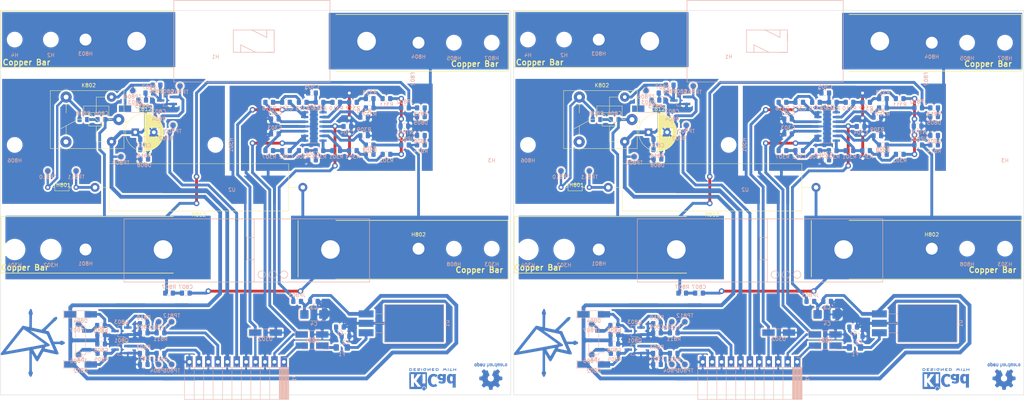
<source format=kicad_pcb>
(kicad_pcb (version 20171130) (host pcbnew 5.1.0)
  (layers (0 F.Cu jumper) (31 B.Cu signal) (34 B.Paste user) (35 F.Paste user hide) (36 B.SilkS user) (37 F.SilkS user) (38 B.Mask user) (39 F.Mask user hide) (44 Edge.Cuts user))
  (net 0 "")
  (net 1 "Net-(C1-Pad1)")
  (net 2 GNDPWR)
  (net 3 /CHARGER/Charge)
  (net 4 "Net-(R812-Pad2)")
  (net 5 /CHARGER/RL_ON)
  (net 6 /CHARGER/RL_OFF)
  (net 7 /CHARGER/+12V)
  (net 8 "Net-(D803-Pad2)")
  (net 9 "Net-(C802-Pad1)")
  (net 10 +12VA)
  (net 11 "Net-(R310-Pad2)")
  (net 12 "Net-(R310-Pad1)")
  (net 13 "Net-(R311-Pad1)")
  (net 14 /CHARGER/sig_cap+)
  (net 15 "Net-(C307-Pad1)")
  (net 16 /CHARGER/sheet5CBAED96/in2+)
  (net 17 "Net-(R317-Pad1)")
  (net 18 /CHARGER/sheet5CBAED96/in1+)
  (net 19 "Net-(C303-Pad1)")
  (net 20 /CHARGER/sig_bat+)
  (net 21 "Net-(R302-Pad1)")
  (net 22 "Net-(R301-Pad1)")
  (net 23 "Net-(R301-Pad2)")
  (net 24 "Net-(R308-Pad1)")
  (net 25 /CHARGER/+CAP)
  (net 26 "Net-(C302-Pad1)")
  (net 27 /CHARGER/S_RL_ON)
  (net 28 /CHARGER/U_BAT+)
  (net 29 "Net-(D805-Pad2)")
  (net 30 "Net-(C809-Pad1)")
  (net 31 "Net-(D804-Pad2)")
  (net 32 "Net-(C806-Pad2)")
  (net 33 "Net-(C807-Pad2)")
  (net 34 "Net-(D802-Pad2)")
  (net 35 "Net-(C801-Pad1)")
  (net 36 "Net-(D808-Pad2)")
  (net 37 "Net-(D806-Pad2)")
  (net 38 "Net-(D807-Pad2)")
  (net 39 "Net-(C305-Pad1)")
  (net 40 GNDA)
  (net 41 "Net-(C306-Pad1)")
  (net 42 "Net-(C301-Pad1)")
  (net 43 /CHARGER/+18V_IN)
  (net 44 /CHARGER/U_BAT-)
  (net 45 /CHARGER/CH)
  (net 46 "Net-(D1-Pad1)")
  (net 47 "Net-(K1-Pad3)")
  (net 48 "Net-(K1-Pad1)")
  (net 49 "Net-(K802-Pad4)")
  (module Resistor_SMD:R_0805_2012Metric_Pad1.15x1.40mm_HandSolder (layer B.Cu) (at 239.075 86.828)
    (fp_text reference R310 (at 0 1.65) (layer B.SilkS) (effects (justify mirror)))
    (fp_text value 10k)
    (pad 1 smd roundrect (at -1.025 0) (size 1.15 1.4) (layers B.Cu B.Paste B.Mask) (roundrect_rratio 0.217391) (net 12 "Net-(R310-Pad1)"))
    (pad 2 smd roundrect (at 1.025 0) (size 1.15 1.4) (layers B.Cu B.Paste B.Mask) (roundrect_rratio 0.217391) (net 11 "Net-(R310-Pad2)"))
  )
  (module Diode_SMD:D_MiniMELF_Handsoldering (layer B.Cu) (at 170.305 143.908)
    (fp_text reference D804 (at 0 1.75) (layer B.SilkS) (effects (justify mirror)))
    (fp_text value LL4148)
    (pad 2 smd rect (at 2.75 0) (size 3.3 1.7) (layers B.Cu B.Paste B.Mask) (net 31 "Net-(D804-Pad2)"))
    (pad 1 smd rect (at -2.75 0) (size 3.3 1.7) (layers B.Cu B.Paste B.Mask) (net 7 /CHARGER/+12V))
  )
  (module Diode_SMD:D_MiniMELF_Handsoldering (layer B.Cu) (at 170.305 157.408)
    (fp_text reference D802 (at 0 1.75) (layer B.SilkS) (effects (justify mirror)))
    (fp_text value LL4148)
    (pad 2 smd rect (at 2.75 0) (size 3.3 1.7) (layers B.Cu B.Paste B.Mask) (net 34 "Net-(D802-Pad2)"))
    (pad 1 smd rect (at -2.75 0) (size 3.3 1.7) (layers B.Cu B.Paste B.Mask) (net 7 /CHARGER/+12V))
  )
  (module Package_TO_SOT_SMD:TSOT-23_HandSoldering (layer B.Cu) (at 181.305 153.408 180)
    (fp_text reference Q801 (at 0 2.45 180) (layer B.SilkS) (effects (justify mirror)))
    (fp_text value BCV27)
    (pad 3 smd rect (at 1.71 0 180) (size 2 0.65) (layers B.Cu B.Paste B.Mask) (net 34 "Net-(D802-Pad2)"))
    (pad 2 smd rect (at -1.71 -0.95 180) (size 2 0.65) (layers B.Cu B.Paste B.Mask) (net 2 GNDPWR))
    (pad 1 smd rect (at -1.71 0.95 180) (size 2 0.65) (layers B.Cu B.Paste B.Mask) (net 35 "Net-(C801-Pad1)"))
  )
  (module MountingHole:MountingHole_3.2mm_M3_DIN965_Pad (layer B.Cu) (at 171.655 69.941)
    (fp_text reference H803 (at 0 3.8) (layer B.SilkS) (effects (justify mirror)))
    (fp_text value U_BAT-)
    (pad 1 thru_hole circle (at 0 0) (size 5.6 5.6) (drill 3.2) (layers *.Cu *.Mask) (net 44 /CHARGER/U_BAT-))
  )
  (module Resistor_SMD:R_0805_2012Metric_Pad1.15x1.40mm_HandSolder (layer B.Cu) (at 248.05 98.328)
    (fp_text reference R308 (at 0 1.65) (layer B.SilkS) (effects (justify mirror)))
    (fp_text value 10k)
    (pad 2 smd roundrect (at 1.025 0) (size 1.15 1.4) (layers B.Cu B.Paste B.Mask) (roundrect_rratio 0.217391) (net 18 /CHARGER/sheet5CBAED96/in1+))
    (pad 1 smd roundrect (at -1.025 0) (size 1.15 1.4) (layers B.Cu B.Paste B.Mask) (roundrect_rratio 0.217391) (net 24 "Net-(R308-Pad1)"))
  )
  (module Capacitor_SMD:C_0805_2012Metric_Pad1.15x1.40mm_HandSolder (layer B.Cu) (at 222.55 91.328 180)
    (fp_text reference C307 (at 0 1.65 180) (layer B.SilkS) (effects (justify mirror)))
    (fp_text value 100n)
    (pad 2 smd roundrect (at 1.025 0 180) (size 1.15 1.4) (layers B.Cu B.Paste B.Mask) (roundrect_rratio 0.217391) (net 2 GNDPWR))
    (pad 1 smd roundrect (at -1.025 0 180) (size 1.15 1.4) (layers B.Cu B.Paste B.Mask) (roundrect_rratio 0.217391) (net 15 "Net-(C307-Pad1)"))
  )
  (module TestPoint:TestPoint_Pad_D1.5mm (layer B.Cu) (at 161.495 105.283)
    (fp_text reference TP810 (at 0 1.648) (layer B.SilkS) (effects (justify mirror)))
    (fp_text value TH+)
    (pad 1 smd circle (at 0 0) (size 1.5 1.5) (layers B.Cu B.Mask) (net 45 /CHARGER/CH))
  )
  (module MountingHole:MountingHole_3.2mm_M3 (layer B.Cu) (at 162.33 69.941)
    (fp_text reference H2 (at 0 4.2) (layer B.SilkS) (effects (justify mirror)))
    (fp_text value MountingHole)
    (pad 1 np_thru_hole circle (at 0 0) (size 3.2 3.2) (drill 3.2) (layers *.Cu *.Mask))
  )
  (module Diode_SMD:D_MiniMELF_Handsoldering (layer B.Cu) (at 185.025 88.543 180)
    (fp_text reference D803 (at 0 1.75 180) (layer B.SilkS) (effects (justify mirror)))
    (fp_text value LL4148)
    (pad 1 smd rect (at -2.75 0 180) (size 3.3 1.7) (layers B.Cu B.Paste B.Mask) (net 7 /CHARGER/+12V))
    (pad 2 smd rect (at 2.75 0 180) (size 3.3 1.7) (layers B.Cu B.Paste B.Mask) (net 8 "Net-(D803-Pad2)"))
  )
  (module Capacitor_SMD:C_0805_2012Metric_Pad1.15x1.40mm_HandSolder (layer B.Cu) (at 187.305 148.908 180)
    (fp_text reference C809 (at 0 1.65 180) (layer B.SilkS) (effects (justify mirror)))
    (fp_text value 100n)
    (pad 2 smd roundrect (at 1.025 0 180) (size 1.15 1.4) (layers B.Cu B.Paste B.Mask) (roundrect_rratio 0.217391) (net 2 GNDPWR))
    (pad 1 smd roundrect (at -1.025 0 180) (size 1.15 1.4) (layers B.Cu B.Paste B.Mask) (roundrect_rratio 0.217391) (net 30 "Net-(C809-Pad1)"))
  )
  (module Resistor_SMD:R_0805_2012Metric_Pad1.15x1.40mm_HandSolder (layer B.Cu) (at 248.05 100.828 180)
    (fp_text reference R304 (at 0 1.65 180) (layer B.SilkS) (effects (justify mirror)))
    (fp_text value 10k)
    (pad 1 smd roundrect (at -1.025 0 180) (size 1.15 1.4) (layers B.Cu B.Paste B.Mask) (roundrect_rratio 0.217391) (net 18 /CHARGER/sheet5CBAED96/in1+))
    (pad 2 smd roundrect (at 1.025 0 180) (size 1.15 1.4) (layers B.Cu B.Paste B.Mask) (roundrect_rratio 0.217391) (net 21 "Net-(R302-Pad1)"))
  )
  (module MountingHole:MountingHole_3.2mm_M3_DIN965_Pad (layer F.Cu) (at 261.19 126.238)
    (fp_text reference H802 (at 0 -3.8) (layer F.SilkS))
    (fp_text value +BAT)
    (pad 1 thru_hole circle (at 0 0) (size 5.6 5.6) (drill 3.2) (layers *.Cu *.Mask) (net 25 /CHARGER/+CAP))
  )
  (module LED_SMD:LED_0805_2012Metric_Pad1.15x1.40mm_HandSolder (layer B.Cu) (at 261.825 95.758)
    (fp_text reference D806 (at 0 1.65) (layer B.SilkS) (effects (justify mirror)))
    (fp_text value GRN_LED)
    (pad 1 smd roundrect (at -1.025 0) (size 1.15 1.4) (layers B.Cu B.Paste B.Mask) (roundrect_rratio 0.217391) (net 2 GNDPWR))
    (pad 2 smd roundrect (at 1.025 0) (size 1.15 1.4) (layers B.Cu B.Paste B.Mask) (roundrect_rratio 0.217391) (net 37 "Net-(D806-Pad2)"))
  )
  (module Capacitor_Tantalum_SMD:CP_EIA-6032-20_AVX-F_Pad2.25x2.35mm_HandSolder (layer B.Cu) (at 233.05 143.923)
    (fp_text reference C4 (at 0 2.55) (layer B.SilkS) (effects (justify mirror)))
    (fp_text value 1uF)
    (pad 1 smd roundrect (at -2.55 0) (size 2.25 2.35) (layers B.Cu B.Paste B.Mask) (roundrect_rratio 0.111111) (net 7 /CHARGER/+12V))
    (pad 2 smd roundrect (at 2.55 0) (size 2.25 2.35) (layers B.Cu B.Paste B.Mask) (roundrect_rratio 0.111111) (net 2 GNDPWR))
  )
  (module Diode_SMD:D_MiniMELF_Handsoldering (layer B.Cu) (at 232.55 152.328 180)
    (fp_text reference D1 (at 0 1.75 180) (layer B.SilkS) (effects (justify mirror)))
    (fp_text value LL4148)
    (pad 2 smd rect (at 2.75 0 180) (size 3.3 1.7) (layers B.Cu B.Paste B.Mask) (net 43 /CHARGER/+18V_IN))
    (pad 1 smd rect (at -2.75 0 180) (size 3.3 1.7) (layers B.Cu B.Paste B.Mask) (net 46 "Net-(D1-Pad1)"))
  )
  (module Resistor_SMD:R_0805_2012Metric_Pad1.15x1.40mm_HandSolder (layer B.Cu) (at 243.55 86.828)
    (fp_text reference R312 (at 0 1.65) (layer B.SilkS) (effects (justify mirror)))
    (fp_text value 10k)
    (pad 2 smd roundrect (at 1.025 0) (size 1.15 1.4) (layers B.Cu B.Paste B.Mask) (roundrect_rratio 0.217391) (net 13 "Net-(R311-Pad1)"))
    (pad 1 smd roundrect (at -1.025 0) (size 1.15 1.4) (layers B.Cu B.Paste B.Mask) (roundrect_rratio 0.217391) (net 11 "Net-(R310-Pad2)"))
  )
  (module Capacitor_THT:CP_Radial_D10.0mm_P5.00mm (layer F.Cu) (at 185.025 94.893)
    (fp_text reference C812 (at 2.5 -6.25) (layer F.SilkS))
    (fp_text value 4700u)
    (pad 2 thru_hole circle (at 5 0) (size 2 2) (drill 1) (layers *.Cu *.Mask) (net 2 GNDPWR))
    (pad 1 thru_hole rect (at 0 0) (size 2 2) (drill 1) (layers *.Cu *.Mask) (net 7 /CHARGER/+12V))
  )
  (module LED_SMD:LED_0805_2012Metric_Pad1.15x1.40mm_HandSolder (layer B.Cu) (at 188.8 84.328 180)
    (fp_text reference D807 (at 0 1.65 180) (layer B.SilkS) (effects (justify mirror)))
    (fp_text value YLW_LED)
    (pad 2 smd roundrect (at 1.025 0 180) (size 1.15 1.4) (layers B.Cu B.Paste B.Mask) (roundrect_rratio 0.217391) (net 38 "Net-(D807-Pad2)"))
    (pad 1 smd roundrect (at -1.025 0 180) (size 1.15 1.4) (layers B.Cu B.Paste B.Mask) (roundrect_rratio 0.217391) (net 27 /CHARGER/S_RL_ON))
  )
  (module MountingHole:MountingHole_3.2mm_M3 (layer B.Cu) (at 280.875 70.775)
    (fp_text reference H807 (at 0 4.2) (layer B.SilkS) (effects (justify mirror)))
    (fp_text value MountingHole)
    (pad 1 np_thru_hole circle (at 0 0) (size 3.2 3.2) (drill 3.2) (layers *.Cu *.Mask))
  )
  (module Resistor_SMD:R_0805_2012Metric_Pad1.15x1.40mm_HandSolder (layer B.Cu) (at 248.05 85.828 180)
    (fp_text reference R313 (at 0 1.65 180) (layer B.SilkS) (effects (justify mirror)))
    (fp_text value 10k)
    (pad 1 smd roundrect (at -1.025 0 180) (size 1.15 1.4) (layers B.Cu B.Paste B.Mask) (roundrect_rratio 0.217391) (net 16 /CHARGER/sheet5CBAED96/in2+))
    (pad 2 smd roundrect (at 1.025 0 180) (size 1.15 1.4) (layers B.Cu B.Paste B.Mask) (roundrect_rratio 0.217391) (net 13 "Net-(R311-Pad1)"))
  )
  (module Connector_PinSocket_2.54mm:PinSocket_1x11_P2.54mm_Horizontal (layer B.Cu) (at 224.995 156.718 90)
    (fp_text reference J1 (at -4.38 2.77 90) (layer B.SilkS) (effects (justify mirror)))
    (fp_text value Conn_01x11)
    (pad 11 thru_hole rect (at 0 -25.4 90) (size 3 1.7) (drill 1) (layers *.Cu *.Mask) (net 2 GNDPWR))
    (pad 10 thru_hole rect (at 0 -22.86 90) (size 3 1.7) (drill 1) (layers *.Cu *.Mask) (net 5 /CHARGER/RL_ON))
    (pad 9 thru_hole rect (at 0 -20.32 90) (size 3 1.7) (drill 1) (layers *.Cu *.Mask) (net 2 GNDPWR))
    (pad 8 thru_hole rect (at 0 -17.78 90) (size 3 1.7) (drill 1) (layers *.Cu *.Mask) (net 6 /CHARGER/RL_OFF))
    (pad 7 thru_hole rect (at 0 -15.24 90) (size 3 1.7) (drill 1) (layers *.Cu *.Mask) (net 2 GNDPWR))
    (pad 6 thru_hole rect (at 0 -12.7 90) (size 3 1.7) (drill 1) (layers *.Cu *.Mask) (net 3 /CHARGER/Charge))
    (pad 5 thru_hole rect (at 0 -10.16 90) (size 3 1.7) (drill 1) (layers *.Cu *.Mask) (net 2 GNDPWR))
    (pad 4 thru_hole rect (at 0 -7.62 90) (size 3 1.7) (drill 1) (layers *.Cu *.Mask) (net 20 /CHARGER/sig_bat+))
    (pad 3 thru_hole rect (at 0 -5.08 90) (size 3 1.7) (drill 1) (layers *.Cu *.Mask) (net 2 GNDPWR))
    (pad 2 thru_hole rect (at 0 -2.54 90) (size 3 1.7) (drill 1) (layers *.Cu *.Mask) (net 14 /CHARGER/sig_cap+))
    (pad 1 thru_hole rect (at 0 0 90) (size 3 1.7) (drill 1) (layers *.Cu *.Mask) (net 43 /CHARGER/+18V_IN))
  )
  (module Resistor_SMD:R_0805_2012Metric_Pad1.15x1.40mm_HandSolder (layer B.Cu) (at 191.375 92.988 180)
    (fp_text reference R804 (at 0 1.65 180) (layer B.SilkS) (effects (justify mirror)))
    (fp_text value 10k)
    (pad 2 smd roundrect (at 1.025 0 180) (size 1.15 1.4) (layers B.Cu B.Paste B.Mask) (roundrect_rratio 0.217391) (net 2 GNDPWR))
    (pad 1 smd roundrect (at -1.025 0 180) (size 1.15 1.4) (layers B.Cu B.Paste B.Mask) (roundrect_rratio 0.217391) (net 9 "Net-(C802-Pad1)"))
  )
  (module Capacitor_SMD:C_0805_2012Metric_Pad1.15x1.40mm_HandSolder (layer B.Cu) (at 198.605 138.193 180)
    (fp_text reference C807 (at 0 1.65 180) (layer B.SilkS) (effects (justify mirror)))
    (fp_text value 100n)
    (pad 2 smd roundrect (at 1.025 0 180) (size 1.15 1.4) (layers B.Cu B.Paste B.Mask) (roundrect_rratio 0.217391) (net 33 "Net-(C807-Pad2)"))
    (pad 1 smd roundrect (at -1.025 0 180) (size 1.15 1.4) (layers B.Cu B.Paste B.Mask) (roundrect_rratio 0.217391) (net 25 /CHARGER/+CAP))
  )
  (module Resistor_SMD:R_0805_2012Metric_Pad1.15x1.40mm_HandSolder (layer B.Cu) (at 230.05 86.828)
    (fp_text reference R315 (at 0 1.65) (layer B.SilkS) (effects (justify mirror)))
    (fp_text value 1k)
    (pad 1 smd roundrect (at -1.025 0) (size 1.15 1.4) (layers B.Cu B.Paste B.Mask) (roundrect_rratio 0.217391) (net 41 "Net-(C306-Pad1)"))
    (pad 2 smd roundrect (at 1.025 0) (size 1.15 1.4) (layers B.Cu B.Paste B.Mask) (roundrect_rratio 0.217391) (net 39 "Net-(C305-Pad1)"))
  )
  (module Resistor_SMD:R_0805_2012Metric_Pad1.15x1.40mm_HandSolder (layer B.Cu) (at 246.55 95.828 180)
    (fp_text reference R309 (at 0 1.65 180) (layer B.SilkS) (effects (justify mirror)))
    (fp_text value 10k)
    (pad 2 smd roundrect (at 1.025 0 180) (size 1.15 1.4) (layers B.Cu B.Paste B.Mask) (roundrect_rratio 0.217391) (net 24 "Net-(R308-Pad1)"))
    (pad 1 smd roundrect (at -1.025 0 180) (size 1.15 1.4) (layers B.Cu B.Paste B.Mask) (roundrect_rratio 0.217391) (net 2 GNDPWR))
  )
  (module MountingHole:MountingHole_3.2mm_M3 (layer B.Cu) (at 206.58 70.358)
    (fp_text reference H1 (at 0 4.2) (layer B.SilkS) (effects (justify mirror)))
    (fp_text value MountingHole)
    (pad 1 np_thru_hole circle (at 0 0) (size 3.2 3.2) (drill 3.2) (layers *.Cu *.Mask))
  )
  (module Resistor_SMD:R_0805_2012Metric_Pad1.15x1.40mm_HandSolder (layer B.Cu) (at 257.55 88.328 180)
    (fp_text reference JP802 (at 0 1.65 180) (layer B.SilkS) (effects (justify mirror)))
    (fp_text value Jp_TEST)
    (pad 1 smd roundrect (at -1.025 0 180) (size 1.15 1.4) (layers B.Cu B.Paste B.Mask) (roundrect_rratio 0.217391) (net 28 /CHARGER/U_BAT+))
    (pad 2 smd roundrect (at 1.025 0 180) (size 1.15 1.4) (layers B.Cu B.Paste B.Mask) (roundrect_rratio 0.217391) (net 16 /CHARGER/sheet5CBAED96/in2+))
  )
  (module Capacitor_SMD:C_0805_2012Metric_Pad1.15x1.40mm_HandSolder (layer B.Cu) (at 241.55 149.828)
    (fp_text reference C2 (at 0 1.65) (layer B.SilkS) (effects (justify mirror)))
    (fp_text value 100nF)
    (pad 2 smd roundrect (at 1.025 0) (size 1.15 1.4) (layers B.Cu B.Paste B.Mask) (roundrect_rratio 0.217391) (net 2 GNDPWR))
    (pad 1 smd roundrect (at -1.025 0) (size 1.15 1.4) (layers B.Cu B.Paste B.Mask) (roundrect_rratio 0.217391) (net 1 "Net-(C1-Pad1)"))
  )
  (module Resistor_SMD:R_0805_2012Metric_Pad1.15x1.40mm_HandSolder (layer B.Cu) (at 246.55 90.828 180)
    (fp_text reference R318 (at 0 1.65 180) (layer B.SilkS) (effects (justify mirror)))
    (fp_text value 10k)
    (pad 1 smd roundrect (at -1.025 0 180) (size 1.15 1.4) (layers B.Cu B.Paste B.Mask) (roundrect_rratio 0.217391) (net 2 GNDPWR))
    (pad 2 smd roundrect (at 1.025 0 180) (size 1.15 1.4) (layers B.Cu B.Paste B.Mask) (roundrect_rratio 0.217391) (net 17 "Net-(R317-Pad1)"))
  )
  (module Resistor_SMD:R_0805_2012Metric_Pad1.15x1.40mm_HandSolder (layer B.Cu) (at 186.895 86.233)
    (fp_text reference R815 (at 0 1.65) (layer B.SilkS) (effects (justify mirror)))
    (fp_text value 470)
    (pad 2 smd roundrect (at 1.025 0) (size 1.15 1.4) (layers B.Cu B.Paste B.Mask) (roundrect_rratio 0.217391) (net 38 "Net-(D807-Pad2)"))
    (pad 1 smd roundrect (at -1.025 0) (size 1.15 1.4) (layers B.Cu B.Paste B.Mask) (roundrect_rratio 0.217391) (net 7 /CHARGER/+12V))
  )
  (module Resistor_SMD:R_0805_2012Metric_Pad1.15x1.40mm_HandSolder (layer B.Cu) (at 221.05 99.828)
    (fp_text reference R307 (at 0 1.65) (layer B.SilkS) (effects (justify mirror)))
    (fp_text value 1k)
    (pad 1 smd roundrect (at -1.025 0) (size 1.15 1.4) (layers B.Cu B.Paste B.Mask) (roundrect_rratio 0.217391) (net 19 "Net-(C303-Pad1)"))
    (pad 2 smd roundrect (at 1.025 0) (size 1.15 1.4) (layers B.Cu B.Paste B.Mask) (roundrect_rratio 0.217391) (net 26 "Net-(C302-Pad1)"))
  )
  (module Capacitor_SMD:C_0805_2012Metric_Pad1.15x1.40mm_HandSolder (layer B.Cu) (at 242.05 93.328)
    (fp_text reference C304 (at 0 1.65) (layer B.SilkS) (effects (justify mirror)))
    (fp_text value 100n)
    (pad 1 smd roundrect (at -1.025 0) (size 1.15 1.4) (layers B.Cu B.Paste B.Mask) (roundrect_rratio 0.217391) (net 10 +12VA))
    (pad 2 smd roundrect (at 1.025 0) (size 1.15 1.4) (layers B.Cu B.Paste B.Mask) (roundrect_rratio 0.217391) (net 2 GNDPWR))
  )
  (module Capacitor_SMD:C_0805_2012Metric_Pad1.15x1.40mm_HandSolder (layer B.Cu) (at 233.05 140.423)
    (fp_text reference C3 (at 0 1.65) (layer B.SilkS) (effects (justify mirror)))
    (fp_text value 100nF)
    (pad 1 smd roundrect (at -1.025 0) (size 1.15 1.4) (layers B.Cu B.Paste B.Mask) (roundrect_rratio 0.217391) (net 7 /CHARGER/+12V))
    (pad 2 smd roundrect (at 1.025 0) (size 1.15 1.4) (layers B.Cu B.Paste B.Mask) (roundrect_rratio 0.217391) (net 2 GNDPWR))
  )
  (module Resistor_SMD:R_0805_2012Metric_Pad1.15x1.40mm_HandSolder (layer B.Cu) (at 257.38 93.218)
    (fp_text reference NT801 (at 0 1.65) (layer B.SilkS) (effects (justify mirror)))
    (fp_text value Net-Tie_2)
    (pad 1 smd roundrect (at -1.025 0) (size 1.15 1.4) (layers B.Cu B.Paste B.Mask) (roundrect_rratio 0.217391) (net 40 GNDA))
    (pad 2 smd roundrect (at 1.025 0) (size 1.15 1.4) (layers B.Cu B.Paste B.Mask) (roundrect_rratio 0.217391) (net 2 GNDPWR))
  )
  (module Resistor_SMD:R_0805_2012Metric_Pad1.15x1.40mm_HandSolder (layer B.Cu) (at 239.05 99.828)
    (fp_text reference R301 (at 0 1.65) (layer B.SilkS) (effects (justify mirror)))
    (fp_text value 10k)
    (pad 2 smd roundrect (at 1.025 0) (size 1.15 1.4) (layers B.Cu B.Paste B.Mask) (roundrect_rratio 0.217391) (net 23 "Net-(R301-Pad2)"))
    (pad 1 smd roundrect (at -1.025 0) (size 1.15 1.4) (layers B.Cu B.Paste B.Mask) (roundrect_rratio 0.217391) (net 22 "Net-(R301-Pad1)"))
  )
  (module MountingHole:MountingHole_3.2mm_M3_DIN965_Pad (layer B.Cu) (at 261.19 70.775)
    (fp_text reference H804 (at 0 3.8) (layer B.SilkS) (effects (justify mirror)))
    (fp_text value F_BAT-)
    (pad 1 thru_hole circle (at 0 0) (size 5.6 5.6) (drill 3.2) (layers *.Cu *.Mask) (net 2 GNDPWR))
  )
  (module KicadZeniteSolarLibrary18:Mega_Relay_K100_separated (layer B.Cu) (at 218.01 140.208 90)
    (fp_text reference U2 (at 29.845 -6.985) (layer B.SilkS) (effects (justify mirror)))
    (fp_text value K100B)
    (pad 5 thru_hole rect (at 13.752 -25.509 90) (size 15 20) (drill 5) (layers *.Cu *.Mask) (net 28 /CHARGER/U_BAT+))
    (pad 4 thru_hole rect (at 13.752 19.491 90) (size 15 20) (drill 5) (layers *.Cu *.Mask) (net 25 /CHARGER/+CAP))
  )
  (module KicadZeniteSolarLibrary18:MegaFuse (layer B.Cu) (at 257.38 70.358 90)
    (fp_text reference F802 (at -10.16 2.286 90) (layer B.SilkS) (effects (justify mirror)))
    (fp_text value "Fuse Mega 200A")
    (pad 1 thru_hole rect (at 0 -10.16 90) (size 10 20) (drill 5) (layers *.Cu *.Mask) (net 2 GNDPWR))
    (pad 2 thru_hole rect (at 0 -72 90) (size 10 20) (drill 5) (layers *.Cu *.Mask) (net 44 /CHARGER/U_BAT-))
  )
  (module TestPoint:TestPoint_Pad_D1.5mm (layer B.Cu) (at 197.055 82.423)
    (fp_text reference TP803 (at 0 1.648) (layer B.SilkS) (effects (justify mirror)))
    (fp_text value B_CH)
    (pad 1 smd circle (at 0 0) (size 1.5 1.5) (layers B.Cu B.Mask) (net 9 "Net-(C802-Pad1)"))
  )
  (module MountingHole:MountingHole_3.2mm_M3 (layer B.Cu) (at 280.875 98.298)
    (fp_text reference H3 (at 0 4.2) (layer B.SilkS) (effects (justify mirror)))
    (fp_text value MountingHole)
    (pad 1 np_thru_hole circle (at 0 0) (size 3.2 3.2) (drill 3.2) (layers *.Cu *.Mask))
  )
  (module Resistor_SMD:R_0805_2012Metric_Pad1.15x1.40mm_HandSolder (layer B.Cu) (at 175.927289 154.408)
    (fp_text reference R805 (at 0 1.65) (layer B.SilkS) (effects (justify mirror)))
    (fp_text value 120)
    (pad 1 smd roundrect (at -1.025 0) (size 1.15 1.4) (layers B.Cu B.Paste B.Mask) (roundrect_rratio 0.217391) (net 48 "Net-(K1-Pad1)"))
    (pad 2 smd roundrect (at 1.025 0) (size 1.15 1.4) (layers B.Cu B.Paste B.Mask) (roundrect_rratio 0.217391) (net 34 "Net-(D802-Pad2)"))
  )
  (module Resistor_SMD:R_0805_2012Metric_Pad1.15x1.40mm_HandSolder (layer B.Cu) (at 252.55 85.828)
    (fp_text reference R311 (at 0 1.65) (layer B.SilkS) (effects (justify mirror)))
    (fp_text value 100k)
    (pad 2 smd roundrect (at 1.025 0) (size 1.15 1.4) (layers B.Cu B.Paste B.Mask) (roundrect_rratio 0.217391) (net 40 GNDA))
    (pad 1 smd roundrect (at -1.025 0) (size 1.15 1.4) (layers B.Cu B.Paste B.Mask) (roundrect_rratio 0.217391) (net 13 "Net-(R311-Pad1)"))
  )
  (module Capacitor_SMD:C_0805_2012Metric_Pad1.15x1.40mm_HandSolder (layer B.Cu) (at 187.392677 96.798)
    (fp_text reference C810 (at 0 1.65) (layer B.SilkS) (effects (justify mirror)))
    (fp_text value 100n)
    (pad 2 smd roundrect (at 1.025 0) (size 1.15 1.4) (layers B.Cu B.Paste B.Mask) (roundrect_rratio 0.217391) (net 2 GNDPWR))
    (pad 1 smd roundrect (at -1.025 0) (size 1.15 1.4) (layers B.Cu B.Paste B.Mask) (roundrect_rratio 0.217391) (net 7 /CHARGER/+12V))
  )
  (module Capacitor_SMD:C_0805_2012Metric_Pad1.15x1.40mm_HandSolder (layer B.Cu) (at 187.305 157.408 180)
    (fp_text reference C801 (at 0 1.65 180) (layer B.SilkS) (effects (justify mirror)))
    (fp_text value 100n)
    (pad 1 smd roundrect (at -1.025 0 180) (size 1.15 1.4) (layers B.Cu B.Paste B.Mask) (roundrect_rratio 0.217391) (net 35 "Net-(C801-Pad1)"))
    (pad 2 smd roundrect (at 1.025 0 180) (size 1.15 1.4) (layers B.Cu B.Paste B.Mask) (roundrect_rratio 0.217391) (net 2 GNDPWR))
  )
  (module Resistor_SMD:R_0805_2012Metric_Pad1.15x1.40mm_HandSolder (layer B.Cu) (at 187.392677 99.568)
    (fp_text reference R816 (at 0 1.65) (layer B.SilkS) (effects (justify mirror)))
    (fp_text value 470)
    (pad 2 smd roundrect (at 1.025 0) (size 1.15 1.4) (layers B.Cu B.Paste B.Mask) (roundrect_rratio 0.217391) (net 36 "Net-(D808-Pad2)"))
    (pad 1 smd roundrect (at -1.025 0) (size 1.15 1.4) (layers B.Cu B.Paste B.Mask) (roundrect_rratio 0.217391) (net 7 /CHARGER/+12V))
  )
  (module Resistor_THT:R_Axial_DIN0204_L3.6mm_D1.6mm_P7.62mm_Horizontal (layer F.Cu) (at 169.115 109.728 180)
    (fp_text reference TH801 (at 3.81 0.635 180) (layer F.SilkS))
    (fp_text value 60R)
    (pad 2 thru_hole oval (at 7.62 0 180) (size 1.4 1.4) (drill 0.7) (layers *.Cu *.Mask) (net 45 /CHARGER/CH))
    (pad 1 thru_hole circle (at 0 0 180) (size 1.4 1.4) (drill 0.7) (layers *.Cu *.Mask) (net 4 "Net-(R812-Pad2)"))
  )
  (module Resistor_SMD:R_0805_2012Metric_Pad1.15x1.40mm_HandSolder (layer B.Cu) (at 234.55 99.828)
    (fp_text reference R305 (at 0 1.65) (layer B.SilkS) (effects (justify mirror)))
    (fp_text value 1k)
    (pad 2 smd roundrect (at 1.025 0) (size 1.15 1.4) (layers B.Cu B.Paste B.Mask) (roundrect_rratio 0.217391) (net 22 "Net-(R301-Pad1)"))
    (pad 1 smd roundrect (at -1.025 0) (size 1.15 1.4) (layers B.Cu B.Paste B.Mask) (roundrect_rratio 0.217391) (net 42 "Net-(C301-Pad1)"))
  )
  (module MountingHole:MountingHole_3.2mm_M3 (layer B.Cu) (at 206.58 98.298 90)
    (fp_text reference H301 (at 0 4.2 90) (layer B.SilkS) (effects (justify mirror)))
    (fp_text value MountingHole)
    (pad 1 np_thru_hole circle (at 0 0 90) (size 3.2 3.2) (drill 3.2) (layers *.Cu *.Mask))
  )
  (module Resistor_SMD:R_0805_2012Metric_Pad1.15x1.40mm_HandSolder (layer B.Cu) (at 261.825 98.298)
    (fp_text reference R814 (at 0 1.65) (layer B.SilkS) (effects (justify mirror)))
    (fp_text value 2k5)
    (pad 1 smd roundrect (at -1.025 0) (size 1.15 1.4) (layers B.Cu B.Paste B.Mask) (roundrect_rratio 0.217391) (net 25 /CHARGER/+CAP))
    (pad 2 smd roundrect (at 1.025 0) (size 1.15 1.4) (layers B.Cu B.Paste B.Mask) (roundrect_rratio 0.217391) (net 37 "Net-(D806-Pad2)"))
  )
  (module Fuse:Fuse_1206_3216Metric_Pad1.42x1.75mm_HandSolder (layer B.Cu) (at 240.55 152.828)
    (fp_text reference F1 (at 0 1.82) (layer B.SilkS) (effects (justify mirror)))
    (fp_text value 500mA)
    (pad 1 smd roundrect (at -1.4875 0) (size 1.425 1.75) (layers B.Cu B.Paste B.Mask) (roundrect_rratio 0.175439) (net 46 "Net-(D1-Pad1)"))
    (pad 2 smd roundrect (at 1.4875 0) (size 1.425 1.75) (layers B.Cu B.Paste B.Mask) (roundrect_rratio 0.175439) (net 1 "Net-(C1-Pad1)"))
  )
  (module MountingHole:MountingHole_3.2mm_M3 (layer B.Cu) (at 152.605 69.941)
    (fp_text reference H4 (at 0 4.2) (layer B.SilkS) (effects (justify mirror)))
    (fp_text value MountingHole)
    (pad 1 np_thru_hole circle (at 0 0) (size 3.2 3.2) (drill 3.2) (layers *.Cu *.Mask))
  )
  (module Resistor_SMD:R_0805_2012Metric_Pad1.15x1.40mm_HandSolder (layer B.Cu) (at 190.74 82.193)
    (fp_text reference R806 (at 0 1.65) (layer B.SilkS) (effects (justify mirror)))
    (fp_text value 120)
    (pad 1 smd roundrect (at -1.025 0) (size 1.15 1.4) (layers B.Cu B.Paste B.Mask) (roundrect_rratio 0.217391) (net 8 "Net-(D803-Pad2)"))
    (pad 2 smd roundrect (at 1.025 0) (size 1.15 1.4) (layers B.Cu B.Paste B.Mask) (roundrect_rratio 0.217391) (net 27 /CHARGER/S_RL_ON))
  )
  (module Resistor_SMD:R_0805_2012Metric_Pad1.15x1.40mm_HandSolder (layer B.Cu) (at 228.55 140.423 180)
    (fp_text reference JP803 (at 0 1.65 180) (layer B.SilkS) (effects (justify mirror)))
    (fp_text value Jp_TEST)
    (pad 2 smd roundrect (at 1.025 0 180) (size 1.15 1.4) (layers B.Cu B.Paste B.Mask) (roundrect_rratio 0.217391) (net 10 +12VA))
    (pad 1 smd roundrect (at -1.025 0 180) (size 1.15 1.4) (layers B.Cu B.Paste B.Mask) (roundrect_rratio 0.217391) (net 7 /CHARGER/+12V))
  )
  (module Resistor_SMD:R_0805_2012Metric_Pad1.15x1.40mm_HandSolder (layer B.Cu) (at 243.525 99.828)
    (fp_text reference R303 (at 0 1.65) (layer B.SilkS) (effects (justify mirror)))
    (fp_text value 10k)
    (pad 2 smd roundrect (at 1.025 0) (size 1.15 1.4) (layers B.Cu B.Paste B.Mask) (roundrect_rratio 0.217391) (net 21 "Net-(R302-Pad1)"))
    (pad 1 smd roundrect (at -1.025 0) (size 1.15 1.4) (layers B.Cu B.Paste B.Mask) (roundrect_rratio 0.217391) (net 23 "Net-(R301-Pad2)"))
  )
  (module TestPoint:TestPoint_Pad_D1.5mm (layer B.Cu) (at 191.305 157.408)
    (fp_text reference TP804 (at 0 1.648) (layer B.SilkS) (effects (justify mirror)))
    (fp_text value B_ON)
    (pad 1 smd circle (at 0 0) (size 1.5 1.5) (layers B.Cu B.Mask) (net 35 "Net-(C801-Pad1)"))
  )
  (module Capacitor_SMD:C_0805_2012Metric_Pad1.15x1.40mm_HandSolder (layer B.Cu) (at 225.55 86.828)
    (fp_text reference C306 (at 0 1.65) (layer B.SilkS) (effects (justify mirror)))
    (fp_text value 100n)
    (pad 1 smd roundrect (at -1.025 0) (size 1.15 1.4) (layers B.Cu B.Paste B.Mask) (roundrect_rratio 0.217391) (net 41 "Net-(C306-Pad1)"))
    (pad 2 smd roundrect (at 1.025 0) (size 1.15 1.4) (layers B.Cu B.Paste B.Mask) (roundrect_rratio 0.217391) (net 20 /CHARGER/sig_bat+))
  )
  (module Diode_SMD:D_MiniMELF_Handsoldering (layer B.Cu) (at 220.05 148.828)
    (fp_text reference D302 (at 0 1.75) (layer B.SilkS) (effects (justify mirror)))
    (fp_text value 4V7)
    (pad 2 smd rect (at 2.75 0) (size 3.3 1.7) (layers B.Cu B.Paste B.Mask) (net 2 GNDPWR))
    (pad 1 smd rect (at -2.75 0) (size 3.3 1.7) (layers B.Cu B.Paste B.Mask) (net 20 /CHARGER/sig_bat+))
  )
  (module KicadZeniteSolarLibrary18:TO-220-3_Horizontal_TabDown_SMD (layer B.Cu) (at 248.366 148.868 90)
    (fp_text reference U1 (at 2.54 20.58 90) (layer B.SilkS) (effects (justify mirror)))
    (fp_text value LM7812)
    (pad "" smd rect (at 2.54 11.684 90) (size 10 16) (layers B.Cu B.Paste B.Mask))
    (pad 1 smd rect (at 0 -1.27 90) (size 1.905 4) (layers B.Cu B.Paste B.Mask) (net 1 "Net-(C1-Pad1)"))
    (pad 2 smd rect (at 2.54 -1.27 90) (size 1.905 4) (layers B.Cu B.Paste B.Mask) (net 2 GNDPWR))
    (pad 3 smd rect (at 5.08 -1.27 90) (size 1.905 4) (layers B.Cu B.Paste B.Mask) (net 7 /CHARGER/+12V))
  )
  (module MountingHole:MountingHole_3.2mm_M3 (layer B.Cu) (at 270.694999 70.775)
    (fp_text reference H805 (at 0 4.2) (layer B.SilkS) (effects (justify mirror)))
    (fp_text value MountingHole)
    (pad 1 np_thru_hole circle (at 0 0) (size 3.2 3.2) (drill 3.2) (layers *.Cu *.Mask))
  )
  (module Resistor_SMD:R_0805_2012Metric_Pad1.15x1.40mm_HandSolder (layer B.Cu) (at 171.063122 91.465329 180)
    (fp_text reference R808 (at 0 1.65 180) (layer B.SilkS) (effects (justify mirror)))
    (fp_text value 1R)
    (pad 2 smd roundrect (at 1.025 0 180) (size 1.15 1.4) (layers B.Cu B.Paste B.Mask) (roundrect_rratio 0.217391) (net 45 /CHARGER/CH))
    (pad 1 smd roundrect (at -1.025 0 180) (size 1.15 1.4) (layers B.Cu B.Paste B.Mask) (roundrect_rratio 0.217391) (net 32 "Net-(C806-Pad2)"))
  )
  (module MountingHole:MountingHole_3.2mm_M3 (layer B.Cu) (at 152.605 126.456)
    (fp_text reference H304 (at 0 4.2) (layer B.SilkS) (effects (justify mirror)))
    (fp_text value MountingHole)
    (pad 1 np_thru_hole circle (at 0 0) (size 3.2 3.2) (drill 3.2) (layers *.Cu *.Mask))
  )
  (module Resistor_SMD:R_0805_2012Metric_Pad1.15x1.40mm_HandSolder (layer B.Cu) (at 187.305 146.408 180)
    (fp_text reference R810 (at 0 1.65 180) (layer B.SilkS) (effects (justify mirror)))
    (fp_text value 10k)
    (pad 2 smd roundrect (at 1.025 0 180) (size 1.15 1.4) (layers B.Cu B.Paste B.Mask) (roundrect_rratio 0.217391) (net 2 GNDPWR))
    (pad 1 smd roundrect (at -1.025 0 180) (size 1.15 1.4) (layers B.Cu B.Paste B.Mask) (roundrect_rratio 0.217391) (net 30 "Net-(C809-Pad1)"))
  )
  (module TestPoint:TestPoint_Pad_D1.5mm (layer B.Cu) (at 184.355 83.693)
    (fp_text reference TP806 (at 0 1.648) (layer B.SilkS) (effects (justify mirror)))
    (fp_text value CH-)
    (pad 1 smd circle (at 0 0) (size 1.5 1.5) (layers B.Cu B.Mask) (net 8 "Net-(D803-Pad2)"))
  )
  (module MountingHole:MountingHole_3.2mm_M3 (layer B.Cu) (at 162.33 126.456)
    (fp_text reference H302 (at 0 4.2) (layer B.SilkS) (effects (justify mirror)))
    (fp_text value MountingHole)
    (pad 1 np_thru_hole circle (at 0 0) (size 3.2 3.2) (drill 3.2) (layers *.Cu *.Mask))
  )
  (module TestPoint:TestPoint_Pad_D1.5mm (layer B.Cu) (at 181.18 101.473)
    (fp_text reference TP808 (at 0 1.648) (layer B.SilkS) (effects (justify mirror)))
    (fp_text value CH+)
    (pad 1 smd circle (at 0 0) (size 1.5 1.5) (layers B.Cu B.Mask) (net 7 /CHARGER/+12V))
  )
  (module LED_SMD:LED_0805_2012Metric_Pad1.15x1.40mm_HandSolder (layer B.Cu) (at 187.437677 102.108)
    (fp_text reference D808 (at 0 1.65) (layer B.SilkS) (effects (justify mirror)))
    (fp_text value GRN_LED)
    (pad 2 smd roundrect (at 1.025 0) (size 1.15 1.4) (layers B.Cu B.Paste B.Mask) (roundrect_rratio 0.217391) (net 36 "Net-(D808-Pad2)"))
    (pad 1 smd roundrect (at -1.025 0) (size 1.15 1.4) (layers B.Cu B.Paste B.Mask) (roundrect_rratio 0.217391) (net 2 GNDPWR))
  )
  (module MountingHole:MountingHole_3.2mm_M3 (layer B.Cu) (at 280.875 126.238)
    (fp_text reference H303 (at 0 4.2) (layer B.SilkS) (effects (justify mirror)))
    (fp_text value MountingHole)
    (pad 1 np_thru_hole circle (at 0 0) (size 3.2 3.2) (drill 3.2) (layers *.Cu *.Mask))
  )
  (module Resistor_SMD:R_0805_2012Metric_Pad1.15x1.40mm_HandSolder (layer B.Cu) (at 252.575 100.828)
    (fp_text reference R302 (at 0 1.65) (layer B.SilkS) (effects (justify mirror)))
    (fp_text value 100k)
    (pad 1 smd roundrect (at -1.025 0) (size 1.15 1.4) (layers B.Cu B.Paste B.Mask) (roundrect_rratio 0.217391) (net 21 "Net-(R302-Pad1)"))
    (pad 2 smd roundrect (at 1.025 0) (size 1.15 1.4) (layers B.Cu B.Paste B.Mask) (roundrect_rratio 0.217391) (net 40 GNDA))
  )
  (module Capacitor_SMD:C_0805_2012Metric_Pad1.15x1.40mm_HandSolder (layer B.Cu) (at 175.846 151.892)
    (fp_text reference C808 (at 0 1.65) (layer B.SilkS) (effects (justify mirror)))
    (fp_text value 100n)
    (pad 1 smd roundrect (at -1.025 0) (size 1.15 1.4) (layers B.Cu B.Paste B.Mask) (roundrect_rratio 0.217391) (net 7 /CHARGER/+12V))
    (pad 2 smd roundrect (at 1.025 0) (size 1.15 1.4) (layers B.Cu B.Paste B.Mask) (roundrect_rratio 0.217391) (net 2 GNDPWR))
  )
  (module Capacitor_SMD:C_0805_2012Metric_Pad1.15x1.40mm_HandSolder (layer B.Cu) (at 191.375 90.932 180)
    (fp_text reference C802 (at 0 1.65 180) (layer B.SilkS) (effects (justify mirror)))
    (fp_text value 100n)
    (pad 2 smd roundrect (at 1.025 0 180) (size 1.15 1.4) (layers B.Cu B.Paste B.Mask) (roundrect_rratio 0.217391) (net 2 GNDPWR))
    (pad 1 smd roundrect (at -1.025 0 180) (size 1.15 1.4) (layers B.Cu B.Paste B.Mask) (roundrect_rratio 0.217391) (net 9 "Net-(C802-Pad1)"))
  )
  (module Connector_PinHeader_2.54mm:PinHeader_1x03_P2.54mm_Vertical_SMD_Pin1Right (layer B.Cu) (at 170.305 150.908)
    (fp_text reference K1 (at 0 4.87) (layer B.SilkS) (effects (justify mirror)))
    (fp_text value K100A)
    (pad 3 smd rect (at 1.655 -2.54) (size 2.51 1) (layers B.Cu B.Paste B.Mask) (net 47 "Net-(K1-Pad3)"))
    (pad 1 smd rect (at 1.655 2.54) (size 2.51 1) (layers B.Cu B.Paste B.Mask) (net 48 "Net-(K1-Pad1)"))
    (pad 2 smd rect (at -1.655 0) (size 2.51 1) (layers B.Cu B.Paste B.Mask) (net 7 /CHARGER/+12V))
  )
  (module Diode_SMD:D_MiniMELF_Handsoldering (layer B.Cu) (at 232.55 149.328)
    (fp_text reference D301 (at 0 1.75) (layer B.SilkS) (effects (justify mirror)))
    (fp_text value 4V7)
    (pad 1 smd rect (at -2.75 0) (size 3.3 1.7) (layers B.Cu B.Paste B.Mask) (net 14 /CHARGER/sig_cap+))
    (pad 2 smd rect (at 2.75 0) (size 3.3 1.7) (layers B.Cu B.Paste B.Mask) (net 2 GNDPWR))
  )
  (module Resistor_SMD:R_0805_2012Metric_Pad1.15x1.40mm_HandSolder (layer B.Cu) (at 261.825 88.328)
    (fp_text reference R813 (at 0 1.65) (layer B.SilkS) (effects (justify mirror)))
    (fp_text value 2k5)
    (pad 2 smd roundrect (at 1.025 0) (size 1.15 1.4) (layers B.Cu B.Paste B.Mask) (roundrect_rratio 0.217391) (net 29 "Net-(D805-Pad2)"))
    (pad 1 smd roundrect (at -1.025 0) (size 1.15 1.4) (layers B.Cu B.Paste B.Mask) (roundrect_rratio 0.217391) (net 28 /CHARGER/U_BAT+))
  )
  (module Capacitor_SMD:C_0805_2012Metric_Pad1.15x1.40mm_HandSolder (layer B.Cu) (at 232.55 84.328 180)
    (fp_text reference C305 (at 0 1.65 180) (layer B.SilkS) (effects (justify mirror)))
    (fp_text value 100n)
    (pad 2 smd roundrect (at 1.025 0 180) (size 1.15 1.4) (layers B.Cu B.Paste B.Mask) (roundrect_rratio 0.217391) (net 2 GNDPWR))
    (pad 1 smd roundrect (at -1.025 0 180) (size 1.15 1.4) (layers B.Cu B.Paste B.Mask) (roundrect_rratio 0.217391) (net 39 "Net-(C305-Pad1)"))
  )
  (module Resistor_SMD:R_0805_2012Metric_Pad1.15x1.40mm_HandSolder (layer B.Cu) (at 175.805 146.908)
    (fp_text reference R809 (at 0 1.65) (layer B.SilkS) (effects (justify mirror)))
    (fp_text value 120)
    (pad 1 smd roundrect (at -1.025 0) (size 1.15 1.4) (layers B.Cu B.Paste B.Mask) (roundrect_rratio 0.217391) (net 47 "Net-(K1-Pad3)"))
    (pad 2 smd roundrect (at 1.025 0) (size 1.15 1.4) (layers B.Cu B.Paste B.Mask) (roundrect_rratio 0.217391) (net 31 "Net-(D804-Pad2)"))
  )
  (module Resistor_SMD:R_0805_2012Metric_Pad1.15x1.40mm_HandSolder (layer B.Cu) (at 248.05 88.328)
    (fp_text reference R317 (at 0 1.65) (layer B.SilkS) (effects (justify mirror)))
    (fp_text value 10k)
    (pad 2 smd roundrect (at 1.025 0) (size 1.15 1.4) (layers B.Cu B.Paste B.Mask) (roundrect_rratio 0.217391) (net 16 /CHARGER/sheet5CBAED96/in2+))
    (pad 1 smd roundrect (at -1.025 0) (size 1.15 1.4) (layers B.Cu B.Paste B.Mask) (roundrect_rratio 0.217391) (net 17 "Net-(R317-Pad1)"))
  )
  (module TestPoint:TestPoint_Pad_D1.5mm (layer B.Cu) (at 195.185 92.988)
    (fp_text reference TP802 (at 0 1.648) (layer B.SilkS) (effects (justify mirror)))
    (fp_text value Charge)
    (pad 1 smd circle (at 0 0) (size 1.5 1.5) (layers B.Cu B.Mask) (net 3 /CHARGER/Charge))
  )
  (module Resistor_SMD:R_0805_2012Metric_Pad1.15x1.40mm_HandSolder (layer B.Cu) (at 234.575 86.828)
    (fp_text reference R314 (at 0 1.65) (layer B.SilkS) (effects (justify mirror)))
    (fp_text value 1k)
    (pad 1 smd roundrect (at -1.025 0) (size 1.15 1.4) (layers B.Cu B.Paste B.Mask) (roundrect_rratio 0.217391) (net 39 "Net-(C305-Pad1)"))
    (pad 2 smd roundrect (at 1.025 0) (size 1.15 1.4) (layers B.Cu B.Paste B.Mask) (roundrect_rratio 0.217391) (net 12 "Net-(R310-Pad1)"))
  )
  (module MountingHole:MountingHole_3.2mm_M3_DIN965_Pad (layer B.Cu) (at 171.655 126.456)
    (fp_text reference H801 (at 0 3.8) (layer B.SilkS) (effects (justify mirror)))
    (fp_text value U_BAT+)
    (pad 1 thru_hole circle (at 0 0) (size 5.6 5.6) (drill 3.2) (layers *.Cu *.Mask) (net 28 /CHARGER/U_BAT+))
  )
  (module Capacitor_SMD:C_0805_2012Metric_Pad1.15x1.40mm_HandSolder (layer B.Cu) (at 175.846 149.352 180)
    (fp_text reference C804 (at 0 1.65 180) (layer B.SilkS) (effects (justify mirror)))
    (fp_text value 100n)
    (pad 2 smd roundrect (at 1.025 0 180) (size 1.15 1.4) (layers B.Cu B.Paste B.Mask) (roundrect_rratio 0.217391) (net 7 /CHARGER/+12V))
    (pad 1 smd roundrect (at -1.025 0 180) (size 1.15 1.4) (layers B.Cu B.Paste B.Mask) (roundrect_rratio 0.217391) (net 2 GNDPWR))
  )
  (module Resistor_THT:R_Axial_Power_L48.0mm_W12.5mm_P55.88mm (layer F.Cu) (at 230.075 109.728 180)
    (fp_text reference R812 (at 27.94 -7.37 180) (layer F.SilkS))
    (fp_text value 10R)
    (pad 2 thru_hole oval (at 55.88 0 180) (size 2.4 2.4) (drill 1.2) (layers *.Cu *.Mask) (net 4 "Net-(R812-Pad2)"))
    (pad 1 thru_hole circle (at 0 0 180) (size 2.4 2.4) (drill 1.2) (layers *.Cu *.Mask) (net 25 /CHARGER/+CAP))
  )
  (module Resistor_SMD:R_0805_2012Metric_Pad1.15x1.40mm_HandSolder (layer B.Cu) (at 230.05 99.828)
    (fp_text reference R306 (at 0 1.65) (layer B.SilkS) (effects (justify mirror)))
    (fp_text value 1k)
    (pad 1 smd roundrect (at -1.025 0) (size 1.15 1.4) (layers B.Cu B.Paste B.Mask) (roundrect_rratio 0.217391) (net 26 "Net-(C302-Pad1)"))
    (pad 2 smd roundrect (at 1.025 0) (size 1.15 1.4) (layers B.Cu B.Paste B.Mask) (roundrect_rratio 0.217391) (net 42 "Net-(C301-Pad1)"))
  )
  (module Package_SO:SOIC-14_3.9x8.7mm_P1.27mm (layer B.Cu) (at 233.05 93.328 180)
    (fp_text reference U301 (at 0 5.28 180) (layer B.SilkS) (effects (justify mirror)))
    (fp_text value LM324)
    (pad 1 smd roundrect (at -2.475 3.81 180) (size 1.95 0.6) (layers B.Cu B.Paste B.Mask) (net 12 "Net-(R310-Pad1)"))
    (pad 2 smd roundrect (at -2.475 2.54 180) (size 1.95 0.6) (layers B.Cu B.Paste B.Mask) (net 11 "Net-(R310-Pad2)"))
    (pad 3 smd roundrect (at -2.475 1.27 180) (size 1.95 0.6) (layers B.Cu B.Paste B.Mask) (net 17 "Net-(R317-Pad1)"))
    (pad 4 smd roundrect (at -2.475 0 180) (size 1.95 0.6) (layers B.Cu B.Paste B.Mask) (net 10 +12VA))
    (pad 5 smd roundrect (at -2.475 -1.27 180) (size 1.95 0.6) (layers B.Cu B.Paste B.Mask) (net 24 "Net-(R308-Pad1)"))
    (pad 6 smd roundrect (at -2.475 -2.54 180) (size 1.95 0.6) (layers B.Cu B.Paste B.Mask) (net 23 "Net-(R301-Pad2)"))
    (pad 7 smd roundrect (at -2.475 -3.81 180) (size 1.95 0.6) (layers B.Cu B.Paste B.Mask) (net 22 "Net-(R301-Pad1)"))
    (pad 8 smd roundrect (at 2.475 -3.81 180) (size 1.95 0.6) (layers B.Cu B.Paste B.Mask) (net 14 /CHARGER/sig_cap+))
    (pad 9 smd roundrect (at 2.475 -2.54 180) (size 1.95 0.6) (layers B.Cu B.Paste B.Mask) (net 14 /CHARGER/sig_cap+))
    (pad 10 smd roundrect (at 2.475 -1.27 180) (size 1.95 0.6) (layers B.Cu B.Paste B.Mask) (net 19 "Net-(C303-Pad1)"))
    (pad 11 smd roundrect (at 2.475 0 180) (size 1.95 0.6) (layers B.Cu B.Paste B.Mask) (net 2 GNDPWR))
    (pad 12 smd roundrect (at 2.475 1.27 180) (size 1.95 0.6) (layers B.Cu B.Paste B.Mask) (net 15 "Net-(C307-Pad1)"))
    (pad 13 smd roundrect (at 2.475 2.54 180) (size 1.95 0.6) (layers B.Cu B.Paste B.Mask) (net 20 /CHARGER/sig_bat+))
    (pad 14 smd roundrect (at 2.475 3.81 180) (size 1.95 0.6) (layers B.Cu B.Paste B.Mask) (net 20 /CHARGER/sig_bat+))
  )
  (module TestPoint:TestPoint_Pad_D1.5mm (layer B.Cu) (at 169.75 154.813)
    (fp_text reference TP805 (at 0 1.648) (layer B.SilkS) (effects (justify mirror)))
    (fp_text value ON)
    (pad 1 smd circle (at 0 0) (size 1.5 1.5) (layers B.Cu B.Mask) (net 48 "Net-(K1-Pad1)"))
  )
  (module Capacitor_SMD:C_0805_2012Metric_Pad1.15x1.40mm_HandSolder (layer B.Cu) (at 175.898122 91.465329 180)
    (fp_text reference C806 (at 0 1.65 180) (layer B.SilkS) (effects (justify mirror)))
    (fp_text value 100n)
    (pad 2 smd roundrect (at 1.025 0 180) (size 1.15 1.4) (layers B.Cu B.Paste B.Mask) (roundrect_rratio 0.217391) (net 32 "Net-(C806-Pad2)"))
    (pad 1 smd roundrect (at -1.025 0 180) (size 1.15 1.4) (layers B.Cu B.Paste B.Mask) (roundrect_rratio 0.217391) (net 28 /CHARGER/U_BAT+))
  )
  (module MountingHole:MountingHole_3.2mm_M3 (layer B.Cu) (at 270.694999 126.238)
    (fp_text reference H808 (at 0 4.2) (layer B.SilkS) (effects (justify mirror)))
    (fp_text value MountingHole)
    (pad 1 np_thru_hole circle (at 0 0) (size 3.2 3.2) (drill 3.2) (layers *.Cu *.Mask))
  )
  (module TestPoint:TestPoint_Pad_D1.5mm (layer B.Cu) (at 191.305 145.908)
    (fp_text reference TP809 (at 0 1.648) (layer B.SilkS) (effects (justify mirror)))
    (fp_text value B_OFF)
    (pad 1 smd circle (at 0 0) (size 1.5 1.5) (layers B.Cu B.Mask) (net 30 "Net-(C809-Pad1)"))
  )
  (module Resistor_SMD:R_0805_2012Metric_Pad1.15x1.40mm_HandSolder (layer B.Cu) (at 257.55 98.328 180)
    (fp_text reference JP801 (at 0 1.65 180) (layer B.SilkS) (effects (justify mirror)))
    (fp_text value Jp_TEST)
    (pad 2 smd roundrect (at 1.025 0 180) (size 1.15 1.4) (layers B.Cu B.Paste B.Mask) (roundrect_rratio 0.217391) (net 18 /CHARGER/sheet5CBAED96/in1+))
    (pad 1 smd roundrect (at -1.025 0 180) (size 1.15 1.4) (layers B.Cu B.Paste B.Mask) (roundrect_rratio 0.217391) (net 25 /CHARGER/+CAP))
  )
  (module Resistor_SMD:R_0805_2012Metric_Pad1.15x1.40mm_HandSolder (layer B.Cu) (at 191.805 154.408)
    (fp_text reference R801 (at 0 1.65) (layer B.SilkS) (effects (justify mirror)))
    (fp_text value 1k2)
    (pad 1 smd roundrect (at -1.025 0) (size 1.15 1.4) (layers B.Cu B.Paste B.Mask) (roundrect_rratio 0.217391) (net 35 "Net-(C801-Pad1)"))
    (pad 2 smd roundrect (at 1.025 0) (size 1.15 1.4) (layers B.Cu B.Paste B.Mask) (roundrect_rratio 0.217391) (net 5 /CHARGER/RL_ON))
  )
  (module Symbol:OSHW-Logo2_9.8x8mm_Copper (layer B.Cu) (at 280.621 160.528)
    (fp_text reference LOGO2 hide)
    (fp_text value Logo_Open_Hardware_Small hide)
    (fp_poly (pts (xy -3.231114 -2.584505) (xy -3.156461 -2.621727) (xy -3.090569 -2.690261) (xy -3.072423 -2.715648) (xy -3.052655 -2.748866) (xy -3.039828 -2.784945) (xy -3.03249 -2.833098) (xy -3.029187 -2.902536) (xy -3.028462 -2.994206) (xy -3.031737 -3.11983) (xy -3.043123 -3.214154) (xy -3.064959 -3.284523) (xy -3.099581 -3.338286) (xy -3.14933 -3.382788) (xy -3.152986 -3.385423) (xy -3.202015 -3.412377) (xy -3.261055 -3.425712) (xy -3.336141 -3.429) (xy -3.458205 -3.429) (xy -3.458256 -3.547497) (xy -3.459392 -3.613492) (xy -3.466314 -3.652202) (xy -3.484402 -3.675419) (xy -3.519038 -3.694933) (xy -3.527355 -3.69892) (xy -3.56628 -3.717603) (xy -3.596417 -3.729403) (xy -3.618826 -3.730422) (xy -3.634567 -3.716761) (xy -3.644698 -3.684522) (xy -3.650277 -3.629804) (xy -3.652365 -3.548711) (xy -3.652019 -3.437344) (xy -3.6503 -3.291802) (xy -3.649763 -3.248269) (xy -3.647828 -3.098205) (xy -3.646096 -3.000042) (xy -3.458308 -3.000042) (xy -3.457252 -3.083364) (xy -3.452562 -3.13788) (xy -3.441949 -3.173837) (xy -3.423128 -3.201482) (xy -3.41035 -3.214965) (xy -3.35811 -3.254417) (xy -3.311858 -3.257628) (xy -3.264133 -3.225049) (xy -3.262923 -3.223846) (xy -3.243506 -3.198668) (xy -3.231693 -3.164447) (xy -3.225735 -3.111748) (xy -3.22388 -3.031131) (xy -3.223846 -3.013271) (xy -3.22833 -2.902175) (xy -3.242926 -2.825161) (xy -3.26935 -2.778147) (xy -3.309317 -2.75705) (xy -3.332416 -2.754923) (xy -3.387238 -2.7649) (xy -3.424842 -2.797752) (xy -3.447477 -2.857857) (xy -3.457394 -2.949598) (xy -3.458308 -3.000042) (xy -3.646096 -3.000042) (xy -3.645778 -2.98206) (xy -3.643127 -2.894679) (xy -3.639394 -2.830905) (xy -3.634093 -2.785582) (xy -3.626742 -2.753555) (xy -3.616857 -2.729668) (xy -3.603954 -2.708764) (xy -3.598421 -2.700898) (xy -3.525031 -2.626595) (xy -3.43224 -2.584467) (xy -3.324904 -2.572722) (xy -3.231114 -2.584505)) (layer B.Cu) (width 0.01))
    (fp_poly (pts (xy -1.728336 -2.595089) (xy -1.665633 -2.631358) (xy -1.622039 -2.667358) (xy -1.590155 -2.705075) (xy -1.56819 -2.751199) (xy -1.554351 -2.812421) (xy -1.546847 -2.895431) (xy -1.543883 -3.006919) (xy -1.543539 -3.087062) (xy -1.543539 -3.382065) (xy -1.709615 -3.456515) (xy -1.719385 -3.133402) (xy -1.723421 -3.012729) (xy -1.727656 -2.925141) (xy -1.732903 -2.86465) (xy -1.739975 -2.825268) (xy -1.749689 -2.801007) (xy -1.762856 -2.78588) (xy -1.767081 -2.782606) (xy -1.831091 -2.757034) (xy -1.895792 -2.767153) (xy -1.934308 -2.794) (xy -1.949975 -2.813024) (xy -1.96082 -2.837988) (xy -1.967712 -2.875834) (xy -1.971521 -2.933502) (xy -1.973117 -3.017935) (xy -1.973385 -3.105928) (xy -1.973437 -3.216323) (xy -1.975328 -3.294463) (xy -1.981655 -3.347165) (xy -1.995017 -3.381242) (xy -2.018015 -3.403511) (xy -2.053246 -3.420787) (xy -2.100303 -3.438738) (xy -2.151697 -3.458278) (xy -2.145579 -3.111485) (xy -2.143116 -2.986468) (xy -2.140233 -2.894082) (xy -2.136102 -2.827881) (xy -2.129893 -2.78142) (xy -2.120774 -2.748256) (xy -2.107917 -2.721944) (xy -2.092416 -2.698729) (xy -2.017629 -2.624569) (xy -1.926372 -2.581684) (xy -1.827117 -2.571412) (xy -1.728336 -2.595089)) (layer B.Cu) (width 0.01))
    (fp_poly (pts (xy -3.983114 -2.587256) (xy -3.891536 -2.635409) (xy -3.823951 -2.712905) (xy -3.799943 -2.762727) (xy -3.781262 -2.837533) (xy -3.771699 -2.932052) (xy -3.770792 -3.03521) (xy -3.778079 -3.135935) (xy -3.793097 -3.223153) (xy -3.815385 -3.285791) (xy -3.822235 -3.296579) (xy -3.903368 -3.377105) (xy -3.999734 -3.425336) (xy -4.104299 -3.43945) (xy -4.210032 -3.417629) (xy -4.239457 -3.404547) (xy -4.296759 -3.364231) (xy -4.34705 -3.310775) (xy -4.351803 -3.303995) (xy -4.371122 -3.271321) (xy -4.383892 -3.236394) (xy -4.391436 -3.190414) (xy -4.395076 -3.124584) (xy -4.396135 -3.030105) (xy -4.396154 -3.008923) (xy -4.396106 -3.002182) (xy -4.200769 -3.002182) (xy -4.199632 -3.091349) (xy -4.195159 -3.15052) (xy -4.185754 -3.188741) (xy -4.169824 -3.215053) (xy -4.161692 -3.223846) (xy -4.114942 -3.257261) (xy -4.069553 -3.255737) (xy -4.02366 -3.226752) (xy -3.996288 -3.195809) (xy -3.980077 -3.150643) (xy -3.970974 -3.07942) (xy -3.970349 -3.071114) (xy -3.968796 -2.942037) (xy -3.985035 -2.846172) (xy -4.018848 -2.784107) (xy -4.070016 -2.756432) (xy -4.08828 -2.754923) (xy -4.13624 -2.762513) (xy -4.169047 -2.788808) (xy -4.189105 -2.839095) (xy -4.198822 -2.918664) (xy -4.200769 -3.002182) (xy -4.396106 -3.002182) (xy -4.395426 -2.908249) (xy -4.392371 -2.837906) (xy -4.385678 -2.789163) (xy -4.37404 -2.753288) (xy -4.356147 -2.721548) (xy -4.352192 -2.715648) (xy -4.285733 -2.636104) (xy -4.213315 -2.589929) (xy -4.125151 -2.571599) (xy -4.095213 -2.570703) (xy -3.983114 -2.587256)) (layer B.Cu) (width 0.01))
    (fp_poly (pts (xy -2.465746 -2.599745) (xy -2.388714 -2.651567) (xy -2.329184 -2.726412) (xy -2.293622 -2.821654) (xy -2.286429 -2.891756) (xy -2.287246 -2.921009) (xy -2.294086 -2.943407) (xy -2.312888 -2.963474) (xy -2.349592 -2.985733) (xy -2.410138 -3.014709) (xy -2.500466 -3.054927) (xy -2.500923 -3.055129) (xy -2.584067 -3.09321) (xy -2.652247 -3.127025) (xy -2.698495 -3.152933) (xy -2.715842 -3.167295) (xy -2.715846 -3.167411) (xy -2.700557 -3.198685) (xy -2.664804 -3.233157) (xy -2.623758 -3.25799) (xy -2.602963 -3.262923) (xy -2.54623 -3.245862) (xy -2.497373 -3.203133) (xy -2.473535 -3.156155) (xy -2.450603 -3.121522) (xy -2.405682 -3.082081) (xy -2.352877 -3.048009) (xy -2.30629 -3.02948) (xy -2.296548 -3.028462) (xy -2.285582 -3.045215) (xy -2.284921 -3.088039) (xy -2.29298 -3.145781) (xy -2.308173 -3.207289) (xy -2.328914 -3.261409) (xy -2.329962 -3.26351) (xy -2.392379 -3.35066) (xy -2.473274 -3.409939) (xy -2.565144 -3.439034) (xy -2.660487 -3.435634) (xy -2.751802 -3.397428) (xy -2.755862 -3.394741) (xy -2.827694 -3.329642) (xy -2.874927 -3.244705) (xy -2.901066 -3.133021) (xy -2.904574 -3.101643) (xy -2.910787 -2.953536) (xy -2.903339 -2.884468) (xy -2.715846 -2.884468) (xy -2.71341 -2.927552) (xy -2.700086 -2.940126) (xy -2.666868 -2.930719) (xy -2.614506 -2.908483) (xy -2.555976 -2.88061) (xy -2.554521 -2.879872) (xy -2.504911 -2.853777) (xy -2.485 -2.836363) (xy -2.48991 -2.818107) (xy -2.510584 -2.79412) (xy -2.563181 -2.759406) (xy -2.619823 -2.756856) (xy -2.670631 -2.782119) (xy -2.705724 -2.830847) (xy -2.715846 -2.884468) (xy -2.903339 -2.884468) (xy -2.898008 -2.835036) (xy -2.865222 -2.741055) (xy -2.819579 -2.675215) (xy -2.737198 -2.608681) (xy -2.646454 -2.575676) (xy -2.553815 -2.573573) (xy -2.465746 -2.599745)) (layer B.Cu) (width 0.01))
    (fp_poly (pts (xy -0.840154 -2.49212) (xy -0.834428 -2.57198) (xy -0.827851 -2.619039) (xy -0.818738 -2.639566) (xy -0.805402 -2.639829) (xy -0.801077 -2.637378) (xy -0.743556 -2.619636) (xy -0.668732 -2.620672) (xy -0.592661 -2.63891) (xy -0.545082 -2.662505) (xy -0.496298 -2.700198) (xy -0.460636 -2.742855) (xy -0.436155 -2.797057) (xy -0.420913 -2.869384) (xy -0.41297 -2.966419) (xy -0.410384 -3.094742) (xy -0.410338 -3.119358) (xy -0.410308 -3.39587) (xy -0.471839 -3.41732) (xy -0.515541 -3.431912) (xy -0.539518 -3.438706) (xy -0.540223 -3.438769) (xy -0.542585 -3.420345) (xy -0.544594 -3.369526) (xy -0.546099 -3.292993) (xy -0.546947 -3.19743) (xy -0.547077 -3.139329) (xy -0.547349 -3.024771) (xy -0.548748 -2.942667) (xy -0.552151 -2.886393) (xy -0.558433 -2.849326) (xy -0.568471 -2.824844) (xy -0.583139 -2.806325) (xy -0.592298 -2.797406) (xy -0.655211 -2.761466) (xy -0.723864 -2.758775) (xy -0.786152 -2.78917) (xy -0.797671 -2.800144) (xy -0.814567 -2.820779) (xy -0.826286 -2.845256) (xy -0.833767 -2.880647) (xy -0.837946 -2.934026) (xy -0.839763 -3.012466) (xy -0.840154 -3.120617) (xy -0.840154 -3.39587) (xy -0.901685 -3.41732) (xy -0.945387 -3.431912) (xy -0.969364 -3.438706) (xy -0.97007 -3.438769) (xy -0.971874 -3.420069) (xy -0.9735 -3.367322) (xy -0.974883 -3.285557) (xy -0.975958 -3.179805) (xy -0.97666 -3.055094) (xy -0.976923 -2.916455) (xy -0.976923 -2.381806) (xy -0.849923 -2.328236) (xy -0.840154 -2.49212)) (layer B.Cu) (width 0.01))
    (fp_poly (pts (xy 0.053501 -2.626303) (xy 0.13006 -2.654733) (xy 0.130936 -2.655279) (xy 0.178285 -2.690127) (xy 0.213241 -2.730852) (xy 0.237825 -2.783925) (xy 0.254062 -2.855814) (xy 0.263975 -2.952992) (xy 0.269586 -3.081928) (xy 0.270077 -3.100298) (xy 0.277141 -3.377287) (xy 0.217695 -3.408028) (xy 0.174681 -3.428802) (xy 0.14871 -3.438646) (xy 0.147509 -3.438769) (xy 0.143014 -3.420606) (xy 0.139444 -3.371612) (xy 0.137248 -3.300031) (xy 0.136769 -3.242068) (xy 0.136758 -3.14817) (xy 0.132466 -3.089203) (xy 0.117503 -3.061079) (xy 0.085482 -3.059706) (xy 0.030014 -3.080998) (xy -0.053731 -3.120136) (xy -0.115311 -3.152643) (xy -0.146983 -3.180845) (xy -0.156294 -3.211582) (xy -0.156308 -3.213104) (xy -0.140943 -3.266054) (xy -0.095453 -3.29466) (xy -0.025834 -3.298803) (xy 0.024313 -3.298084) (xy 0.050754 -3.312527) (xy 0.067243 -3.347218) (xy 0.076733 -3.391416) (xy 0.063057 -3.416493) (xy 0.057907 -3.420082) (xy 0.009425 -3.434496) (xy -0.058469 -3.436537) (xy -0.128388 -3.426983) (xy -0.177932 -3.409522) (xy -0.24643 -3.351364) (xy -0.285366 -3.270408) (xy -0.293077 -3.20716) (xy -0.287193 -3.150111) (xy -0.265899 -3.103542) (xy -0.223735 -3.062181) (xy -0.155241 -3.020755) (xy -0.054956 -2.973993) (xy -0.048846 -2.97135) (xy 0.04149 -2.929617) (xy 0.097235 -2.895391) (xy 0.121129 -2.864635) (xy 0.115913 -2.833311) (xy 0.084328 -2.797383) (xy 0.074883 -2.789116) (xy 0.011617 -2.757058) (xy -0.053936 -2.758407) (xy -0.111028 -2.789838) (xy -0.148907 -2.848024) (xy -0.152426 -2.859446) (xy -0.1867 -2.914837) (xy -0.230191 -2.941518) (xy -0.293077 -2.96796) (xy -0.293077 -2.899548) (xy -0.273948 -2.80011) (xy -0.217169 -2.708902) (xy -0.187622 -2.678389) (xy -0.120458 -2.639228) (xy -0.035044 -2.6215) (xy 0.053501 -2.626303)) (layer B.Cu) (width 0.01))
    (fp_poly (pts (xy 0.713362 -2.62467) (xy 0.802117 -2.657421) (xy 0.874022 -2.71535) (xy 0.902144 -2.756128) (xy 0.932802 -2.830954) (xy 0.932165 -2.885058) (xy 0.899987 -2.921446) (xy 0.888081 -2.927633) (xy 0.836675 -2.946925) (xy 0.810422 -2.941982) (xy 0.80153 -2.909587) (xy 0.801077 -2.891692) (xy 0.784797 -2.825859) (xy 0.742365 -2.779807) (xy 0.683388 -2.757564) (xy 0.617475 -2.763161) (xy 0.563895 -2.792229) (xy 0.545798 -2.80881) (xy 0.532971 -2.828925) (xy 0.524306 -2.859332) (xy 0.518696 -2.906788) (xy 0.515035 -2.97805) (xy 0.512215 -3.079875) (xy 0.511484 -3.112115) (xy 0.50882 -3.22241) (xy 0.505792 -3.300036) (xy 0.50125 -3.351396) (xy 0.494046 -3.38289) (xy 0.483033 -3.40092) (xy 0.46706 -3.411888) (xy 0.456834 -3.416733) (xy 0.413406 -3.433301) (xy 0.387842 -3.438769) (xy 0.379395 -3.420507) (xy 0.374239 -3.365296) (xy 0.372346 -3.272499) (xy 0.373689 -3.141478) (xy 0.374107 -3.121269) (xy 0.377058 -3.001733) (xy 0.380548 -2.914449) (xy 0.385514 -2.852591) (xy 0.392893 -2.809336) (xy 0.403624 -2.77786) (xy 0.418645 -2.751339) (xy 0.426502 -2.739975) (xy 0.471553 -2.689692) (xy 0.52194 -2.650581) (xy 0.528108 -2.647167) (xy 0.618458 -2.620212) (xy 0.713362 -2.62467)) (layer B.Cu) (width 0.01))
    (fp_poly (pts (xy 1.602081 -2.780289) (xy 1.601833 -2.92632) (xy 1.600872 -3.038655) (xy 1.598794 -3.122678) (xy 1.595193 -3.183769) (xy 1.589665 -3.227309) (xy 1.581804 -3.258679) (xy 1.571207 -3.283262) (xy 1.563182 -3.297294) (xy 1.496728 -3.373388) (xy 1.41247 -3.421084) (xy 1.319249 -3.438199) (xy 1.2259 -3.422546) (xy 1.170312 -3.394418) (xy 1.111957 -3.34576) (xy 1.072186 -3.286333) (xy 1.04819 -3.208507) (xy 1.037161 -3.104652) (xy 1.035599 -3.028462) (xy 1.035809 -3.022986) (xy 1.172308 -3.022986) (xy 1.173141 -3.110355) (xy 1.176961 -3.168192) (xy 1.185746 -3.206029) (xy 1.201474 -3.233398) (xy 1.220266 -3.254042) (xy 1.283375 -3.29389) (xy 1.351137 -3.297295) (xy 1.415179 -3.264025) (xy 1.420164 -3.259517) (xy 1.441439 -3.236067) (xy 1.454779 -3.208166) (xy 1.462001 -3.166641) (xy 1.464923 -3.102316) (xy 1.465385 -3.0312) (xy 1.464383 -2.941858) (xy 1.460238 -2.882258) (xy 1.451236 -2.843089) (xy 1.435667 -2.81504) (xy 1.422902 -2.800144) (xy 1.3636 -2.762575) (xy 1.295301 -2.758057) (xy 1.23011 -2.786753) (xy 1.217528 -2.797406) (xy 1.196111 -2.821063) (xy 1.182744 -2.849251) (xy 1.175566 -2.891245) (xy 1.172719 -2.956319) (xy 1.172308 -3.022986) (xy 1.035809 -3.022986) (xy 1.040322 -2.905765) (xy 1.056362 -2.813577) (xy 1.086528 -2.744269) (xy 1.133629 -2.690211) (xy 1.170312 -2.662505) (xy 1.23699 -2.632572) (xy 1.314272 -2.618678) (xy 1.38611 -2.622397) (xy 1.426308 -2.6374) (xy 1.442082 -2.64167) (xy 1.45255 -2.62575) (xy 1.459856 -2.583089) (xy 1.465385 -2.518106) (xy 1.471437 -2.445732) (xy 1.479844 -2.402187) (xy 1.495141 -2.377287) (xy 1.521864 -2.360845) (xy 1.538654 -2.353564) (xy 1.602154 -2.326963) (xy 1.602081 -2.780289)) (layer B.Cu) (width 0.01))
    (fp_poly (pts (xy 2.395929 -2.636662) (xy 2.398911 -2.688068) (xy 2.401247 -2.766192) (xy 2.402749 -2.864857) (xy 2.403231 -2.968343) (xy 2.403231 -3.318533) (xy 2.341401 -3.380363) (xy 2.298793 -3.418462) (xy 2.26139 -3.433895) (xy 2.21027 -3.432918) (xy 2.189978 -3.430433) (xy 2.126554 -3.4232) (xy 2.074095 -3.419055) (xy 2.061308 -3.418672) (xy 2.018199 -3.421176) (xy 1.956544 -3.427462) (xy 1.932638 -3.430433) (xy 1.873922 -3.435028) (xy 1.834464 -3.425046) (xy 1.795338 -3.394228) (xy 1.781215 -3.380363) (xy 1.719385 -3.318533) (xy 1.719385 -2.663503) (xy 1.76915 -2.640829) (xy 1.812002 -2.624034) (xy 1.837073 -2.618154) (xy 1.843501 -2.636736) (xy 1.849509 -2.688655) (xy 1.854697 -2.768172) (xy 1.858664 -2.869546) (xy 1.860577 -2.955192) (xy 1.865923 -3.292231) (xy 1.91256 -3.298825) (xy 1.954976 -3.294214) (xy 1.97576 -3.279287) (xy 1.98157 -3.251377) (xy 1.98653 -3.191925) (xy 1.990246 -3.108466) (xy 1.992324 -3.008532) (xy 1.992624 -2.957104) (xy 1.992923 -2.661054) (xy 2.054454 -2.639604) (xy 2.098004 -2.62502) (xy 2.121694 -2.618219) (xy 2.122377 -2.618154) (xy 2.124754 -2.636642) (xy 2.127366 -2.687906) (xy 2.129995 -2.765649) (xy 2.132421 -2.863574) (xy 2.134115 -2.955192) (xy 2.139461 -3.292231) (xy 2.256692 -3.292231) (xy 2.262072 -2.984746) (xy 2.267451 -2.677261) (xy 2.324601 -2.647707) (xy 2.366797 -2.627413) (xy 2.39177 -2.618204) (xy 2.392491 -2.618154) (xy 2.395929 -2.636662)) (layer B.Cu) (width 0.01))
    (fp_poly (pts (xy 2.887333 -2.633528) (xy 2.94359 -2.659117) (xy 2.987747 -2.690124) (xy 3.020101 -2.724795) (xy 3.042438 -2.76952) (xy 3.056546 -2.830692) (xy 3.064211 -2.914701) (xy 3.06722 -3.02794) (xy 3.067538 -3.102509) (xy 3.067538 -3.39342) (xy 3.017773 -3.416095) (xy 2.978576 -3.432667) (xy 2.959157 -3.438769) (xy 2.955442 -3.42061) (xy 2.952495 -3.371648) (xy 2.950691 -3.300153) (xy 2.950308 -3.243385) (xy 2.948661 -3.161371) (xy 2.944222 -3.096309) (xy 2.93774 -3.056467) (xy 2.93259 -3.048) (xy 2.897977 -3.056646) (xy 2.84364 -3.078823) (xy 2.780722 -3.108886) (xy 2.720368 -3.141192) (xy 2.673721 -3.170098) (xy 2.651926 -3.189961) (xy 2.651839 -3.190175) (xy 2.653714 -3.226935) (xy 2.670525 -3.262026) (xy 2.700039 -3.290528) (xy 2.743116 -3.300061) (xy 2.779932 -3.29895) (xy 2.832074 -3.298133) (xy 2.859444 -3.310349) (xy 2.875882 -3.342624) (xy 2.877955 -3.34871) (xy 2.885081 -3.394739) (xy 2.866024 -3.422687) (xy 2.816353 -3.436007) (xy 2.762697 -3.43847) (xy 2.666142 -3.42021) (xy 2.616159 -3.394131) (xy 2.554429 -3.332868) (xy 2.52169 -3.25767) (xy 2.518753 -3.178211) (xy 2.546424 -3.104167) (xy 2.588047 -3.057769) (xy 2.629604 -3.031793) (xy 2.694922 -2.998907) (xy 2.771038 -2.965557) (xy 2.783726 -2.960461) (xy 2.867333 -2.923565) (xy 2.91553 -2.891046) (xy 2.93103 -2.858718) (xy 2.91655 -2.822394) (xy 2.891692 -2.794) (xy 2.832939 -2.759039) (xy 2.768293 -2.756417) (xy 2.709008 -2.783358) (xy 2.666339 -2.837088) (xy 2.660739 -2.85095) (xy 2.628133 -2.901936) (xy 2.58053 -2.939787) (xy 2.520461 -2.97085) (xy 2.520461 -2.882768) (xy 2.523997 -2.828951) (xy 2.539156 -2.786534) (xy 2.572768 -2.741279) (xy 2.605035 -2.70642) (xy 2.655209 -2.657062) (xy 2.694193 -2.630547) (xy 2.736064 -2.619911) (xy 2.78346 -2.618154) (xy 2.887333 -2.633528)) (layer B.Cu) (width 0.01))
    (fp_poly (pts (xy 3.570807 -2.636782) (xy 3.594161 -2.646988) (xy 3.649902 -2.691134) (xy 3.697569 -2.754967) (xy 3.727048 -2.823087) (xy 3.731846 -2.85667) (xy 3.71576 -2.903556) (xy 3.680475 -2.928365) (xy 3.642644 -2.943387) (xy 3.625321 -2.946155) (xy 3.616886 -2.926066) (xy 3.60023 -2.882351) (xy 3.592923 -2.862598) (xy 3.551948 -2.794271) (xy 3.492622 -2.760191) (xy 3.416552 -2.761239) (xy 3.410918 -2.762581) (xy 3.370305 -2.781836) (xy 3.340448 -2.819375) (xy 3.320055 -2.879809) (xy 3.307836 -2.967751) (xy 3.3025 -3.087813) (xy 3.302 -3.151698) (xy 3.301752 -3.252403) (xy 3.300126 -3.321054) (xy 3.295801 -3.364673) (xy 3.287454 -3.390282) (xy 3.273765 -3.404903) (xy 3.253411 -3.415558) (xy 3.252234 -3.416095) (xy 3.213038 -3.432667) (xy 3.193619 -3.438769) (xy 3.190635 -3.420319) (xy 3.188081 -3.369323) (xy 3.18614 -3.292308) (xy 3.184997 -3.195805) (xy 3.184769 -3.125184) (xy 3.185932 -2.988525) (xy 3.190479 -2.884851) (xy 3.199999 -2.808108) (xy 3.216081 -2.752246) (xy 3.240313 -2.711212) (xy 3.274286 -2.678954) (xy 3.307833 -2.65644) (xy 3.388499 -2.626476) (xy 3.482381 -2.619718) (xy 3.570807 -2.636782)) (layer B.Cu) (width 0.01))
    (fp_poly (pts (xy 4.245224 -2.647838) (xy 4.322528 -2.698361) (xy 4.359814 -2.74359) (xy 4.389353 -2.825663) (xy 4.391699 -2.890607) (xy 4.386385 -2.977445) (xy 4.186115 -3.065103) (xy 4.088739 -3.109887) (xy 4.025113 -3.145913) (xy 3.992029 -3.177117) (xy 3.98628 -3.207436) (xy 4.004658 -3.240805) (xy 4.024923 -3.262923) (xy 4.083889 -3.298393) (xy 4.148024 -3.300879) (xy 4.206926 -3.273235) (xy 4.250197 -3.21832) (xy 4.257936 -3.198928) (xy 4.295006 -3.138364) (xy 4.337654 -3.112552) (xy 4.396154 -3.090471) (xy 4.396154 -3.174184) (xy 4.390982 -3.23115) (xy 4.370723 -3.279189) (xy 4.328262 -3.334346) (xy 4.321951 -3.341514) (xy 4.27472 -3.390585) (xy 4.234121 -3.41692) (xy 4.183328 -3.429035) (xy 4.14122 -3.433003) (xy 4.065902 -3.433991) (xy 4.012286 -3.421466) (xy 3.978838 -3.402869) (xy 3.926268 -3.361975) (xy 3.889879 -3.317748) (xy 3.86685 -3.262126) (xy 3.854359 -3.187047) (xy 3.849587 -3.084449) (xy 3.849206 -3.032376) (xy 3.850501 -2.969948) (xy 3.968471 -2.969948) (xy 3.969839 -3.003438) (xy 3.973249 -3.008923) (xy 3.995753 -3.001472) (xy 4.044182 -2.981753) (xy 4.108908 -2.953718) (xy 4.122443 -2.947692) (xy 4.204244 -2.906096) (xy 4.249312 -2.869538) (xy 4.259217 -2.835296) (xy 4.235526 -2.800648) (xy 4.21596 -2.785339) (xy 4.14536 -2.754721) (xy 4.07928 -2.75978) (xy 4.023959 -2.797151) (xy 3.985636 -2.863473) (xy 3.973349 -2.916116) (xy 3.968471 -2.969948) (xy 3.850501 -2.969948) (xy 3.85173 -2.91072) (xy 3.861032 -2.82071) (xy 3.87946 -2.755167) (xy 3.90936 -2.706912) (xy 3.95308 -2.668767) (xy 3.972141 -2.65644) (xy 4.058726 -2.624336) (xy 4.153522 -2.622316) (xy 4.245224 -2.647838)) (layer B.Cu) (width 0.01))
    (fp_poly (pts (xy 0.139878 3.712224) (xy 0.245612 3.711645) (xy 0.322132 3.710078) (xy 0.374372 3.707028) (xy 0.407263 3.702004) (xy 0.425737 3.694511) (xy 0.434727 3.684056) (xy 0.439163 3.670147) (xy 0.439594 3.668346) (xy 0.446333 3.635855) (xy 0.458808 3.571748) (xy 0.475719 3.482849) (xy 0.495771 3.375981) (xy 0.517664 3.257967) (xy 0.518429 3.253822) (xy 0.540359 3.138169) (xy 0.560877 3.035986) (xy 0.578659 2.953402) (xy 0.592381 2.896544) (xy 0.600718 2.871542) (xy 0.601116 2.871099) (xy 0.625677 2.85889) (xy 0.676315 2.838544) (xy 0.742095 2.814455) (xy 0.742461 2.814326) (xy 0.825317 2.783182) (xy 0.923 2.743509) (xy 1.015077 2.703619) (xy 1.019434 2.701647) (xy 1.169407 2.63358) (xy 1.501498 2.860361) (xy 1.603374 2.929496) (xy 1.695657 2.991303) (xy 1.773003 3.042267) (xy 1.830064 3.078873) (xy 1.861495 3.097606) (xy 1.864479 3.098996) (xy 1.887321 3.09281) (xy 1.929982 3.062965) (xy 1.994128 3.008053) (xy 2.081421 2.926666) (xy 2.170535 2.840078) (xy 2.256441 2.754753) (xy 2.333327 2.676892) (xy 2.396564 2.611303) (xy 2.441523 2.562795) (xy 2.463576 2.536175) (xy 2.464396 2.534805) (xy 2.466834 2.516537) (xy 2.45765 2.486705) (xy 2.434574 2.441279) (xy 2.395337 2.37623) (xy 2.33767 2.28753) (xy 2.260795 2.173343) (xy 2.19257 2.072838) (xy 2.131582 1.982697) (xy 2.081356 1.908151) (xy 2.045416 1.854435) (xy 2.027287 1.826782) (xy 2.026146 1.824905) (xy 2.028359 1.79841) (xy 2.045138 1.746914) (xy 2.073142 1.680149) (xy 2.083122 1.658828) (xy 2.126672 1.563841) (xy 2.173134 1.456063) (xy 2.210877 1.362808) (xy 2.238073 1.293594) (xy 2.259675 1.240994) (xy 2.272158 1.213503) (xy 2.273709 1.211384) (xy 2.296668 1.207876) (xy 2.350786 1.198262) (xy 2.428868 1.183911) (xy 2.523719 1.166193) (xy 2.628143 1.146475) (xy 2.734944 1.126126) (xy 2.836926 1.106514) (xy 2.926894 1.089009) (xy 2.997653 1.074978) (xy 3.042006 1.065791) (xy 3.052885 1.063193) (xy 3.064122 1.056782) (xy 3.072605 1.042303) (xy 3.078714 1.014867) (xy 3.082832 0.969589) (xy 3.085341 0.90158) (xy 3.086621 0.805953) (xy 3.087054 0.67782) (xy 3.087077 0.625299) (xy 3.087077 0.198155) (xy 2.9845 0.177909) (xy 2.927431 0.16693) (xy 2.842269 0.150905) (xy 2.739372 0.131767) (xy 2.629096 0.111449) (xy 2.598615 0.105868) (xy 2.496855 0.086083) (xy 2.408205 0.066627) (xy 2.340108 0.049303) (xy 2.300004 0.035912) (xy 2.293323 0.031921) (xy 2.276919 0.003658) (xy 2.253399 -0.051109) (xy 2.227316 -0.121588) (xy 2.222142 -0.136769) (xy 2.187956 -0.230896) (xy 2.145523 -0.337101) (xy 2.103997 -0.432473) (xy 2.103792 -0.432916) (xy 2.03464 -0.582525) (xy 2.489512 -1.251617) (xy 2.1975 -1.544116) (xy 2.10918 -1.63117) (xy 2.028625 -1.707909) (xy 1.96036 -1.770237) (xy 1.908908 -1.814056) (xy 1.878794 -1.83527) (xy 1.874474 -1.836616) (xy 1.849111 -1.826016) (xy 1.797358 -1.796547) (xy 1.724868 -1.751705) (xy 1.637294 -1.694984) (xy 1.542612 -1.631462) (xy 1.446516 -1.566668) (xy 1.360837 -1.510287) (xy 1.291016 -1.465788) (xy 1.242494 -1.436639) (xy 1.220782 -1.426308) (xy 1.194293 -1.43505) (xy 1.144062 -1.458087) (xy 1.080451 -1.490631) (xy 1.073708 -1.494249) (xy 0.988046 -1.53721) (xy 0.929306 -1.558279) (xy 0.892772 -1.558503) (xy 0.873731 -1.538928) (xy 0.87362 -1.538654) (xy 0.864102 -1.515472) (xy 0.841403 -1.460441) (xy 0.807282 -1.377822) (xy 0.7635 -1.271872) (xy 0.711816 -1.146852) (xy 0.653992 -1.00702) (xy 0.597991 -0.871637) (xy 0.536447 -0.722234) (xy 0.479939 -0.583832) (xy 0.430161 -0.460673) (xy 0.388806 -0.357002) (xy 0.357568 -0.277059) (xy 0.338141 -0.225088) (xy 0.332154 -0.205692) (xy 0.347168 -0.183443) (xy 0.386439 -0.147982) (xy 0.438807 -0.108887) (xy 0.587941 0.014755) (xy 0.704511 0.156478) (xy 0.787118 0.313296) (xy 0.834366 0.482225) (xy 0.844857 0.660278) (xy 0.837231 0.742461) (xy 0.795682 0.912969) (xy 0.724123 1.063541) (xy 0.626995 1.192691) (xy 0.508734 1.298936) (xy 0.37378 1.38079) (xy 0.226571 1.436768) (xy 0.071544 1.465385) (xy -0.086861 1.465156) (xy -0.244206 1.434595) (xy -0.396054 1.372218) (xy -0.537965 1.27654) (xy -0.597197 1.222428) (xy -0.710797 1.08348) (xy -0.789894 0.931639) (xy -0.835014 0.771333) (xy -0.846684 0.606988) (xy -0.825431 0.443029) (xy -0.77178 0.283882) (xy -0.68626 0.133975) (xy -0.569395 -0.002267) (xy -0.438807 -0.108887) (xy -0.384412 -0.149642) (xy -0.345986 -0.184718) (xy -0.332154 -0.205726) (xy -0.339397 -0.228635) (xy -0.359995 -0.283365) (xy -0.392254 -0.365672) (xy -0.434479 -0.471315) (xy -0.484977 -0.59605) (xy -0.542052 -0.735636) (xy -0.598146 -0.87167) (xy -0.660033 -1.021201) (xy -0.717356 -1.159767) (xy -0.768356 -1.283107) (xy -0.811273 -1.386964) (xy -0.844347 -1.46708) (xy -0.865819 -1.519195) (xy -0.873775 -1.538654) (xy -0.892571 -1.558423) (xy -0.928926 -1.558365) (xy -0.987521 -1.537441) (xy -1.073032 -1.494613) (xy -1.073708 -1.494249) (xy -1.138093 -1.461012) (xy -1.190139 -1.436802) (xy -1.219488 -1.426404) (xy -1.220783 -1.426308) (xy -1.242876 -1.436855) (xy -1.291652 -1.466184) (xy -1.361669 -1.510827) (xy -1.447486 -1.567314) (xy -1.542612 -1.631462) (xy -1.63946 -1.696411) (xy -1.726747 -1.752896) (xy -1.798819 -1.797421) (xy -1.850023 -1.82649) (xy -1.874474 -1.836616) (xy -1.89699 -1.823307) (xy -1.942258 -1.786112) (xy -2.005756 -1.729128) (xy -2.082961 -1.656449) (xy -2.169349 -1.572171) (xy -2.197601 -1.544016) (xy -2.489713 -1.251416) (xy -2.267369 -0.925104) (xy -2.199798 -0.824897) (xy -2.140493 -0.734963) (xy -2.092783 -0.66051) (xy -2.059993 -0.606751) (xy -2.045452 -0.578894) (xy -2.045026 -0.576912) (xy -2.052692 -0.550655) (xy -2.073311 -0.497837) (xy -2.103315 -0.42731) (xy -2.124375 -0.380093) (xy -2.163752 -0.289694) (xy -2.200835 -0.198366) (xy -2.229585 -0.1212) (xy -2.237395 -0.097692) (xy -2.259583 -0.034916) (xy -2.281273 0.013589) (xy -2.293187 0.031921) (xy -2.319477 0.043141) (xy -2.376858 0.059046) (xy -2.457882 0.077833) (xy -2.555105 0.097701) (xy -2.598615 0.105868) (xy -2.709104 0.126171) (xy -2.815084 0.14583) (xy -2.906199 0.162912) (xy -2.972092 0.175482) (xy -2.9845 0.177909) (xy -3.087077 0.198155) (xy -3.087077 0.625299) (xy -3.086847 0.765754) (xy -3.085901 0.872021) (xy -3.083859 0.948987) (xy -3.080338 1.00154) (xy -3.074957 1.034567) (xy -3.067334 1.052955) (xy -3.057088 1.061592) (xy -3.052885 1.063193) (xy -3.02753 1.068873) (xy -2.971516 1.080205) (xy -2.892036 1.095821) (xy -2.796288 1.114353) (xy -2.691467 1.134431) (xy -2.584768 1.154688) (xy -2.483387 1.173754) (xy -2.394521 1.190261) (xy -2.325363 1.202841) (xy -2.283111 1.210125) (xy -2.27371 1.211384) (xy -2.265193 1.228237) (xy -2.24634 1.27313) (xy -2.220676 1.33757) (xy -2.210877 1.362808) (xy -2.171352 1.460314) (xy -2.124808 1.568041) (xy -2.083123 1.658828) (xy -2.05245 1.728247) (xy -2.032044 1.78529) (xy -2.025232 1.820223) (xy -2.026318 1.824905) (xy -2.040715 1.847009) (xy -2.073588 1.896169) (xy -2.12141 1.967152) (xy -2.180652 2.054722) (xy -2.247785 2.153643) (xy -2.261059 2.17317) (xy -2.338954 2.28886) (xy -2.396213 2.376956) (xy -2.435119 2.441514) (xy -2.457956 2.486589) (xy -2.467006 2.516237) (xy -2.464552 2.534515) (xy -2.464489 2.534631) (xy -2.445173 2.558639) (xy -2.402449 2.605053) (xy -2.340949 2.669063) (xy -2.265302 2.745855) (xy -2.180139 2.830618) (xy -2.170535 2.840078) (xy -2.06321 2.944011) (xy -1.980385 3.020325) (xy -1.920395 3.070429) (xy -1.881577 3.09573) (xy -1.86448 3.098996) (xy -1.839527 3.08475) (xy -1.787745 3.051844) (xy -1.71448 3.003792) (xy -1.62508 2.94411) (xy -1.524889 2.876312) (xy -1.501499 2.860361) (xy -1.169407 2.63358) (xy -1.019435 2.701647) (xy -0.92823 2.741315) (xy -0.830331 2.781209) (xy -0.746169 2.813017) (xy -0.742462 2.814326) (xy -0.676631 2.838424) (xy -0.625884 2.8588) (xy -0.601158 2.871064) (xy -0.601116 2.871099) (xy -0.593271 2.893266) (xy -0.579934 2.947783) (xy -0.56243 3.02852) (xy -0.542083 3.12935) (xy -0.520218 3.244144) (xy -0.518429 3.253822) (xy -0.496496 3.372096) (xy -0.47636 3.479458) (xy -0.45932 3.569083) (xy -0.446672 3.634149) (xy -0.439716 3.667832) (xy -0.439594 3.668346) (xy -0.435361 3.682675) (xy -0.427129 3.693493) (xy -0.409967 3.701294) (xy -0.378942 3.706571) (xy -0.329122 3.709818) (xy -0.255576 3.711528) (xy -0.153371 3.712193) (xy -0.017575 3.712307) (xy 0 3.712308) (xy 0.139878 3.712224)) (layer B.Cu) (width 0.01))
  )
  (module Symbol:KiCad-Logo2_5mm_Copper (layer B.Cu) (at 265 161.417)
    (fp_text reference LOGO3 hide)
    (fp_text value Logo_Open_Hardware_Small hide)
    (fp_poly (pts (xy -2.9464 2.510946) (xy -2.935535 2.397007) (xy -2.903918 2.289384) (xy -2.853015 2.190385) (xy -2.784293 2.102316) (xy -2.699219 2.027484) (xy -2.602232 1.969616) (xy -2.495964 1.929995) (xy -2.38895 1.911427) (xy -2.2833 1.912566) (xy -2.181125 1.93207) (xy -2.084534 1.968594) (xy -1.995638 2.020795) (xy -1.916546 2.087327) (xy -1.849369 2.166848) (xy -1.796217 2.258013) (xy -1.759199 2.359477) (xy -1.740427 2.469898) (xy -1.738489 2.519794) (xy -1.738489 2.607733) (xy -1.68656 2.607733) (xy -1.650253 2.604889) (xy -1.623355 2.593089) (xy -1.596249 2.569351) (xy -1.557867 2.530969) (xy -1.557867 0.339398) (xy -1.557876 0.077261) (xy -1.557908 -0.163241) (xy -1.557972 -0.383048) (xy -1.558076 -0.583101) (xy -1.558227 -0.764344) (xy -1.558434 -0.927716) (xy -1.558706 -1.07416) (xy -1.55905 -1.204617) (xy -1.559474 -1.320029) (xy -1.559987 -1.421338) (xy -1.560597 -1.509484) (xy -1.561312 -1.58541) (xy -1.56214 -1.650057) (xy -1.563089 -1.704367) (xy -1.564167 -1.74928) (xy -1.565383 -1.78574) (xy -1.566745 -1.814687) (xy -1.568261 -1.837063) (xy -1.569938 -1.853809) (xy -1.571786 -1.865868) (xy -1.573813 -1.87418) (xy -1.576025 -1.879687) (xy -1.577108 -1.881537) (xy -1.581271 -1.888549) (xy -1.584805 -1.894996) (xy -1.588635 -1.9009) (xy -1.593682 -1.906286) (xy -1.600871 -1.911178) (xy -1.611123 -1.915598) (xy -1.625364 -1.919572) (xy -1.644514 -1.923121) (xy -1.669499 -1.92627) (xy -1.70124 -1.929042) (xy -1.740662 -1.931461) (xy -1.788686 -1.933551) (xy -1.846237 -1.935335) (xy -1.914237 -1.936837) (xy -1.99361 -1.93808) (xy -2.085279 -1.939089) (xy -2.190166 -1.939885) (xy -2.309196 -1.940494) (xy -2.44329 -1.940939) (xy -2.593373 -1.941243) (xy -2.760367 -1.94143) (xy -2.945196 -1.941524) (xy -3.148783 -1.941548) (xy -3.37205 -1.941525) (xy -3.615922 -1.94148) (xy -3.881321 -1.941437) (xy -3.919704 -1.941432) (xy -4.186682 -1.941389) (xy -4.432002 -1.941318) (xy -4.656583 -1.941213) (xy -4.861345 -1.941066) (xy -5.047206 -1.940869) (xy -5.215088 -1.940616) (xy -5.365908 -1.9403) (xy -5.500587 -1.939913) (xy -5.620044 -1.939447) (xy -5.725199 -1.938897) (xy -5.816971 -1.938253) (xy -5.896279 -1.937511) (xy -5.964043 -1.936661) (xy -6.021182 -1.935697) (xy -6.068617 -1.934611) (xy -6.107266 -1.933397) (xy -6.138049 -1.932047) (xy -6.161885 -1.930555) (xy -6.179694 -1.928911) (xy -6.192395 -1.927111) (xy -6.200908 -1.925145) (xy -6.205266 -1.923477) (xy -6.213728 -1.919906) (xy -6.221497 -1.91727) (xy -6.228602 -1.914634) (xy -6.235073 -1.911062) (xy -6.240939 -1.905621) (xy -6.246229 -1.897375) (xy -6.250974 -1.88539) (xy -6.255202 -1.868731) (xy -6.258943 -1.846463) (xy -6.262227 -1.817652) (xy -6.265083 -1.781363) (xy -6.26754 -1.736661) (xy -6.269629 -1.682611) (xy -6.271378 -1.618279) (xy -6.272817 -1.54273) (xy -6.273976 -1.45503) (xy -6.274883 -1.354243) (xy -6.275569 -1.239434) (xy -6.276063 -1.10967) (xy -6.276395 -0.964015) (xy -6.276593 -0.801535) (xy -6.276687 -0.621295) (xy -6.276708 -0.42236) (xy -6.276685 -0.203796) (xy -6.276646 0.035332) (xy -6.276622 0.29596) (xy -6.276622 0.338111) (xy -6.276636 0.601008) (xy -6.276661 0.842268) (xy -6.276671 1.062835) (xy -6.276642 1.263648) (xy -6.276548 1.445651) (xy -6.276362 1.609784) (xy -6.276059 1.756989) (xy -6.275614 1.888208) (xy -6.275034 1.998133) (xy -5.972197 1.998133) (xy -5.932407 1.940289) (xy -5.921236 1.924521) (xy -5.911166 1.910559) (xy -5.902138 1.897216) (xy -5.894097 1.883307) (xy -5.886986 1.867644) (xy -5.880747 1.849042) (xy -5.875325 1.826314) (xy -5.870662 1.798273) (xy -5.866701 1.763733) (xy -5.863385 1.721508) (xy -5.860659 1.670411) (xy -5.858464 1.609256) (xy -5.856745 1.536856) (xy -5.855444 1.452025) (xy -5.854505 1.353578) (xy -5.85387 1.240326) (xy -5.853484 1.111084) (xy -5.853288 0.964666) (xy -5.853227 0.799884) (xy -5.853243 0.615553) (xy -5.85328 0.410487) (xy -5.853289 0.287867) (xy -5.853265 0.070918) (xy -5.853231 -0.124642) (xy -5.853243 -0.299999) (xy -5.853358 -0.456341) (xy -5.85363 -0.594857) (xy -5.854118 -0.716734) (xy -5.854876 -0.82316) (xy -5.855962 -0.915322) (xy -5.857431 -0.994409) (xy -5.85934 -1.061608) (xy -5.861744 -1.118107) (xy -5.864701 -1.165093) (xy -5.868266 -1.203755) (xy -5.872495 -1.23528) (xy -5.877446 -1.260855) (xy -5.883173 -1.28167) (xy -5.889733 -1.298911) (xy -5.897183 -1.313765) (xy -5.905579 -1.327422) (xy -5.914976 -1.341069) (xy -5.925432 -1.355893) (xy -5.931523 -1.364783) (xy -5.970296 -1.4224) (xy -5.438732 -1.4224) (xy -5.315483 -1.422365) (xy -5.212987 -1.422215) (xy -5.12942 -1.421878) (xy -5.062956 -1.421286) (xy -5.011771 -1.420367) (xy -4.974041 -1.419051) (xy -4.94794 -1.417269) (xy -4.931644 -1.414951) (xy -4.923328 -1.412026) (xy -4.921168 -1.408424) (xy -4.923339 -1.404075) (xy -4.924535 -1.402645) (xy -4.949685 -1.365573) (xy -4.975583 -1.312772) (xy -4.999192 -1.25077) (xy -5.007461 -1.224357) (xy -5.012078 -1.206416) (xy -5.015979 -1.185355) (xy -5.019248 -1.159089) (xy -5.021966 -1.125532) (xy -5.024215 -1.082599) (xy -5.026077 -1.028204) (xy -5.027636 -0.960262) (xy -5.028972 -0.876688) (xy -5.030169 -0.775395) (xy -5.031308 -0.6543) (xy -5.031685 -0.6096) (xy -5.032702 -0.484449) (xy -5.03346 -0.380082) (xy -5.033903 -0.294707) (xy -5.03397 -0.226533) (xy -5.033605 -0.173765) (xy -5.032748 -0.134614) (xy -5.031341 -0.107285) (xy -5.029325 -0.089986) (xy -5.026643 -0.080926) (xy -5.023236 -0.078312) (xy -5.019044 -0.080351) (xy -5.014571 -0.084667) (xy -5.004216 -0.097602) (xy -4.982158 -0.126676) (xy -4.949957 -0.169759) (xy -4.909174 -0.224718) (xy -4.86137 -0.289423) (xy -4.808105 -0.361742) (xy -4.75094 -0.439544) (xy -4.691437 -0.520698) (xy -4.631155 -0.603072) (xy -4.571655 -0.684536) (xy -4.514498 -0.762957) (xy -4.461245 -0.836204) (xy -4.413457 -0.902147) (xy -4.372693 -0.958654) (xy -4.340516 -1.003593) (xy -4.318485 -1.034834) (xy -4.313917 -1.041466) (xy -4.290996 -1.078369) (xy -4.264188 -1.126359) (xy -4.238789 -1.175897) (xy -4.235568 -1.182577) (xy -4.21389 -1.230772) (xy -4.201304 -1.268334) (xy -4.195574 -1.30416) (xy -4.194456 -1.3462) (xy -4.19509 -1.4224) (xy -3.040651 -1.4224) (xy -3.131815 -1.328669) (xy -3.178612 -1.278775) (xy -3.228899 -1.222295) (xy -3.274944 -1.168026) (xy -3.295369 -1.142673) (xy -3.325807 -1.103128) (xy -3.365862 -1.049916) (xy -3.414361 -0.984667) (xy -3.470135 -0.909011) (xy -3.532011 -0.824577) (xy -3.598819 -0.732994) (xy -3.669387 -0.635892) (xy -3.742545 -0.534901) (xy -3.817121 -0.43165) (xy -3.891944 -0.327768) (xy -3.965843 -0.224885) (xy -4.037646 -0.124631) (xy -4.106184 -0.028636) (xy -4.170284 0.061473) (xy -4.228775 0.144064) (xy -4.280486 0.217508) (xy -4.324247 0.280176) (xy -4.358885 0.330439) (xy -4.38323 0.366666) (xy -4.396111 0.387229) (xy -4.397869 0.391332) (xy -4.38991 0.402658) (xy -4.369115 0.429838) (xy -4.336847 0.471171) (xy -4.29447 0.524956) (xy -4.243347 0.589494) (xy -4.184841 0.663082) (xy -4.120314 0.744022) (xy -4.051131 0.830612) (xy -3.978653 0.921152) (xy -3.904246 1.01394) (xy -3.844517 1.088298) (xy -2.833511 1.088298) (xy -2.827602 1.075341) (xy -2.813272 1.053092) (xy -2.812225 1.051609) (xy -2.793438 1.021456) (xy -2.773791 0.984625) (xy -2.769892 0.976489) (xy -2.766356 0.96806) (xy -2.76323 0.957941) (xy -2.760486 0.94474) (xy -2.758092 0.927062) (xy -2.756019 0.903516) (xy -2.754235 0.872707) (xy -2.752712 0.833243) (xy -2.751419 0.783731) (xy -2.750326 0.722777) (xy -2.749403 0.648989) (xy -2.748619 0.560972) (xy -2.747945 0.457335) (xy -2.74735 0.336684) (xy -2.746805 0.197626) (xy -2.746279 0.038768) (xy -2.745745 -0.140089) (xy -2.745206 -0.325207) (xy -2.744772 -0.489145) (xy -2.744509 -0.633303) (xy -2.744484 -0.759079) (xy -2.744765 -0.867871) (xy -2.745419 -0.961077) (xy -2.746514 -1.040097) (xy -2.748118 -1.106328) (xy -2.750297 -1.16117) (xy -2.753119 -1.206021) (xy -2.756651 -1.242278) (xy -2.760961 -1.271341) (xy -2.766117 -1.294609) (xy -2.772185 -1.313479) (xy -2.779233 -1.329351) (xy -2.787329 -1.343622) (xy -2.79654 -1.357691) (xy -2.80504 -1.370158) (xy -2.822176 -1.396452) (xy -2.832322 -1.414037) (xy -2.833511 -1.417257) (xy -2.822604 -1.418334) (xy -2.791411 -1.419335) (xy -2.742223 -1.420235) (xy -2.677333 -1.42101) (xy -2.59903 -1.421637) (xy -2.509607 -1.422091) (xy -2.411356 -1.422349) (xy -2.342445 -1.4224) (xy -2.237452 -1.42218) (xy -2.14061 -1.421548) (xy -2.054107 -1.420549) (xy -1.980132 -1.419227) (xy -1.920874 -1.417626) (xy -1.87852 -1.415791) (xy -1.85526 -1.413765) (xy -1.851378 -1.412493) (xy -1.859076 -1.397591) (xy -1.867074 -1.38956) (xy -1.880246 -1.372434) (xy -1.897485 -1.342183) (xy -1.909407 -1.317622) (xy -1.936045 -1.258711) (xy -1.93912 -0.081845) (xy -1.942195 1.095022) (xy -2.387853 1.095022) (xy -2.48567 1.094858) (xy -2.576064 1.094389) (xy -2.65663 1.093653) (xy -2.724962 1.092684) (xy -2.778656 1.09152) (xy -2.815305 1.090197) (xy -2.832504 1.088751) (xy -2.833511 1.088298) (xy -3.844517 1.088298) (xy -3.82927 1.107278) (xy -3.75509 1.199463) (xy -3.683069 1.288796) (xy -3.614569 1.373576) (xy -3.550955 1.452102) (xy -3.493588 1.522674) (xy -3.443833 1.583591) (xy -3.403052 1.633153) (xy -3.385888 1.653822) (xy -3.299596 1.754484) (xy -3.222997 1.837741) (xy -3.154183 1.905562) (xy -3.091248 1.959911) (xy -3.081867 1.967278) (xy -3.042356 1.997883) (xy -4.174116 1.998133) (xy -4.168827 1.950156) (xy -4.17213 1.892812) (xy -4.193661 1.824537) (xy -4.233635 1.744788) (xy -4.278943 1.672505) (xy -4.295161 1.64986) (xy -4.323214 1.612304) (xy -4.36143 1.561979) (xy -4.408137 1.501027) (xy -4.461661 1.431589) (xy -4.520331 1.355806) (xy -4.582475 1.27582) (xy -4.646421 1.193772) (xy -4.710495 1.111804) (xy -4.773027 1.032057) (xy -4.832343 0.956673) (xy -4.886771 0.887793) (xy -4.934639 0.827558) (xy -4.974275 0.778111) (xy -5.004006 0.741592) (xy -5.022161 0.720142) (xy -5.02522 0.716844) (xy -5.028079 0.724851) (xy -5.030293 0.755145) (xy -5.031857 0.807444) (xy -5.032767 0.881469) (xy -5.03302 0.976937) (xy -5.032613 1.093566) (xy -5.031704 1.213555) (xy -5.030382 1.345667) (xy -5.028857 1.457406) (xy -5.026881 1.550975) (xy -5.024206 1.628581) (xy -5.020582 1.692426) (xy -5.015761 1.744717) (xy -5.009494 1.787656) (xy -5.001532 1.823449) (xy -4.991627 1.8543) (xy -4.979531 1.882414) (xy -4.964993 1.909995) (xy -4.950311 1.935034) (xy -4.912314 1.998133) (xy -5.972197 1.998133) (xy -6.275034 1.998133) (xy -6.275001 2.004383) (xy -6.274195 2.106456) (xy -6.27317 2.195367) (xy -6.2719 2.272059) (xy -6.27036 2.337473) (xy -6.268524 2.392551) (xy -6.266367 2.438235) (xy -6.263863 2.475466) (xy -6.260987 2.505187) (xy -6.257713 2.528338) (xy -6.254015 2.545861) (xy -6.249869 2.558699) (xy -6.245247 2.567792) (xy -6.240126 2.574082) (xy -6.234478 2.578512) (xy -6.228279 2.582022) (xy -6.221504 2.585555) (xy -6.215508 2.589124) (xy -6.210275 2.5917) (xy -6.202099 2.594028) (xy -6.189886 2.596122) (xy -6.172541 2.597993) (xy -6.148969 2.599653) (xy -6.118077 2.601116) (xy -6.078768 2.602392) (xy -6.02995 2.603496) (xy -5.970527 2.604439) (xy -5.899404 2.605233) (xy -5.815488 2.605891) (xy -5.717683 2.606425) (xy -5.604894 2.606847) (xy -5.476029 2.607171) (xy -5.329991 2.607408) (xy -5.165686 2.60757) (xy -4.98202 2.60767) (xy -4.777897 2.60772) (xy -4.566753 2.607733) (xy -2.9464 2.607733) (xy -2.9464 2.510946)) (layer B.Cu) (width 0.01))
    (fp_poly (pts (xy 0.328429 2.050929) (xy 0.48857 2.029755) (xy 0.65251 1.989615) (xy 0.822313 1.930111) (xy 1.000043 1.850846) (xy 1.01131 1.845301) (xy 1.069005 1.817275) (xy 1.120552 1.793198) (xy 1.162191 1.774751) (xy 1.190162 1.763614) (xy 1.199733 1.761067) (xy 1.21895 1.756059) (xy 1.223561 1.751853) (xy 1.218458 1.74142) (xy 1.202418 1.715132) (xy 1.177288 1.675743) (xy 1.144914 1.626009) (xy 1.107143 1.568685) (xy 1.065822 1.506524) (xy 1.022798 1.442282) (xy 0.979917 1.378715) (xy 0.939026 1.318575) (xy 0.901971 1.26462) (xy 0.8706 1.219603) (xy 0.846759 1.186279) (xy 0.832294 1.167403) (xy 0.830309 1.165213) (xy 0.820191 1.169862) (xy 0.79785 1.187038) (xy 0.76728 1.21356) (xy 0.751536 1.228036) (xy 0.655047 1.303318) (xy 0.548336 1.358759) (xy 0.432832 1.393859) (xy 0.309962 1.40812) (xy 0.240561 1.406949) (xy 0.119423 1.389788) (xy 0.010205 1.353906) (xy -0.087418 1.299041) (xy -0.173772 1.22493) (xy -0.249185 1.131312) (xy -0.313982 1.017924) (xy -0.351399 0.931333) (xy -0.395252 0.795634) (xy -0.427572 0.64815) (xy -0.448443 0.492686) (xy -0.457949 0.333044) (xy -0.456173 0.173027) (xy -0.443197 0.016439) (xy -0.419106 -0.132918) (xy -0.383982 -0.27124) (xy -0.337908 -0.394724) (xy -0.321627 -0.428978) (xy -0.25338 -0.543064) (xy -0.172921 -0.639557) (xy -0.08143 -0.71767) (xy 0.019911 -0.776617) (xy 0.12992 -0.815612) (xy 0.247415 -0.833868) (xy 0.288883 -0.835211) (xy 0.410441 -0.82429) (xy 0.530878 -0.791474) (xy 0.648666 -0.737439) (xy 0.762277 -0.662865) (xy 0.853685 -0.584539) (xy 0.900215 -0.540008) (xy 1.081483 -0.837271) (xy 1.12658 -0.911433) (xy 1.167819 -0.979646) (xy 1.203735 -1.039459) (xy 1.232866 -1.08842) (xy 1.25375 -1.124079) (xy 1.264924 -1.143984) (xy 1.266375 -1.147079) (xy 1.258146 -1.156718) (xy 1.232567 -1.173999) (xy 1.192873 -1.197283) (xy 1.142297 -1.224934) (xy 1.084074 -1.255315) (xy 1.021437 -1.28679) (xy 0.957621 -1.317722) (xy 0.89586 -1.346473) (xy 0.839388 -1.371408) (xy 0.791438 -1.390889) (xy 0.767986 -1.399318) (xy 0.634221 -1.437133) (xy 0.496327 -1.462136) (xy 0.348622 -1.47514) (xy 0.221833 -1.477468) (xy 0.153878 -1.476373) (xy 0.088277 -1.474275) (xy 0.030847 -1.471434) (xy -0.012597 -1.468106) (xy -0.026702 -1.466422) (xy -0.165716 -1.437587) (xy -0.307243 -1.392468) (xy -0.444725 -1.33375) (xy -0.571606 -1.26412) (xy -0.649111 -1.211441) (xy -0.776519 -1.103239) (xy -0.894822 -0.976671) (xy -1.001828 -0.834866) (xy -1.095348 -0.680951) (xy -1.17319 -0.518053) (xy -1.217044 -0.400756) (xy -1.267292 -0.217128) (xy -1.300791 -0.022581) (xy -1.317551 0.178675) (xy -1.317584 0.382432) (xy -1.300899 0.584479) (xy -1.267507 0.780608) (xy -1.21742 0.966609) (xy -1.213603 0.978197) (xy -1.150719 1.14025) (xy -1.073972 1.288168) (xy -0.980758 1.426135) (xy -0.868473 1.558339) (xy -0.824608 1.603601) (xy -0.688466 1.727543) (xy -0.548509 1.830085) (xy -0.402589 1.912344) (xy -0.248558 1.975436) (xy -0.084268 2.020477) (xy 0.011289 2.037967) (xy 0.170023 2.053534) (xy 0.328429 2.050929)) (layer B.Cu) (width 0.01))
    (fp_poly (pts (xy 2.673574 1.133448) (xy 2.825492 1.113433) (xy 2.960756 1.079798) (xy 3.080239 1.032275) (xy 3.184815 0.970595) (xy 3.262424 0.907035) (xy 3.331265 0.832901) (xy 3.385006 0.753129) (xy 3.42791 0.660909) (xy 3.443384 0.617839) (xy 3.456244 0.578858) (xy 3.467446 0.542711) (xy 3.47712 0.507566) (xy 3.485396 0.47159) (xy 3.492403 0.43295) (xy 3.498272 0.389815) (xy 3.503131 0.340351) (xy 3.50711 0.282727) (xy 3.51034 0.215109) (xy 3.512949 0.135666) (xy 3.515067 0.042564) (xy 3.516824 -0.066027) (xy 3.518349 -0.191942) (xy 3.519772 -0.337012) (xy 3.521025 -0.479778) (xy 3.522351 -0.635968) (xy 3.523556 -0.771239) (xy 3.524766 -0.887246) (xy 3.526106 -0.985645) (xy 3.5277 -1.068093) (xy 3.529675 -1.136246) (xy 3.532156 -1.19176) (xy 3.535269 -1.236292) (xy 3.539138 -1.271498) (xy 3.543889 -1.299034) (xy 3.549648 -1.320556) (xy 3.556539 -1.337722) (xy 3.564689 -1.352186) (xy 3.574223 -1.365606) (xy 3.585266 -1.379638) (xy 3.589566 -1.385071) (xy 3.605386 -1.40791) (xy 3.612422 -1.423463) (xy 3.612444 -1.423922) (xy 3.601567 -1.426121) (xy 3.570582 -1.428147) (xy 3.521957 -1.429942) (xy 3.458163 -1.431451) (xy 3.381669 -1.432616) (xy 3.294944 -1.43338) (xy 3.200457 -1.433686) (xy 3.18955 -1.433689) (xy 2.766657 -1.433689) (xy 2.763395 -1.337622) (xy 2.760133 -1.241556) (xy 2.698044 -1.292543) (xy 2.600714 -1.360057) (xy 2.490813 -1.414749) (xy 2.404349 -1.444978) (xy 2.335278 -1.459666) (xy 2.251925 -1.469659) (xy 2.162159 -1.474646) (xy 2.073845 -1.474313) (xy 1.994851 -1.468351) (xy 1.958622 -1.462638) (xy 1.818603 -1.424776) (xy 1.692178 -1.369932) (xy 1.58026 -1.298924) (xy 1.483762 -1.212568) (xy 1.4036 -1.111679) (xy 1.340687 -0.997076) (xy 1.296312 -0.870984) (xy 1.283978 -0.814401) (xy 1.276368 -0.752202) (xy 1.272739 -0.677363) (xy 1.272245 -0.643467) (xy 1.27231 -0.640282) (xy 2.032248 -0.640282) (xy 2.041541 -0.715333) (xy 2.069728 -0.77916) (xy 2.118197 -0.834798) (xy 2.123254 -0.839211) (xy 2.171548 -0.874037) (xy 2.223257 -0.89662) (xy 2.283989 -0.90854) (xy 2.359352 -0.911383) (xy 2.377459 -0.910978) (xy 2.431278 -0.908325) (xy 2.471308 -0.902909) (xy 2.506324 -0.892745) (xy 2.545103 -0.87585) (xy 2.555745 -0.870672) (xy 2.616396 -0.834844) (xy 2.663215 -0.792212) (xy 2.675952 -0.776973) (xy 2.720622 -0.720462) (xy 2.720622 -0.524586) (xy 2.720086 -0.445939) (xy 2.718396 -0.387988) (xy 2.715428 -0.348875) (xy 2.711057 -0.326741) (xy 2.706972 -0.320274) (xy 2.691047 -0.317111) (xy 2.657264 -0.314488) (xy 2.61034 -0.312655) (xy 2.554993 -0.311857) (xy 2.546106 -0.311842) (xy 2.42533 -0.317096) (xy 2.32266 -0.333263) (xy 2.236106 -0.360961) (xy 2.163681 -0.400808) (xy 2.108751 -0.447758) (xy 2.064204 -0.505645) (xy 2.03948 -0.568693) (xy 2.032248 -0.640282) (xy 1.27231 -0.640282) (xy 1.274178 -0.549712) (xy 1.282522 -0.470812) (xy 1.298768 -0.39959) (xy 1.324405 -0.328864) (xy 1.348401 -0.276493) (xy 1.40702 -0.181196) (xy 1.485117 -0.09317) (xy 1.580315 -0.014017) (xy 1.690238 0.05466) (xy 1.81251 0.111259) (xy 1.944755 0.154179) (xy 2.009422 0.169118) (xy 2.145604 0.191223) (xy 2.294049 0.205806) (xy 2.445505 0.212187) (xy 2.572064 0.210555) (xy 2.73395 0.203776) (xy 2.72653 0.262755) (xy 2.707238 0.361908) (xy 2.676104 0.442628) (xy 2.632269 0.505534) (xy 2.574871 0.551244) (xy 2.503048 0.580378) (xy 2.415941 0.593553) (xy 2.312686 0.591389) (xy 2.274711 0.587388) (xy 2.13352 0.56222) (xy 1.996707 0.521186) (xy 1.902178 0.483185) (xy 1.857018 0.46381) (xy 1.818585 0.44824) (xy 1.792234 0.438595) (xy 1.784546 0.436548) (xy 1.774802 0.445626) (xy 1.758083 0.474595) (xy 1.734232 0.523783) (xy 1.703093 0.593516) (xy 1.664507 0.684121) (xy 1.65791 0.699911) (xy 1.627853 0.772228) (xy 1.600874 0.837575) (xy 1.578136 0.893094) (xy 1.560806 0.935928) (xy 1.550048 0.963219) (xy 1.546941 0.972058) (xy 1.55694 0.976813) (xy 1.583217 0.98209) (xy 1.611489 0.985769) (xy 1.641646 0.990526) (xy 1.689433 0.999972) (xy 1.750612 1.01318) (xy 1.820946 1.029224) (xy 1.896194 1.04718) (xy 1.924755 1.054203) (xy 2.029816 1.079791) (xy 2.11748 1.099853) (xy 2.192068 1.115031) (xy 2.257903 1.125965) (xy 2.319307 1.133296) (xy 2.380602 1.137665) (xy 2.44611 1.139713) (xy 2.504128 1.140111) (xy 2.673574 1.133448)) (layer B.Cu) (width 0.01))
    (fp_poly (pts (xy 6.186507 0.527755) (xy 6.186526 0.293338) (xy 6.186552 0.080397) (xy 6.186625 -0.112168) (xy 6.186782 -0.285459) (xy 6.187064 -0.440576) (xy 6.187509 -0.57862) (xy 6.188156 -0.700692) (xy 6.189045 -0.807894) (xy 6.190213 -0.901326) (xy 6.191701 -0.98209) (xy 6.193546 -1.051286) (xy 6.195789 -1.110015) (xy 6.198469 -1.159379) (xy 6.201623 -1.200478) (xy 6.205292 -1.234413) (xy 6.209513 -1.262286) (xy 6.214327 -1.285198) (xy 6.219773 -1.304249) (xy 6.225888 -1.32054) (xy 6.232712 -1.335173) (xy 6.240285 -1.349249) (xy 6.248645 -1.363868) (xy 6.253839 -1.372974) (xy 6.288104 -1.433689) (xy 5.429955 -1.433689) (xy 5.429955 -1.337733) (xy 5.429224 -1.29437) (xy 5.427272 -1.261205) (xy 5.424463 -1.243424) (xy 5.423221 -1.241778) (xy 5.411799 -1.248662) (xy 5.389084 -1.266505) (xy 5.366385 -1.285879) (xy 5.3118 -1.326614) (xy 5.242321 -1.367617) (xy 5.16527 -1.405123) (xy 5.087965 -1.435364) (xy 5.057113 -1.445012) (xy 4.988616 -1.459578) (xy 4.905764 -1.469539) (xy 4.816371 -1.474583) (xy 4.728248 -1.474396) (xy 4.649207 -1.468666) (xy 4.611511 -1.462858) (xy 4.473414 -1.424797) (xy 4.346113 -1.367073) (xy 4.230292 -1.290211) (xy 4.126637 -1.194739) (xy 4.035833 -1.081179) (xy 3.969031 -0.970381) (xy 3.914164 -0.853625) (xy 3.872163 -0.734276) (xy 3.842167 -0.608283) (xy 3.823311 -0.471594) (xy 3.814732 -0.320158) (xy 3.814006 -0.242711) (xy 3.8161 -0.185934) (xy 4.645217 -0.185934) (xy 4.645424 -0.279002) (xy 4.648337 -0.366692) (xy 4.654 -0.443772) (xy 4.662455 -0.505009) (xy 4.665038 -0.51735) (xy 4.69684 -0.624633) (xy 4.738498 -0.711658) (xy 4.790363 -0.778642) (xy 4.852781 -0.825805) (xy 4.9261 -0.853365) (xy 5.010669 -0.861541) (xy 5.106835 -0.850551) (xy 5.170311 -0.834829) (xy 5.219454 -0.816639) (xy 5.273583 -0.790791) (xy 5.314244 -0.767089) (xy 5.3848 -0.720721) (xy 5.3848 0.42947) (xy 5.317392 0.473038) (xy 5.238867 0.51396) (xy 5.154681 0.540611) (xy 5.069557 0.552535) (xy 4.988216 0.549278) (xy 4.91538 0.530385) (xy 4.883426 0.514816) (xy 4.825501 0.471819) (xy 4.776544 0.415047) (xy 4.73539 0.342425) (xy 4.700874 0.251879) (xy 4.671833 0.141334) (xy 4.670552 0.135467) (xy 4.660381 0.073212) (xy 4.652739 -0.004594) (xy 4.64767 -0.09272) (xy 4.645217 -0.185934) (xy 3.8161 -0.185934) (xy 3.821857 -0.029895) (xy 3.843802 0.165941) (xy 3.879786 0.344668) (xy 3.929759 0.506155) (xy 3.993668 0.650274) (xy 4.071462 0.776894) (xy 4.163089 0.885885) (xy 4.268497 0.977117) (xy 4.313662 1.008068) (xy 4.414611 1.064215) (xy 4.517901 1.103826) (xy 4.627989 1.127986) (xy 4.74933 1.137781) (xy 4.841836 1.136735) (xy 4.97149 1.125769) (xy 5.084084 1.103954) (xy 5.182875 1.070286) (xy 5.271121 1.023764) (xy 5.319986 0.989552) (xy 5.349353 0.967638) (xy 5.371043 0.952667) (xy 5.379253 0.948267) (xy 5.380868 0.959096) (xy 5.382159 0.989749) (xy 5.383138 1.037474) (xy 5.383817 1.099521) (xy 5.38421 1.173138) (xy 5.38433 1.255573) (xy 5.384188 1.344075) (xy 5.383797 1.435893) (xy 5.383171 1.528276) (xy 5.38232 1.618472) (xy 5.38126 1.703729) (xy 5.380001 1.781297) (xy 5.378556 1.848424) (xy 5.376938 1.902359) (xy 5.375161 1.94035) (xy 5.374669 1.947333) (xy 5.367092 2.017749) (xy 5.355531 2.072898) (xy 5.337792 2.120019) (xy 5.311682 2.166353) (xy 5.305415 2.175933) (xy 5.280983 2.212622) (xy 6.186311 2.212622) (xy 6.186507 0.527755)) (layer B.Cu) (width 0.01))
    (fp_poly (pts (xy -2.273043 2.973429) (xy -2.176768 2.949191) (xy -2.090184 2.906359) (xy -2.015373 2.846581) (xy -1.954418 2.771506) (xy -1.909399 2.68278) (xy -1.883136 2.58647) (xy -1.877286 2.489205) (xy -1.89214 2.395346) (xy -1.92584 2.307489) (xy -1.976528 2.22823) (xy -2.042345 2.160164) (xy -2.121434 2.105888) (xy -2.211934 2.067998) (xy -2.2632 2.055574) (xy -2.307698 2.048053) (xy -2.341999 2.045081) (xy -2.37496 2.046906) (xy -2.415434 2.053775) (xy -2.448531 2.06075) (xy -2.541947 2.092259) (xy -2.625619 2.143383) (xy -2.697665 2.212571) (xy -2.7562 2.298272) (xy -2.770148 2.325511) (xy -2.786586 2.361878) (xy -2.796894 2.392418) (xy -2.80246 2.42455) (xy -2.804669 2.465693) (xy -2.804948 2.511778) (xy -2.800861 2.596135) (xy -2.787446 2.665414) (xy -2.762256 2.726039) (xy -2.722846 2.784433) (xy -2.684298 2.828698) (xy -2.612406 2.894516) (xy -2.537313 2.939947) (xy -2.454562 2.96715) (xy -2.376928 2.977424) (xy -2.273043 2.973429)) (layer B.Cu) (width 0.01))
    (fp_poly (pts (xy -6.121371 -2.269066) (xy -6.081889 -2.269467) (xy -5.9662 -2.272259) (xy -5.869311 -2.28055) (xy -5.787919 -2.295232) (xy -5.718723 -2.317193) (xy -5.65842 -2.347322) (xy -5.603708 -2.38651) (xy -5.584167 -2.403532) (xy -5.55175 -2.443363) (xy -5.52252 -2.497413) (xy -5.499991 -2.557323) (xy -5.487679 -2.614739) (xy -5.4864 -2.635956) (xy -5.494417 -2.694769) (xy -5.515899 -2.759013) (xy -5.546999 -2.819821) (xy -5.583866 -2.86833) (xy -5.589854 -2.874182) (xy -5.640579 -2.915321) (xy -5.696125 -2.947435) (xy -5.759696 -2.971365) (xy -5.834494 -2.987953) (xy -5.923722 -2.998041) (xy -6.030582 -3.002469) (xy -6.079528 -3.002845) (xy -6.141762 -3.002545) (xy -6.185528 -3.001292) (xy -6.214931 -2.998554) (xy -6.234079 -2.993801) (xy -6.247077 -2.986501) (xy -6.254045 -2.980267) (xy -6.260626 -2.972694) (xy -6.265788 -2.962924) (xy -6.269703 -2.94834) (xy -6.272543 -2.926326) (xy -6.27448 -2.894264) (xy -6.275684 -2.849536) (xy -6.276328 -2.789526) (xy -6.276583 -2.711617) (xy -6.276622 -2.635956) (xy -6.27687 -2.535041) (xy -6.276817 -2.454427) (xy -6.275857 -2.415822) (xy -6.129867 -2.415822) (xy -6.129867 -2.856089) (xy -6.036734 -2.856004) (xy -5.980693 -2.854396) (xy -5.921999 -2.850256) (xy -5.873028 -2.844464) (xy -5.871538 -2.844226) (xy -5.792392 -2.82509) (xy -5.731002 -2.795287) (xy -5.684305 -2.752878) (xy -5.654635 -2.706961) (xy -5.636353 -2.656026) (xy -5.637771 -2.6082) (xy -5.658988 -2.556933) (xy -5.700489 -2.503899) (xy -5.757998 -2.4646) (xy -5.83275 -2.438331) (xy -5.882708 -2.429035) (xy -5.939416 -2.422507) (xy -5.999519 -2.417782) (xy -6.050639 -2.415817) (xy -6.053667 -2.415808) (xy -6.129867 -2.415822) (xy -6.275857 -2.415822) (xy -6.27526 -2.391851) (xy -6.270998 -2.345055) (xy -6.26283 -2.311778) (xy -6.249556 -2.289759) (xy -6.229974 -2.276739) (xy -6.202883 -2.270457) (xy -6.167082 -2.268653) (xy -6.121371 -2.269066)) (layer B.Cu) (width 0.01))
    (fp_poly (pts (xy -4.712794 -2.269146) (xy -4.643386 -2.269518) (xy -4.590997 -2.270385) (xy -4.552847 -2.271946) (xy -4.526159 -2.274403) (xy -4.508153 -2.277957) (xy -4.496049 -2.28281) (xy -4.487069 -2.289161) (xy -4.483818 -2.292084) (xy -4.464043 -2.323142) (xy -4.460482 -2.358828) (xy -4.473491 -2.39051) (xy -4.479506 -2.396913) (xy -4.489235 -2.403121) (xy -4.504901 -2.40791) (xy -4.529408 -2.411514) (xy -4.565661 -2.414164) (xy -4.616565 -2.416095) (xy -4.685026 -2.417539) (xy -4.747617 -2.418418) (xy -4.995334 -2.421467) (xy -4.998719 -2.486378) (xy -5.002105 -2.551289) (xy -4.833958 -2.551289) (xy -4.760959 -2.551919) (xy -4.707517 -2.554553) (xy -4.670628 -2.560309) (xy -4.647288 -2.570304) (xy -4.634494 -2.585656) (xy -4.629242 -2.607482) (xy -4.628445 -2.627738) (xy -4.630923 -2.652592) (xy -4.640277 -2.670906) (xy -4.659383 -2.683637) (xy -4.691118 -2.691741) (xy -4.738359 -2.696176) (xy -4.803983 -2.697899) (xy -4.839801 -2.698045) (xy -5.000978 -2.698045) (xy -5.000978 -2.856089) (xy -4.752622 -2.856089) (xy -4.671213 -2.856202) (xy -4.609342 -2.856712) (xy -4.563968 -2.85787) (xy -4.532054 -2.85993) (xy -4.510559 -2.863146) (xy -4.496443 -2.867772) (xy -4.486668 -2.874059) (xy -4.481689 -2.878667) (xy -4.46461 -2.90556) (xy -4.459111 -2.929467) (xy -4.466963 -2.958667) (xy -4.481689 -2.980267) (xy -4.489546 -2.987066) (xy -4.499688 -2.992346) (xy -4.514844 -2.996298) (xy -4.537741 -2.999113) (xy -4.571109 -3.000982) (xy -4.617675 -3.002098) (xy -4.680167 -3.002651) (xy -4.761314 -3.002833) (xy -4.803422 -3.002845) (xy -4.893598 -3.002765) (xy -4.963924 -3.002398) (xy -5.017129 -3.001552) (xy -5.05594 -3.000036) (xy -5.083087 -2.997659) (xy -5.101298 -2.994229) (xy -5.1133 -2.989554) (xy -5.121822 -2.983444) (xy -5.125156 -2.980267) (xy -5.131755 -2.97267) (xy -5.136927 -2.96287) (xy -5.140846 -2.948239) (xy -5.143684 -2.926152) (xy -5.145615 -2.893982) (xy -5.146812 -2.849103) (xy -5.147448 -2.788889) (xy -5.147697 -2.710713) (xy -5.147734 -2.637923) (xy -5.1477 -2.544707) (xy -5.147465 -2.471431) (xy -5.14683 -2.415458) (xy -5.145594 -2.374151) (xy -5.143556 -2.344872) (xy -5.140517 -2.324984) (xy -5.136277 -2.31185) (xy -5.130635 -2.302832) (xy -5.123391 -2.295293) (xy -5.121606 -2.293612) (xy -5.112945 -2.286172) (xy -5.102882 -2.280409) (xy -5.088625 -2.276112) (xy -5.067383 -2.273064) (xy -5.036364 -2.271051) (xy -4.992777 -2.26986) (xy -4.933831 -2.269275) (xy -4.856734 -2.269083) (xy -4.802001 -2.269067) (xy -4.712794 -2.269146)) (layer B.Cu) (width 0.01))
    (fp_poly (pts (xy -3.691703 -2.270351) (xy -3.616888 -2.275581) (xy -3.547306 -2.28375) (xy -3.487002 -2.29455) (xy -3.44002 -2.307673) (xy -3.410406 -2.322813) (xy -3.40586 -2.327269) (xy -3.390054 -2.36185) (xy -3.394847 -2.397351) (xy -3.419364 -2.427725) (xy -3.420534 -2.428596) (xy -3.434954 -2.437954) (xy -3.450008 -2.442876) (xy -3.471005 -2.443473) (xy -3.503257 -2.439861) (xy -3.552073 -2.432154) (xy -3.556 -2.431505) (xy -3.628739 -2.422569) (xy -3.707217 -2.418161) (xy -3.785927 -2.418119) (xy -3.859361 -2.422279) (xy -3.922011 -2.430479) (xy -3.96837 -2.442557) (xy -3.971416 -2.443771) (xy -4.005048 -2.462615) (xy -4.016864 -2.481685) (xy -4.007614 -2.500439) (xy -3.978047 -2.518337) (xy -3.928911 -2.534837) (xy -3.860957 -2.549396) (xy -3.815645 -2.556406) (xy -3.721456 -2.569889) (xy -3.646544 -2.582214) (xy -3.587717 -2.594449) (xy -3.541785 -2.607661) (xy -3.505555 -2.622917) (xy -3.475838 -2.641285) (xy -3.449442 -2.663831) (xy -3.42823 -2.685971) (xy -3.403065 -2.716819) (xy -3.390681 -2.743345) (xy -3.386808 -2.776026) (xy -3.386667 -2.787995) (xy -3.389576 -2.827712) (xy -3.401202 -2.857259) (xy -3.421323 -2.883486) (xy -3.462216 -2.923576) (xy -3.507817 -2.954149) (xy -3.561513 -2.976203) (xy -3.626692 -2.990735) (xy -3.706744 -2.998741) (xy -3.805057 -3.001218) (xy -3.821289 -3.001177) (xy -3.886849 -2.999818) (xy -3.951866 -2.99673) (xy -4.009252 -2.992356) (xy -4.051922 -2.98714) (xy -4.055372 -2.986541) (xy -4.097796 -2.976491) (xy -4.13378 -2.963796) (xy -4.15415 -2.95219) (xy -4.173107 -2.921572) (xy -4.174427 -2.885918) (xy -4.158085 -2.854144) (xy -4.154429 -2.850551) (xy -4.139315 -2.839876) (xy -4.120415 -2.835276) (xy -4.091162 -2.836059) (xy -4.055651 -2.840127) (xy -4.01597 -2.843762) (xy -3.960345 -2.846828) (xy -3.895406 -2.849053) (xy -3.827785 -2.850164) (xy -3.81 -2.850237) (xy -3.742128 -2.849964) (xy -3.692454 -2.848646) (xy -3.65661 -2.845827) (xy -3.630224 -2.84105) (xy -3.608926 -2.833857) (xy -3.596126 -2.827867) (xy -3.568 -2.811233) (xy -3.550068 -2.796168) (xy -3.547447 -2.791897) (xy -3.552976 -2.774263) (xy -3.57926 -2.757192) (xy -3.624478 -2.741458) (xy -3.686808 -2.727838) (xy -3.705171 -2.724804) (xy -3.80109 -2.709738) (xy -3.877641 -2.697146) (xy -3.93778 -2.686111) (xy -3.98446 -2.67572) (xy -4.020637 -2.665056) (xy -4.049265 -2.653205) (xy -4.073298 -2.639251) (xy -4.095692 -2.622281) (xy -4.119402 -2.601378) (xy -4.12738 -2.594049) (xy -4.155353 -2.566699) (xy -4.17016 -2.545029) (xy -4.175952 -2.520232) (xy -4.176889 -2.488983) (xy -4.166575 -2.427705) (xy -4.135752 -2.37564) (xy -4.084595 -2.332958) (xy -4.013283 -2.299825) (xy -3.9624 -2.284964) (xy -3.9071 -2.275366) (xy -3.840853 -2.269936) (xy -3.767706 -2.268367) (xy -3.691703 -2.270351)) (layer B.Cu) (width 0.01))
    (fp_poly (pts (xy -2.923822 -2.291645) (xy -2.917242 -2.299218) (xy -2.912079 -2.308987) (xy -2.908164 -2.323571) (xy -2.905324 -2.345585) (xy -2.903387 -2.377648) (xy -2.902183 -2.422375) (xy -2.901539 -2.482385) (xy -2.901284 -2.560294) (xy -2.901245 -2.635956) (xy -2.901314 -2.729802) (xy -2.901638 -2.803689) (xy -2.902386 -2.860232) (xy -2.903732 -2.902049) (xy -2.905846 -2.931757) (xy -2.9089 -2.951973) (xy -2.913066 -2.965314) (xy -2.918516 -2.974398) (xy -2.923822 -2.980267) (xy -2.956826 -2.999947) (xy -2.991991 -2.998181) (xy -3.023455 -2.976717) (xy -3.030684 -2.968337) (xy -3.036334 -2.958614) (xy -3.040599 -2.944861) (xy -3.043673 -2.924389) (xy -3.045752 -2.894512) (xy -3.04703 -2.852541) (xy -3.047701 -2.795789) (xy -3.047959 -2.721567) (xy -3.048 -2.637537) (xy -3.048 -2.324485) (xy -3.020291 -2.296776) (xy -2.986137 -2.273463) (xy -2.953006 -2.272623) (xy -2.923822 -2.291645)) (layer B.Cu) (width 0.01))
    (fp_poly (pts (xy -1.950081 -2.274599) (xy -1.881565 -2.286095) (xy -1.828943 -2.303967) (xy -1.794708 -2.327499) (xy -1.785379 -2.340924) (xy -1.775893 -2.372148) (xy -1.782277 -2.400395) (xy -1.80243 -2.427182) (xy -1.833745 -2.439713) (xy -1.879183 -2.438696) (xy -1.914326 -2.431906) (xy -1.992419 -2.418971) (xy -2.072226 -2.417742) (xy -2.161555 -2.428241) (xy -2.186229 -2.43269) (xy -2.269291 -2.456108) (xy -2.334273 -2.490945) (xy -2.380461 -2.536604) (xy -2.407145 -2.592494) (xy -2.412663 -2.621388) (xy -2.409051 -2.680012) (xy -2.385729 -2.731879) (xy -2.344824 -2.775978) (xy -2.288459 -2.811299) (xy -2.21876 -2.836829) (xy -2.137852 -2.851559) (xy -2.04786 -2.854478) (xy -1.95091 -2.844575) (xy -1.945436 -2.843641) (xy -1.906875 -2.836459) (xy -1.885494 -2.829521) (xy -1.876227 -2.819227) (xy -1.874006 -2.801976) (xy -1.873956 -2.792841) (xy -1.873956 -2.754489) (xy -1.942431 -2.754489) (xy -2.0029 -2.750347) (xy -2.044165 -2.737147) (xy -2.068175 -2.71373) (xy -2.076877 -2.678936) (xy -2.076983 -2.674394) (xy -2.071892 -2.644654) (xy -2.054433 -2.623419) (xy -2.021939 -2.609366) (xy -1.971743 -2.601173) (xy -1.923123 -2.598161) (xy -1.852456 -2.596433) (xy -1.801198 -2.59907) (xy -1.766239 -2.6088) (xy -1.74447 -2.628353) (xy -1.73278 -2.660456) (xy -1.72806 -2.707838) (xy -1.7272 -2.770071) (xy -1.728609 -2.839535) (xy -1.732848 -2.886786) (xy -1.739936 -2.912012) (xy -1.741311 -2.913988) (xy -1.780228 -2.945508) (xy -1.837286 -2.97047) (xy -1.908869 -2.98834) (xy -1.991358 -2.998586) (xy -2.081139 -3.000673) (xy -2.174592 -2.994068) (xy -2.229556 -2.985956) (xy -2.315766 -2.961554) (xy -2.395892 -2.921662) (xy -2.462977 -2.869887) (xy -2.473173 -2.859539) (xy -2.506302 -2.816035) (xy -2.536194 -2.762118) (xy -2.559357 -2.705592) (xy -2.572298 -2.654259) (xy -2.573858 -2.634544) (xy -2.567218 -2.593419) (xy -2.549568 -2.542252) (xy -2.524297 -2.488394) (xy -2.494789 -2.439195) (xy -2.468719 -2.406334) (xy -2.407765 -2.357452) (xy -2.328969 -2.318545) (xy -2.235157 -2.290494) (xy -2.12915 -2.274179) (xy -2.032 -2.270192) (xy -1.950081 -2.274599)) (layer B.Cu) (width 0.01))
    (fp_poly (pts (xy -1.300114 -2.273448) (xy -1.276548 -2.287273) (xy -1.245735 -2.309881) (xy -1.206078 -2.342338) (xy -1.15598 -2.385708) (xy -1.093843 -2.441058) (xy -1.018072 -2.509451) (xy -0.931334 -2.588084) (xy -0.750711 -2.751878) (xy -0.745067 -2.532029) (xy -0.743029 -2.456351) (xy -0.741063 -2.399994) (xy -0.738734 -2.359706) (xy -0.735606 -2.332235) (xy -0.731245 -2.314329) (xy -0.725216 -2.302737) (xy -0.717084 -2.294208) (xy -0.712772 -2.290623) (xy -0.678241 -2.27167) (xy -0.645383 -2.274441) (xy -0.619318 -2.290633) (xy -0.592667 -2.312199) (xy -0.589352 -2.627151) (xy -0.588435 -2.719779) (xy -0.587968 -2.792544) (xy -0.588113 -2.848161) (xy -0.589032 -2.889342) (xy -0.590887 -2.918803) (xy -0.593839 -2.939255) (xy -0.59805 -2.953413) (xy -0.603682 -2.963991) (xy -0.609927 -2.972474) (xy -0.623439 -2.988207) (xy -0.636883 -2.998636) (xy -0.652124 -3.002639) (xy -0.671026 -2.999094) (xy -0.695455 -2.986879) (xy -0.727273 -2.964871) (xy -0.768348 -2.931949) (xy -0.820542 -2.886991) (xy -0.885722 -2.828875) (xy -0.959556 -2.762099) (xy -1.224845 -2.521458) (xy -1.230489 -2.740589) (xy -1.232531 -2.816128) (xy -1.234502 -2.872354) (xy -1.236839 -2.912524) (xy -1.239981 -2.939896) (xy -1.244364 -2.957728) (xy -1.250424 -2.969279) (xy -1.2586 -2.977807) (xy -1.262784 -2.981282) (xy -1.299765 -3.000372) (xy -1.334708 -2.997493) (xy -1.365136 -2.9731) (xy -1.372097 -2.963286) (xy -1.377523 -2.951826) (xy -1.381603 -2.935968) (xy -1.384529 -2.912963) (xy -1.386492 -2.880062) (xy -1.387683 -2.834516) (xy -1.388292 -2.773573) (xy -1.388511 -2.694486) (xy -1.388534 -2.635956) (xy -1.38846 -2.544407) (xy -1.388113 -2.472687) (xy -1.387301 -2.418045) (xy -1.385833 -2.377732) (xy -1.383519 -2.348998) (xy -1.380167 -2.329093) (xy -1.375588 -2.315268) (xy -1.369589 -2.304772) (xy -1.365136 -2.298811) (xy -1.35385 -2.284691) (xy -1.343301 -2.274029) (xy -1.331893 -2.267892) (xy -1.31803 -2.267343) (xy -1.300114 -2.273448)) (layer B.Cu) (width 0.01))
    (fp_poly (pts (xy 0.230343 -2.26926) (xy 0.306701 -2.270174) (xy 0.365217 -2.272311) (xy 0.408255 -2.276175) (xy 0.438183 -2.282267) (xy 0.457368 -2.29109) (xy 0.468176 -2.303146) (xy 0.472973 -2.318939) (xy 0.474127 -2.33897) (xy 0.474133 -2.341335) (xy 0.473131 -2.363992) (xy 0.468396 -2.381503) (xy 0.457333 -2.394574) (xy 0.437348 -2.403913) (xy 0.405846 -2.410227) (xy 0.360232 -2.414222) (xy 0.297913 -2.416606) (xy 0.216293 -2.418086) (xy 0.191277 -2.418414) (xy -0.0508 -2.421467) (xy -0.054186 -2.486378) (xy -0.057571 -2.551289) (xy 0.110576 -2.551289) (xy 0.176266 -2.551531) (xy 0.223172 -2.552556) (xy 0.255083 -2.554811) (xy 0.275791 -2.558742) (xy 0.289084 -2.564798) (xy 0.298755 -2.573424) (xy 0.298817 -2.573493) (xy 0.316356 -2.607112) (xy 0.315722 -2.643448) (xy 0.297314 -2.674423) (xy 0.293671 -2.677607) (xy 0.280741 -2.685812) (xy 0.263024 -2.691521) (xy 0.23657 -2.695162) (xy 0.197432 -2.697167) (xy 0.141662 -2.697964) (xy 0.105994 -2.698045) (xy -0.056445 -2.698045) (xy -0.056445 -2.856089) (xy 0.190161 -2.856089) (xy 0.27158 -2.856231) (xy 0.33341 -2.856814) (xy 0.378637 -2.858068) (xy 0.410248 -2.860227) (xy 0.431231 -2.863523) (xy 0.444573 -2.868189) (xy 0.453261 -2.874457) (xy 0.45545 -2.876733) (xy 0.471614 -2.90828) (xy 0.472797 -2.944168) (xy 0.459536 -2.975285) (xy 0.449043 -2.985271) (xy 0.438129 -2.990769) (xy 0.421217 -2.995022) (xy 0.395633 -2.99818) (xy 0.358701 -3.000392) (xy 0.307746 -3.001806) (xy 0.240094 -3.002572) (xy 0.153069 -3.002838) (xy 0.133394 -3.002845) (xy 0.044911 -3.002787) (xy -0.023773 -3.002467) (xy -0.075436 -3.001667) (xy -0.112855 -3.000167) (xy -0.13881 -2.997749) (xy -0.156078 -2.994194) (xy -0.167438 -2.989282) (xy -0.175668 -2.982795) (xy -0.180183 -2.978138) (xy -0.186979 -2.969889) (xy -0.192288 -2.959669) (xy -0.196294 -2.9448) (xy -0.199179 -2.922602) (xy -0.201126 -2.890393) (xy -0.202319 -2.845496) (xy -0.202939 -2.785228) (xy -0.203171 -2.706911) (xy -0.2032 -2.640994) (xy -0.203129 -2.548628) (xy -0.202792 -2.476117) (xy -0.202002 -2.420737) (xy -0.200574 -2.379765) (xy -0.198321 -2.350478) (xy -0.195057 -2.330153) (xy -0.190596 -2.316066) (xy -0.184752 -2.305495) (xy -0.179803 -2.298811) (xy -0.156406 -2.269067) (xy 0.133774 -2.269067) (xy 0.230343 -2.26926)) (layer B.Cu) (width 0.01))
    (fp_poly (pts (xy 1.018309 -2.269275) (xy 1.147288 -2.273636) (xy 1.256991 -2.286861) (xy 1.349226 -2.309741) (xy 1.425802 -2.34307) (xy 1.488527 -2.387638) (xy 1.539212 -2.444236) (xy 1.579663 -2.513658) (xy 1.580459 -2.515351) (xy 1.604601 -2.577483) (xy 1.613203 -2.632509) (xy 1.606231 -2.687887) (xy 1.583654 -2.751073) (xy 1.579372 -2.760689) (xy 1.550172 -2.816966) (xy 1.517356 -2.860451) (xy 1.475002 -2.897417) (xy 1.41719 -2.934135) (xy 1.413831 -2.936052) (xy 1.363504 -2.960227) (xy 1.306621 -2.978282) (xy 1.239527 -2.990839) (xy 1.158565 -2.998522) (xy 1.060082 -3.001953) (xy 1.025286 -3.002251) (xy 0.859594 -3.002845) (xy 0.836197 -2.9731) (xy 0.829257 -2.963319) (xy 0.823842 -2.951897) (xy 0.819765 -2.936095) (xy 0.816837 -2.913175) (xy 0.814867 -2.880396) (xy 0.814225 -2.856089) (xy 0.970844 -2.856089) (xy 1.064726 -2.856089) (xy 1.119664 -2.854483) (xy 1.17606 -2.850255) (xy 1.222345 -2.844292) (xy 1.225139 -2.84379) (xy 1.307348 -2.821736) (xy 1.371114 -2.7886) (xy 1.418452 -2.742847) (xy 1.451382 -2.682939) (xy 1.457108 -2.667061) (xy 1.462721 -2.642333) (xy 1.460291 -2.617902) (xy 1.448467 -2.5854) (xy 1.44134 -2.569434) (xy 1.418 -2.527006) (xy 1.38988 -2.49724) (xy 1.35894 -2.476511) (xy 1.296966 -2.449537) (xy 1.217651 -2.429998) (xy 1.125253 -2.418746) (xy 1.058333 -2.41627) (xy 0.970844 -2.415822) (xy 0.970844 -2.856089) (xy 0.814225 -2.856089) (xy 0.813668 -2.835021) (xy 0.81305 -2.774311) (xy 0.812825 -2.695526) (xy 0.8128 -2.63392) (xy 0.8128 -2.324485) (xy 0.840509 -2.296776) (xy 0.852806 -2.285544) (xy 0.866103 -2.277853) (xy 0.884672 -2.27304) (xy 0.912786 -2.270446) (xy 0.954717 -2.26941) (xy 1.014737 -2.26927) (xy 1.018309 -2.269275)) (layer B.Cu) (width 0.01))
    (fp_poly (pts (xy 3.744665 -2.271034) (xy 3.764255 -2.278035) (xy 3.76501 -2.278377) (xy 3.791613 -2.298678) (xy 3.80627 -2.319561) (xy 3.809138 -2.329352) (xy 3.808996 -2.342361) (xy 3.804961 -2.360895) (xy 3.796146 -2.387257) (xy 3.781669 -2.423752) (xy 3.760645 -2.472687) (xy 3.732188 -2.536365) (xy 3.695415 -2.617093) (xy 3.675175 -2.661216) (xy 3.638625 -2.739985) (xy 3.604315 -2.812423) (xy 3.573552 -2.87588) (xy 3.547648 -2.927708) (xy 3.52791 -2.965259) (xy 3.51565 -2.985884) (xy 3.513224 -2.988733) (xy 3.482183 -3.001302) (xy 3.447121 -2.999619) (xy 3.419 -2.984332) (xy 3.417854 -2.983089) (xy 3.406668 -2.966154) (xy 3.387904 -2.93317) (xy 3.363875 -2.88838) (xy 3.336897 -2.836032) (xy 3.327201 -2.816742) (xy 3.254014 -2.67015) (xy 3.17424 -2.829393) (xy 3.145767 -2.884415) (xy 3.11935 -2.932132) (xy 3.097148 -2.968893) (xy 3.081319 -2.991044) (xy 3.075954 -2.995741) (xy 3.034257 -3.002102) (xy 2.999849 -2.988733) (xy 2.989728 -2.974446) (xy 2.972214 -2.942692) (xy 2.948735 -2.896597) (xy 2.92072 -2.839285) (xy 2.889599 -2.77388) (xy 2.856799 -2.703507) (xy 2.82375 -2.631291) (xy 2.791881 -2.560355) (xy 2.762619 -2.493825) (xy 2.737395 -2.434826) (xy 2.717636 -2.386481) (xy 2.704772 -2.351915) (xy 2.700231 -2.334253) (xy 2.700277 -2.333613) (xy 2.711326 -2.311388) (xy 2.73341 -2.288753) (xy 2.73471 -2.287768) (xy 2.761853 -2.272425) (xy 2.786958 -2.272574) (xy 2.796368 -2.275466) (xy 2.807834 -2.281718) (xy 2.82001 -2.294014) (xy 2.834357 -2.314908) (xy 2.852336 -2.346949) (xy 2.875407 -2.392688) (xy 2.90503 -2.454677) (xy 2.931745 -2.511898) (xy 2.96248 -2.578226) (xy 2.990021 -2.637874) (xy 3.012938 -2.687725) (xy 3.029798 -2.724664) (xy 3.039173 -2.745573) (xy 3.04054 -2.748845) (xy 3.046689 -2.743497) (xy 3.060822 -2.721109) (xy 3.081057 -2.684946) (xy 3.105515 -2.638277) (xy 3.115248 -2.619022) (xy 3.148217 -2.554004) (xy 3.173643 -2.506654) (xy 3.193612 -2.474219) (xy 3.21021 -2.453946) (xy 3.225524 -2.443082) (xy 3.24164 -2.438875) (xy 3.252143 -2.4384) (xy 3.27067 -2.440042) (xy 3.286904 -2.446831) (xy 3.303035 -2.461566) (xy 3.321251 -2.487044) (xy 3.343739 -2.526061) (xy 3.372689 -2.581414) (xy 3.388662 -2.612903) (xy 3.41457 -2.663087) (xy 3.437167 -2.704704) (xy 3.454458 -2.734242) (xy 3.46445 -2.748189) (xy 3.465809 -2.74877) (xy 3.472261 -2.737793) (xy 3.486708 -2.70929) (xy 3.507703 -2.666244) (xy 3.533797 -2.611638) (xy 3.563546 -2.548454) (xy 3.57818 -2.517071) (xy 3.61625 -2.436078) (xy 3.646905 -2.373756) (xy 3.671737 -2.328071) (xy 3.692337 -2.296989) (xy 3.710298 -2.278478) (xy 3.72721 -2.270504) (xy 3.744665 -2.271034)) (layer B.Cu) (width 0.01))
    (fp_poly (pts (xy 4.188614 -2.275877) (xy 4.212327 -2.290647) (xy 4.238978 -2.312227) (xy 4.238978 -2.633773) (xy 4.238893 -2.72783) (xy 4.238529 -2.801932) (xy 4.237724 -2.858704) (xy 4.236313 -2.900768) (xy 4.234133 -2.930748) (xy 4.231021 -2.951267) (xy 4.226814 -2.964949) (xy 4.221348 -2.974416) (xy 4.217472 -2.979082) (xy 4.186034 -2.999575) (xy 4.150233 -2.998739) (xy 4.118873 -2.981264) (xy 4.092222 -2.959684) (xy 4.092222 -2.312227) (xy 4.118873 -2.290647) (xy 4.144594 -2.274949) (xy 4.1656 -2.269067) (xy 4.188614 -2.275877)) (layer B.Cu) (width 0.01))
    (fp_poly (pts (xy 4.963065 -2.269163) (xy 5.041772 -2.269542) (xy 5.102863 -2.270333) (xy 5.148817 -2.27167) (xy 5.182114 -2.273683) (xy 5.205236 -2.276506) (xy 5.220662 -2.280269) (xy 5.230871 -2.285105) (xy 5.235813 -2.288822) (xy 5.261457 -2.321358) (xy 5.264559 -2.355138) (xy 5.248711 -2.385826) (xy 5.238348 -2.398089) (xy 5.227196 -2.40645) (xy 5.211035 -2.411657) (xy 5.185642 -2.414457) (xy 5.146798 -2.415596) (xy 5.09028 -2.415821) (xy 5.07918 -2.415822) (xy 4.933244 -2.415822) (xy 4.933244 -2.686756) (xy 4.933148 -2.772154) (xy 4.932711 -2.837864) (xy 4.931712 -2.886774) (xy 4.929928 -2.921773) (xy 4.927137 -2.945749) (xy 4.923117 -2.961593) (xy 4.917645 -2.972191) (xy 4.910666 -2.980267) (xy 4.877734 -3.000112) (xy 4.843354 -2.998548) (xy 4.812176 -2.975906) (xy 4.809886 -2.9731) (xy 4.802429 -2.962492) (xy 4.796747 -2.950081) (xy 4.792601 -2.93285) (xy 4.78975 -2.907784) (xy 4.787954 -2.871867) (xy 4.786972 -2.822083) (xy 4.786564 -2.755417) (xy 4.786489 -2.679589) (xy 4.786489 -2.415822) (xy 4.647127 -2.415822) (xy 4.587322 -2.415418) (xy 4.545918 -2.41384) (xy 4.518748 -2.410547) (xy 4.501646 -2.404992) (xy 4.490443 -2.396631) (xy 4.489083 -2.395178) (xy 4.472725 -2.361939) (xy 4.474172 -2.324362) (xy 4.492978 -2.291645) (xy 4.50025 -2.285298) (xy 4.509627 -2.280266) (xy 4.523609 -2.276396) (xy 4.544696 -2.273537) (xy 4.575389 -2.271535) (xy 4.618189 -2.270239) (xy 4.675595 -2.269498) (xy 4.75011 -2.269158) (xy 4.844233 -2.269068) (xy 4.86426 -2.269067) (xy 4.963065 -2.269163)) (layer B.Cu) (width 0.01))
    (fp_poly (pts (xy 6.228823 -2.274533) (xy 6.260202 -2.296776) (xy 6.287911 -2.324485) (xy 6.287911 -2.63392) (xy 6.287838 -2.725799) (xy 6.287495 -2.79784) (xy 6.286692 -2.85278) (xy 6.285241 -2.89336) (xy 6.282952 -2.922317) (xy 6.279636 -2.942391) (xy 6.275105 -2.956321) (xy 6.269169 -2.966845) (xy 6.264514 -2.9731) (xy 6.233783 -2.997673) (xy 6.198496 -3.000341) (xy 6.166245 -2.985271) (xy 6.155588 -2.976374) (xy 6.148464 -2.964557) (xy 6.144167 -2.945526) (xy 6.141991 -2.914992) (xy 6.141228 -2.868662) (xy 6.141155 -2.832871) (xy 6.141155 -2.698045) (xy 5.644444 -2.698045) (xy 5.644444 -2.8207) (xy 5.643931 -2.876787) (xy 5.641876 -2.915333) (xy 5.637508 -2.941361) (xy 5.630056 -2.959897) (xy 5.621047 -2.9731) (xy 5.590144 -2.997604) (xy 5.555196 -3.000506) (xy 5.521738 -2.983089) (xy 5.512604 -2.973959) (xy 5.506152 -2.961855) (xy 5.501897 -2.943001) (xy 5.499352 -2.91362) (xy 5.498029 -2.869937) (xy 5.497443 -2.808175) (xy 5.497375 -2.794) (xy 5.496891 -2.677631) (xy 5.496641 -2.581727) (xy 5.496723 -2.504177) (xy 5.497231 -2.442869) (xy 5.498262 -2.39569) (xy 5.499913 -2.36053) (xy 5.502279 -2.335276) (xy 5.505457 -2.317817) (xy 5.509544 -2.306041) (xy 5.514634 -2.297835) (xy 5.520266 -2.291645) (xy 5.552128 -2.271844) (xy 5.585357 -2.274533) (xy 5.616735 -2.296776) (xy 5.629433 -2.311126) (xy 5.637526 -2.326978) (xy 5.642042 -2.349554) (xy 5.644006 -2.384078) (xy 5.644444 -2.435776) (xy 5.644444 -2.551289) (xy 6.141155 -2.551289) (xy 6.141155 -2.432756) (xy 6.141662 -2.378148) (xy 6.143698 -2.341275) (xy 6.148035 -2.317307) (xy 6.155447 -2.301415) (xy 6.163733 -2.291645) (xy 6.195594 -2.271844) (xy 6.228823 -2.274533)) (layer B.Cu) (width 0.01))
  )
  (module Resistor_SMD:R_0805_2012Metric_Pad1.15x1.40mm_HandSolder (layer B.Cu) (at 221.05 86.828)
    (fp_text reference R316 (at 0 1.65) (layer B.SilkS) (effects (justify mirror)))
    (fp_text value 1k)
    (pad 2 smd roundrect (at 1.025 0) (size 1.15 1.4) (layers B.Cu B.Paste B.Mask) (roundrect_rratio 0.217391) (net 41 "Net-(C306-Pad1)"))
    (pad 1 smd roundrect (at -1.025 0) (size 1.15 1.4) (layers B.Cu B.Paste B.Mask) (roundrect_rratio 0.217391) (net 15 "Net-(C307-Pad1)"))
  )
  (module Package_TO_SOT_SMD:TSOT-23_HandSoldering (layer B.Cu) (at 193.55 86.328 180)
    (fp_text reference Q802 (at 0 2.45 180) (layer B.SilkS) (effects (justify mirror)))
    (fp_text value Q_NPN_BEC)
    (pad 1 smd rect (at -1.71 0.95 180) (size 2 0.65) (layers B.Cu B.Paste B.Mask) (net 9 "Net-(C802-Pad1)"))
    (pad 2 smd rect (at -1.71 -0.95 180) (size 2 0.65) (layers B.Cu B.Paste B.Mask) (net 2 GNDPWR))
    (pad 3 smd rect (at 1.71 0 180) (size 2 0.65) (layers B.Cu B.Paste B.Mask) (net 27 /CHARGER/S_RL_ON))
  )
  (module Capacitor_SMD:C_0805_2012Metric_Pad1.15x1.40mm_HandSolder (layer B.Cu) (at 240.05 147.328)
    (fp_text reference C1 (at 0 1.65) (layer B.SilkS) (effects (justify mirror)))
    (fp_text value 1uF)
    (pad 1 smd roundrect (at -1.025 0) (size 1.15 1.4) (layers B.Cu B.Paste B.Mask) (roundrect_rratio 0.217391) (net 1 "Net-(C1-Pad1)"))
    (pad 2 smd roundrect (at 1.025 0) (size 1.15 1.4) (layers B.Cu B.Paste B.Mask) (roundrect_rratio 0.217391) (net 2 GNDPWR))
  )
  (module Package_TO_SOT_SMD:TSOT-23_HandSoldering (layer B.Cu) (at 181.305 148.408 180)
    (fp_text reference Q803 (at 0 2.45 180) (layer B.SilkS) (effects (justify mirror)))
    (fp_text value BCV27)
    (pad 3 smd rect (at 1.71 0 180) (size 2 0.65) (layers B.Cu B.Paste B.Mask) (net 31 "Net-(D804-Pad2)"))
    (pad 2 smd rect (at -1.71 -0.95 180) (size 2 0.65) (layers B.Cu B.Paste B.Mask) (net 2 GNDPWR))
    (pad 1 smd rect (at -1.71 0.95 180) (size 2 0.65) (layers B.Cu B.Paste B.Mask) (net 30 "Net-(C809-Pad1)"))
  )
  (module LED_SMD:LED_0805_2012Metric_Pad1.15x1.40mm_HandSolder (layer B.Cu) (at 261.825 90.678)
    (fp_text reference D805 (at 0 1.65) (layer B.SilkS) (effects (justify mirror)))
    (fp_text value RED_LED)
    (pad 2 smd roundrect (at 1.025 0) (size 1.15 1.4) (layers B.Cu B.Paste B.Mask) (roundrect_rratio 0.217391) (net 29 "Net-(D805-Pad2)"))
    (pad 1 smd roundrect (at -1.025 0) (size 1.15 1.4) (layers B.Cu B.Paste B.Mask) (roundrect_rratio 0.217391) (net 2 GNDPWR))
  )
  (module Capacitor_SMD:C_0805_2012Metric_Pad1.15x1.40mm_HandSolder (layer B.Cu) (at 222.55 95.328 180)
    (fp_text reference C303 (at 0 1.65 180) (layer B.SilkS) (effects (justify mirror)))
    (fp_text value 100n)
    (pad 2 smd roundrect (at 1.025 0 180) (size 1.15 1.4) (layers B.Cu B.Paste B.Mask) (roundrect_rratio 0.217391) (net 2 GNDPWR))
    (pad 1 smd roundrect (at -1.025 0 180) (size 1.15 1.4) (layers B.Cu B.Paste B.Mask) (roundrect_rratio 0.217391) (net 19 "Net-(C303-Pad1)"))
  )
  (module Resistor_SMD:R_0805_2012Metric_Pad1.15x1.40mm_HandSolder (layer B.Cu) (at 187.28 154.408 180)
    (fp_text reference R803 (at 0 1.65 180) (layer B.SilkS) (effects (justify mirror)))
    (fp_text value 10k)
    (pad 1 smd roundrect (at -1.025 0 180) (size 1.15 1.4) (layers B.Cu B.Paste B.Mask) (roundrect_rratio 0.217391) (net 35 "Net-(C801-Pad1)"))
    (pad 2 smd roundrect (at 1.025 0 180) (size 1.15 1.4) (layers B.Cu B.Paste B.Mask) (roundrect_rratio 0.217391) (net 2 GNDPWR))
  )
  (module TestPoint:TestPoint_Pad_D1.5mm (layer B.Cu) (at 194.805 157.408)
    (fp_text reference TP801 (at 0 1.648) (layer B.SilkS) (effects (justify mirror)))
    (fp_text value RL_ON)
    (pad 1 smd circle (at 0 0) (size 1.5 1.5) (layers B.Cu B.Mask) (net 5 /CHARGER/RL_ON))
  )
  (module KicadZeniteSolarLibrary18:zenite (layer F.Cu) (at 157.05 151.765 180)
    (fp_text reference LOGO1 hide)
    (fp_text value Logo_Open_Hardware_Small hide)
    (fp_poly (pts (xy 0.211532 -8.649547) (xy 0.292863 -8.473267) (xy 0.383495 -8.24744) (xy 0.461504 -8.027681) (xy 0.504968 -7.869607) (xy 0.508 -7.84147) (xy 0.439013 -7.795128) (xy 0.381 -7.789333) (xy 0.347806 -7.772037) (xy 0.320834 -7.709888) (xy 0.299463 -7.587496) (xy 0.28307 -7.389469) (xy 0.271033 -7.100418) (xy 0.26273 -6.704952) (xy 0.257539 -6.18768) (xy 0.254838 -5.533212) (xy 0.254005 -4.726157) (xy 0.254 -4.647488) (xy 0.254 -1.505643) (xy 0.4445 -1.55259) (xy 0.560953 -1.575592) (xy 0.822799 -1.62402) (xy 1.208637 -1.69408) (xy 1.697066 -1.781981) (xy 2.266687 -1.883928) (xy 2.896097 -1.99613) (xy 3.563897 -2.114793) (xy 4.248686 -2.236125) (xy 4.929063 -2.356333) (xy 5.583628 -2.471624) (xy 6.190979 -2.578206) (xy 6.729717 -2.672286) (xy 7.17844 -2.75007) (xy 7.515748 -2.807767) (xy 7.694215 -2.837432) (xy 7.926073 -2.863284) (xy 8.0138 -2.839413) (xy 8.005079 -2.8006) (xy 7.938102 -2.710419) (xy 7.780367 -2.506424) (xy 7.546536 -2.207315) (xy 7.251272 -1.831792) (xy 6.909237 -1.398557) (xy 6.576197 -0.978116) (xy 6.12264 -0.406341) (xy 5.599153 0.253678) (xy 5.040993 0.957482) (xy 4.483417 1.660615) (xy 3.961682 2.318619) (xy 3.701446 2.646857) (xy 2.195893 4.545918) (xy 1.33078 4.349081) (xy 0.962112 4.267111) (xy 0.651001 4.201487) (xy 0.436992 4.160345) (xy 0.365465 4.150455) (xy 0.330843 4.198171) (xy 0.303799 4.351622) (xy 0.283588 4.624191) (xy 0.269464 5.029261) (xy 0.260684 5.580217) (xy 0.257161 6.096) (xy 0.255623 6.723503) (xy 0.257768 7.201495) (xy 0.264887 7.54978) (xy 0.278275 7.788164) (xy 0.299223 7.936452) (xy 0.329023 8.014448) (xy 0.368969 8.041958) (xy 0.384235 8.043334) (xy 0.460954 8.068375) (xy 0.474782 8.160668) (xy 0.420974 8.345962) (xy 0.294784 8.650007) (xy 0.256567 8.735993) (xy 0.108839 9.065955) (xy -0.030247 8.570256) (xy -0.115654 8.259372) (xy -0.156149 8.077012) (xy -0.153538 7.988936) (xy -0.109622 7.960906) (xy -0.062459 7.958667) (xy -0.026115 7.920233) (xy 0.002632 7.794256) (xy 0.024819 7.564718) (xy 0.041483 7.215605) (xy 0.05366 6.730899) (xy 0.062386 6.094586) (xy 0.06315 6.017755) (xy 0.081883 4.076843) (xy -0.149558 4.029078) (xy -0.315031 3.994148) (xy -0.608502 3.931442) (xy -0.992469 3.849002) (xy -1.429427 3.754868) (xy -1.561661 3.726323) (xy -1.994589 3.634558) (xy -2.373654 3.557456) (xy -2.665489 3.50156) (xy -2.83673 3.473417) (xy -2.86161 3.471334) (xy -2.958657 3.527686) (xy -3.152266 3.684041) (xy -3.422725 3.921345) (xy -3.750323 4.220544) (xy -4.115348 4.562585) (xy -4.498089 4.928413) (xy -4.878834 5.298976) (xy -5.237872 5.655219) (xy -5.55549 5.978088) (xy -5.811978 6.248531) (xy -5.987622 6.447493) (xy -6.062713 6.555921) (xy -6.063562 6.56641) (xy -6.113014 6.643477) (xy -6.264264 6.746168) (xy -6.458973 6.845064) (xy -6.638803 6.910746) (xy -6.745413 6.913797) (xy -6.748002 6.911553) (xy -6.736166 6.818997) (xy -6.650331 6.651563) (xy -6.526485 6.463124) (xy -6.400614 6.307551) (xy -6.308707 6.238718) (xy -6.299074 6.23951) (xy -6.214272 6.193446) (xy -6.036339 6.04678) (xy -5.78471 5.819036) (xy -5.478818 5.529738) (xy -5.138097 5.198409) (xy -4.781981 4.844575) (xy -4.429904 4.487758) (xy -4.101299 4.147483) (xy -3.8156 3.843273) (xy -3.592241 3.594653) (xy -3.450655 3.421147) (xy -3.410278 3.342278) (xy -3.413083 3.340127) (xy -3.544575 3.304909) (xy -3.786611 3.250319) (xy -4.046534 3.196352) (xy -4.579401 3.089772) (xy -4.795056 2.582053) (xy -4.948911 2.226949) (xy -5.113863 1.856901) (xy -5.208239 1.651) (xy -5.359218 1.32494) (xy -5.530878 0.950668) (xy -5.626365 0.740834) (xy -5.846963 0.254) (xy -6.945148 0.254) (xy -7.393969 0.255468) (xy -7.700467 0.262629) (xy -7.891645 0.27962) (xy -7.994504 0.310577) (xy -8.036049 0.359637) (xy -8.043333 0.422233) (xy -8.051192 0.517864) (xy -8.100843 0.543415) (xy -8.231404 0.497154) (xy -8.424333 0.405362) (xy -8.642927 0.288484) (xy -8.780737 0.194268) (xy -8.805333 0.161655) (xy -8.736064 0.104716) (xy -8.568235 0.015772) (xy -8.361813 -0.077662) (xy -8.176769 -0.148072) (xy -8.083953 -0.169333) (xy -8.047831 -0.100247) (xy -8.043333 -0.042333) (xy -8.018352 0.011465) (xy -7.926429 0.048008) (xy -7.742098 0.070352) (xy -7.439891 0.081552) (xy -6.994343 0.084666) (xy -6.985 0.084667) (xy -6.584068 0.082414) (xy -6.252826 0.076263) (xy -6.023332 0.067124) (xy -5.927647 0.055907) (xy -5.926666 0.05461) (xy -5.959389 -0.0287) (xy -6.0501 -0.240883) (xy -6.187612 -0.55625) (xy -6.360739 -0.949115) (xy -6.519333 -1.306359) (xy -6.713273 -1.744283) (xy -6.880595 -2.126691) (xy -6.913079 -2.202175) (xy -6.501072 -2.202175) (xy -6.475276 -2.109634) (xy -6.389121 -1.888093) (xy -6.253006 -1.562394) (xy -6.077327 -1.157379) (xy -5.87248 -0.69789) (xy -5.859255 -0.668616) (xy -5.61366 -0.12375) (xy -5.357962 0.446309) (xy -5.113769 0.993196) (xy -4.902692 1.46855) (xy -4.784972 1.735667) (xy -4.622188 2.102456) (xy -4.481348 2.411556) (xy -4.377577 2.630326) (xy -4.326123 2.725982) (xy -4.23256 2.759192) (xy -3.996345 2.821254) (xy -3.640649 2.906714) (xy -3.188643 3.010119) (xy -2.663495 3.126015) (xy -2.243666 3.216137) (xy -1.633783 3.346105) (xy -1.037532 3.474185) (xy -0.488431 3.593099) (xy -0.019997 3.695572) (xy 0.334255 3.774328) (xy 0.465667 3.804292) (xy 0.834451 3.889386) (xy 1.068783 3.94145) (xy 1.199128 3.965872) (xy 1.255949 3.968043) (xy 1.269713 3.953352) (xy 1.27 3.946584) (xy 1.203292 3.892219) (xy 1.012506 3.749975) (xy 0.711653 3.529983) (xy 0.314742 3.242373) (xy -0.164216 2.897274) (xy -0.711213 2.504817) (xy -1.312237 2.075133) (xy -1.735666 1.773247) (xy -2.365241 1.323448) (xy -2.950062 0.902865) (xy -3.476098 0.521795) (xy -3.929315 0.190529) (xy -4.295682 -0.080636) (xy -4.561163 -0.281409) (xy -4.610664 -0.32089) (xy -4.112823 -0.32089) (xy -4.068716 -0.25311) (xy -3.955378 -0.142591) (xy -3.763162 0.018127) (xy -3.482419 0.236507) (xy -3.103501 0.52001) (xy -2.61676 0.876098) (xy -2.012549 1.312233) (xy -1.281218 1.835877) (xy -1.09233 1.970681) (xy -0.30806 2.528389) (xy 0.34919 2.991723) (xy 0.888686 3.36681) (xy 1.319693 3.659776) (xy 1.651476 3.876747) (xy 1.893301 4.023849) (xy 2.054432 4.107209) (xy 2.144136 4.132952) (xy 2.166073 4.125125) (xy 2.242679 4.032243) (xy 2.408817 3.82586) (xy 2.649037 3.525338) (xy 2.947888 3.150037) (xy 3.289919 2.71932) (xy 3.566192 2.370667) (xy 4.02548 1.790569) (xy 4.540905 1.139627) (xy 5.073673 0.466834) (xy 5.584986 -0.178817) (xy 6.036049 -0.748335) (xy 6.098471 -0.827143) (xy 6.446985 -1.26874) (xy 6.758939 -1.667064) (xy 7.019305 -2.002677) (xy 7.213057 -2.25614) (xy 7.325166 -2.408016) (xy 7.346916 -2.442057) (xy 7.275853 -2.449007) (xy 7.064238 -2.426954) (xy 6.737668 -2.379593) (xy 6.321738 -2.310621) (xy 5.865249 -2.228092) (xy 5.470269 -2.154363) (xy 4.933158 -2.05456) (xy 4.278333 -1.933197) (xy 3.530212 -1.794788) (xy 2.713212 -1.643848) (xy 1.851749 -1.484891) (xy 0.970241 -1.322432) (xy 0.211667 -1.182796) (xy -0.608561 -1.03118) (xy -1.381315 -0.886954) (xy -2.089967 -0.753318) (xy -2.717892 -0.633472) (xy -3.248462 -0.530618) (xy -3.665051 -0.447954) (xy -3.951031 -0.388682) (xy -4.089776 -0.356002) (xy -4.097348 -0.353395) (xy -4.112823 -0.32089) (xy -4.610664 -0.32089) (xy -4.711728 -0.401495) (xy -4.741333 -0.431577) (xy -4.665151 -0.476653) (xy -4.469074 -0.524479) (xy -4.288675 -0.552371) (xy -3.985915 -0.596031) (xy -3.793543 -0.657849) (xy -3.655179 -0.7753) (xy -3.597374 -0.861782) (xy -3.302 -0.861782) (xy -3.224482 -0.858109) (xy -3.012716 -0.884517) (xy -2.697884 -0.934943) (xy -2.311168 -1.003319) (xy -1.88375 -1.083581) (xy -1.446812 -1.169663) (xy -1.031536 -1.255499) (xy -0.669104 -1.335023) (xy -0.390697 -1.40217) (xy -0.227499 -1.450873) (xy -0.199886 -1.465224) (xy -0.185551 -1.49794) (xy -0.197896 -1.560913) (xy -0.24731 -1.67402) (xy -0.344188 -1.857133) (xy -0.498919 -2.130127) (xy -0.721896 -2.512875) (xy -0.953595 -2.9067) (xy -1.171898 -3.264294) (xy -1.363907 -3.555131) (xy -1.512419 -3.754898) (xy -1.60023 -3.839284) (xy -1.612619 -3.838033) (xy -1.681454 -3.737842) (xy -1.814072 -3.520855) (xy -1.994802 -3.214681) (xy -2.207972 -2.846931) (xy -2.43791 -2.445213) (xy -2.668945 -2.037137) (xy -2.885405 -1.650313) (xy -3.071618 -1.31235) (xy -3.211912 -1.050858) (xy -3.290616 -0.893446) (xy -3.302 -0.861782) (xy -3.597374 -0.861782) (xy -3.514441 -0.985855) (xy -3.436648 -1.118667) (xy -3.204954 -1.517667) (xy -3.401644 -1.564073) (xy -4.1221 -1.731632) (xy -4.777924 -1.87943) (xy -5.352364 -2.004019) (xy -5.828669 -2.10195) (xy -6.19009 -2.169774) (xy -6.419874 -2.204043) (xy -6.501072 -2.202175) (xy -6.913079 -2.202175) (xy -7.01008 -2.42757) (xy -7.090511 -2.620907) (xy -7.112 -2.680744) (xy -7.067692 -2.698808) (xy -6.926541 -2.68842) (xy -6.676208 -2.647199) (xy -6.304354 -2.572762) (xy -5.798641 -2.462727) (xy -5.146729 -2.314713) (xy -4.79647 -2.233707) (xy -4.298783 -2.120878) (xy -3.857579 -2.026125) (xy -3.499291 -1.954695) (xy -3.250354 -1.911836) (xy -3.137201 -1.902793) (xy -3.134537 -1.903844) (xy -3.074929 -1.988475) (xy -2.9505 -2.197951) (xy -2.775405 -2.507329) (xy -2.563796 -2.891666) (xy -2.365963 -3.258338) (xy -2.135624 -3.683312) (xy -1.930462 -4.050999) (xy -1.764337 -4.337425) (xy -1.651107 -4.518617) (xy -1.606523 -4.572) (xy -1.548127 -4.502271) (xy -1.420124 -4.308383) (xy -1.236775 -4.01328) (xy -1.012339 -3.639909) (xy -0.764622 -3.217333) (xy -0.515113 -2.789593) (xy -0.294832 -2.417372) (xy -0.117583 -2.123554) (xy 0.00283 -1.931026) (xy 0.052507 -1.862667) (xy 0.059988 -1.94414) (xy 0.066852 -2.175786) (xy 0.072892 -2.538444) (xy 0.0779 -3.012956) (xy 0.081668 -3.580161) (xy 0.083988 -4.220898) (xy 0.084667 -4.826) (xy 0.084324 -5.612386) (xy 0.082703 -6.245921) (xy 0.078917 -6.743084) (xy 0.072077 -7.120358) (xy 0.061298 -7.394222) (xy 0.045691 -7.581159) (xy 0.024368 -7.697649) (xy -0.003557 -7.760173) (xy -0.038973 -7.785212) (xy -0.074908 -7.789333) (xy -0.160719 -7.798086) (xy -0.189478 -7.849436) (xy -0.160217 -7.981022) (xy -0.071969 -8.230483) (xy -0.062944 -8.255) (xy 0.037037 -8.504029) (xy 0.120654 -8.673004) (xy 0.161425 -8.720666) (xy 0.211532 -8.649547)) (layer B.Cu) (width 0.5))
  )
  (module Resistor_SMD:R_0805_2012Metric_Pad1.15x1.40mm_HandSolder (layer B.Cu) (at 191.805 148.908)
    (fp_text reference R811 (at 0 1.65) (layer B.SilkS) (effects (justify mirror)))
    (fp_text value 1k2)
    (pad 1 smd roundrect (at -1.025 0) (size 1.15 1.4) (layers B.Cu B.Paste B.Mask) (roundrect_rratio 0.217391) (net 30 "Net-(C809-Pad1)"))
    (pad 2 smd roundrect (at 1.025 0) (size 1.15 1.4) (layers B.Cu B.Paste B.Mask) (roundrect_rratio 0.217391) (net 6 /CHARGER/RL_OFF))
  )
  (module TestPoint:TestPoint_Pad_D1.5mm (layer B.Cu) (at 169.75 146.558)
    (fp_text reference TP807 (at 0 1.648) (layer B.SilkS) (effects (justify mirror)))
    (fp_text value OFF)
    (pad 1 smd circle (at 0 0) (size 1.5 1.5) (layers B.Cu B.Mask) (net 47 "Net-(K1-Pad3)"))
  )
  (module Capacitor_SMD:C_0805_2012Metric_Pad1.15x1.40mm_HandSolder (layer B.Cu) (at 232.55 102.328 180)
    (fp_text reference C301 (at 0 1.65 180) (layer B.SilkS) (effects (justify mirror)))
    (fp_text value 100n)
    (pad 1 smd roundrect (at -1.025 0 180) (size 1.15 1.4) (layers B.Cu B.Paste B.Mask) (roundrect_rratio 0.217391) (net 42 "Net-(C301-Pad1)"))
    (pad 2 smd roundrect (at 1.025 0 180) (size 1.15 1.4) (layers B.Cu B.Paste B.Mask) (roundrect_rratio 0.217391) (net 2 GNDPWR))
  )
  (module TestPoint:TestPoint_Pad_D1.5mm (layer B.Cu) (at 194.805 145.908 180)
    (fp_text reference TP812 (at 0 1.648 180) (layer B.SilkS) (effects (justify mirror)))
    (fp_text value RL_OFF)
    (pad 1 smd circle (at 0 0 180) (size 1.5 1.5) (layers B.Cu B.Mask) (net 6 /CHARGER/RL_OFF))
  )
  (module Resistor_SMD:R_0805_2012Metric_Pad1.15x1.40mm_HandSolder (layer B.Cu) (at 193.28 94.893)
    (fp_text reference R802 (at 0 1.65) (layer B.SilkS) (effects (justify mirror)))
    (fp_text value 1k2)
    (pad 2 smd roundrect (at 1.025 0) (size 1.15 1.4) (layers B.Cu B.Paste B.Mask) (roundrect_rratio 0.217391) (net 3 /CHARGER/Charge))
    (pad 1 smd roundrect (at -1.025 0) (size 1.15 1.4) (layers B.Cu B.Paste B.Mask) (roundrect_rratio 0.217391) (net 9 "Net-(C802-Pad1)"))
  )
  (module Relay_THT:Relay_SPDT_SANYOU_SRD_Series_Form_C (layer F.Cu) (at 180.588122 91.465329 180)
    (fp_text reference K802 (at 8.1 9.2 180) (layer F.SilkS))
    (fp_text value SANYOU_SRD_Form_C)
    (pad 2 thru_hole circle (at 1.95 6.05 270) (size 2.5 2.5) (drill 1) (layers *.Cu *.Mask) (net 8 "Net-(D803-Pad2)"))
    (pad 3 thru_hole circle (at 14.15 6.05 270) (size 3 3) (drill 1.3) (layers *.Cu *.Mask) (net 45 /CHARGER/CH))
    (pad 4 thru_hole circle (at 14.2 -6 270) (size 3 3) (drill 1.3) (layers *.Cu *.Mask) (net 49 "Net-(K802-Pad4)"))
    (pad 5 thru_hole circle (at 1.95 -5.95 270) (size 2.5 2.5) (drill 1) (layers *.Cu *.Mask) (net 7 /CHARGER/+12V))
    (pad 1 thru_hole circle (at 0 0 270) (size 3 3) (drill 1.3) (layers *.Cu *.Mask) (net 28 /CHARGER/U_BAT+))
  )
  (module MountingHole:MountingHole_3.2mm_M3 (layer B.Cu) (at 152.605 98.298)
    (fp_text reference H806 (at 0 4.2) (layer B.SilkS) (effects (justify mirror)))
    (fp_text value MountingHole)
    (pad 1 np_thru_hole circle (at 0 0) (size 3.2 3.2) (drill 3.2) (layers *.Cu *.Mask))
  )
  (module TestPoint:TestPoint_Pad_D1.5mm (layer B.Cu) (at 169.115 105.283)
    (fp_text reference TP811 (at 0 1.648) (layer B.SilkS) (effects (justify mirror)))
    (fp_text value TH-)
    (pad 1 smd circle (at 0 0) (size 1.5 1.5) (layers B.Cu B.Mask) (net 4 "Net-(R812-Pad2)"))
  )
  (module Resistor_SMD:R_0805_2012Metric_Pad1.15x1.40mm_HandSolder (layer B.Cu) (at 194.105 138.193 180)
    (fp_text reference R807 (at 0 1.65 180) (layer B.SilkS) (effects (justify mirror)))
    (fp_text value 1R)
    (pad 2 smd roundrect (at 1.025 0 180) (size 1.15 1.4) (layers B.Cu B.Paste B.Mask) (roundrect_rratio 0.217391) (net 28 /CHARGER/U_BAT+))
    (pad 1 smd roundrect (at -1.025 0 180) (size 1.15 1.4) (layers B.Cu B.Paste B.Mask) (roundrect_rratio 0.217391) (net 33 "Net-(C807-Pad2)"))
  )
  (module Capacitor_SMD:C_0805_2012Metric_Pad1.15x1.40mm_HandSolder (layer B.Cu) (at 225.55 99.828)
    (fp_text reference C302 (at 0 1.65) (layer B.SilkS) (effects (justify mirror)))
    (fp_text value 100n)
    (pad 2 smd roundrect (at 1.025 0) (size 1.15 1.4) (layers B.Cu B.Paste B.Mask) (roundrect_rratio 0.217391) (net 14 /CHARGER/sig_cap+))
    (pad 1 smd roundrect (at -1.025 0) (size 1.15 1.4) (layers B.Cu B.Paste B.Mask) (roundrect_rratio 0.217391) (net 26 "Net-(C302-Pad1)"))
  )
  (module Symbol:OSHW-Logo2_9.8x8mm_Copper (layer B.Cu) (at 142.621 160.528)
    (fp_text reference LOGO2 hide)
    (fp_text value Logo_Open_Hardware_Small hide)
    (fp_poly (pts (xy 0.139878 3.712224) (xy 0.245612 3.711645) (xy 0.322132 3.710078) (xy 0.374372 3.707028) (xy 0.407263 3.702004) (xy 0.425737 3.694511) (xy 0.434727 3.684056) (xy 0.439163 3.670147) (xy 0.439594 3.668346) (xy 0.446333 3.635855) (xy 0.458808 3.571748) (xy 0.475719 3.482849) (xy 0.495771 3.375981) (xy 0.517664 3.257967) (xy 0.518429 3.253822) (xy 0.540359 3.138169) (xy 0.560877 3.035986) (xy 0.578659 2.953402) (xy 0.592381 2.896544) (xy 0.600718 2.871542) (xy 0.601116 2.871099) (xy 0.625677 2.85889) (xy 0.676315 2.838544) (xy 0.742095 2.814455) (xy 0.742461 2.814326) (xy 0.825317 2.783182) (xy 0.923 2.743509) (xy 1.015077 2.703619) (xy 1.019434 2.701647) (xy 1.169407 2.63358) (xy 1.501498 2.860361) (xy 1.603374 2.929496) (xy 1.695657 2.991303) (xy 1.773003 3.042267) (xy 1.830064 3.078873) (xy 1.861495 3.097606) (xy 1.864479 3.098996) (xy 1.887321 3.09281) (xy 1.929982 3.062965) (xy 1.994128 3.008053) (xy 2.081421 2.926666) (xy 2.170535 2.840078) (xy 2.256441 2.754753) (xy 2.333327 2.676892) (xy 2.396564 2.611303) (xy 2.441523 2.562795) (xy 2.463576 2.536175) (xy 2.464396 2.534805) (xy 2.466834 2.516537) (xy 2.45765 2.486705) (xy 2.434574 2.441279) (xy 2.395337 2.37623) (xy 2.33767 2.28753) (xy 2.260795 2.173343) (xy 2.19257 2.072838) (xy 2.131582 1.982697) (xy 2.081356 1.908151) (xy 2.045416 1.854435) (xy 2.027287 1.826782) (xy 2.026146 1.824905) (xy 2.028359 1.79841) (xy 2.045138 1.746914) (xy 2.073142 1.680149) (xy 2.083122 1.658828) (xy 2.126672 1.563841) (xy 2.173134 1.456063) (xy 2.210877 1.362808) (xy 2.238073 1.293594) (xy 2.259675 1.240994) (xy 2.272158 1.213503) (xy 2.273709 1.211384) (xy 2.296668 1.207876) (xy 2.350786 1.198262) (xy 2.428868 1.183911) (xy 2.523719 1.166193) (xy 2.628143 1.146475) (xy 2.734944 1.126126) (xy 2.836926 1.106514) (xy 2.926894 1.089009) (xy 2.997653 1.074978) (xy 3.042006 1.065791) (xy 3.052885 1.063193) (xy 3.064122 1.056782) (xy 3.072605 1.042303) (xy 3.078714 1.014867) (xy 3.082832 0.969589) (xy 3.085341 0.90158) (xy 3.086621 0.805953) (xy 3.087054 0.67782) (xy 3.087077 0.625299) (xy 3.087077 0.198155) (xy 2.9845 0.177909) (xy 2.927431 0.16693) (xy 2.842269 0.150905) (xy 2.739372 0.131767) (xy 2.629096 0.111449) (xy 2.598615 0.105868) (xy 2.496855 0.086083) (xy 2.408205 0.066627) (xy 2.340108 0.049303) (xy 2.300004 0.035912) (xy 2.293323 0.031921) (xy 2.276919 0.003658) (xy 2.253399 -0.051109) (xy 2.227316 -0.121588) (xy 2.222142 -0.136769) (xy 2.187956 -0.230896) (xy 2.145523 -0.337101) (xy 2.103997 -0.432473) (xy 2.103792 -0.432916) (xy 2.03464 -0.582525) (xy 2.489512 -1.251617) (xy 2.1975 -1.544116) (xy 2.10918 -1.63117) (xy 2.028625 -1.707909) (xy 1.96036 -1.770237) (xy 1.908908 -1.814056) (xy 1.878794 -1.83527) (xy 1.874474 -1.836616) (xy 1.849111 -1.826016) (xy 1.797358 -1.796547) (xy 1.724868 -1.751705) (xy 1.637294 -1.694984) (xy 1.542612 -1.631462) (xy 1.446516 -1.566668) (xy 1.360837 -1.510287) (xy 1.291016 -1.465788) (xy 1.242494 -1.436639) (xy 1.220782 -1.426308) (xy 1.194293 -1.43505) (xy 1.144062 -1.458087) (xy 1.080451 -1.490631) (xy 1.073708 -1.494249) (xy 0.988046 -1.53721) (xy 0.929306 -1.558279) (xy 0.892772 -1.558503) (xy 0.873731 -1.538928) (xy 0.87362 -1.538654) (xy 0.864102 -1.515472) (xy 0.841403 -1.460441) (xy 0.807282 -1.377822) (xy 0.7635 -1.271872) (xy 0.711816 -1.146852) (xy 0.653992 -1.00702) (xy 0.597991 -0.871637) (xy 0.536447 -0.722234) (xy 0.479939 -0.583832) (xy 0.430161 -0.460673) (xy 0.388806 -0.357002) (xy 0.357568 -0.277059) (xy 0.338141 -0.225088) (xy 0.332154 -0.205692) (xy 0.347168 -0.183443) (xy 0.386439 -0.147982) (xy 0.438807 -0.108887) (xy 0.587941 0.014755) (xy 0.704511 0.156478) (xy 0.787118 0.313296) (xy 0.834366 0.482225) (xy 0.844857 0.660278) (xy 0.837231 0.742461) (xy 0.795682 0.912969) (xy 0.724123 1.063541) (xy 0.626995 1.192691) (xy 0.508734 1.298936) (xy 0.37378 1.38079) (xy 0.226571 1.436768) (xy 0.071544 1.465385) (xy -0.086861 1.465156) (xy -0.244206 1.434595) (xy -0.396054 1.372218) (xy -0.537965 1.27654) (xy -0.597197 1.222428) (xy -0.710797 1.08348) (xy -0.789894 0.931639) (xy -0.835014 0.771333) (xy -0.846684 0.606988) (xy -0.825431 0.443029) (xy -0.77178 0.283882) (xy -0.68626 0.133975) (xy -0.569395 -0.002267) (xy -0.438807 -0.108887) (xy -0.384412 -0.149642) (xy -0.345986 -0.184718) (xy -0.332154 -0.205726) (xy -0.339397 -0.228635) (xy -0.359995 -0.283365) (xy -0.392254 -0.365672) (xy -0.434479 -0.471315) (xy -0.484977 -0.59605) (xy -0.542052 -0.735636) (xy -0.598146 -0.87167) (xy -0.660033 -1.021201) (xy -0.717356 -1.159767) (xy -0.768356 -1.283107) (xy -0.811273 -1.386964) (xy -0.844347 -1.46708) (xy -0.865819 -1.519195) (xy -0.873775 -1.538654) (xy -0.892571 -1.558423) (xy -0.928926 -1.558365) (xy -0.987521 -1.537441) (xy -1.073032 -1.494613) (xy -1.073708 -1.494249) (xy -1.138093 -1.461012) (xy -1.190139 -1.436802) (xy -1.219488 -1.426404) (xy -1.220783 -1.426308) (xy -1.242876 -1.436855) (xy -1.291652 -1.466184) (xy -1.361669 -1.510827) (xy -1.447486 -1.567314) (xy -1.542612 -1.631462) (xy -1.63946 -1.696411) (xy -1.726747 -1.752896) (xy -1.798819 -1.797421) (xy -1.850023 -1.82649) (xy -1.874474 -1.836616) (xy -1.89699 -1.823307) (xy -1.942258 -1.786112) (xy -2.005756 -1.729128) (xy -2.082961 -1.656449) (xy -2.169349 -1.572171) (xy -2.197601 -1.544016) (xy -2.489713 -1.251416) (xy -2.267369 -0.925104) (xy -2.199798 -0.824897) (xy -2.140493 -0.734963) (xy -2.092783 -0.66051) (xy -2.059993 -0.606751) (xy -2.045452 -0.578894) (xy -2.045026 -0.576912) (xy -2.052692 -0.550655) (xy -2.073311 -0.497837) (xy -2.103315 -0.42731) (xy -2.124375 -0.380093) (xy -2.163752 -0.289694) (xy -2.200835 -0.198366) (xy -2.229585 -0.1212) (xy -2.237395 -0.097692) (xy -2.259583 -0.034916) (xy -2.281273 0.013589) (xy -2.293187 0.031921) (xy -2.319477 0.043141) (xy -2.376858 0.059046) (xy -2.457882 0.077833) (xy -2.555105 0.097701) (xy -2.598615 0.105868) (xy -2.709104 0.126171) (xy -2.815084 0.14583) (xy -2.906199 0.162912) (xy -2.972092 0.175482) (xy -2.9845 0.177909) (xy -3.087077 0.198155) (xy -3.087077 0.625299) (xy -3.086847 0.765754) (xy -3.085901 0.872021) (xy -3.083859 0.948987) (xy -3.080338 1.00154) (xy -3.074957 1.034567) (xy -3.067334 1.052955) (xy -3.057088 1.061592) (xy -3.052885 1.063193) (xy -3.02753 1.068873) (xy -2.971516 1.080205) (xy -2.892036 1.095821) (xy -2.796288 1.114353) (xy -2.691467 1.134431) (xy -2.584768 1.154688) (xy -2.483387 1.173754) (xy -2.394521 1.190261) (xy -2.325363 1.202841) (xy -2.283111 1.210125) (xy -2.27371 1.211384) (xy -2.265193 1.228237) (xy -2.24634 1.27313) (xy -2.220676 1.33757) (xy -2.210877 1.362808) (xy -2.171352 1.460314) (xy -2.124808 1.568041) (xy -2.083123 1.658828) (xy -2.05245 1.728247) (xy -2.032044 1.78529) (xy -2.025232 1.820223) (xy -2.026318 1.824905) (xy -2.040715 1.847009) (xy -2.073588 1.896169) (xy -2.12141 1.967152) (xy -2.180652 2.054722) (xy -2.247785 2.153643) (xy -2.261059 2.17317) (xy -2.338954 2.28886) (xy -2.396213 2.376956) (xy -2.435119 2.441514) (xy -2.457956 2.486589) (xy -2.467006 2.516237) (xy -2.464552 2.534515) (xy -2.464489 2.534631) (xy -2.445173 2.558639) (xy -2.402449 2.605053) (xy -2.340949 2.669063) (xy -2.265302 2.745855) (xy -2.180139 2.830618) (xy -2.170535 2.840078) (xy -2.06321 2.944011) (xy -1.980385 3.020325) (xy -1.920395 3.070429) (xy -1.881577 3.09573) (xy -1.86448 3.098996) (xy -1.839527 3.08475) (xy -1.787745 3.051844) (xy -1.71448 3.003792) (xy -1.62508 2.94411) (xy -1.524889 2.876312) (xy -1.501499 2.860361) (xy -1.169407 2.63358) (xy -1.019435 2.701647) (xy -0.92823 2.741315) (xy -0.830331 2.781209) (xy -0.746169 2.813017) (xy -0.742462 2.814326) (xy -0.676631 2.838424) (xy -0.625884 2.8588) (xy -0.601158 2.871064) (xy -0.601116 2.871099) (xy -0.593271 2.893266) (xy -0.579934 2.947783) (xy -0.56243 3.02852) (xy -0.542083 3.12935) (xy -0.520218 3.244144) (xy -0.518429 3.253822) (xy -0.496496 3.372096) (xy -0.47636 3.479458) (xy -0.45932 3.569083) (xy -0.446672 3.634149) (xy -0.439716 3.667832) (xy -0.439594 3.668346) (xy -0.435361 3.682675) (xy -0.427129 3.693493) (xy -0.409967 3.701294) (xy -0.378942 3.706571) (xy -0.329122 3.709818) (xy -0.255576 3.711528) (xy -0.153371 3.712193) (xy -0.017575 3.712307) (xy 0 3.712308) (xy 0.139878 3.712224)) (layer B.Cu) (width 0.01))
    (fp_poly (pts (xy 4.245224 -2.647838) (xy 4.322528 -2.698361) (xy 4.359814 -2.74359) (xy 4.389353 -2.825663) (xy 4.391699 -2.890607) (xy 4.386385 -2.977445) (xy 4.186115 -3.065103) (xy 4.088739 -3.109887) (xy 4.025113 -3.145913) (xy 3.992029 -3.177117) (xy 3.98628 -3.207436) (xy 4.004658 -3.240805) (xy 4.024923 -3.262923) (xy 4.083889 -3.298393) (xy 4.148024 -3.300879) (xy 4.206926 -3.273235) (xy 4.250197 -3.21832) (xy 4.257936 -3.198928) (xy 4.295006 -3.138364) (xy 4.337654 -3.112552) (xy 4.396154 -3.090471) (xy 4.396154 -3.174184) (xy 4.390982 -3.23115) (xy 4.370723 -3.279189) (xy 4.328262 -3.334346) (xy 4.321951 -3.341514) (xy 4.27472 -3.390585) (xy 4.234121 -3.41692) (xy 4.183328 -3.429035) (xy 4.14122 -3.433003) (xy 4.065902 -3.433991) (xy 4.012286 -3.421466) (xy 3.978838 -3.402869) (xy 3.926268 -3.361975) (xy 3.889879 -3.317748) (xy 3.86685 -3.262126) (xy 3.854359 -3.187047) (xy 3.849587 -3.084449) (xy 3.849206 -3.032376) (xy 3.850501 -2.969948) (xy 3.968471 -2.969948) (xy 3.969839 -3.003438) (xy 3.973249 -3.008923) (xy 3.995753 -3.001472) (xy 4.044182 -2.981753) (xy 4.108908 -2.953718) (xy 4.122443 -2.947692) (xy 4.204244 -2.906096) (xy 4.249312 -2.869538) (xy 4.259217 -2.835296) (xy 4.235526 -2.800648) (xy 4.21596 -2.785339) (xy 4.14536 -2.754721) (xy 4.07928 -2.75978) (xy 4.023959 -2.797151) (xy 3.985636 -2.863473) (xy 3.973349 -2.916116) (xy 3.968471 -2.969948) (xy 3.850501 -2.969948) (xy 3.85173 -2.91072) (xy 3.861032 -2.82071) (xy 3.87946 -2.755167) (xy 3.90936 -2.706912) (xy 3.95308 -2.668767) (xy 3.972141 -2.65644) (xy 4.058726 -2.624336) (xy 4.153522 -2.622316) (xy 4.245224 -2.647838)) (layer B.Cu) (width 0.01))
    (fp_poly (pts (xy 3.570807 -2.636782) (xy 3.594161 -2.646988) (xy 3.649902 -2.691134) (xy 3.697569 -2.754967) (xy 3.727048 -2.823087) (xy 3.731846 -2.85667) (xy 3.71576 -2.903556) (xy 3.680475 -2.928365) (xy 3.642644 -2.943387) (xy 3.625321 -2.946155) (xy 3.616886 -2.926066) (xy 3.60023 -2.882351) (xy 3.592923 -2.862598) (xy 3.551948 -2.794271) (xy 3.492622 -2.760191) (xy 3.416552 -2.761239) (xy 3.410918 -2.762581) (xy 3.370305 -2.781836) (xy 3.340448 -2.819375) (xy 3.320055 -2.879809) (xy 3.307836 -2.967751) (xy 3.3025 -3.087813) (xy 3.302 -3.151698) (xy 3.301752 -3.252403) (xy 3.300126 -3.321054) (xy 3.295801 -3.364673) (xy 3.287454 -3.390282) (xy 3.273765 -3.404903) (xy 3.253411 -3.415558) (xy 3.252234 -3.416095) (xy 3.213038 -3.432667) (xy 3.193619 -3.438769) (xy 3.190635 -3.420319) (xy 3.188081 -3.369323) (xy 3.18614 -3.292308) (xy 3.184997 -3.195805) (xy 3.184769 -3.125184) (xy 3.185932 -2.988525) (xy 3.190479 -2.884851) (xy 3.199999 -2.808108) (xy 3.216081 -2.752246) (xy 3.240313 -2.711212) (xy 3.274286 -2.678954) (xy 3.307833 -2.65644) (xy 3.388499 -2.626476) (xy 3.482381 -2.619718) (xy 3.570807 -2.636782)) (layer B.Cu) (width 0.01))
    (fp_poly (pts (xy 2.887333 -2.633528) (xy 2.94359 -2.659117) (xy 2.987747 -2.690124) (xy 3.020101 -2.724795) (xy 3.042438 -2.76952) (xy 3.056546 -2.830692) (xy 3.064211 -2.914701) (xy 3.06722 -3.02794) (xy 3.067538 -3.102509) (xy 3.067538 -3.39342) (xy 3.017773 -3.416095) (xy 2.978576 -3.432667) (xy 2.959157 -3.438769) (xy 2.955442 -3.42061) (xy 2.952495 -3.371648) (xy 2.950691 -3.300153) (xy 2.950308 -3.243385) (xy 2.948661 -3.161371) (xy 2.944222 -3.096309) (xy 2.93774 -3.056467) (xy 2.93259 -3.048) (xy 2.897977 -3.056646) (xy 2.84364 -3.078823) (xy 2.780722 -3.108886) (xy 2.720368 -3.141192) (xy 2.673721 -3.170098) (xy 2.651926 -3.189961) (xy 2.651839 -3.190175) (xy 2.653714 -3.226935) (xy 2.670525 -3.262026) (xy 2.700039 -3.290528) (xy 2.743116 -3.300061) (xy 2.779932 -3.29895) (xy 2.832074 -3.298133) (xy 2.859444 -3.310349) (xy 2.875882 -3.342624) (xy 2.877955 -3.34871) (xy 2.885081 -3.394739) (xy 2.866024 -3.422687) (xy 2.816353 -3.436007) (xy 2.762697 -3.43847) (xy 2.666142 -3.42021) (xy 2.616159 -3.394131) (xy 2.554429 -3.332868) (xy 2.52169 -3.25767) (xy 2.518753 -3.178211) (xy 2.546424 -3.104167) (xy 2.588047 -3.057769) (xy 2.629604 -3.031793) (xy 2.694922 -2.998907) (xy 2.771038 -2.965557) (xy 2.783726 -2.960461) (xy 2.867333 -2.923565) (xy 2.91553 -2.891046) (xy 2.93103 -2.858718) (xy 2.91655 -2.822394) (xy 2.891692 -2.794) (xy 2.832939 -2.759039) (xy 2.768293 -2.756417) (xy 2.709008 -2.783358) (xy 2.666339 -2.837088) (xy 2.660739 -2.85095) (xy 2.628133 -2.901936) (xy 2.58053 -2.939787) (xy 2.520461 -2.97085) (xy 2.520461 -2.882768) (xy 2.523997 -2.828951) (xy 2.539156 -2.786534) (xy 2.572768 -2.741279) (xy 2.605035 -2.70642) (xy 2.655209 -2.657062) (xy 2.694193 -2.630547) (xy 2.736064 -2.619911) (xy 2.78346 -2.618154) (xy 2.887333 -2.633528)) (layer B.Cu) (width 0.01))
    (fp_poly (pts (xy 2.395929 -2.636662) (xy 2.398911 -2.688068) (xy 2.401247 -2.766192) (xy 2.402749 -2.864857) (xy 2.403231 -2.968343) (xy 2.403231 -3.318533) (xy 2.341401 -3.380363) (xy 2.298793 -3.418462) (xy 2.26139 -3.433895) (xy 2.21027 -3.432918) (xy 2.189978 -3.430433) (xy 2.126554 -3.4232) (xy 2.074095 -3.419055) (xy 2.061308 -3.418672) (xy 2.018199 -3.421176) (xy 1.956544 -3.427462) (xy 1.932638 -3.430433) (xy 1.873922 -3.435028) (xy 1.834464 -3.425046) (xy 1.795338 -3.394228) (xy 1.781215 -3.380363) (xy 1.719385 -3.318533) (xy 1.719385 -2.663503) (xy 1.76915 -2.640829) (xy 1.812002 -2.624034) (xy 1.837073 -2.618154) (xy 1.843501 -2.636736) (xy 1.849509 -2.688655) (xy 1.854697 -2.768172) (xy 1.858664 -2.869546) (xy 1.860577 -2.955192) (xy 1.865923 -3.292231) (xy 1.91256 -3.298825) (xy 1.954976 -3.294214) (xy 1.97576 -3.279287) (xy 1.98157 -3.251377) (xy 1.98653 -3.191925) (xy 1.990246 -3.108466) (xy 1.992324 -3.008532) (xy 1.992624 -2.957104) (xy 1.992923 -2.661054) (xy 2.054454 -2.639604) (xy 2.098004 -2.62502) (xy 2.121694 -2.618219) (xy 2.122377 -2.618154) (xy 2.124754 -2.636642) (xy 2.127366 -2.687906) (xy 2.129995 -2.765649) (xy 2.132421 -2.863574) (xy 2.134115 -2.955192) (xy 2.139461 -3.292231) (xy 2.256692 -3.292231) (xy 2.262072 -2.984746) (xy 2.267451 -2.677261) (xy 2.324601 -2.647707) (xy 2.366797 -2.627413) (xy 2.39177 -2.618204) (xy 2.392491 -2.618154) (xy 2.395929 -2.636662)) (layer B.Cu) (width 0.01))
    (fp_poly (pts (xy 1.602081 -2.780289) (xy 1.601833 -2.92632) (xy 1.600872 -3.038655) (xy 1.598794 -3.122678) (xy 1.595193 -3.183769) (xy 1.589665 -3.227309) (xy 1.581804 -3.258679) (xy 1.571207 -3.283262) (xy 1.563182 -3.297294) (xy 1.496728 -3.373388) (xy 1.41247 -3.421084) (xy 1.319249 -3.438199) (xy 1.2259 -3.422546) (xy 1.170312 -3.394418) (xy 1.111957 -3.34576) (xy 1.072186 -3.286333) (xy 1.04819 -3.208507) (xy 1.037161 -3.104652) (xy 1.035599 -3.028462) (xy 1.035809 -3.022986) (xy 1.172308 -3.022986) (xy 1.173141 -3.110355) (xy 1.176961 -3.168192) (xy 1.185746 -3.206029) (xy 1.201474 -3.233398) (xy 1.220266 -3.254042) (xy 1.283375 -3.29389) (xy 1.351137 -3.297295) (xy 1.415179 -3.264025) (xy 1.420164 -3.259517) (xy 1.441439 -3.236067) (xy 1.454779 -3.208166) (xy 1.462001 -3.166641) (xy 1.464923 -3.102316) (xy 1.465385 -3.0312) (xy 1.464383 -2.941858) (xy 1.460238 -2.882258) (xy 1.451236 -2.843089) (xy 1.435667 -2.81504) (xy 1.422902 -2.800144) (xy 1.3636 -2.762575) (xy 1.295301 -2.758057) (xy 1.23011 -2.786753) (xy 1.217528 -2.797406) (xy 1.196111 -2.821063) (xy 1.182744 -2.849251) (xy 1.175566 -2.891245) (xy 1.172719 -2.956319) (xy 1.172308 -3.022986) (xy 1.035809 -3.022986) (xy 1.040322 -2.905765) (xy 1.056362 -2.813577) (xy 1.086528 -2.744269) (xy 1.133629 -2.690211) (xy 1.170312 -2.662505) (xy 1.23699 -2.632572) (xy 1.314272 -2.618678) (xy 1.38611 -2.622397) (xy 1.426308 -2.6374) (xy 1.442082 -2.64167) (xy 1.45255 -2.62575) (xy 1.459856 -2.583089) (xy 1.465385 -2.518106) (xy 1.471437 -2.445732) (xy 1.479844 -2.402187) (xy 1.495141 -2.377287) (xy 1.521864 -2.360845) (xy 1.538654 -2.353564) (xy 1.602154 -2.326963) (xy 1.602081 -2.780289)) (layer B.Cu) (width 0.01))
    (fp_poly (pts (xy 0.713362 -2.62467) (xy 0.802117 -2.657421) (xy 0.874022 -2.71535) (xy 0.902144 -2.756128) (xy 0.932802 -2.830954) (xy 0.932165 -2.885058) (xy 0.899987 -2.921446) (xy 0.888081 -2.927633) (xy 0.836675 -2.946925) (xy 0.810422 -2.941982) (xy 0.80153 -2.909587) (xy 0.801077 -2.891692) (xy 0.784797 -2.825859) (xy 0.742365 -2.779807) (xy 0.683388 -2.757564) (xy 0.617475 -2.763161) (xy 0.563895 -2.792229) (xy 0.545798 -2.80881) (xy 0.532971 -2.828925) (xy 0.524306 -2.859332) (xy 0.518696 -2.906788) (xy 0.515035 -2.97805) (xy 0.512215 -3.079875) (xy 0.511484 -3.112115) (xy 0.50882 -3.22241) (xy 0.505792 -3.300036) (xy 0.50125 -3.351396) (xy 0.494046 -3.38289) (xy 0.483033 -3.40092) (xy 0.46706 -3.411888) (xy 0.456834 -3.416733) (xy 0.413406 -3.433301) (xy 0.387842 -3.438769) (xy 0.379395 -3.420507) (xy 0.374239 -3.365296) (xy 0.372346 -3.272499) (xy 0.373689 -3.141478) (xy 0.374107 -3.121269) (xy 0.377058 -3.001733) (xy 0.380548 -2.914449) (xy 0.385514 -2.852591) (xy 0.392893 -2.809336) (xy 0.403624 -2.77786) (xy 0.418645 -2.751339) (xy 0.426502 -2.739975) (xy 0.471553 -2.689692) (xy 0.52194 -2.650581) (xy 0.528108 -2.647167) (xy 0.618458 -2.620212) (xy 0.713362 -2.62467)) (layer B.Cu) (width 0.01))
    (fp_poly (pts (xy 0.053501 -2.626303) (xy 0.13006 -2.654733) (xy 0.130936 -2.655279) (xy 0.178285 -2.690127) (xy 0.213241 -2.730852) (xy 0.237825 -2.783925) (xy 0.254062 -2.855814) (xy 0.263975 -2.952992) (xy 0.269586 -3.081928) (xy 0.270077 -3.100298) (xy 0.277141 -3.377287) (xy 0.217695 -3.408028) (xy 0.174681 -3.428802) (xy 0.14871 -3.438646) (xy 0.147509 -3.438769) (xy 0.143014 -3.420606) (xy 0.139444 -3.371612) (xy 0.137248 -3.300031) (xy 0.136769 -3.242068) (xy 0.136758 -3.14817) (xy 0.132466 -3.089203) (xy 0.117503 -3.061079) (xy 0.085482 -3.059706) (xy 0.030014 -3.080998) (xy -0.053731 -3.120136) (xy -0.115311 -3.152643) (xy -0.146983 -3.180845) (xy -0.156294 -3.211582) (xy -0.156308 -3.213104) (xy -0.140943 -3.266054) (xy -0.095453 -3.29466) (xy -0.025834 -3.298803) (xy 0.024313 -3.298084) (xy 0.050754 -3.312527) (xy 0.067243 -3.347218) (xy 0.076733 -3.391416) (xy 0.063057 -3.416493) (xy 0.057907 -3.420082) (xy 0.009425 -3.434496) (xy -0.058469 -3.436537) (xy -0.128388 -3.426983) (xy -0.177932 -3.409522) (xy -0.24643 -3.351364) (xy -0.285366 -3.270408) (xy -0.293077 -3.20716) (xy -0.287193 -3.150111) (xy -0.265899 -3.103542) (xy -0.223735 -3.062181) (xy -0.155241 -3.020755) (xy -0.054956 -2.973993) (xy -0.048846 -2.97135) (xy 0.04149 -2.929617) (xy 0.097235 -2.895391) (xy 0.121129 -2.864635) (xy 0.115913 -2.833311) (xy 0.084328 -2.797383) (xy 0.074883 -2.789116) (xy 0.011617 -2.757058) (xy -0.053936 -2.758407) (xy -0.111028 -2.789838) (xy -0.148907 -2.848024) (xy -0.152426 -2.859446) (xy -0.1867 -2.914837) (xy -0.230191 -2.941518) (xy -0.293077 -2.96796) (xy -0.293077 -2.899548) (xy -0.273948 -2.80011) (xy -0.217169 -2.708902) (xy -0.187622 -2.678389) (xy -0.120458 -2.639228) (xy -0.035044 -2.6215) (xy 0.053501 -2.626303)) (layer B.Cu) (width 0.01))
    (fp_poly (pts (xy -0.840154 -2.49212) (xy -0.834428 -2.57198) (xy -0.827851 -2.619039) (xy -0.818738 -2.639566) (xy -0.805402 -2.639829) (xy -0.801077 -2.637378) (xy -0.743556 -2.619636) (xy -0.668732 -2.620672) (xy -0.592661 -2.63891) (xy -0.545082 -2.662505) (xy -0.496298 -2.700198) (xy -0.460636 -2.742855) (xy -0.436155 -2.797057) (xy -0.420913 -2.869384) (xy -0.41297 -2.966419) (xy -0.410384 -3.094742) (xy -0.410338 -3.119358) (xy -0.410308 -3.39587) (xy -0.471839 -3.41732) (xy -0.515541 -3.431912) (xy -0.539518 -3.438706) (xy -0.540223 -3.438769) (xy -0.542585 -3.420345) (xy -0.544594 -3.369526) (xy -0.546099 -3.292993) (xy -0.546947 -3.19743) (xy -0.547077 -3.139329) (xy -0.547349 -3.024771) (xy -0.548748 -2.942667) (xy -0.552151 -2.886393) (xy -0.558433 -2.849326) (xy -0.568471 -2.824844) (xy -0.583139 -2.806325) (xy -0.592298 -2.797406) (xy -0.655211 -2.761466) (xy -0.723864 -2.758775) (xy -0.786152 -2.78917) (xy -0.797671 -2.800144) (xy -0.814567 -2.820779) (xy -0.826286 -2.845256) (xy -0.833767 -2.880647) (xy -0.837946 -2.934026) (xy -0.839763 -3.012466) (xy -0.840154 -3.120617) (xy -0.840154 -3.39587) (xy -0.901685 -3.41732) (xy -0.945387 -3.431912) (xy -0.969364 -3.438706) (xy -0.97007 -3.438769) (xy -0.971874 -3.420069) (xy -0.9735 -3.367322) (xy -0.974883 -3.285557) (xy -0.975958 -3.179805) (xy -0.97666 -3.055094) (xy -0.976923 -2.916455) (xy -0.976923 -2.381806) (xy -0.849923 -2.328236) (xy -0.840154 -2.49212)) (layer B.Cu) (width 0.01))
    (fp_poly (pts (xy -2.465746 -2.599745) (xy -2.388714 -2.651567) (xy -2.329184 -2.726412) (xy -2.293622 -2.821654) (xy -2.286429 -2.891756) (xy -2.287246 -2.921009) (xy -2.294086 -2.943407) (xy -2.312888 -2.963474) (xy -2.349592 -2.985733) (xy -2.410138 -3.014709) (xy -2.500466 -3.054927) (xy -2.500923 -3.055129) (xy -2.584067 -3.09321) (xy -2.652247 -3.127025) (xy -2.698495 -3.152933) (xy -2.715842 -3.167295) (xy -2.715846 -3.167411) (xy -2.700557 -3.198685) (xy -2.664804 -3.233157) (xy -2.623758 -3.25799) (xy -2.602963 -3.262923) (xy -2.54623 -3.245862) (xy -2.497373 -3.203133) (xy -2.473535 -3.156155) (xy -2.450603 -3.121522) (xy -2.405682 -3.082081) (xy -2.352877 -3.048009) (xy -2.30629 -3.02948) (xy -2.296548 -3.028462) (xy -2.285582 -3.045215) (xy -2.284921 -3.088039) (xy -2.29298 -3.145781) (xy -2.308173 -3.207289) (xy -2.328914 -3.261409) (xy -2.329962 -3.26351) (xy -2.392379 -3.35066) (xy -2.473274 -3.409939) (xy -2.565144 -3.439034) (xy -2.660487 -3.435634) (xy -2.751802 -3.397428) (xy -2.755862 -3.394741) (xy -2.827694 -3.329642) (xy -2.874927 -3.244705) (xy -2.901066 -3.133021) (xy -2.904574 -3.101643) (xy -2.910787 -2.953536) (xy -2.903339 -2.884468) (xy -2.715846 -2.884468) (xy -2.71341 -2.927552) (xy -2.700086 -2.940126) (xy -2.666868 -2.930719) (xy -2.614506 -2.908483) (xy -2.555976 -2.88061) (xy -2.554521 -2.879872) (xy -2.504911 -2.853777) (xy -2.485 -2.836363) (xy -2.48991 -2.818107) (xy -2.510584 -2.79412) (xy -2.563181 -2.759406) (xy -2.619823 -2.756856) (xy -2.670631 -2.782119) (xy -2.705724 -2.830847) (xy -2.715846 -2.884468) (xy -2.903339 -2.884468) (xy -2.898008 -2.835036) (xy -2.865222 -2.741055) (xy -2.819579 -2.675215) (xy -2.737198 -2.608681) (xy -2.646454 -2.575676) (xy -2.553815 -2.573573) (xy -2.465746 -2.599745)) (layer B.Cu) (width 0.01))
    (fp_poly (pts (xy -3.983114 -2.587256) (xy -3.891536 -2.635409) (xy -3.823951 -2.712905) (xy -3.799943 -2.762727) (xy -3.781262 -2.837533) (xy -3.771699 -2.932052) (xy -3.770792 -3.03521) (xy -3.778079 -3.135935) (xy -3.793097 -3.223153) (xy -3.815385 -3.285791) (xy -3.822235 -3.296579) (xy -3.903368 -3.377105) (xy -3.999734 -3.425336) (xy -4.104299 -3.43945) (xy -4.210032 -3.417629) (xy -4.239457 -3.404547) (xy -4.296759 -3.364231) (xy -4.34705 -3.310775) (xy -4.351803 -3.303995) (xy -4.371122 -3.271321) (xy -4.383892 -3.236394) (xy -4.391436 -3.190414) (xy -4.395076 -3.124584) (xy -4.396135 -3.030105) (xy -4.396154 -3.008923) (xy -4.396106 -3.002182) (xy -4.200769 -3.002182) (xy -4.199632 -3.091349) (xy -4.195159 -3.15052) (xy -4.185754 -3.188741) (xy -4.169824 -3.215053) (xy -4.161692 -3.223846) (xy -4.114942 -3.257261) (xy -4.069553 -3.255737) (xy -4.02366 -3.226752) (xy -3.996288 -3.195809) (xy -3.980077 -3.150643) (xy -3.970974 -3.07942) (xy -3.970349 -3.071114) (xy -3.968796 -2.942037) (xy -3.985035 -2.846172) (xy -4.018848 -2.784107) (xy -4.070016 -2.756432) (xy -4.08828 -2.754923) (xy -4.13624 -2.762513) (xy -4.169047 -2.788808) (xy -4.189105 -2.839095) (xy -4.198822 -2.918664) (xy -4.200769 -3.002182) (xy -4.396106 -3.002182) (xy -4.395426 -2.908249) (xy -4.392371 -2.837906) (xy -4.385678 -2.789163) (xy -4.37404 -2.753288) (xy -4.356147 -2.721548) (xy -4.352192 -2.715648) (xy -4.285733 -2.636104) (xy -4.213315 -2.589929) (xy -4.125151 -2.571599) (xy -4.095213 -2.570703) (xy -3.983114 -2.587256)) (layer B.Cu) (width 0.01))
    (fp_poly (pts (xy -1.728336 -2.595089) (xy -1.665633 -2.631358) (xy -1.622039 -2.667358) (xy -1.590155 -2.705075) (xy -1.56819 -2.751199) (xy -1.554351 -2.812421) (xy -1.546847 -2.895431) (xy -1.543883 -3.006919) (xy -1.543539 -3.087062) (xy -1.543539 -3.382065) (xy -1.709615 -3.456515) (xy -1.719385 -3.133402) (xy -1.723421 -3.012729) (xy -1.727656 -2.925141) (xy -1.732903 -2.86465) (xy -1.739975 -2.825268) (xy -1.749689 -2.801007) (xy -1.762856 -2.78588) (xy -1.767081 -2.782606) (xy -1.831091 -2.757034) (xy -1.895792 -2.767153) (xy -1.934308 -2.794) (xy -1.949975 -2.813024) (xy -1.96082 -2.837988) (xy -1.967712 -2.875834) (xy -1.971521 -2.933502) (xy -1.973117 -3.017935) (xy -1.973385 -3.105928) (xy -1.973437 -3.216323) (xy -1.975328 -3.294463) (xy -1.981655 -3.347165) (xy -1.995017 -3.381242) (xy -2.018015 -3.403511) (xy -2.053246 -3.420787) (xy -2.100303 -3.438738) (xy -2.151697 -3.458278) (xy -2.145579 -3.111485) (xy -2.143116 -2.986468) (xy -2.140233 -2.894082) (xy -2.136102 -2.827881) (xy -2.129893 -2.78142) (xy -2.120774 -2.748256) (xy -2.107917 -2.721944) (xy -2.092416 -2.698729) (xy -2.017629 -2.624569) (xy -1.926372 -2.581684) (xy -1.827117 -2.571412) (xy -1.728336 -2.595089)) (layer B.Cu) (width 0.01))
    (fp_poly (pts (xy -3.231114 -2.584505) (xy -3.156461 -2.621727) (xy -3.090569 -2.690261) (xy -3.072423 -2.715648) (xy -3.052655 -2.748866) (xy -3.039828 -2.784945) (xy -3.03249 -2.833098) (xy -3.029187 -2.902536) (xy -3.028462 -2.994206) (xy -3.031737 -3.11983) (xy -3.043123 -3.214154) (xy -3.064959 -3.284523) (xy -3.099581 -3.338286) (xy -3.14933 -3.382788) (xy -3.152986 -3.385423) (xy -3.202015 -3.412377) (xy -3.261055 -3.425712) (xy -3.336141 -3.429) (xy -3.458205 -3.429) (xy -3.458256 -3.547497) (xy -3.459392 -3.613492) (xy -3.466314 -3.652202) (xy -3.484402 -3.675419) (xy -3.519038 -3.694933) (xy -3.527355 -3.69892) (xy -3.56628 -3.717603) (xy -3.596417 -3.729403) (xy -3.618826 -3.730422) (xy -3.634567 -3.716761) (xy -3.644698 -3.684522) (xy -3.650277 -3.629804) (xy -3.652365 -3.548711) (xy -3.652019 -3.437344) (xy -3.6503 -3.291802) (xy -3.649763 -3.248269) (xy -3.647828 -3.098205) (xy -3.646096 -3.000042) (xy -3.458308 -3.000042) (xy -3.457252 -3.083364) (xy -3.452562 -3.13788) (xy -3.441949 -3.173837) (xy -3.423128 -3.201482) (xy -3.41035 -3.214965) (xy -3.35811 -3.254417) (xy -3.311858 -3.257628) (xy -3.264133 -3.225049) (xy -3.262923 -3.223846) (xy -3.243506 -3.198668) (xy -3.231693 -3.164447) (xy -3.225735 -3.111748) (xy -3.22388 -3.031131) (xy -3.223846 -3.013271) (xy -3.22833 -2.902175) (xy -3.242926 -2.825161) (xy -3.26935 -2.778147) (xy -3.309317 -2.75705) (xy -3.332416 -2.754923) (xy -3.387238 -2.7649) (xy -3.424842 -2.797752) (xy -3.447477 -2.857857) (xy -3.457394 -2.949598) (xy -3.458308 -3.000042) (xy -3.646096 -3.000042) (xy -3.645778 -2.98206) (xy -3.643127 -2.894679) (xy -3.639394 -2.830905) (xy -3.634093 -2.785582) (xy -3.626742 -2.753555) (xy -3.616857 -2.729668) (xy -3.603954 -2.708764) (xy -3.598421 -2.700898) (xy -3.525031 -2.626595) (xy -3.43224 -2.584467) (xy -3.324904 -2.572722) (xy -3.231114 -2.584505)) (layer B.Cu) (width 0.01))
  )
  (module Symbol:KiCad-Logo2_5mm_Copper (layer B.Cu) (at 127 161.417)
    (fp_text reference LOGO3 hide)
    (fp_text value Logo_Open_Hardware_Small hide)
    (fp_poly (pts (xy 6.228823 -2.274533) (xy 6.260202 -2.296776) (xy 6.287911 -2.324485) (xy 6.287911 -2.63392) (xy 6.287838 -2.725799) (xy 6.287495 -2.79784) (xy 6.286692 -2.85278) (xy 6.285241 -2.89336) (xy 6.282952 -2.922317) (xy 6.279636 -2.942391) (xy 6.275105 -2.956321) (xy 6.269169 -2.966845) (xy 6.264514 -2.9731) (xy 6.233783 -2.997673) (xy 6.198496 -3.000341) (xy 6.166245 -2.985271) (xy 6.155588 -2.976374) (xy 6.148464 -2.964557) (xy 6.144167 -2.945526) (xy 6.141991 -2.914992) (xy 6.141228 -2.868662) (xy 6.141155 -2.832871) (xy 6.141155 -2.698045) (xy 5.644444 -2.698045) (xy 5.644444 -2.8207) (xy 5.643931 -2.876787) (xy 5.641876 -2.915333) (xy 5.637508 -2.941361) (xy 5.630056 -2.959897) (xy 5.621047 -2.9731) (xy 5.590144 -2.997604) (xy 5.555196 -3.000506) (xy 5.521738 -2.983089) (xy 5.512604 -2.973959) (xy 5.506152 -2.961855) (xy 5.501897 -2.943001) (xy 5.499352 -2.91362) (xy 5.498029 -2.869937) (xy 5.497443 -2.808175) (xy 5.497375 -2.794) (xy 5.496891 -2.677631) (xy 5.496641 -2.581727) (xy 5.496723 -2.504177) (xy 5.497231 -2.442869) (xy 5.498262 -2.39569) (xy 5.499913 -2.36053) (xy 5.502279 -2.335276) (xy 5.505457 -2.317817) (xy 5.509544 -2.306041) (xy 5.514634 -2.297835) (xy 5.520266 -2.291645) (xy 5.552128 -2.271844) (xy 5.585357 -2.274533) (xy 5.616735 -2.296776) (xy 5.629433 -2.311126) (xy 5.637526 -2.326978) (xy 5.642042 -2.349554) (xy 5.644006 -2.384078) (xy 5.644444 -2.435776) (xy 5.644444 -2.551289) (xy 6.141155 -2.551289) (xy 6.141155 -2.432756) (xy 6.141662 -2.378148) (xy 6.143698 -2.341275) (xy 6.148035 -2.317307) (xy 6.155447 -2.301415) (xy 6.163733 -2.291645) (xy 6.195594 -2.271844) (xy 6.228823 -2.274533)) (layer B.Cu) (width 0.01))
    (fp_poly (pts (xy 4.963065 -2.269163) (xy 5.041772 -2.269542) (xy 5.102863 -2.270333) (xy 5.148817 -2.27167) (xy 5.182114 -2.273683) (xy 5.205236 -2.276506) (xy 5.220662 -2.280269) (xy 5.230871 -2.285105) (xy 5.235813 -2.288822) (xy 5.261457 -2.321358) (xy 5.264559 -2.355138) (xy 5.248711 -2.385826) (xy 5.238348 -2.398089) (xy 5.227196 -2.40645) (xy 5.211035 -2.411657) (xy 5.185642 -2.414457) (xy 5.146798 -2.415596) (xy 5.09028 -2.415821) (xy 5.07918 -2.415822) (xy 4.933244 -2.415822) (xy 4.933244 -2.686756) (xy 4.933148 -2.772154) (xy 4.932711 -2.837864) (xy 4.931712 -2.886774) (xy 4.929928 -2.921773) (xy 4.927137 -2.945749) (xy 4.923117 -2.961593) (xy 4.917645 -2.972191) (xy 4.910666 -2.980267) (xy 4.877734 -3.000112) (xy 4.843354 -2.998548) (xy 4.812176 -2.975906) (xy 4.809886 -2.9731) (xy 4.802429 -2.962492) (xy 4.796747 -2.950081) (xy 4.792601 -2.93285) (xy 4.78975 -2.907784) (xy 4.787954 -2.871867) (xy 4.786972 -2.822083) (xy 4.786564 -2.755417) (xy 4.786489 -2.679589) (xy 4.786489 -2.415822) (xy 4.647127 -2.415822) (xy 4.587322 -2.415418) (xy 4.545918 -2.41384) (xy 4.518748 -2.410547) (xy 4.501646 -2.404992) (xy 4.490443 -2.396631) (xy 4.489083 -2.395178) (xy 4.472725 -2.361939) (xy 4.474172 -2.324362) (xy 4.492978 -2.291645) (xy 4.50025 -2.285298) (xy 4.509627 -2.280266) (xy 4.523609 -2.276396) (xy 4.544696 -2.273537) (xy 4.575389 -2.271535) (xy 4.618189 -2.270239) (xy 4.675595 -2.269498) (xy 4.75011 -2.269158) (xy 4.844233 -2.269068) (xy 4.86426 -2.269067) (xy 4.963065 -2.269163)) (layer B.Cu) (width 0.01))
    (fp_poly (pts (xy 4.188614 -2.275877) (xy 4.212327 -2.290647) (xy 4.238978 -2.312227) (xy 4.238978 -2.633773) (xy 4.238893 -2.72783) (xy 4.238529 -2.801932) (xy 4.237724 -2.858704) (xy 4.236313 -2.900768) (xy 4.234133 -2.930748) (xy 4.231021 -2.951267) (xy 4.226814 -2.964949) (xy 4.221348 -2.974416) (xy 4.217472 -2.979082) (xy 4.186034 -2.999575) (xy 4.150233 -2.998739) (xy 4.118873 -2.981264) (xy 4.092222 -2.959684) (xy 4.092222 -2.312227) (xy 4.118873 -2.290647) (xy 4.144594 -2.274949) (xy 4.1656 -2.269067) (xy 4.188614 -2.275877)) (layer B.Cu) (width 0.01))
    (fp_poly (pts (xy 3.744665 -2.271034) (xy 3.764255 -2.278035) (xy 3.76501 -2.278377) (xy 3.791613 -2.298678) (xy 3.80627 -2.319561) (xy 3.809138 -2.329352) (xy 3.808996 -2.342361) (xy 3.804961 -2.360895) (xy 3.796146 -2.387257) (xy 3.781669 -2.423752) (xy 3.760645 -2.472687) (xy 3.732188 -2.536365) (xy 3.695415 -2.617093) (xy 3.675175 -2.661216) (xy 3.638625 -2.739985) (xy 3.604315 -2.812423) (xy 3.573552 -2.87588) (xy 3.547648 -2.927708) (xy 3.52791 -2.965259) (xy 3.51565 -2.985884) (xy 3.513224 -2.988733) (xy 3.482183 -3.001302) (xy 3.447121 -2.999619) (xy 3.419 -2.984332) (xy 3.417854 -2.983089) (xy 3.406668 -2.966154) (xy 3.387904 -2.93317) (xy 3.363875 -2.88838) (xy 3.336897 -2.836032) (xy 3.327201 -2.816742) (xy 3.254014 -2.67015) (xy 3.17424 -2.829393) (xy 3.145767 -2.884415) (xy 3.11935 -2.932132) (xy 3.097148 -2.968893) (xy 3.081319 -2.991044) (xy 3.075954 -2.995741) (xy 3.034257 -3.002102) (xy 2.999849 -2.988733) (xy 2.989728 -2.974446) (xy 2.972214 -2.942692) (xy 2.948735 -2.896597) (xy 2.92072 -2.839285) (xy 2.889599 -2.77388) (xy 2.856799 -2.703507) (xy 2.82375 -2.631291) (xy 2.791881 -2.560355) (xy 2.762619 -2.493825) (xy 2.737395 -2.434826) (xy 2.717636 -2.386481) (xy 2.704772 -2.351915) (xy 2.700231 -2.334253) (xy 2.700277 -2.333613) (xy 2.711326 -2.311388) (xy 2.73341 -2.288753) (xy 2.73471 -2.287768) (xy 2.761853 -2.272425) (xy 2.786958 -2.272574) (xy 2.796368 -2.275466) (xy 2.807834 -2.281718) (xy 2.82001 -2.294014) (xy 2.834357 -2.314908) (xy 2.852336 -2.346949) (xy 2.875407 -2.392688) (xy 2.90503 -2.454677) (xy 2.931745 -2.511898) (xy 2.96248 -2.578226) (xy 2.990021 -2.637874) (xy 3.012938 -2.687725) (xy 3.029798 -2.724664) (xy 3.039173 -2.745573) (xy 3.04054 -2.748845) (xy 3.046689 -2.743497) (xy 3.060822 -2.721109) (xy 3.081057 -2.684946) (xy 3.105515 -2.638277) (xy 3.115248 -2.619022) (xy 3.148217 -2.554004) (xy 3.173643 -2.506654) (xy 3.193612 -2.474219) (xy 3.21021 -2.453946) (xy 3.225524 -2.443082) (xy 3.24164 -2.438875) (xy 3.252143 -2.4384) (xy 3.27067 -2.440042) (xy 3.286904 -2.446831) (xy 3.303035 -2.461566) (xy 3.321251 -2.487044) (xy 3.343739 -2.526061) (xy 3.372689 -2.581414) (xy 3.388662 -2.612903) (xy 3.41457 -2.663087) (xy 3.437167 -2.704704) (xy 3.454458 -2.734242) (xy 3.46445 -2.748189) (xy 3.465809 -2.74877) (xy 3.472261 -2.737793) (xy 3.486708 -2.70929) (xy 3.507703 -2.666244) (xy 3.533797 -2.611638) (xy 3.563546 -2.548454) (xy 3.57818 -2.517071) (xy 3.61625 -2.436078) (xy 3.646905 -2.373756) (xy 3.671737 -2.328071) (xy 3.692337 -2.296989) (xy 3.710298 -2.278478) (xy 3.72721 -2.270504) (xy 3.744665 -2.271034)) (layer B.Cu) (width 0.01))
    (fp_poly (pts (xy 1.018309 -2.269275) (xy 1.147288 -2.273636) (xy 1.256991 -2.286861) (xy 1.349226 -2.309741) (xy 1.425802 -2.34307) (xy 1.488527 -2.387638) (xy 1.539212 -2.444236) (xy 1.579663 -2.513658) (xy 1.580459 -2.515351) (xy 1.604601 -2.577483) (xy 1.613203 -2.632509) (xy 1.606231 -2.687887) (xy 1.583654 -2.751073) (xy 1.579372 -2.760689) (xy 1.550172 -2.816966) (xy 1.517356 -2.860451) (xy 1.475002 -2.897417) (xy 1.41719 -2.934135) (xy 1.413831 -2.936052) (xy 1.363504 -2.960227) (xy 1.306621 -2.978282) (xy 1.239527 -2.990839) (xy 1.158565 -2.998522) (xy 1.060082 -3.001953) (xy 1.025286 -3.002251) (xy 0.859594 -3.002845) (xy 0.836197 -2.9731) (xy 0.829257 -2.963319) (xy 0.823842 -2.951897) (xy 0.819765 -2.936095) (xy 0.816837 -2.913175) (xy 0.814867 -2.880396) (xy 0.814225 -2.856089) (xy 0.970844 -2.856089) (xy 1.064726 -2.856089) (xy 1.119664 -2.854483) (xy 1.17606 -2.850255) (xy 1.222345 -2.844292) (xy 1.225139 -2.84379) (xy 1.307348 -2.821736) (xy 1.371114 -2.7886) (xy 1.418452 -2.742847) (xy 1.451382 -2.682939) (xy 1.457108 -2.667061) (xy 1.462721 -2.642333) (xy 1.460291 -2.617902) (xy 1.448467 -2.5854) (xy 1.44134 -2.569434) (xy 1.418 -2.527006) (xy 1.38988 -2.49724) (xy 1.35894 -2.476511) (xy 1.296966 -2.449537) (xy 1.217651 -2.429998) (xy 1.125253 -2.418746) (xy 1.058333 -2.41627) (xy 0.970844 -2.415822) (xy 0.970844 -2.856089) (xy 0.814225 -2.856089) (xy 0.813668 -2.835021) (xy 0.81305 -2.774311) (xy 0.812825 -2.695526) (xy 0.8128 -2.63392) (xy 0.8128 -2.324485) (xy 0.840509 -2.296776) (xy 0.852806 -2.285544) (xy 0.866103 -2.277853) (xy 0.884672 -2.27304) (xy 0.912786 -2.270446) (xy 0.954717 -2.26941) (xy 1.014737 -2.26927) (xy 1.018309 -2.269275)) (layer B.Cu) (width 0.01))
    (fp_poly (pts (xy 0.230343 -2.26926) (xy 0.306701 -2.270174) (xy 0.365217 -2.272311) (xy 0.408255 -2.276175) (xy 0.438183 -2.282267) (xy 0.457368 -2.29109) (xy 0.468176 -2.303146) (xy 0.472973 -2.318939) (xy 0.474127 -2.33897) (xy 0.474133 -2.341335) (xy 0.473131 -2.363992) (xy 0.468396 -2.381503) (xy 0.457333 -2.394574) (xy 0.437348 -2.403913) (xy 0.405846 -2.410227) (xy 0.360232 -2.414222) (xy 0.297913 -2.416606) (xy 0.216293 -2.418086) (xy 0.191277 -2.418414) (xy -0.0508 -2.421467) (xy -0.054186 -2.486378) (xy -0.057571 -2.551289) (xy 0.110576 -2.551289) (xy 0.176266 -2.551531) (xy 0.223172 -2.552556) (xy 0.255083 -2.554811) (xy 0.275791 -2.558742) (xy 0.289084 -2.564798) (xy 0.298755 -2.573424) (xy 0.298817 -2.573493) (xy 0.316356 -2.607112) (xy 0.315722 -2.643448) (xy 0.297314 -2.674423) (xy 0.293671 -2.677607) (xy 0.280741 -2.685812) (xy 0.263024 -2.691521) (xy 0.23657 -2.695162) (xy 0.197432 -2.697167) (xy 0.141662 -2.697964) (xy 0.105994 -2.698045) (xy -0.056445 -2.698045) (xy -0.056445 -2.856089) (xy 0.190161 -2.856089) (xy 0.27158 -2.856231) (xy 0.33341 -2.856814) (xy 0.378637 -2.858068) (xy 0.410248 -2.860227) (xy 0.431231 -2.863523) (xy 0.444573 -2.868189) (xy 0.453261 -2.874457) (xy 0.45545 -2.876733) (xy 0.471614 -2.90828) (xy 0.472797 -2.944168) (xy 0.459536 -2.975285) (xy 0.449043 -2.985271) (xy 0.438129 -2.990769) (xy 0.421217 -2.995022) (xy 0.395633 -2.99818) (xy 0.358701 -3.000392) (xy 0.307746 -3.001806) (xy 0.240094 -3.002572) (xy 0.153069 -3.002838) (xy 0.133394 -3.002845) (xy 0.044911 -3.002787) (xy -0.023773 -3.002467) (xy -0.075436 -3.001667) (xy -0.112855 -3.000167) (xy -0.13881 -2.997749) (xy -0.156078 -2.994194) (xy -0.167438 -2.989282) (xy -0.175668 -2.982795) (xy -0.180183 -2.978138) (xy -0.186979 -2.969889) (xy -0.192288 -2.959669) (xy -0.196294 -2.9448) (xy -0.199179 -2.922602) (xy -0.201126 -2.890393) (xy -0.202319 -2.845496) (xy -0.202939 -2.785228) (xy -0.203171 -2.706911) (xy -0.2032 -2.640994) (xy -0.203129 -2.548628) (xy -0.202792 -2.476117) (xy -0.202002 -2.420737) (xy -0.200574 -2.379765) (xy -0.198321 -2.350478) (xy -0.195057 -2.330153) (xy -0.190596 -2.316066) (xy -0.184752 -2.305495) (xy -0.179803 -2.298811) (xy -0.156406 -2.269067) (xy 0.133774 -2.269067) (xy 0.230343 -2.26926)) (layer B.Cu) (width 0.01))
    (fp_poly (pts (xy -1.300114 -2.273448) (xy -1.276548 -2.287273) (xy -1.245735 -2.309881) (xy -1.206078 -2.342338) (xy -1.15598 -2.385708) (xy -1.093843 -2.441058) (xy -1.018072 -2.509451) (xy -0.931334 -2.588084) (xy -0.750711 -2.751878) (xy -0.745067 -2.532029) (xy -0.743029 -2.456351) (xy -0.741063 -2.399994) (xy -0.738734 -2.359706) (xy -0.735606 -2.332235) (xy -0.731245 -2.314329) (xy -0.725216 -2.302737) (xy -0.717084 -2.294208) (xy -0.712772 -2.290623) (xy -0.678241 -2.27167) (xy -0.645383 -2.274441) (xy -0.619318 -2.290633) (xy -0.592667 -2.312199) (xy -0.589352 -2.627151) (xy -0.588435 -2.719779) (xy -0.587968 -2.792544) (xy -0.588113 -2.848161) (xy -0.589032 -2.889342) (xy -0.590887 -2.918803) (xy -0.593839 -2.939255) (xy -0.59805 -2.953413) (xy -0.603682 -2.963991) (xy -0.609927 -2.972474) (xy -0.623439 -2.988207) (xy -0.636883 -2.998636) (xy -0.652124 -3.002639) (xy -0.671026 -2.999094) (xy -0.695455 -2.986879) (xy -0.727273 -2.964871) (xy -0.768348 -2.931949) (xy -0.820542 -2.886991) (xy -0.885722 -2.828875) (xy -0.959556 -2.762099) (xy -1.224845 -2.521458) (xy -1.230489 -2.740589) (xy -1.232531 -2.816128) (xy -1.234502 -2.872354) (xy -1.236839 -2.912524) (xy -1.239981 -2.939896) (xy -1.244364 -2.957728) (xy -1.250424 -2.969279) (xy -1.2586 -2.977807) (xy -1.262784 -2.981282) (xy -1.299765 -3.000372) (xy -1.334708 -2.997493) (xy -1.365136 -2.9731) (xy -1.372097 -2.963286) (xy -1.377523 -2.951826) (xy -1.381603 -2.935968) (xy -1.384529 -2.912963) (xy -1.386492 -2.880062) (xy -1.387683 -2.834516) (xy -1.388292 -2.773573) (xy -1.388511 -2.694486) (xy -1.388534 -2.635956) (xy -1.38846 -2.544407) (xy -1.388113 -2.472687) (xy -1.387301 -2.418045) (xy -1.385833 -2.377732) (xy -1.383519 -2.348998) (xy -1.380167 -2.329093) (xy -1.375588 -2.315268) (xy -1.369589 -2.304772) (xy -1.365136 -2.298811) (xy -1.35385 -2.284691) (xy -1.343301 -2.274029) (xy -1.331893 -2.267892) (xy -1.31803 -2.267343) (xy -1.300114 -2.273448)) (layer B.Cu) (width 0.01))
    (fp_poly (pts (xy -1.950081 -2.274599) (xy -1.881565 -2.286095) (xy -1.828943 -2.303967) (xy -1.794708 -2.327499) (xy -1.785379 -2.340924) (xy -1.775893 -2.372148) (xy -1.782277 -2.400395) (xy -1.80243 -2.427182) (xy -1.833745 -2.439713) (xy -1.879183 -2.438696) (xy -1.914326 -2.431906) (xy -1.992419 -2.418971) (xy -2.072226 -2.417742) (xy -2.161555 -2.428241) (xy -2.186229 -2.43269) (xy -2.269291 -2.456108) (xy -2.334273 -2.490945) (xy -2.380461 -2.536604) (xy -2.407145 -2.592494) (xy -2.412663 -2.621388) (xy -2.409051 -2.680012) (xy -2.385729 -2.731879) (xy -2.344824 -2.775978) (xy -2.288459 -2.811299) (xy -2.21876 -2.836829) (xy -2.137852 -2.851559) (xy -2.04786 -2.854478) (xy -1.95091 -2.844575) (xy -1.945436 -2.843641) (xy -1.906875 -2.836459) (xy -1.885494 -2.829521) (xy -1.876227 -2.819227) (xy -1.874006 -2.801976) (xy -1.873956 -2.792841) (xy -1.873956 -2.754489) (xy -1.942431 -2.754489) (xy -2.0029 -2.750347) (xy -2.044165 -2.737147) (xy -2.068175 -2.71373) (xy -2.076877 -2.678936) (xy -2.076983 -2.674394) (xy -2.071892 -2.644654) (xy -2.054433 -2.623419) (xy -2.021939 -2.609366) (xy -1.971743 -2.601173) (xy -1.923123 -2.598161) (xy -1.852456 -2.596433) (xy -1.801198 -2.59907) (xy -1.766239 -2.6088) (xy -1.74447 -2.628353) (xy -1.73278 -2.660456) (xy -1.72806 -2.707838) (xy -1.7272 -2.770071) (xy -1.728609 -2.839535) (xy -1.732848 -2.886786) (xy -1.739936 -2.912012) (xy -1.741311 -2.913988) (xy -1.780228 -2.945508) (xy -1.837286 -2.97047) (xy -1.908869 -2.98834) (xy -1.991358 -2.998586) (xy -2.081139 -3.000673) (xy -2.174592 -2.994068) (xy -2.229556 -2.985956) (xy -2.315766 -2.961554) (xy -2.395892 -2.921662) (xy -2.462977 -2.869887) (xy -2.473173 -2.859539) (xy -2.506302 -2.816035) (xy -2.536194 -2.762118) (xy -2.559357 -2.705592) (xy -2.572298 -2.654259) (xy -2.573858 -2.634544) (xy -2.567218 -2.593419) (xy -2.549568 -2.542252) (xy -2.524297 -2.488394) (xy -2.494789 -2.439195) (xy -2.468719 -2.406334) (xy -2.407765 -2.357452) (xy -2.328969 -2.318545) (xy -2.235157 -2.290494) (xy -2.12915 -2.274179) (xy -2.032 -2.270192) (xy -1.950081 -2.274599)) (layer B.Cu) (width 0.01))
    (fp_poly (pts (xy -2.923822 -2.291645) (xy -2.917242 -2.299218) (xy -2.912079 -2.308987) (xy -2.908164 -2.323571) (xy -2.905324 -2.345585) (xy -2.903387 -2.377648) (xy -2.902183 -2.422375) (xy -2.901539 -2.482385) (xy -2.901284 -2.560294) (xy -2.901245 -2.635956) (xy -2.901314 -2.729802) (xy -2.901638 -2.803689) (xy -2.902386 -2.860232) (xy -2.903732 -2.902049) (xy -2.905846 -2.931757) (xy -2.9089 -2.951973) (xy -2.913066 -2.965314) (xy -2.918516 -2.974398) (xy -2.923822 -2.980267) (xy -2.956826 -2.999947) (xy -2.991991 -2.998181) (xy -3.023455 -2.976717) (xy -3.030684 -2.968337) (xy -3.036334 -2.958614) (xy -3.040599 -2.944861) (xy -3.043673 -2.924389) (xy -3.045752 -2.894512) (xy -3.04703 -2.852541) (xy -3.047701 -2.795789) (xy -3.047959 -2.721567) (xy -3.048 -2.637537) (xy -3.048 -2.324485) (xy -3.020291 -2.296776) (xy -2.986137 -2.273463) (xy -2.953006 -2.272623) (xy -2.923822 -2.291645)) (layer B.Cu) (width 0.01))
    (fp_poly (pts (xy -3.691703 -2.270351) (xy -3.616888 -2.275581) (xy -3.547306 -2.28375) (xy -3.487002 -2.29455) (xy -3.44002 -2.307673) (xy -3.410406 -2.322813) (xy -3.40586 -2.327269) (xy -3.390054 -2.36185) (xy -3.394847 -2.397351) (xy -3.419364 -2.427725) (xy -3.420534 -2.428596) (xy -3.434954 -2.437954) (xy -3.450008 -2.442876) (xy -3.471005 -2.443473) (xy -3.503257 -2.439861) (xy -3.552073 -2.432154) (xy -3.556 -2.431505) (xy -3.628739 -2.422569) (xy -3.707217 -2.418161) (xy -3.785927 -2.418119) (xy -3.859361 -2.422279) (xy -3.922011 -2.430479) (xy -3.96837 -2.442557) (xy -3.971416 -2.443771) (xy -4.005048 -2.462615) (xy -4.016864 -2.481685) (xy -4.007614 -2.500439) (xy -3.978047 -2.518337) (xy -3.928911 -2.534837) (xy -3.860957 -2.549396) (xy -3.815645 -2.556406) (xy -3.721456 -2.569889) (xy -3.646544 -2.582214) (xy -3.587717 -2.594449) (xy -3.541785 -2.607661) (xy -3.505555 -2.622917) (xy -3.475838 -2.641285) (xy -3.449442 -2.663831) (xy -3.42823 -2.685971) (xy -3.403065 -2.716819) (xy -3.390681 -2.743345) (xy -3.386808 -2.776026) (xy -3.386667 -2.787995) (xy -3.389576 -2.827712) (xy -3.401202 -2.857259) (xy -3.421323 -2.883486) (xy -3.462216 -2.923576) (xy -3.507817 -2.954149) (xy -3.561513 -2.976203) (xy -3.626692 -2.990735) (xy -3.706744 -2.998741) (xy -3.805057 -3.001218) (xy -3.821289 -3.001177) (xy -3.886849 -2.999818) (xy -3.951866 -2.99673) (xy -4.009252 -2.992356) (xy -4.051922 -2.98714) (xy -4.055372 -2.986541) (xy -4.097796 -2.976491) (xy -4.13378 -2.963796) (xy -4.15415 -2.95219) (xy -4.173107 -2.921572) (xy -4.174427 -2.885918) (xy -4.158085 -2.854144) (xy -4.154429 -2.850551) (xy -4.139315 -2.839876) (xy -4.120415 -2.835276) (xy -4.091162 -2.836059) (xy -4.055651 -2.840127) (xy -4.01597 -2.843762) (xy -3.960345 -2.846828) (xy -3.895406 -2.849053) (xy -3.827785 -2.850164) (xy -3.81 -2.850237) (xy -3.742128 -2.849964) (xy -3.692454 -2.848646) (xy -3.65661 -2.845827) (xy -3.630224 -2.84105) (xy -3.608926 -2.833857) (xy -3.596126 -2.827867) (xy -3.568 -2.811233) (xy -3.550068 -2.796168) (xy -3.547447 -2.791897) (xy -3.552976 -2.774263) (xy -3.57926 -2.757192) (xy -3.624478 -2.741458) (xy -3.686808 -2.727838) (xy -3.705171 -2.724804) (xy -3.80109 -2.709738) (xy -3.877641 -2.697146) (xy -3.93778 -2.686111) (xy -3.98446 -2.67572) (xy -4.020637 -2.665056) (xy -4.049265 -2.653205) (xy -4.073298 -2.639251) (xy -4.095692 -2.622281) (xy -4.119402 -2.601378) (xy -4.12738 -2.594049) (xy -4.155353 -2.566699) (xy -4.17016 -2.545029) (xy -4.175952 -2.520232) (xy -4.176889 -2.488983) (xy -4.166575 -2.427705) (xy -4.135752 -2.37564) (xy -4.084595 -2.332958) (xy -4.013283 -2.299825) (xy -3.9624 -2.284964) (xy -3.9071 -2.275366) (xy -3.840853 -2.269936) (xy -3.767706 -2.268367) (xy -3.691703 -2.270351)) (layer B.Cu) (width 0.01))
    (fp_poly (pts (xy -4.712794 -2.269146) (xy -4.643386 -2.269518) (xy -4.590997 -2.270385) (xy -4.552847 -2.271946) (xy -4.526159 -2.274403) (xy -4.508153 -2.277957) (xy -4.496049 -2.28281) (xy -4.487069 -2.289161) (xy -4.483818 -2.292084) (xy -4.464043 -2.323142) (xy -4.460482 -2.358828) (xy -4.473491 -2.39051) (xy -4.479506 -2.396913) (xy -4.489235 -2.403121) (xy -4.504901 -2.40791) (xy -4.529408 -2.411514) (xy -4.565661 -2.414164) (xy -4.616565 -2.416095) (xy -4.685026 -2.417539) (xy -4.747617 -2.418418) (xy -4.995334 -2.421467) (xy -4.998719 -2.486378) (xy -5.002105 -2.551289) (xy -4.833958 -2.551289) (xy -4.760959 -2.551919) (xy -4.707517 -2.554553) (xy -4.670628 -2.560309) (xy -4.647288 -2.570304) (xy -4.634494 -2.585656) (xy -4.629242 -2.607482) (xy -4.628445 -2.627738) (xy -4.630923 -2.652592) (xy -4.640277 -2.670906) (xy -4.659383 -2.683637) (xy -4.691118 -2.691741) (xy -4.738359 -2.696176) (xy -4.803983 -2.697899) (xy -4.839801 -2.698045) (xy -5.000978 -2.698045) (xy -5.000978 -2.856089) (xy -4.752622 -2.856089) (xy -4.671213 -2.856202) (xy -4.609342 -2.856712) (xy -4.563968 -2.85787) (xy -4.532054 -2.85993) (xy -4.510559 -2.863146) (xy -4.496443 -2.867772) (xy -4.486668 -2.874059) (xy -4.481689 -2.878667) (xy -4.46461 -2.90556) (xy -4.459111 -2.929467) (xy -4.466963 -2.958667) (xy -4.481689 -2.980267) (xy -4.489546 -2.987066) (xy -4.499688 -2.992346) (xy -4.514844 -2.996298) (xy -4.537741 -2.999113) (xy -4.571109 -3.000982) (xy -4.617675 -3.002098) (xy -4.680167 -3.002651) (xy -4.761314 -3.002833) (xy -4.803422 -3.002845) (xy -4.893598 -3.002765) (xy -4.963924 -3.002398) (xy -5.017129 -3.001552) (xy -5.05594 -3.000036) (xy -5.083087 -2.997659) (xy -5.101298 -2.994229) (xy -5.1133 -2.989554) (xy -5.121822 -2.983444) (xy -5.125156 -2.980267) (xy -5.131755 -2.97267) (xy -5.136927 -2.96287) (xy -5.140846 -2.948239) (xy -5.143684 -2.926152) (xy -5.145615 -2.893982) (xy -5.146812 -2.849103) (xy -5.147448 -2.788889) (xy -5.147697 -2.710713) (xy -5.147734 -2.637923) (xy -5.1477 -2.544707) (xy -5.147465 -2.471431) (xy -5.14683 -2.415458) (xy -5.145594 -2.374151) (xy -5.143556 -2.344872) (xy -5.140517 -2.324984) (xy -5.136277 -2.31185) (xy -5.130635 -2.302832) (xy -5.123391 -2.295293) (xy -5.121606 -2.293612) (xy -5.112945 -2.286172) (xy -5.102882 -2.280409) (xy -5.088625 -2.276112) (xy -5.067383 -2.273064) (xy -5.036364 -2.271051) (xy -4.992777 -2.26986) (xy -4.933831 -2.269275) (xy -4.856734 -2.269083) (xy -4.802001 -2.269067) (xy -4.712794 -2.269146)) (layer B.Cu) (width 0.01))
    (fp_poly (pts (xy -6.121371 -2.269066) (xy -6.081889 -2.269467) (xy -5.9662 -2.272259) (xy -5.869311 -2.28055) (xy -5.787919 -2.295232) (xy -5.718723 -2.317193) (xy -5.65842 -2.347322) (xy -5.603708 -2.38651) (xy -5.584167 -2.403532) (xy -5.55175 -2.443363) (xy -5.52252 -2.497413) (xy -5.499991 -2.557323) (xy -5.487679 -2.614739) (xy -5.4864 -2.635956) (xy -5.494417 -2.694769) (xy -5.515899 -2.759013) (xy -5.546999 -2.819821) (xy -5.583866 -2.86833) (xy -5.589854 -2.874182) (xy -5.640579 -2.915321) (xy -5.696125 -2.947435) (xy -5.759696 -2.971365) (xy -5.834494 -2.987953) (xy -5.923722 -2.998041) (xy -6.030582 -3.002469) (xy -6.079528 -3.002845) (xy -6.141762 -3.002545) (xy -6.185528 -3.001292) (xy -6.214931 -2.998554) (xy -6.234079 -2.993801) (xy -6.247077 -2.986501) (xy -6.254045 -2.980267) (xy -6.260626 -2.972694) (xy -6.265788 -2.962924) (xy -6.269703 -2.94834) (xy -6.272543 -2.926326) (xy -6.27448 -2.894264) (xy -6.275684 -2.849536) (xy -6.276328 -2.789526) (xy -6.276583 -2.711617) (xy -6.276622 -2.635956) (xy -6.27687 -2.535041) (xy -6.276817 -2.454427) (xy -6.275857 -2.415822) (xy -6.129867 -2.415822) (xy -6.129867 -2.856089) (xy -6.036734 -2.856004) (xy -5.980693 -2.854396) (xy -5.921999 -2.850256) (xy -5.873028 -2.844464) (xy -5.871538 -2.844226) (xy -5.792392 -2.82509) (xy -5.731002 -2.795287) (xy -5.684305 -2.752878) (xy -5.654635 -2.706961) (xy -5.636353 -2.656026) (xy -5.637771 -2.6082) (xy -5.658988 -2.556933) (xy -5.700489 -2.503899) (xy -5.757998 -2.4646) (xy -5.83275 -2.438331) (xy -5.882708 -2.429035) (xy -5.939416 -2.422507) (xy -5.999519 -2.417782) (xy -6.050639 -2.415817) (xy -6.053667 -2.415808) (xy -6.129867 -2.415822) (xy -6.275857 -2.415822) (xy -6.27526 -2.391851) (xy -6.270998 -2.345055) (xy -6.26283 -2.311778) (xy -6.249556 -2.289759) (xy -6.229974 -2.276739) (xy -6.202883 -2.270457) (xy -6.167082 -2.268653) (xy -6.121371 -2.269066)) (layer B.Cu) (width 0.01))
    (fp_poly (pts (xy -2.273043 2.973429) (xy -2.176768 2.949191) (xy -2.090184 2.906359) (xy -2.015373 2.846581) (xy -1.954418 2.771506) (xy -1.909399 2.68278) (xy -1.883136 2.58647) (xy -1.877286 2.489205) (xy -1.89214 2.395346) (xy -1.92584 2.307489) (xy -1.976528 2.22823) (xy -2.042345 2.160164) (xy -2.121434 2.105888) (xy -2.211934 2.067998) (xy -2.2632 2.055574) (xy -2.307698 2.048053) (xy -2.341999 2.045081) (xy -2.37496 2.046906) (xy -2.415434 2.053775) (xy -2.448531 2.06075) (xy -2.541947 2.092259) (xy -2.625619 2.143383) (xy -2.697665 2.212571) (xy -2.7562 2.298272) (xy -2.770148 2.325511) (xy -2.786586 2.361878) (xy -2.796894 2.392418) (xy -2.80246 2.42455) (xy -2.804669 2.465693) (xy -2.804948 2.511778) (xy -2.800861 2.596135) (xy -2.787446 2.665414) (xy -2.762256 2.726039) (xy -2.722846 2.784433) (xy -2.684298 2.828698) (xy -2.612406 2.894516) (xy -2.537313 2.939947) (xy -2.454562 2.96715) (xy -2.376928 2.977424) (xy -2.273043 2.973429)) (layer B.Cu) (width 0.01))
    (fp_poly (pts (xy 6.186507 0.527755) (xy 6.186526 0.293338) (xy 6.186552 0.080397) (xy 6.186625 -0.112168) (xy 6.186782 -0.285459) (xy 6.187064 -0.440576) (xy 6.187509 -0.57862) (xy 6.188156 -0.700692) (xy 6.189045 -0.807894) (xy 6.190213 -0.901326) (xy 6.191701 -0.98209) (xy 6.193546 -1.051286) (xy 6.195789 -1.110015) (xy 6.198469 -1.159379) (xy 6.201623 -1.200478) (xy 6.205292 -1.234413) (xy 6.209513 -1.262286) (xy 6.214327 -1.285198) (xy 6.219773 -1.304249) (xy 6.225888 -1.32054) (xy 6.232712 -1.335173) (xy 6.240285 -1.349249) (xy 6.248645 -1.363868) (xy 6.253839 -1.372974) (xy 6.288104 -1.433689) (xy 5.429955 -1.433689) (xy 5.429955 -1.337733) (xy 5.429224 -1.29437) (xy 5.427272 -1.261205) (xy 5.424463 -1.243424) (xy 5.423221 -1.241778) (xy 5.411799 -1.248662) (xy 5.389084 -1.266505) (xy 5.366385 -1.285879) (xy 5.3118 -1.326614) (xy 5.242321 -1.367617) (xy 5.16527 -1.405123) (xy 5.087965 -1.435364) (xy 5.057113 -1.445012) (xy 4.988616 -1.459578) (xy 4.905764 -1.469539) (xy 4.816371 -1.474583) (xy 4.728248 -1.474396) (xy 4.649207 -1.468666) (xy 4.611511 -1.462858) (xy 4.473414 -1.424797) (xy 4.346113 -1.367073) (xy 4.230292 -1.290211) (xy 4.126637 -1.194739) (xy 4.035833 -1.081179) (xy 3.969031 -0.970381) (xy 3.914164 -0.853625) (xy 3.872163 -0.734276) (xy 3.842167 -0.608283) (xy 3.823311 -0.471594) (xy 3.814732 -0.320158) (xy 3.814006 -0.242711) (xy 3.8161 -0.185934) (xy 4.645217 -0.185934) (xy 4.645424 -0.279002) (xy 4.648337 -0.366692) (xy 4.654 -0.443772) (xy 4.662455 -0.505009) (xy 4.665038 -0.51735) (xy 4.69684 -0.624633) (xy 4.738498 -0.711658) (xy 4.790363 -0.778642) (xy 4.852781 -0.825805) (xy 4.9261 -0.853365) (xy 5.010669 -0.861541) (xy 5.106835 -0.850551) (xy 5.170311 -0.834829) (xy 5.219454 -0.816639) (xy 5.273583 -0.790791) (xy 5.314244 -0.767089) (xy 5.3848 -0.720721) (xy 5.3848 0.42947) (xy 5.317392 0.473038) (xy 5.238867 0.51396) (xy 5.154681 0.540611) (xy 5.069557 0.552535) (xy 4.988216 0.549278) (xy 4.91538 0.530385) (xy 4.883426 0.514816) (xy 4.825501 0.471819) (xy 4.776544 0.415047) (xy 4.73539 0.342425) (xy 4.700874 0.251879) (xy 4.671833 0.141334) (xy 4.670552 0.135467) (xy 4.660381 0.073212) (xy 4.652739 -0.004594) (xy 4.64767 -0.09272) (xy 4.645217 -0.185934) (xy 3.8161 -0.185934) (xy 3.821857 -0.029895) (xy 3.843802 0.165941) (xy 3.879786 0.344668) (xy 3.929759 0.506155) (xy 3.993668 0.650274) (xy 4.071462 0.776894) (xy 4.163089 0.885885) (xy 4.268497 0.977117) (xy 4.313662 1.008068) (xy 4.414611 1.064215) (xy 4.517901 1.103826) (xy 4.627989 1.127986) (xy 4.74933 1.137781) (xy 4.841836 1.136735) (xy 4.97149 1.125769) (xy 5.084084 1.103954) (xy 5.182875 1.070286) (xy 5.271121 1.023764) (xy 5.319986 0.989552) (xy 5.349353 0.967638) (xy 5.371043 0.952667) (xy 5.379253 0.948267) (xy 5.380868 0.959096) (xy 5.382159 0.989749) (xy 5.383138 1.037474) (xy 5.383817 1.099521) (xy 5.38421 1.173138) (xy 5.38433 1.255573) (xy 5.384188 1.344075) (xy 5.383797 1.435893) (xy 5.383171 1.528276) (xy 5.38232 1.618472) (xy 5.38126 1.703729) (xy 5.380001 1.781297) (xy 5.378556 1.848424) (xy 5.376938 1.902359) (xy 5.375161 1.94035) (xy 5.374669 1.947333) (xy 5.367092 2.017749) (xy 5.355531 2.072898) (xy 5.337792 2.120019) (xy 5.311682 2.166353) (xy 5.305415 2.175933) (xy 5.280983 2.212622) (xy 6.186311 2.212622) (xy 6.186507 0.527755)) (layer B.Cu) (width 0.01))
    (fp_poly (pts (xy 2.673574 1.133448) (xy 2.825492 1.113433) (xy 2.960756 1.079798) (xy 3.080239 1.032275) (xy 3.184815 0.970595) (xy 3.262424 0.907035) (xy 3.331265 0.832901) (xy 3.385006 0.753129) (xy 3.42791 0.660909) (xy 3.443384 0.617839) (xy 3.456244 0.578858) (xy 3.467446 0.542711) (xy 3.47712 0.507566) (xy 3.485396 0.47159) (xy 3.492403 0.43295) (xy 3.498272 0.389815) (xy 3.503131 0.340351) (xy 3.50711 0.282727) (xy 3.51034 0.215109) (xy 3.512949 0.135666) (xy 3.515067 0.042564) (xy 3.516824 -0.066027) (xy 3.518349 -0.191942) (xy 3.519772 -0.337012) (xy 3.521025 -0.479778) (xy 3.522351 -0.635968) (xy 3.523556 -0.771239) (xy 3.524766 -0.887246) (xy 3.526106 -0.985645) (xy 3.5277 -1.068093) (xy 3.529675 -1.136246) (xy 3.532156 -1.19176) (xy 3.535269 -1.236292) (xy 3.539138 -1.271498) (xy 3.543889 -1.299034) (xy 3.549648 -1.320556) (xy 3.556539 -1.337722) (xy 3.564689 -1.352186) (xy 3.574223 -1.365606) (xy 3.585266 -1.379638) (xy 3.589566 -1.385071) (xy 3.605386 -1.40791) (xy 3.612422 -1.423463) (xy 3.612444 -1.423922) (xy 3.601567 -1.426121) (xy 3.570582 -1.428147) (xy 3.521957 -1.429942) (xy 3.458163 -1.431451) (xy 3.381669 -1.432616) (xy 3.294944 -1.43338) (xy 3.200457 -1.433686) (xy 3.18955 -1.433689) (xy 2.766657 -1.433689) (xy 2.763395 -1.337622) (xy 2.760133 -1.241556) (xy 2.698044 -1.292543) (xy 2.600714 -1.360057) (xy 2.490813 -1.414749) (xy 2.404349 -1.444978) (xy 2.335278 -1.459666) (xy 2.251925 -1.469659) (xy 2.162159 -1.474646) (xy 2.073845 -1.474313) (xy 1.994851 -1.468351) (xy 1.958622 -1.462638) (xy 1.818603 -1.424776) (xy 1.692178 -1.369932) (xy 1.58026 -1.298924) (xy 1.483762 -1.212568) (xy 1.4036 -1.111679) (xy 1.340687 -0.997076) (xy 1.296312 -0.870984) (xy 1.283978 -0.814401) (xy 1.276368 -0.752202) (xy 1.272739 -0.677363) (xy 1.272245 -0.643467) (xy 1.27231 -0.640282) (xy 2.032248 -0.640282) (xy 2.041541 -0.715333) (xy 2.069728 -0.77916) (xy 2.118197 -0.834798) (xy 2.123254 -0.839211) (xy 2.171548 -0.874037) (xy 2.223257 -0.89662) (xy 2.283989 -0.90854) (xy 2.359352 -0.911383) (xy 2.377459 -0.910978) (xy 2.431278 -0.908325) (xy 2.471308 -0.902909) (xy 2.506324 -0.892745) (xy 2.545103 -0.87585) (xy 2.555745 -0.870672) (xy 2.616396 -0.834844) (xy 2.663215 -0.792212) (xy 2.675952 -0.776973) (xy 2.720622 -0.720462) (xy 2.720622 -0.524586) (xy 2.720086 -0.445939) (xy 2.718396 -0.387988) (xy 2.715428 -0.348875) (xy 2.711057 -0.326741) (xy 2.706972 -0.320274) (xy 2.691047 -0.317111) (xy 2.657264 -0.314488) (xy 2.61034 -0.312655) (xy 2.554993 -0.311857) (xy 2.546106 -0.311842) (xy 2.42533 -0.317096) (xy 2.32266 -0.333263) (xy 2.236106 -0.360961) (xy 2.163681 -0.400808) (xy 2.108751 -0.447758) (xy 2.064204 -0.505645) (xy 2.03948 -0.568693) (xy 2.032248 -0.640282) (xy 1.27231 -0.640282) (xy 1.274178 -0.549712) (xy 1.282522 -0.470812) (xy 1.298768 -0.39959) (xy 1.324405 -0.328864) (xy 1.348401 -0.276493) (xy 1.40702 -0.181196) (xy 1.485117 -0.09317) (xy 1.580315 -0.014017) (xy 1.690238 0.05466) (xy 1.81251 0.111259) (xy 1.944755 0.154179) (xy 2.009422 0.169118) (xy 2.145604 0.191223) (xy 2.294049 0.205806) (xy 2.445505 0.212187) (xy 2.572064 0.210555) (xy 2.73395 0.203776) (xy 2.72653 0.262755) (xy 2.707238 0.361908) (xy 2.676104 0.442628) (xy 2.632269 0.505534) (xy 2.574871 0.551244) (xy 2.503048 0.580378) (xy 2.415941 0.593553) (xy 2.312686 0.591389) (xy 2.274711 0.587388) (xy 2.13352 0.56222) (xy 1.996707 0.521186) (xy 1.902178 0.483185) (xy 1.857018 0.46381) (xy 1.818585 0.44824) (xy 1.792234 0.438595) (xy 1.784546 0.436548) (xy 1.774802 0.445626) (xy 1.758083 0.474595) (xy 1.734232 0.523783) (xy 1.703093 0.593516) (xy 1.664507 0.684121) (xy 1.65791 0.699911) (xy 1.627853 0.772228) (xy 1.600874 0.837575) (xy 1.578136 0.893094) (xy 1.560806 0.935928) (xy 1.550048 0.963219) (xy 1.546941 0.972058) (xy 1.55694 0.976813) (xy 1.583217 0.98209) (xy 1.611489 0.985769) (xy 1.641646 0.990526) (xy 1.689433 0.999972) (xy 1.750612 1.01318) (xy 1.820946 1.029224) (xy 1.896194 1.04718) (xy 1.924755 1.054203) (xy 2.029816 1.079791) (xy 2.11748 1.099853) (xy 2.192068 1.115031) (xy 2.257903 1.125965) (xy 2.319307 1.133296) (xy 2.380602 1.137665) (xy 2.44611 1.139713) (xy 2.504128 1.140111) (xy 2.673574 1.133448)) (layer B.Cu) (width 0.01))
    (fp_poly (pts (xy 0.328429 2.050929) (xy 0.48857 2.029755) (xy 0.65251 1.989615) (xy 0.822313 1.930111) (xy 1.000043 1.850846) (xy 1.01131 1.845301) (xy 1.069005 1.817275) (xy 1.120552 1.793198) (xy 1.162191 1.774751) (xy 1.190162 1.763614) (xy 1.199733 1.761067) (xy 1.21895 1.756059) (xy 1.223561 1.751853) (xy 1.218458 1.74142) (xy 1.202418 1.715132) (xy 1.177288 1.675743) (xy 1.144914 1.626009) (xy 1.107143 1.568685) (xy 1.065822 1.506524) (xy 1.022798 1.442282) (xy 0.979917 1.378715) (xy 0.939026 1.318575) (xy 0.901971 1.26462) (xy 0.8706 1.219603) (xy 0.846759 1.186279) (xy 0.832294 1.167403) (xy 0.830309 1.165213) (xy 0.820191 1.169862) (xy 0.79785 1.187038) (xy 0.76728 1.21356) (xy 0.751536 1.228036) (xy 0.655047 1.303318) (xy 0.548336 1.358759) (xy 0.432832 1.393859) (xy 0.309962 1.40812) (xy 0.240561 1.406949) (xy 0.119423 1.389788) (xy 0.010205 1.353906) (xy -0.087418 1.299041) (xy -0.173772 1.22493) (xy -0.249185 1.131312) (xy -0.313982 1.017924) (xy -0.351399 0.931333) (xy -0.395252 0.795634) (xy -0.427572 0.64815) (xy -0.448443 0.492686) (xy -0.457949 0.333044) (xy -0.456173 0.173027) (xy -0.443197 0.016439) (xy -0.419106 -0.132918) (xy -0.383982 -0.27124) (xy -0.337908 -0.394724) (xy -0.321627 -0.428978) (xy -0.25338 -0.543064) (xy -0.172921 -0.639557) (xy -0.08143 -0.71767) (xy 0.019911 -0.776617) (xy 0.12992 -0.815612) (xy 0.247415 -0.833868) (xy 0.288883 -0.835211) (xy 0.410441 -0.82429) (xy 0.530878 -0.791474) (xy 0.648666 -0.737439) (xy 0.762277 -0.662865) (xy 0.853685 -0.584539) (xy 0.900215 -0.540008) (xy 1.081483 -0.837271) (xy 1.12658 -0.911433) (xy 1.167819 -0.979646) (xy 1.203735 -1.039459) (xy 1.232866 -1.08842) (xy 1.25375 -1.124079) (xy 1.264924 -1.143984) (xy 1.266375 -1.147079) (xy 1.258146 -1.156718) (xy 1.232567 -1.173999) (xy 1.192873 -1.197283) (xy 1.142297 -1.224934) (xy 1.084074 -1.255315) (xy 1.021437 -1.28679) (xy 0.957621 -1.317722) (xy 0.89586 -1.346473) (xy 0.839388 -1.371408) (xy 0.791438 -1.390889) (xy 0.767986 -1.399318) (xy 0.634221 -1.437133) (xy 0.496327 -1.462136) (xy 0.348622 -1.47514) (xy 0.221833 -1.477468) (xy 0.153878 -1.476373) (xy 0.088277 -1.474275) (xy 0.030847 -1.471434) (xy -0.012597 -1.468106) (xy -0.026702 -1.466422) (xy -0.165716 -1.437587) (xy -0.307243 -1.392468) (xy -0.444725 -1.33375) (xy -0.571606 -1.26412) (xy -0.649111 -1.211441) (xy -0.776519 -1.103239) (xy -0.894822 -0.976671) (xy -1.001828 -0.834866) (xy -1.095348 -0.680951) (xy -1.17319 -0.518053) (xy -1.217044 -0.400756) (xy -1.267292 -0.217128) (xy -1.300791 -0.022581) (xy -1.317551 0.178675) (xy -1.317584 0.382432) (xy -1.300899 0.584479) (xy -1.267507 0.780608) (xy -1.21742 0.966609) (xy -1.213603 0.978197) (xy -1.150719 1.14025) (xy -1.073972 1.288168) (xy -0.980758 1.426135) (xy -0.868473 1.558339) (xy -0.824608 1.603601) (xy -0.688466 1.727543) (xy -0.548509 1.830085) (xy -0.402589 1.912344) (xy -0.248558 1.975436) (xy -0.084268 2.020477) (xy 0.011289 2.037967) (xy 0.170023 2.053534) (xy 0.328429 2.050929)) (layer B.Cu) (width 0.01))
    (fp_poly (pts (xy -2.9464 2.510946) (xy -2.935535 2.397007) (xy -2.903918 2.289384) (xy -2.853015 2.190385) (xy -2.784293 2.102316) (xy -2.699219 2.027484) (xy -2.602232 1.969616) (xy -2.495964 1.929995) (xy -2.38895 1.911427) (xy -2.2833 1.912566) (xy -2.181125 1.93207) (xy -2.084534 1.968594) (xy -1.995638 2.020795) (xy -1.916546 2.087327) (xy -1.849369 2.166848) (xy -1.796217 2.258013) (xy -1.759199 2.359477) (xy -1.740427 2.469898) (xy -1.738489 2.519794) (xy -1.738489 2.607733) (xy -1.68656 2.607733) (xy -1.650253 2.604889) (xy -1.623355 2.593089) (xy -1.596249 2.569351) (xy -1.557867 2.530969) (xy -1.557867 0.339398) (xy -1.557876 0.077261) (xy -1.557908 -0.163241) (xy -1.557972 -0.383048) (xy -1.558076 -0.583101) (xy -1.558227 -0.764344) (xy -1.558434 -0.927716) (xy -1.558706 -1.07416) (xy -1.55905 -1.204617) (xy -1.559474 -1.320029) (xy -1.559987 -1.421338) (xy -1.560597 -1.509484) (xy -1.561312 -1.58541) (xy -1.56214 -1.650057) (xy -1.563089 -1.704367) (xy -1.564167 -1.74928) (xy -1.565383 -1.78574) (xy -1.566745 -1.814687) (xy -1.568261 -1.837063) (xy -1.569938 -1.853809) (xy -1.571786 -1.865868) (xy -1.573813 -1.87418) (xy -1.576025 -1.879687) (xy -1.577108 -1.881537) (xy -1.581271 -1.888549) (xy -1.584805 -1.894996) (xy -1.588635 -1.9009) (xy -1.593682 -1.906286) (xy -1.600871 -1.911178) (xy -1.611123 -1.915598) (xy -1.625364 -1.919572) (xy -1.644514 -1.923121) (xy -1.669499 -1.92627) (xy -1.70124 -1.929042) (xy -1.740662 -1.931461) (xy -1.788686 -1.933551) (xy -1.846237 -1.935335) (xy -1.914237 -1.936837) (xy -1.99361 -1.93808) (xy -2.085279 -1.939089) (xy -2.190166 -1.939885) (xy -2.309196 -1.940494) (xy -2.44329 -1.940939) (xy -2.593373 -1.941243) (xy -2.760367 -1.94143) (xy -2.945196 -1.941524) (xy -3.148783 -1.941548) (xy -3.37205 -1.941525) (xy -3.615922 -1.94148) (xy -3.881321 -1.941437) (xy -3.919704 -1.941432) (xy -4.186682 -1.941389) (xy -4.432002 -1.941318) (xy -4.656583 -1.941213) (xy -4.861345 -1.941066) (xy -5.047206 -1.940869) (xy -5.215088 -1.940616) (xy -5.365908 -1.9403) (xy -5.500587 -1.939913) (xy -5.620044 -1.939447) (xy -5.725199 -1.938897) (xy -5.816971 -1.938253) (xy -5.896279 -1.937511) (xy -5.964043 -1.936661) (xy -6.021182 -1.935697) (xy -6.068617 -1.934611) (xy -6.107266 -1.933397) (xy -6.138049 -1.932047) (xy -6.161885 -1.930555) (xy -6.179694 -1.928911) (xy -6.192395 -1.927111) (xy -6.200908 -1.925145) (xy -6.205266 -1.923477) (xy -6.213728 -1.919906) (xy -6.221497 -1.91727) (xy -6.228602 -1.914634) (xy -6.235073 -1.911062) (xy -6.240939 -1.905621) (xy -6.246229 -1.897375) (xy -6.250974 -1.88539) (xy -6.255202 -1.868731) (xy -6.258943 -1.846463) (xy -6.262227 -1.817652) (xy -6.265083 -1.781363) (xy -6.26754 -1.736661) (xy -6.269629 -1.682611) (xy -6.271378 -1.618279) (xy -6.272817 -1.54273) (xy -6.273976 -1.45503) (xy -6.274883 -1.354243) (xy -6.275569 -1.239434) (xy -6.276063 -1.10967) (xy -6.276395 -0.964015) (xy -6.276593 -0.801535) (xy -6.276687 -0.621295) (xy -6.276708 -0.42236) (xy -6.276685 -0.203796) (xy -6.276646 0.035332) (xy -6.276622 0.29596) (xy -6.276622 0.338111) (xy -6.276636 0.601008) (xy -6.276661 0.842268) (xy -6.276671 1.062835) (xy -6.276642 1.263648) (xy -6.276548 1.445651) (xy -6.276362 1.609784) (xy -6.276059 1.756989) (xy -6.275614 1.888208) (xy -6.275034 1.998133) (xy -5.972197 1.998133) (xy -5.932407 1.940289) (xy -5.921236 1.924521) (xy -5.911166 1.910559) (xy -5.902138 1.897216) (xy -5.894097 1.883307) (xy -5.886986 1.867644) (xy -5.880747 1.849042) (xy -5.875325 1.826314) (xy -5.870662 1.798273) (xy -5.866701 1.763733) (xy -5.863385 1.721508) (xy -5.860659 1.670411) (xy -5.858464 1.609256) (xy -5.856745 1.536856) (xy -5.855444 1.452025) (xy -5.854505 1.353578) (xy -5.85387 1.240326) (xy -5.853484 1.111084) (xy -5.853288 0.964666) (xy -5.853227 0.799884) (xy -5.853243 0.615553) (xy -5.85328 0.410487) (xy -5.853289 0.287867) (xy -5.853265 0.070918) (xy -5.853231 -0.124642) (xy -5.853243 -0.299999) (xy -5.853358 -0.456341) (xy -5.85363 -0.594857) (xy -5.854118 -0.716734) (xy -5.854876 -0.82316) (xy -5.855962 -0.915322) (xy -5.857431 -0.994409) (xy -5.85934 -1.061608) (xy -5.861744 -1.118107) (xy -5.864701 -1.165093) (xy -5.868266 -1.203755) (xy -5.872495 -1.23528) (xy -5.877446 -1.260855) (xy -5.883173 -1.28167) (xy -5.889733 -1.298911) (xy -5.897183 -1.313765) (xy -5.905579 -1.327422) (xy -5.914976 -1.341069) (xy -5.925432 -1.355893) (xy -5.931523 -1.364783) (xy -5.970296 -1.4224) (xy -5.438732 -1.4224) (xy -5.315483 -1.422365) (xy -5.212987 -1.422215) (xy -5.12942 -1.421878) (xy -5.062956 -1.421286) (xy -5.011771 -1.420367) (xy -4.974041 -1.419051) (xy -4.94794 -1.417269) (xy -4.931644 -1.414951) (xy -4.923328 -1.412026) (xy -4.921168 -1.408424) (xy -4.923339 -1.404075) (xy -4.924535 -1.402645) (xy -4.949685 -1.365573) (xy -4.975583 -1.312772) (xy -4.999192 -1.25077) (xy -5.007461 -1.224357) (xy -5.012078 -1.206416) (xy -5.015979 -1.185355) (xy -5.019248 -1.159089) (xy -5.021966 -1.125532) (xy -5.024215 -1.082599) (xy -5.026077 -1.028204) (xy -5.027636 -0.960262) (xy -5.028972 -0.876688) (xy -5.030169 -0.775395) (xy -5.031308 -0.6543) (xy -5.031685 -0.6096) (xy -5.032702 -0.484449) (xy -5.03346 -0.380082) (xy -5.033903 -0.294707) (xy -5.03397 -0.226533) (xy -5.033605 -0.173765) (xy -5.032748 -0.134614) (xy -5.031341 -0.107285) (xy -5.029325 -0.089986) (xy -5.026643 -0.080926) (xy -5.023236 -0.078312) (xy -5.019044 -0.080351) (xy -5.014571 -0.084667) (xy -5.004216 -0.097602) (xy -4.982158 -0.126676) (xy -4.949957 -0.169759) (xy -4.909174 -0.224718) (xy -4.86137 -0.289423) (xy -4.808105 -0.361742) (xy -4.75094 -0.439544) (xy -4.691437 -0.520698) (xy -4.631155 -0.603072) (xy -4.571655 -0.684536) (xy -4.514498 -0.762957) (xy -4.461245 -0.836204) (xy -4.413457 -0.902147) (xy -4.372693 -0.958654) (xy -4.340516 -1.003593) (xy -4.318485 -1.034834) (xy -4.313917 -1.041466) (xy -4.290996 -1.078369) (xy -4.264188 -1.126359) (xy -4.238789 -1.175897) (xy -4.235568 -1.182577) (xy -4.21389 -1.230772) (xy -4.201304 -1.268334) (xy -4.195574 -1.30416) (xy -4.194456 -1.3462) (xy -4.19509 -1.4224) (xy -3.040651 -1.4224) (xy -3.131815 -1.328669) (xy -3.178612 -1.278775) (xy -3.228899 -1.222295) (xy -3.274944 -1.168026) (xy -3.295369 -1.142673) (xy -3.325807 -1.103128) (xy -3.365862 -1.049916) (xy -3.414361 -0.984667) (xy -3.470135 -0.909011) (xy -3.532011 -0.824577) (xy -3.598819 -0.732994) (xy -3.669387 -0.635892) (xy -3.742545 -0.534901) (xy -3.817121 -0.43165) (xy -3.891944 -0.327768) (xy -3.965843 -0.224885) (xy -4.037646 -0.124631) (xy -4.106184 -0.028636) (xy -4.170284 0.061473) (xy -4.228775 0.144064) (xy -4.280486 0.217508) (xy -4.324247 0.280176) (xy -4.358885 0.330439) (xy -4.38323 0.366666) (xy -4.396111 0.387229) (xy -4.397869 0.391332) (xy -4.38991 0.402658) (xy -4.369115 0.429838) (xy -4.336847 0.471171) (xy -4.29447 0.524956) (xy -4.243347 0.589494) (xy -4.184841 0.663082) (xy -4.120314 0.744022) (xy -4.051131 0.830612) (xy -3.978653 0.921152) (xy -3.904246 1.01394) (xy -3.844517 1.088298) (xy -2.833511 1.088298) (xy -2.827602 1.075341) (xy -2.813272 1.053092) (xy -2.812225 1.051609) (xy -2.793438 1.021456) (xy -2.773791 0.984625) (xy -2.769892 0.976489) (xy -2.766356 0.96806) (xy -2.76323 0.957941) (xy -2.760486 0.94474) (xy -2.758092 0.927062) (xy -2.756019 0.903516) (xy -2.754235 0.872707) (xy -2.752712 0.833243) (xy -2.751419 0.783731) (xy -2.750326 0.722777) (xy -2.749403 0.648989) (xy -2.748619 0.560972) (xy -2.747945 0.457335) (xy -2.74735 0.336684) (xy -2.746805 0.197626) (xy -2.746279 0.038768) (xy -2.745745 -0.140089) (xy -2.745206 -0.325207) (xy -2.744772 -0.489145) (xy -2.744509 -0.633303) (xy -2.744484 -0.759079) (xy -2.744765 -0.867871) (xy -2.745419 -0.961077) (xy -2.746514 -1.040097) (xy -2.748118 -1.106328) (xy -2.750297 -1.16117) (xy -2.753119 -1.206021) (xy -2.756651 -1.242278) (xy -2.760961 -1.271341) (xy -2.766117 -1.294609) (xy -2.772185 -1.313479) (xy -2.779233 -1.329351) (xy -2.787329 -1.343622) (xy -2.79654 -1.357691) (xy -2.80504 -1.370158) (xy -2.822176 -1.396452) (xy -2.832322 -1.414037) (xy -2.833511 -1.417257) (xy -2.822604 -1.418334) (xy -2.791411 -1.419335) (xy -2.742223 -1.420235) (xy -2.677333 -1.42101) (xy -2.59903 -1.421637) (xy -2.509607 -1.422091) (xy -2.411356 -1.422349) (xy -2.342445 -1.4224) (xy -2.237452 -1.42218) (xy -2.14061 -1.421548) (xy -2.054107 -1.420549) (xy -1.980132 -1.419227) (xy -1.920874 -1.417626) (xy -1.87852 -1.415791) (xy -1.85526 -1.413765) (xy -1.851378 -1.412493) (xy -1.859076 -1.397591) (xy -1.867074 -1.38956) (xy -1.880246 -1.372434) (xy -1.897485 -1.342183) (xy -1.909407 -1.317622) (xy -1.936045 -1.258711) (xy -1.93912 -0.081845) (xy -1.942195 1.095022) (xy -2.387853 1.095022) (xy -2.48567 1.094858) (xy -2.576064 1.094389) (xy -2.65663 1.093653) (xy -2.724962 1.092684) (xy -2.778656 1.09152) (xy -2.815305 1.090197) (xy -2.832504 1.088751) (xy -2.833511 1.088298) (xy -3.844517 1.088298) (xy -3.82927 1.107278) (xy -3.75509 1.199463) (xy -3.683069 1.288796) (xy -3.614569 1.373576) (xy -3.550955 1.452102) (xy -3.493588 1.522674) (xy -3.443833 1.583591) (xy -3.403052 1.633153) (xy -3.385888 1.653822) (xy -3.299596 1.754484) (xy -3.222997 1.837741) (xy -3.154183 1.905562) (xy -3.091248 1.959911) (xy -3.081867 1.967278) (xy -3.042356 1.997883) (xy -4.174116 1.998133) (xy -4.168827 1.950156) (xy -4.17213 1.892812) (xy -4.193661 1.824537) (xy -4.233635 1.744788) (xy -4.278943 1.672505) (xy -4.295161 1.64986) (xy -4.323214 1.612304) (xy -4.36143 1.561979) (xy -4.408137 1.501027) (xy -4.461661 1.431589) (xy -4.520331 1.355806) (xy -4.582475 1.27582) (xy -4.646421 1.193772) (xy -4.710495 1.111804) (xy -4.773027 1.032057) (xy -4.832343 0.956673) (xy -4.886771 0.887793) (xy -4.934639 0.827558) (xy -4.974275 0.778111) (xy -5.004006 0.741592) (xy -5.022161 0.720142) (xy -5.02522 0.716844) (xy -5.028079 0.724851) (xy -5.030293 0.755145) (xy -5.031857 0.807444) (xy -5.032767 0.881469) (xy -5.03302 0.976937) (xy -5.032613 1.093566) (xy -5.031704 1.213555) (xy -5.030382 1.345667) (xy -5.028857 1.457406) (xy -5.026881 1.550975) (xy -5.024206 1.628581) (xy -5.020582 1.692426) (xy -5.015761 1.744717) (xy -5.009494 1.787656) (xy -5.001532 1.823449) (xy -4.991627 1.8543) (xy -4.979531 1.882414) (xy -4.964993 1.909995) (xy -4.950311 1.935034) (xy -4.912314 1.998133) (xy -5.972197 1.998133) (xy -6.275034 1.998133) (xy -6.275001 2.004383) (xy -6.274195 2.106456) (xy -6.27317 2.195367) (xy -6.2719 2.272059) (xy -6.27036 2.337473) (xy -6.268524 2.392551) (xy -6.266367 2.438235) (xy -6.263863 2.475466) (xy -6.260987 2.505187) (xy -6.257713 2.528338) (xy -6.254015 2.545861) (xy -6.249869 2.558699) (xy -6.245247 2.567792) (xy -6.240126 2.574082) (xy -6.234478 2.578512) (xy -6.228279 2.582022) (xy -6.221504 2.585555) (xy -6.215508 2.589124) (xy -6.210275 2.5917) (xy -6.202099 2.594028) (xy -6.189886 2.596122) (xy -6.172541 2.597993) (xy -6.148969 2.599653) (xy -6.118077 2.601116) (xy -6.078768 2.602392) (xy -6.02995 2.603496) (xy -5.970527 2.604439) (xy -5.899404 2.605233) (xy -5.815488 2.605891) (xy -5.717683 2.606425) (xy -5.604894 2.606847) (xy -5.476029 2.607171) (xy -5.329991 2.607408) (xy -5.165686 2.60757) (xy -4.98202 2.60767) (xy -4.777897 2.60772) (xy -4.566753 2.607733) (xy -2.9464 2.607733) (xy -2.9464 2.510946)) (layer B.Cu) (width 0.01))
  )
  (module KicadZeniteSolarLibrary18:zenite (layer F.Cu) (at 19.05 151.765 180)
    (fp_text reference LOGO1 hide)
    (fp_text value Logo_Open_Hardware_Small hide)
    (fp_poly (pts (xy 0.211532 -8.649547) (xy 0.292863 -8.473267) (xy 0.383495 -8.24744) (xy 0.461504 -8.027681) (xy 0.504968 -7.869607) (xy 0.508 -7.84147) (xy 0.439013 -7.795128) (xy 0.381 -7.789333) (xy 0.347806 -7.772037) (xy 0.320834 -7.709888) (xy 0.299463 -7.587496) (xy 0.28307 -7.389469) (xy 0.271033 -7.100418) (xy 0.26273 -6.704952) (xy 0.257539 -6.18768) (xy 0.254838 -5.533212) (xy 0.254005 -4.726157) (xy 0.254 -4.647488) (xy 0.254 -1.505643) (xy 0.4445 -1.55259) (xy 0.560953 -1.575592) (xy 0.822799 -1.62402) (xy 1.208637 -1.69408) (xy 1.697066 -1.781981) (xy 2.266687 -1.883928) (xy 2.896097 -1.99613) (xy 3.563897 -2.114793) (xy 4.248686 -2.236125) (xy 4.929063 -2.356333) (xy 5.583628 -2.471624) (xy 6.190979 -2.578206) (xy 6.729717 -2.672286) (xy 7.17844 -2.75007) (xy 7.515748 -2.807767) (xy 7.694215 -2.837432) (xy 7.926073 -2.863284) (xy 8.0138 -2.839413) (xy 8.005079 -2.8006) (xy 7.938102 -2.710419) (xy 7.780367 -2.506424) (xy 7.546536 -2.207315) (xy 7.251272 -1.831792) (xy 6.909237 -1.398557) (xy 6.576197 -0.978116) (xy 6.12264 -0.406341) (xy 5.599153 0.253678) (xy 5.040993 0.957482) (xy 4.483417 1.660615) (xy 3.961682 2.318619) (xy 3.701446 2.646857) (xy 2.195893 4.545918) (xy 1.33078 4.349081) (xy 0.962112 4.267111) (xy 0.651001 4.201487) (xy 0.436992 4.160345) (xy 0.365465 4.150455) (xy 0.330843 4.198171) (xy 0.303799 4.351622) (xy 0.283588 4.624191) (xy 0.269464 5.029261) (xy 0.260684 5.580217) (xy 0.257161 6.096) (xy 0.255623 6.723503) (xy 0.257768 7.201495) (xy 0.264887 7.54978) (xy 0.278275 7.788164) (xy 0.299223 7.936452) (xy 0.329023 8.014448) (xy 0.368969 8.041958) (xy 0.384235 8.043334) (xy 0.460954 8.068375) (xy 0.474782 8.160668) (xy 0.420974 8.345962) (xy 0.294784 8.650007) (xy 0.256567 8.735993) (xy 0.108839 9.065955) (xy -0.030247 8.570256) (xy -0.115654 8.259372) (xy -0.156149 8.077012) (xy -0.153538 7.988936) (xy -0.109622 7.960906) (xy -0.062459 7.958667) (xy -0.026115 7.920233) (xy 0.002632 7.794256) (xy 0.024819 7.564718) (xy 0.041483 7.215605) (xy 0.05366 6.730899) (xy 0.062386 6.094586) (xy 0.06315 6.017755) (xy 0.081883 4.076843) (xy -0.149558 4.029078) (xy -0.315031 3.994148) (xy -0.608502 3.931442) (xy -0.992469 3.849002) (xy -1.429427 3.754868) (xy -1.561661 3.726323) (xy -1.994589 3.634558) (xy -2.373654 3.557456) (xy -2.665489 3.50156) (xy -2.83673 3.473417) (xy -2.86161 3.471334) (xy -2.958657 3.527686) (xy -3.152266 3.684041) (xy -3.422725 3.921345) (xy -3.750323 4.220544) (xy -4.115348 4.562585) (xy -4.498089 4.928413) (xy -4.878834 5.298976) (xy -5.237872 5.655219) (xy -5.55549 5.978088) (xy -5.811978 6.248531) (xy -5.987622 6.447493) (xy -6.062713 6.555921) (xy -6.063562 6.56641) (xy -6.113014 6.643477) (xy -6.264264 6.746168) (xy -6.458973 6.845064) (xy -6.638803 6.910746) (xy -6.745413 6.913797) (xy -6.748002 6.911553) (xy -6.736166 6.818997) (xy -6.650331 6.651563) (xy -6.526485 6.463124) (xy -6.400614 6.307551) (xy -6.308707 6.238718) (xy -6.299074 6.23951) (xy -6.214272 6.193446) (xy -6.036339 6.04678) (xy -5.78471 5.819036) (xy -5.478818 5.529738) (xy -5.138097 5.198409) (xy -4.781981 4.844575) (xy -4.429904 4.487758) (xy -4.101299 4.147483) (xy -3.8156 3.843273) (xy -3.592241 3.594653) (xy -3.450655 3.421147) (xy -3.410278 3.342278) (xy -3.413083 3.340127) (xy -3.544575 3.304909) (xy -3.786611 3.250319) (xy -4.046534 3.196352) (xy -4.579401 3.089772) (xy -4.795056 2.582053) (xy -4.948911 2.226949) (xy -5.113863 1.856901) (xy -5.208239 1.651) (xy -5.359218 1.32494) (xy -5.530878 0.950668) (xy -5.626365 0.740834) (xy -5.846963 0.254) (xy -6.945148 0.254) (xy -7.393969 0.255468) (xy -7.700467 0.262629) (xy -7.891645 0.27962) (xy -7.994504 0.310577) (xy -8.036049 0.359637) (xy -8.043333 0.422233) (xy -8.051192 0.517864) (xy -8.100843 0.543415) (xy -8.231404 0.497154) (xy -8.424333 0.405362) (xy -8.642927 0.288484) (xy -8.780737 0.194268) (xy -8.805333 0.161655) (xy -8.736064 0.104716) (xy -8.568235 0.015772) (xy -8.361813 -0.077662) (xy -8.176769 -0.148072) (xy -8.083953 -0.169333) (xy -8.047831 -0.100247) (xy -8.043333 -0.042333) (xy -8.018352 0.011465) (xy -7.926429 0.048008) (xy -7.742098 0.070352) (xy -7.439891 0.081552) (xy -6.994343 0.084666) (xy -6.985 0.084667) (xy -6.584068 0.082414) (xy -6.252826 0.076263) (xy -6.023332 0.067124) (xy -5.927647 0.055907) (xy -5.926666 0.05461) (xy -5.959389 -0.0287) (xy -6.0501 -0.240883) (xy -6.187612 -0.55625) (xy -6.360739 -0.949115) (xy -6.519333 -1.306359) (xy -6.713273 -1.744283) (xy -6.880595 -2.126691) (xy -6.913079 -2.202175) (xy -6.501072 -2.202175) (xy -6.475276 -2.109634) (xy -6.389121 -1.888093) (xy -6.253006 -1.562394) (xy -6.077327 -1.157379) (xy -5.87248 -0.69789) (xy -5.859255 -0.668616) (xy -5.61366 -0.12375) (xy -5.357962 0.446309) (xy -5.113769 0.993196) (xy -4.902692 1.46855) (xy -4.784972 1.735667) (xy -4.622188 2.102456) (xy -4.481348 2.411556) (xy -4.377577 2.630326) (xy -4.326123 2.725982) (xy -4.23256 2.759192) (xy -3.996345 2.821254) (xy -3.640649 2.906714) (xy -3.188643 3.010119) (xy -2.663495 3.126015) (xy -2.243666 3.216137) (xy -1.633783 3.346105) (xy -1.037532 3.474185) (xy -0.488431 3.593099) (xy -0.019997 3.695572) (xy 0.334255 3.774328) (xy 0.465667 3.804292) (xy 0.834451 3.889386) (xy 1.068783 3.94145) (xy 1.199128 3.965872) (xy 1.255949 3.968043) (xy 1.269713 3.953352) (xy 1.27 3.946584) (xy 1.203292 3.892219) (xy 1.012506 3.749975) (xy 0.711653 3.529983) (xy 0.314742 3.242373) (xy -0.164216 2.897274) (xy -0.711213 2.504817) (xy -1.312237 2.075133) (xy -1.735666 1.773247) (xy -2.365241 1.323448) (xy -2.950062 0.902865) (xy -3.476098 0.521795) (xy -3.929315 0.190529) (xy -4.295682 -0.080636) (xy -4.561163 -0.281409) (xy -4.610664 -0.32089) (xy -4.112823 -0.32089) (xy -4.068716 -0.25311) (xy -3.955378 -0.142591) (xy -3.763162 0.018127) (xy -3.482419 0.236507) (xy -3.103501 0.52001) (xy -2.61676 0.876098) (xy -2.012549 1.312233) (xy -1.281218 1.835877) (xy -1.09233 1.970681) (xy -0.30806 2.528389) (xy 0.34919 2.991723) (xy 0.888686 3.36681) (xy 1.319693 3.659776) (xy 1.651476 3.876747) (xy 1.893301 4.023849) (xy 2.054432 4.107209) (xy 2.144136 4.132952) (xy 2.166073 4.125125) (xy 2.242679 4.032243) (xy 2.408817 3.82586) (xy 2.649037 3.525338) (xy 2.947888 3.150037) (xy 3.289919 2.71932) (xy 3.566192 2.370667) (xy 4.02548 1.790569) (xy 4.540905 1.139627) (xy 5.073673 0.466834) (xy 5.584986 -0.178817) (xy 6.036049 -0.748335) (xy 6.098471 -0.827143) (xy 6.446985 -1.26874) (xy 6.758939 -1.667064) (xy 7.019305 -2.002677) (xy 7.213057 -2.25614) (xy 7.325166 -2.408016) (xy 7.346916 -2.442057) (xy 7.275853 -2.449007) (xy 7.064238 -2.426954) (xy 6.737668 -2.379593) (xy 6.321738 -2.310621) (xy 5.865249 -2.228092) (xy 5.470269 -2.154363) (xy 4.933158 -2.05456) (xy 4.278333 -1.933197) (xy 3.530212 -1.794788) (xy 2.713212 -1.643848) (xy 1.851749 -1.484891) (xy 0.970241 -1.322432) (xy 0.211667 -1.182796) (xy -0.608561 -1.03118) (xy -1.381315 -0.886954) (xy -2.089967 -0.753318) (xy -2.717892 -0.633472) (xy -3.248462 -0.530618) (xy -3.665051 -0.447954) (xy -3.951031 -0.388682) (xy -4.089776 -0.356002) (xy -4.097348 -0.353395) (xy -4.112823 -0.32089) (xy -4.610664 -0.32089) (xy -4.711728 -0.401495) (xy -4.741333 -0.431577) (xy -4.665151 -0.476653) (xy -4.469074 -0.524479) (xy -4.288675 -0.552371) (xy -3.985915 -0.596031) (xy -3.793543 -0.657849) (xy -3.655179 -0.7753) (xy -3.597374 -0.861782) (xy -3.302 -0.861782) (xy -3.224482 -0.858109) (xy -3.012716 -0.884517) (xy -2.697884 -0.934943) (xy -2.311168 -1.003319) (xy -1.88375 -1.083581) (xy -1.446812 -1.169663) (xy -1.031536 -1.255499) (xy -0.669104 -1.335023) (xy -0.390697 -1.40217) (xy -0.227499 -1.450873) (xy -0.199886 -1.465224) (xy -0.185551 -1.49794) (xy -0.197896 -1.560913) (xy -0.24731 -1.67402) (xy -0.344188 -1.857133) (xy -0.498919 -2.130127) (xy -0.721896 -2.512875) (xy -0.953595 -2.9067) (xy -1.171898 -3.264294) (xy -1.363907 -3.555131) (xy -1.512419 -3.754898) (xy -1.60023 -3.839284) (xy -1.612619 -3.838033) (xy -1.681454 -3.737842) (xy -1.814072 -3.520855) (xy -1.994802 -3.214681) (xy -2.207972 -2.846931) (xy -2.43791 -2.445213) (xy -2.668945 -2.037137) (xy -2.885405 -1.650313) (xy -3.071618 -1.31235) (xy -3.211912 -1.050858) (xy -3.290616 -0.893446) (xy -3.302 -0.861782) (xy -3.597374 -0.861782) (xy -3.514441 -0.985855) (xy -3.436648 -1.118667) (xy -3.204954 -1.517667) (xy -3.401644 -1.564073) (xy -4.1221 -1.731632) (xy -4.777924 -1.87943) (xy -5.352364 -2.004019) (xy -5.828669 -2.10195) (xy -6.19009 -2.169774) (xy -6.419874 -2.204043) (xy -6.501072 -2.202175) (xy -6.913079 -2.202175) (xy -7.01008 -2.42757) (xy -7.090511 -2.620907) (xy -7.112 -2.680744) (xy -7.067692 -2.698808) (xy -6.926541 -2.68842) (xy -6.676208 -2.647199) (xy -6.304354 -2.572762) (xy -5.798641 -2.462727) (xy -5.146729 -2.314713) (xy -4.79647 -2.233707) (xy -4.298783 -2.120878) (xy -3.857579 -2.026125) (xy -3.499291 -1.954695) (xy -3.250354 -1.911836) (xy -3.137201 -1.902793) (xy -3.134537 -1.903844) (xy -3.074929 -1.988475) (xy -2.9505 -2.197951) (xy -2.775405 -2.507329) (xy -2.563796 -2.891666) (xy -2.365963 -3.258338) (xy -2.135624 -3.683312) (xy -1.930462 -4.050999) (xy -1.764337 -4.337425) (xy -1.651107 -4.518617) (xy -1.606523 -4.572) (xy -1.548127 -4.502271) (xy -1.420124 -4.308383) (xy -1.236775 -4.01328) (xy -1.012339 -3.639909) (xy -0.764622 -3.217333) (xy -0.515113 -2.789593) (xy -0.294832 -2.417372) (xy -0.117583 -2.123554) (xy 0.00283 -1.931026) (xy 0.052507 -1.862667) (xy 0.059988 -1.94414) (xy 0.066852 -2.175786) (xy 0.072892 -2.538444) (xy 0.0779 -3.012956) (xy 0.081668 -3.580161) (xy 0.083988 -4.220898) (xy 0.084667 -4.826) (xy 0.084324 -5.612386) (xy 0.082703 -6.245921) (xy 0.078917 -6.743084) (xy 0.072077 -7.120358) (xy 0.061298 -7.394222) (xy 0.045691 -7.581159) (xy 0.024368 -7.697649) (xy -0.003557 -7.760173) (xy -0.038973 -7.785212) (xy -0.074908 -7.789333) (xy -0.160719 -7.798086) (xy -0.189478 -7.849436) (xy -0.160217 -7.981022) (xy -0.071969 -8.230483) (xy -0.062944 -8.255) (xy 0.037037 -8.504029) (xy 0.120654 -8.673004) (xy 0.161425 -8.720666) (xy 0.211532 -8.649547)) (layer B.Cu) (width 0.5))
  )
  (module Resistor_SMD:R_0805_2012Metric_Pad1.15x1.40mm_HandSolder (layer B.Cu) (at 101.075 86.828)
    (fp_text reference R310 (at 0 1.65) (layer B.SilkS) (effects (justify mirror)))
    (fp_text value 10k)
    (pad 2 smd roundrect (at 1.025 0) (size 1.15 1.4) (layers B.Cu B.Paste B.Mask) (roundrect_rratio 0.217391) (net 11 "Net-(R310-Pad2)"))
    (pad 1 smd roundrect (at -1.025 0) (size 1.15 1.4) (layers B.Cu B.Paste B.Mask) (roundrect_rratio 0.217391) (net 12 "Net-(R310-Pad1)"))
  )
  (module TestPoint:TestPoint_Pad_D1.5mm (layer B.Cu) (at 31.115 105.283)
    (fp_text reference TP811 (at 0 1.648) (layer B.SilkS) (effects (justify mirror)))
    (fp_text value TH-)
    (pad 1 smd circle (at 0 0) (size 1.5 1.5) (layers B.Cu B.Mask) (net 4 "Net-(R812-Pad2)"))
  )
  (module Resistor_SMD:R_0805_2012Metric_Pad1.15x1.40mm_HandSolder (layer B.Cu) (at 56.105 138.193 180)
    (fp_text reference R807 (at 0 1.65 180) (layer B.SilkS) (effects (justify mirror)))
    (fp_text value 1R)
    (pad 1 smd roundrect (at -1.025 0 180) (size 1.15 1.4) (layers B.Cu B.Paste B.Mask) (roundrect_rratio 0.217391) (net 33 "Net-(C807-Pad2)"))
    (pad 2 smd roundrect (at 1.025 0 180) (size 1.15 1.4) (layers B.Cu B.Paste B.Mask) (roundrect_rratio 0.217391) (net 28 /CHARGER/U_BAT+))
  )
  (module Capacitor_SMD:C_0805_2012Metric_Pad1.15x1.40mm_HandSolder (layer B.Cu) (at 87.55 99.828)
    (fp_text reference C302 (at 0 1.65) (layer B.SilkS) (effects (justify mirror)))
    (fp_text value 100n)
    (pad 1 smd roundrect (at -1.025 0) (size 1.15 1.4) (layers B.Cu B.Paste B.Mask) (roundrect_rratio 0.217391) (net 26 "Net-(C302-Pad1)"))
    (pad 2 smd roundrect (at 1.025 0) (size 1.15 1.4) (layers B.Cu B.Paste B.Mask) (roundrect_rratio 0.217391) (net 14 /CHARGER/sig_cap+))
  )
  (module LED_SMD:LED_0805_2012Metric_Pad1.15x1.40mm_HandSolder (layer B.Cu) (at 50.8 84.328 180)
    (fp_text reference D807 (at 0 1.65 180) (layer B.SilkS) (effects (justify mirror)))
    (fp_text value YLW_LED)
    (pad 1 smd roundrect (at -1.025 0 180) (size 1.15 1.4) (layers B.Cu B.Paste B.Mask) (roundrect_rratio 0.217391) (net 27 /CHARGER/S_RL_ON))
    (pad 2 smd roundrect (at 1.025 0 180) (size 1.15 1.4) (layers B.Cu B.Paste B.Mask) (roundrect_rratio 0.217391) (net 38 "Net-(D807-Pad2)"))
  )
  (module MountingHole:MountingHole_3.2mm_M3_DIN965_Pad (layer B.Cu) (at 33.655 126.456)
    (fp_text reference H801 (at 0 3.8) (layer B.SilkS) (effects (justify mirror)))
    (fp_text value U_BAT+)
    (pad 1 thru_hole circle (at 0 0) (size 5.6 5.6) (drill 3.2) (layers *.Cu *.Mask) (net 28 /CHARGER/U_BAT+))
  )
  (module Capacitor_SMD:C_0805_2012Metric_Pad1.15x1.40mm_HandSolder (layer B.Cu) (at 102.05 147.328)
    (fp_text reference C1 (at 0 1.65) (layer B.SilkS) (effects (justify mirror)))
    (fp_text value 1uF)
    (pad 2 smd roundrect (at 1.025 0) (size 1.15 1.4) (layers B.Cu B.Paste B.Mask) (roundrect_rratio 0.217391) (net 2 GNDPWR))
    (pad 1 smd roundrect (at -1.025 0) (size 1.15 1.4) (layers B.Cu B.Paste B.Mask) (roundrect_rratio 0.217391) (net 1 "Net-(C1-Pad1)"))
  )
  (module LED_SMD:LED_0805_2012Metric_Pad1.15x1.40mm_HandSolder (layer B.Cu) (at 123.825 90.678)
    (fp_text reference D805 (at 0 1.65) (layer B.SilkS) (effects (justify mirror)))
    (fp_text value RED_LED)
    (pad 1 smd roundrect (at -1.025 0) (size 1.15 1.4) (layers B.Cu B.Paste B.Mask) (roundrect_rratio 0.217391) (net 2 GNDPWR))
    (pad 2 smd roundrect (at 1.025 0) (size 1.15 1.4) (layers B.Cu B.Paste B.Mask) (roundrect_rratio 0.217391) (net 29 "Net-(D805-Pad2)"))
  )
  (module Resistor_SMD:R_0805_2012Metric_Pad1.15x1.40mm_HandSolder (layer B.Cu) (at 53.805 154.408)
    (fp_text reference R801 (at 0 1.65) (layer B.SilkS) (effects (justify mirror)))
    (fp_text value 1k2)
    (pad 2 smd roundrect (at 1.025 0) (size 1.15 1.4) (layers B.Cu B.Paste B.Mask) (roundrect_rratio 0.217391) (net 5 /CHARGER/RL_ON))
    (pad 1 smd roundrect (at -1.025 0) (size 1.15 1.4) (layers B.Cu B.Paste B.Mask) (roundrect_rratio 0.217391) (net 35 "Net-(C801-Pad1)"))
  )
  (module Resistor_SMD:R_0805_2012Metric_Pad1.15x1.40mm_HandSolder (layer B.Cu) (at 119.55 98.328 180)
    (fp_text reference JP801 (at 0 1.65 180) (layer B.SilkS) (effects (justify mirror)))
    (fp_text value Jp_TEST)
    (pad 1 smd roundrect (at -1.025 0 180) (size 1.15 1.4) (layers B.Cu B.Paste B.Mask) (roundrect_rratio 0.217391) (net 25 /CHARGER/+CAP))
    (pad 2 smd roundrect (at 1.025 0 180) (size 1.15 1.4) (layers B.Cu B.Paste B.Mask) (roundrect_rratio 0.217391) (net 18 /CHARGER/sheet5CBAED96/in1+))
  )
  (module MountingHole:MountingHole_3.2mm_M3_DIN965_Pad (layer B.Cu) (at 33.655 69.941)
    (fp_text reference H803 (at 0 3.8) (layer B.SilkS) (effects (justify mirror)))
    (fp_text value U_BAT-)
    (pad 1 thru_hole circle (at 0 0) (size 5.6 5.6) (drill 3.2) (layers *.Cu *.Mask) (net 44 /CHARGER/U_BAT-))
  )
  (module Diode_SMD:D_MiniMELF_Handsoldering (layer B.Cu) (at 32.305 143.908)
    (fp_text reference D804 (at 0 1.75) (layer B.SilkS) (effects (justify mirror)))
    (fp_text value LL4148)
    (pad 1 smd rect (at -2.75 0) (size 3.3 1.7) (layers B.Cu B.Paste B.Mask) (net 7 /CHARGER/+12V))
    (pad 2 smd rect (at 2.75 0) (size 3.3 1.7) (layers B.Cu B.Paste B.Mask) (net 31 "Net-(D804-Pad2)"))
  )
  (module Capacitor_Tantalum_SMD:CP_EIA-6032-20_AVX-F_Pad2.25x2.35mm_HandSolder (layer B.Cu) (at 95.05 143.923)
    (fp_text reference C4 (at 0 2.55) (layer B.SilkS) (effects (justify mirror)))
    (fp_text value 1uF)
    (pad 2 smd roundrect (at 2.55 0) (size 2.25 2.35) (layers B.Cu B.Paste B.Mask) (roundrect_rratio 0.111111) (net 2 GNDPWR))
    (pad 1 smd roundrect (at -2.55 0) (size 2.25 2.35) (layers B.Cu B.Paste B.Mask) (roundrect_rratio 0.111111) (net 7 /CHARGER/+12V))
  )
  (module Capacitor_SMD:C_0805_2012Metric_Pad1.15x1.40mm_HandSolder (layer B.Cu) (at 84.55 91.328 180)
    (fp_text reference C307 (at 0 1.65 180) (layer B.SilkS) (effects (justify mirror)))
    (fp_text value 100n)
    (pad 1 smd roundrect (at -1.025 0 180) (size 1.15 1.4) (layers B.Cu B.Paste B.Mask) (roundrect_rratio 0.217391) (net 15 "Net-(C307-Pad1)"))
    (pad 2 smd roundrect (at 1.025 0 180) (size 1.15 1.4) (layers B.Cu B.Paste B.Mask) (roundrect_rratio 0.217391) (net 2 GNDPWR))
  )
  (module Capacitor_SMD:C_0805_2012Metric_Pad1.15x1.40mm_HandSolder (layer B.Cu) (at 37.846 149.352 180)
    (fp_text reference C804 (at 0 1.65 180) (layer B.SilkS) (effects (justify mirror)))
    (fp_text value 100n)
    (pad 1 smd roundrect (at -1.025 0 180) (size 1.15 1.4) (layers B.Cu B.Paste B.Mask) (roundrect_rratio 0.217391) (net 2 GNDPWR))
    (pad 2 smd roundrect (at 1.025 0 180) (size 1.15 1.4) (layers B.Cu B.Paste B.Mask) (roundrect_rratio 0.217391) (net 7 /CHARGER/+12V))
  )
  (module LED_SMD:LED_0805_2012Metric_Pad1.15x1.40mm_HandSolder (layer B.Cu) (at 123.825 95.758)
    (fp_text reference D806 (at 0 1.65) (layer B.SilkS) (effects (justify mirror)))
    (fp_text value GRN_LED)
    (pad 2 smd roundrect (at 1.025 0) (size 1.15 1.4) (layers B.Cu B.Paste B.Mask) (roundrect_rratio 0.217391) (net 37 "Net-(D806-Pad2)"))
    (pad 1 smd roundrect (at -1.025 0) (size 1.15 1.4) (layers B.Cu B.Paste B.Mask) (roundrect_rratio 0.217391) (net 2 GNDPWR))
  )
  (module MountingHole:MountingHole_3.2mm_M3 (layer B.Cu) (at 24.33 69.941)
    (fp_text reference H2 (at 0 4.2) (layer B.SilkS) (effects (justify mirror)))
    (fp_text value MountingHole)
    (pad 1 np_thru_hole circle (at 0 0) (size 3.2 3.2) (drill 3.2) (layers *.Cu *.Mask))
  )
  (module Package_TO_SOT_SMD:TSOT-23_HandSoldering (layer B.Cu) (at 43.305 153.408 180)
    (fp_text reference Q801 (at 0 2.45 180) (layer B.SilkS) (effects (justify mirror)))
    (fp_text value BCV27)
    (pad 1 smd rect (at -1.71 0.95 180) (size 2 0.65) (layers B.Cu B.Paste B.Mask) (net 35 "Net-(C801-Pad1)"))
    (pad 2 smd rect (at -1.71 -0.95 180) (size 2 0.65) (layers B.Cu B.Paste B.Mask) (net 2 GNDPWR))
    (pad 3 smd rect (at 1.71 0 180) (size 2 0.65) (layers B.Cu B.Paste B.Mask) (net 34 "Net-(D802-Pad2)"))
  )
  (module TestPoint:TestPoint_Pad_D1.5mm (layer B.Cu) (at 23.495 105.283)
    (fp_text reference TP810 (at 0 1.648) (layer B.SilkS) (effects (justify mirror)))
    (fp_text value TH+)
    (pad 1 smd circle (at 0 0) (size 1.5 1.5) (layers B.Cu B.Mask) (net 45 /CHARGER/CH))
  )
  (module Diode_SMD:D_MiniMELF_Handsoldering (layer B.Cu) (at 47.025 88.543 180)
    (fp_text reference D803 (at 0 1.75 180) (layer B.SilkS) (effects (justify mirror)))
    (fp_text value LL4148)
    (pad 2 smd rect (at 2.75 0 180) (size 3.3 1.7) (layers B.Cu B.Paste B.Mask) (net 8 "Net-(D803-Pad2)"))
    (pad 1 smd rect (at -2.75 0 180) (size 3.3 1.7) (layers B.Cu B.Paste B.Mask) (net 7 /CHARGER/+12V))
  )
  (module Diode_SMD:D_MiniMELF_Handsoldering (layer B.Cu) (at 94.55 152.328 180)
    (fp_text reference D1 (at 0 1.75 180) (layer B.SilkS) (effects (justify mirror)))
    (fp_text value LL4148)
    (pad 1 smd rect (at -2.75 0 180) (size 3.3 1.7) (layers B.Cu B.Paste B.Mask) (net 46 "Net-(D1-Pad1)"))
    (pad 2 smd rect (at 2.75 0 180) (size 3.3 1.7) (layers B.Cu B.Paste B.Mask) (net 43 /CHARGER/+18V_IN))
  )
  (module Resistor_SMD:R_0805_2012Metric_Pad1.15x1.40mm_HandSolder (layer B.Cu) (at 105.55 86.828)
    (fp_text reference R312 (at 0 1.65) (layer B.SilkS) (effects (justify mirror)))
    (fp_text value 10k)
    (pad 1 smd roundrect (at -1.025 0) (size 1.15 1.4) (layers B.Cu B.Paste B.Mask) (roundrect_rratio 0.217391) (net 11 "Net-(R310-Pad2)"))
    (pad 2 smd roundrect (at 1.025 0) (size 1.15 1.4) (layers B.Cu B.Paste B.Mask) (roundrect_rratio 0.217391) (net 13 "Net-(R311-Pad1)"))
  )
  (module MountingHole:MountingHole_3.2mm_M3_DIN965_Pad (layer F.Cu) (at 123.19 126.238)
    (fp_text reference H802 (at 0 -3.8) (layer F.SilkS))
    (fp_text value +BAT)
    (pad 1 thru_hole circle (at 0 0) (size 5.6 5.6) (drill 3.2) (layers *.Cu *.Mask) (net 25 /CHARGER/+CAP))
  )
  (module Resistor_SMD:R_0805_2012Metric_Pad1.15x1.40mm_HandSolder (layer B.Cu) (at 110.05 100.828 180)
    (fp_text reference R304 (at 0 1.65 180) (layer B.SilkS) (effects (justify mirror)))
    (fp_text value 10k)
    (pad 2 smd roundrect (at 1.025 0 180) (size 1.15 1.4) (layers B.Cu B.Paste B.Mask) (roundrect_rratio 0.217391) (net 21 "Net-(R302-Pad1)"))
    (pad 1 smd roundrect (at -1.025 0 180) (size 1.15 1.4) (layers B.Cu B.Paste B.Mask) (roundrect_rratio 0.217391) (net 18 /CHARGER/sheet5CBAED96/in1+))
  )
  (module Diode_SMD:D_MiniMELF_Handsoldering (layer B.Cu) (at 32.305 157.408)
    (fp_text reference D802 (at 0 1.75) (layer B.SilkS) (effects (justify mirror)))
    (fp_text value LL4148)
    (pad 1 smd rect (at -2.75 0) (size 3.3 1.7) (layers B.Cu B.Paste B.Mask) (net 7 /CHARGER/+12V))
    (pad 2 smd rect (at 2.75 0) (size 3.3 1.7) (layers B.Cu B.Paste B.Mask) (net 34 "Net-(D802-Pad2)"))
  )
  (module Resistor_SMD:R_0805_2012Metric_Pad1.15x1.40mm_HandSolder (layer B.Cu) (at 110.05 98.328)
    (fp_text reference R308 (at 0 1.65) (layer B.SilkS) (effects (justify mirror)))
    (fp_text value 10k)
    (pad 1 smd roundrect (at -1.025 0) (size 1.15 1.4) (layers B.Cu B.Paste B.Mask) (roundrect_rratio 0.217391) (net 24 "Net-(R308-Pad1)"))
    (pad 2 smd roundrect (at 1.025 0) (size 1.15 1.4) (layers B.Cu B.Paste B.Mask) (roundrect_rratio 0.217391) (net 18 /CHARGER/sheet5CBAED96/in1+))
  )
  (module TestPoint:TestPoint_Pad_D1.5mm (layer B.Cu) (at 56.805 157.408)
    (fp_text reference TP801 (at 0 1.648) (layer B.SilkS) (effects (justify mirror)))
    (fp_text value RL_ON)
    (pad 1 smd circle (at 0 0) (size 1.5 1.5) (layers B.Cu B.Mask) (net 5 /CHARGER/RL_ON))
  )
  (module Resistor_SMD:R_0805_2012Metric_Pad1.15x1.40mm_HandSolder (layer B.Cu) (at 49.28 154.408 180)
    (fp_text reference R803 (at 0 1.65 180) (layer B.SilkS) (effects (justify mirror)))
    (fp_text value 10k)
    (pad 2 smd roundrect (at 1.025 0 180) (size 1.15 1.4) (layers B.Cu B.Paste B.Mask) (roundrect_rratio 0.217391) (net 2 GNDPWR))
    (pad 1 smd roundrect (at -1.025 0 180) (size 1.15 1.4) (layers B.Cu B.Paste B.Mask) (roundrect_rratio 0.217391) (net 35 "Net-(C801-Pad1)"))
  )
  (module Resistor_SMD:R_0805_2012Metric_Pad1.15x1.40mm_HandSolder (layer B.Cu) (at 92.05 99.828)
    (fp_text reference R306 (at 0 1.65) (layer B.SilkS) (effects (justify mirror)))
    (fp_text value 1k)
    (pad 2 smd roundrect (at 1.025 0) (size 1.15 1.4) (layers B.Cu B.Paste B.Mask) (roundrect_rratio 0.217391) (net 42 "Net-(C301-Pad1)"))
    (pad 1 smd roundrect (at -1.025 0) (size 1.15 1.4) (layers B.Cu B.Paste B.Mask) (roundrect_rratio 0.217391) (net 26 "Net-(C302-Pad1)"))
  )
  (module Capacitor_SMD:C_0805_2012Metric_Pad1.15x1.40mm_HandSolder (layer B.Cu) (at 49.305 148.908 180)
    (fp_text reference C809 (at 0 1.65 180) (layer B.SilkS) (effects (justify mirror)))
    (fp_text value 100n)
    (pad 1 smd roundrect (at -1.025 0 180) (size 1.15 1.4) (layers B.Cu B.Paste B.Mask) (roundrect_rratio 0.217391) (net 30 "Net-(C809-Pad1)"))
    (pad 2 smd roundrect (at 1.025 0 180) (size 1.15 1.4) (layers B.Cu B.Paste B.Mask) (roundrect_rratio 0.217391) (net 2 GNDPWR))
  )
  (module Capacitor_SMD:C_0805_2012Metric_Pad1.15x1.40mm_HandSolder (layer B.Cu) (at 84.55 95.328 180)
    (fp_text reference C303 (at 0 1.65 180) (layer B.SilkS) (effects (justify mirror)))
    (fp_text value 100n)
    (pad 1 smd roundrect (at -1.025 0 180) (size 1.15 1.4) (layers B.Cu B.Paste B.Mask) (roundrect_rratio 0.217391) (net 19 "Net-(C303-Pad1)"))
    (pad 2 smd roundrect (at 1.025 0 180) (size 1.15 1.4) (layers B.Cu B.Paste B.Mask) (roundrect_rratio 0.217391) (net 2 GNDPWR))
  )
  (module Package_TO_SOT_SMD:TSOT-23_HandSoldering (layer B.Cu) (at 43.305 148.408 180)
    (fp_text reference Q803 (at 0 2.45 180) (layer B.SilkS) (effects (justify mirror)))
    (fp_text value BCV27)
    (pad 1 smd rect (at -1.71 0.95 180) (size 2 0.65) (layers B.Cu B.Paste B.Mask) (net 30 "Net-(C809-Pad1)"))
    (pad 2 smd rect (at -1.71 -0.95 180) (size 2 0.65) (layers B.Cu B.Paste B.Mask) (net 2 GNDPWR))
    (pad 3 smd rect (at 1.71 0 180) (size 2 0.65) (layers B.Cu B.Paste B.Mask) (net 31 "Net-(D804-Pad2)"))
  )
  (module Resistor_SMD:R_0805_2012Metric_Pad1.15x1.40mm_HandSolder (layer B.Cu) (at 110.05 85.828 180)
    (fp_text reference R313 (at 0 1.65 180) (layer B.SilkS) (effects (justify mirror)))
    (fp_text value 10k)
    (pad 2 smd roundrect (at 1.025 0 180) (size 1.15 1.4) (layers B.Cu B.Paste B.Mask) (roundrect_rratio 0.217391) (net 13 "Net-(R311-Pad1)"))
    (pad 1 smd roundrect (at -1.025 0 180) (size 1.15 1.4) (layers B.Cu B.Paste B.Mask) (roundrect_rratio 0.217391) (net 16 /CHARGER/sheet5CBAED96/in2+))
  )
  (module Capacitor_SMD:C_0805_2012Metric_Pad1.15x1.40mm_HandSolder (layer B.Cu) (at 37.898122 91.465329 180)
    (fp_text reference C806 (at 0 1.65 180) (layer B.SilkS) (effects (justify mirror)))
    (fp_text value 100n)
    (pad 1 smd roundrect (at -1.025 0 180) (size 1.15 1.4) (layers B.Cu B.Paste B.Mask) (roundrect_rratio 0.217391) (net 28 /CHARGER/U_BAT+))
    (pad 2 smd roundrect (at 1.025 0 180) (size 1.15 1.4) (layers B.Cu B.Paste B.Mask) (roundrect_rratio 0.217391) (net 32 "Net-(C806-Pad2)"))
  )
  (module TestPoint:TestPoint_Pad_D1.5mm (layer B.Cu) (at 31.75 154.813)
    (fp_text reference TP805 (at 0 1.648) (layer B.SilkS) (effects (justify mirror)))
    (fp_text value ON)
    (pad 1 smd circle (at 0 0) (size 1.5 1.5) (layers B.Cu B.Mask) (net 48 "Net-(K1-Pad1)"))
  )
  (module TestPoint:TestPoint_Pad_D1.5mm (layer B.Cu) (at 53.305 145.908)
    (fp_text reference TP809 (at 0 1.648) (layer B.SilkS) (effects (justify mirror)))
    (fp_text value B_OFF)
    (pad 1 smd circle (at 0 0) (size 1.5 1.5) (layers B.Cu B.Mask) (net 30 "Net-(C809-Pad1)"))
  )
  (module MountingHole:MountingHole_3.2mm_M3 (layer B.Cu) (at 132.694999 126.238)
    (fp_text reference H808 (at 0 4.2) (layer B.SilkS) (effects (justify mirror)))
    (fp_text value MountingHole)
    (pad 1 np_thru_hole circle (at 0 0) (size 3.2 3.2) (drill 3.2) (layers *.Cu *.Mask))
  )
  (module Package_TO_SOT_SMD:TSOT-23_HandSoldering (layer B.Cu) (at 55.55 86.328 180)
    (fp_text reference Q802 (at 0 2.45 180) (layer B.SilkS) (effects (justify mirror)))
    (fp_text value Q_NPN_BEC)
    (pad 3 smd rect (at 1.71 0 180) (size 2 0.65) (layers B.Cu B.Paste B.Mask) (net 27 /CHARGER/S_RL_ON))
    (pad 2 smd rect (at -1.71 -0.95 180) (size 2 0.65) (layers B.Cu B.Paste B.Mask) (net 2 GNDPWR))
    (pad 1 smd rect (at -1.71 0.95 180) (size 2 0.65) (layers B.Cu B.Paste B.Mask) (net 9 "Net-(C802-Pad1)"))
  )
  (module Relay_THT:Relay_SPDT_SANYOU_SRD_Series_Form_C (layer F.Cu) (at 42.588122 91.465329 180)
    (fp_text reference K802 (at 8.1 9.2 180) (layer F.SilkS))
    (fp_text value SANYOU_SRD_Form_C)
    (pad 1 thru_hole circle (at 0 0 270) (size 3 3) (drill 1.3) (layers *.Cu *.Mask) (net 28 /CHARGER/U_BAT+))
    (pad 5 thru_hole circle (at 1.95 -5.95 270) (size 2.5 2.5) (drill 1) (layers *.Cu *.Mask) (net 7 /CHARGER/+12V))
    (pad 4 thru_hole circle (at 14.2 -6 270) (size 3 3) (drill 1.3) (layers *.Cu *.Mask) (net 49 "Net-(K802-Pad4)"))
    (pad 3 thru_hole circle (at 14.15 6.05 270) (size 3 3) (drill 1.3) (layers *.Cu *.Mask) (net 45 /CHARGER/CH))
    (pad 2 thru_hole circle (at 1.95 6.05 270) (size 2.5 2.5) (drill 1) (layers *.Cu *.Mask) (net 8 "Net-(D803-Pad2)"))
  )
  (module Resistor_SMD:R_0805_2012Metric_Pad1.15x1.40mm_HandSolder (layer B.Cu) (at 83.05 86.828)
    (fp_text reference R316 (at 0 1.65) (layer B.SilkS) (effects (justify mirror)))
    (fp_text value 1k)
    (pad 1 smd roundrect (at -1.025 0) (size 1.15 1.4) (layers B.Cu B.Paste B.Mask) (roundrect_rratio 0.217391) (net 15 "Net-(C307-Pad1)"))
    (pad 2 smd roundrect (at 1.025 0) (size 1.15 1.4) (layers B.Cu B.Paste B.Mask) (roundrect_rratio 0.217391) (net 41 "Net-(C306-Pad1)"))
  )
  (module MountingHole:MountingHole_3.2mm_M3 (layer B.Cu) (at 14.605 98.298)
    (fp_text reference H806 (at 0 4.2) (layer B.SilkS) (effects (justify mirror)))
    (fp_text value MountingHole)
    (pad 1 np_thru_hole circle (at 0 0) (size 3.2 3.2) (drill 3.2) (layers *.Cu *.Mask))
  )
  (module Resistor_THT:R_Axial_Power_L48.0mm_W12.5mm_P55.88mm (layer F.Cu) (at 92.075 109.728 180)
    (fp_text reference R812 (at 27.94 -7.37 180) (layer F.SilkS))
    (fp_text value 10R)
    (pad 1 thru_hole circle (at 0 0 180) (size 2.4 2.4) (drill 1.2) (layers *.Cu *.Mask) (net 25 /CHARGER/+CAP))
    (pad 2 thru_hole oval (at 55.88 0 180) (size 2.4 2.4) (drill 1.2) (layers *.Cu *.Mask) (net 4 "Net-(R812-Pad2)"))
  )
  (module TestPoint:TestPoint_Pad_D1.5mm (layer B.Cu) (at 56.805 145.908 180)
    (fp_text reference TP812 (at 0 1.648 180) (layer B.SilkS) (effects (justify mirror)))
    (fp_text value RL_OFF)
    (pad 1 smd circle (at 0 0 180) (size 1.5 1.5) (layers B.Cu B.Mask) (net 6 /CHARGER/RL_OFF))
  )
  (module Capacitor_SMD:C_0805_2012Metric_Pad1.15x1.40mm_HandSolder (layer B.Cu) (at 94.55 102.328 180)
    (fp_text reference C301 (at 0 1.65 180) (layer B.SilkS) (effects (justify mirror)))
    (fp_text value 100n)
    (pad 2 smd roundrect (at 1.025 0 180) (size 1.15 1.4) (layers B.Cu B.Paste B.Mask) (roundrect_rratio 0.217391) (net 2 GNDPWR))
    (pad 1 smd roundrect (at -1.025 0 180) (size 1.15 1.4) (layers B.Cu B.Paste B.Mask) (roundrect_rratio 0.217391) (net 42 "Net-(C301-Pad1)"))
  )
  (module Package_SO:SOIC-14_3.9x8.7mm_P1.27mm (layer B.Cu) (at 95.05 93.328 180)
    (fp_text reference U301 (at 0 5.28 180) (layer B.SilkS) (effects (justify mirror)))
    (fp_text value LM324)
    (pad 14 smd roundrect (at 2.475 3.81 180) (size 1.95 0.6) (layers B.Cu B.Paste B.Mask) (net 20 /CHARGER/sig_bat+))
    (pad 13 smd roundrect (at 2.475 2.54 180) (size 1.95 0.6) (layers B.Cu B.Paste B.Mask) (net 20 /CHARGER/sig_bat+))
    (pad 12 smd roundrect (at 2.475 1.27 180) (size 1.95 0.6) (layers B.Cu B.Paste B.Mask) (net 15 "Net-(C307-Pad1)"))
    (pad 11 smd roundrect (at 2.475 0 180) (size 1.95 0.6) (layers B.Cu B.Paste B.Mask) (net 2 GNDPWR))
    (pad 10 smd roundrect (at 2.475 -1.27 180) (size 1.95 0.6) (layers B.Cu B.Paste B.Mask) (net 19 "Net-(C303-Pad1)"))
    (pad 9 smd roundrect (at 2.475 -2.54 180) (size 1.95 0.6) (layers B.Cu B.Paste B.Mask) (net 14 /CHARGER/sig_cap+))
    (pad 8 smd roundrect (at 2.475 -3.81 180) (size 1.95 0.6) (layers B.Cu B.Paste B.Mask) (net 14 /CHARGER/sig_cap+))
    (pad 7 smd roundrect (at -2.475 -3.81 180) (size 1.95 0.6) (layers B.Cu B.Paste B.Mask) (net 22 "Net-(R301-Pad1)"))
    (pad 6 smd roundrect (at -2.475 -2.54 180) (size 1.95 0.6) (layers B.Cu B.Paste B.Mask) (net 23 "Net-(R301-Pad2)"))
    (pad 5 smd roundrect (at -2.475 -1.27 180) (size 1.95 0.6) (layers B.Cu B.Paste B.Mask) (net 24 "Net-(R308-Pad1)"))
    (pad 4 smd roundrect (at -2.475 0 180) (size 1.95 0.6) (layers B.Cu B.Paste B.Mask) (net 10 +12VA))
    (pad 3 smd roundrect (at -2.475 1.27 180) (size 1.95 0.6) (layers B.Cu B.Paste B.Mask) (net 17 "Net-(R317-Pad1)"))
    (pad 2 smd roundrect (at -2.475 2.54 180) (size 1.95 0.6) (layers B.Cu B.Paste B.Mask) (net 11 "Net-(R310-Pad2)"))
    (pad 1 smd roundrect (at -2.475 3.81 180) (size 1.95 0.6) (layers B.Cu B.Paste B.Mask) (net 12 "Net-(R310-Pad1)"))
  )
  (module MountingHole:MountingHole_3.2mm_M3 (layer B.Cu) (at 142.875 70.775)
    (fp_text reference H807 (at 0 4.2) (layer B.SilkS) (effects (justify mirror)))
    (fp_text value MountingHole)
    (pad 1 np_thru_hole circle (at 0 0) (size 3.2 3.2) (drill 3.2) (layers *.Cu *.Mask))
  )
  (module TestPoint:TestPoint_Pad_D1.5mm (layer B.Cu) (at 31.75 146.558)
    (fp_text reference TP807 (at 0 1.648) (layer B.SilkS) (effects (justify mirror)))
    (fp_text value OFF)
    (pad 1 smd circle (at 0 0) (size 1.5 1.5) (layers B.Cu B.Mask) (net 47 "Net-(K1-Pad3)"))
  )
  (module Resistor_SMD:R_0805_2012Metric_Pad1.15x1.40mm_HandSolder (layer B.Cu) (at 53.805 148.908)
    (fp_text reference R811 (at 0 1.65) (layer B.SilkS) (effects (justify mirror)))
    (fp_text value 1k2)
    (pad 2 smd roundrect (at 1.025 0) (size 1.15 1.4) (layers B.Cu B.Paste B.Mask) (roundrect_rratio 0.217391) (net 6 /CHARGER/RL_OFF))
    (pad 1 smd roundrect (at -1.025 0) (size 1.15 1.4) (layers B.Cu B.Paste B.Mask) (roundrect_rratio 0.217391) (net 30 "Net-(C809-Pad1)"))
  )
  (module Capacitor_THT:CP_Radial_D10.0mm_P5.00mm (layer F.Cu) (at 47.025 94.893)
    (fp_text reference C812 (at 2.5 -6.25) (layer F.SilkS))
    (fp_text value 4700u)
    (pad 1 thru_hole rect (at 0 0) (size 2 2) (drill 1) (layers *.Cu *.Mask) (net 7 /CHARGER/+12V))
    (pad 2 thru_hole circle (at 5 0) (size 2 2) (drill 1) (layers *.Cu *.Mask) (net 2 GNDPWR))
  )
  (module Resistor_SMD:R_0805_2012Metric_Pad1.15x1.40mm_HandSolder (layer B.Cu) (at 96.575 86.828)
    (fp_text reference R314 (at 0 1.65) (layer B.SilkS) (effects (justify mirror)))
    (fp_text value 1k)
    (pad 2 smd roundrect (at 1.025 0) (size 1.15 1.4) (layers B.Cu B.Paste B.Mask) (roundrect_rratio 0.217391) (net 12 "Net-(R310-Pad1)"))
    (pad 1 smd roundrect (at -1.025 0) (size 1.15 1.4) (layers B.Cu B.Paste B.Mask) (roundrect_rratio 0.217391) (net 39 "Net-(C305-Pad1)"))
  )
  (module TestPoint:TestPoint_Pad_D1.5mm (layer B.Cu) (at 57.185 92.988)
    (fp_text reference TP802 (at 0 1.648) (layer B.SilkS) (effects (justify mirror)))
    (fp_text value Charge)
    (pad 1 smd circle (at 0 0) (size 1.5 1.5) (layers B.Cu B.Mask) (net 3 /CHARGER/Charge))
  )
  (module Resistor_SMD:R_0805_2012Metric_Pad1.15x1.40mm_HandSolder (layer B.Cu) (at 110.05 88.328)
    (fp_text reference R317 (at 0 1.65) (layer B.SilkS) (effects (justify mirror)))
    (fp_text value 10k)
    (pad 1 smd roundrect (at -1.025 0) (size 1.15 1.4) (layers B.Cu B.Paste B.Mask) (roundrect_rratio 0.217391) (net 17 "Net-(R317-Pad1)"))
    (pad 2 smd roundrect (at 1.025 0) (size 1.15 1.4) (layers B.Cu B.Paste B.Mask) (roundrect_rratio 0.217391) (net 16 /CHARGER/sheet5CBAED96/in2+))
  )
  (module Resistor_SMD:R_0805_2012Metric_Pad1.15x1.40mm_HandSolder (layer B.Cu) (at 37.805 146.908)
    (fp_text reference R809 (at 0 1.65) (layer B.SilkS) (effects (justify mirror)))
    (fp_text value 120)
    (pad 2 smd roundrect (at 1.025 0) (size 1.15 1.4) (layers B.Cu B.Paste B.Mask) (roundrect_rratio 0.217391) (net 31 "Net-(D804-Pad2)"))
    (pad 1 smd roundrect (at -1.025 0) (size 1.15 1.4) (layers B.Cu B.Paste B.Mask) (roundrect_rratio 0.217391) (net 47 "Net-(K1-Pad3)"))
  )
  (module Capacitor_SMD:C_0805_2012Metric_Pad1.15x1.40mm_HandSolder (layer B.Cu) (at 94.55 84.328 180)
    (fp_text reference C305 (at 0 1.65 180) (layer B.SilkS) (effects (justify mirror)))
    (fp_text value 100n)
    (pad 1 smd roundrect (at -1.025 0 180) (size 1.15 1.4) (layers B.Cu B.Paste B.Mask) (roundrect_rratio 0.217391) (net 39 "Net-(C305-Pad1)"))
    (pad 2 smd roundrect (at 1.025 0 180) (size 1.15 1.4) (layers B.Cu B.Paste B.Mask) (roundrect_rratio 0.217391) (net 2 GNDPWR))
  )
  (module Resistor_SMD:R_0805_2012Metric_Pad1.15x1.40mm_HandSolder (layer B.Cu) (at 123.825 88.328)
    (fp_text reference R813 (at 0 1.65) (layer B.SilkS) (effects (justify mirror)))
    (fp_text value 2k5)
    (pad 1 smd roundrect (at -1.025 0) (size 1.15 1.4) (layers B.Cu B.Paste B.Mask) (roundrect_rratio 0.217391) (net 28 /CHARGER/U_BAT+))
    (pad 2 smd roundrect (at 1.025 0) (size 1.15 1.4) (layers B.Cu B.Paste B.Mask) (roundrect_rratio 0.217391) (net 29 "Net-(D805-Pad2)"))
  )
  (module Diode_SMD:D_MiniMELF_Handsoldering (layer B.Cu) (at 94.55 149.328)
    (fp_text reference D301 (at 0 1.75) (layer B.SilkS) (effects (justify mirror)))
    (fp_text value 4V7)
    (pad 2 smd rect (at 2.75 0) (size 3.3 1.7) (layers B.Cu B.Paste B.Mask) (net 2 GNDPWR))
    (pad 1 smd rect (at -2.75 0) (size 3.3 1.7) (layers B.Cu B.Paste B.Mask) (net 14 /CHARGER/sig_cap+))
  )
  (module Connector_PinHeader_2.54mm:PinHeader_1x03_P2.54mm_Vertical_SMD_Pin1Right (layer B.Cu) (at 32.305 150.908)
    (fp_text reference K1 (at 0 4.87) (layer B.SilkS) (effects (justify mirror)))
    (fp_text value K100A)
    (pad 2 smd rect (at -1.655 0) (size 2.51 1) (layers B.Cu B.Paste B.Mask) (net 7 /CHARGER/+12V))
    (pad 1 smd rect (at 1.655 2.54) (size 2.51 1) (layers B.Cu B.Paste B.Mask) (net 48 "Net-(K1-Pad1)"))
    (pad 3 smd rect (at 1.655 -2.54) (size 2.51 1) (layers B.Cu B.Paste B.Mask) (net 47 "Net-(K1-Pad3)"))
  )
  (module Capacitor_SMD:C_0805_2012Metric_Pad1.15x1.40mm_HandSolder (layer B.Cu) (at 53.375 90.932 180)
    (fp_text reference C802 (at 0 1.65 180) (layer B.SilkS) (effects (justify mirror)))
    (fp_text value 100n)
    (pad 1 smd roundrect (at -1.025 0 180) (size 1.15 1.4) (layers B.Cu B.Paste B.Mask) (roundrect_rratio 0.217391) (net 9 "Net-(C802-Pad1)"))
    (pad 2 smd roundrect (at 1.025 0 180) (size 1.15 1.4) (layers B.Cu B.Paste B.Mask) (roundrect_rratio 0.217391) (net 2 GNDPWR))
  )
  (module Capacitor_SMD:C_0805_2012Metric_Pad1.15x1.40mm_HandSolder (layer B.Cu) (at 37.846 151.892)
    (fp_text reference C808 (at 0 1.65) (layer B.SilkS) (effects (justify mirror)))
    (fp_text value 100n)
    (pad 2 smd roundrect (at 1.025 0) (size 1.15 1.4) (layers B.Cu B.Paste B.Mask) (roundrect_rratio 0.217391) (net 2 GNDPWR))
    (pad 1 smd roundrect (at -1.025 0) (size 1.15 1.4) (layers B.Cu B.Paste B.Mask) (roundrect_rratio 0.217391) (net 7 /CHARGER/+12V))
  )
  (module Resistor_SMD:R_0805_2012Metric_Pad1.15x1.40mm_HandSolder (layer B.Cu) (at 114.575 100.828)
    (fp_text reference R302 (at 0 1.65) (layer B.SilkS) (effects (justify mirror)))
    (fp_text value 100k)
    (pad 2 smd roundrect (at 1.025 0) (size 1.15 1.4) (layers B.Cu B.Paste B.Mask) (roundrect_rratio 0.217391) (net 40 GNDA))
    (pad 1 smd roundrect (at -1.025 0) (size 1.15 1.4) (layers B.Cu B.Paste B.Mask) (roundrect_rratio 0.217391) (net 21 "Net-(R302-Pad1)"))
  )
  (module MountingHole:MountingHole_3.2mm_M3 (layer B.Cu) (at 142.875 126.238)
    (fp_text reference H303 (at 0 4.2) (layer B.SilkS) (effects (justify mirror)))
    (fp_text value MountingHole)
    (pad 1 np_thru_hole circle (at 0 0) (size 3.2 3.2) (drill 3.2) (layers *.Cu *.Mask))
  )
  (module LED_SMD:LED_0805_2012Metric_Pad1.15x1.40mm_HandSolder (layer B.Cu) (at 49.437677 102.108)
    (fp_text reference D808 (at 0 1.65) (layer B.SilkS) (effects (justify mirror)))
    (fp_text value GRN_LED)
    (pad 1 smd roundrect (at -1.025 0) (size 1.15 1.4) (layers B.Cu B.Paste B.Mask) (roundrect_rratio 0.217391) (net 2 GNDPWR))
    (pad 2 smd roundrect (at 1.025 0) (size 1.15 1.4) (layers B.Cu B.Paste B.Mask) (roundrect_rratio 0.217391) (net 36 "Net-(D808-Pad2)"))
  )
  (module TestPoint:TestPoint_Pad_D1.5mm (layer B.Cu) (at 43.18 101.473)
    (fp_text reference TP808 (at 0 1.648) (layer B.SilkS) (effects (justify mirror)))
    (fp_text value CH+)
    (pad 1 smd circle (at 0 0) (size 1.5 1.5) (layers B.Cu B.Mask) (net 7 /CHARGER/+12V))
  )
  (module MountingHole:MountingHole_3.2mm_M3 (layer B.Cu) (at 24.33 126.456)
    (fp_text reference H302 (at 0 4.2) (layer B.SilkS) (effects (justify mirror)))
    (fp_text value MountingHole)
    (pad 1 np_thru_hole circle (at 0 0) (size 3.2 3.2) (drill 3.2) (layers *.Cu *.Mask))
  )
  (module TestPoint:TestPoint_Pad_D1.5mm (layer B.Cu) (at 46.355 83.693)
    (fp_text reference TP806 (at 0 1.648) (layer B.SilkS) (effects (justify mirror)))
    (fp_text value CH-)
    (pad 1 smd circle (at 0 0) (size 1.5 1.5) (layers B.Cu B.Mask) (net 8 "Net-(D803-Pad2)"))
  )
  (module Resistor_SMD:R_0805_2012Metric_Pad1.15x1.40mm_HandSolder (layer B.Cu) (at 49.305 146.408 180)
    (fp_text reference R810 (at 0 1.65 180) (layer B.SilkS) (effects (justify mirror)))
    (fp_text value 10k)
    (pad 1 smd roundrect (at -1.025 0 180) (size 1.15 1.4) (layers B.Cu B.Paste B.Mask) (roundrect_rratio 0.217391) (net 30 "Net-(C809-Pad1)"))
    (pad 2 smd roundrect (at 1.025 0 180) (size 1.15 1.4) (layers B.Cu B.Paste B.Mask) (roundrect_rratio 0.217391) (net 2 GNDPWR))
  )
  (module MountingHole:MountingHole_3.2mm_M3 (layer B.Cu) (at 14.605 126.456)
    (fp_text reference H304 (at 0 4.2) (layer B.SilkS) (effects (justify mirror)))
    (fp_text value MountingHole)
    (pad 1 np_thru_hole circle (at 0 0) (size 3.2 3.2) (drill 3.2) (layers *.Cu *.Mask))
  )
  (module Resistor_SMD:R_0805_2012Metric_Pad1.15x1.40mm_HandSolder (layer B.Cu) (at 33.063122 91.465329 180)
    (fp_text reference R808 (at 0 1.65 180) (layer B.SilkS) (effects (justify mirror)))
    (fp_text value 1R)
    (pad 1 smd roundrect (at -1.025 0 180) (size 1.15 1.4) (layers B.Cu B.Paste B.Mask) (roundrect_rratio 0.217391) (net 32 "Net-(C806-Pad2)"))
    (pad 2 smd roundrect (at 1.025 0 180) (size 1.15 1.4) (layers B.Cu B.Paste B.Mask) (roundrect_rratio 0.217391) (net 45 /CHARGER/CH))
  )
  (module MountingHole:MountingHole_3.2mm_M3 (layer B.Cu) (at 132.694999 70.775)
    (fp_text reference H805 (at 0 4.2) (layer B.SilkS) (effects (justify mirror)))
    (fp_text value MountingHole)
    (pad 1 np_thru_hole circle (at 0 0) (size 3.2 3.2) (drill 3.2) (layers *.Cu *.Mask))
  )
  (module KicadZeniteSolarLibrary18:TO-220-3_Horizontal_TabDown_SMD (layer B.Cu) (at 110.366 148.868 90)
    (fp_text reference U1 (at 2.54 20.58 90) (layer B.SilkS) (effects (justify mirror)))
    (fp_text value LM7812)
    (pad 3 smd rect (at 5.08 -1.27 90) (size 1.905 4) (layers B.Cu B.Paste B.Mask) (net 7 /CHARGER/+12V))
    (pad 2 smd rect (at 2.54 -1.27 90) (size 1.905 4) (layers B.Cu B.Paste B.Mask) (net 2 GNDPWR))
    (pad 1 smd rect (at 0 -1.27 90) (size 1.905 4) (layers B.Cu B.Paste B.Mask) (net 1 "Net-(C1-Pad1)"))
    (pad "" smd rect (at 2.54 11.684 90) (size 10 16) (layers B.Cu B.Paste B.Mask))
  )
  (module Diode_SMD:D_MiniMELF_Handsoldering (layer B.Cu) (at 82.05 148.828)
    (fp_text reference D302 (at 0 1.75) (layer B.SilkS) (effects (justify mirror)))
    (fp_text value 4V7)
    (pad 1 smd rect (at -2.75 0) (size 3.3 1.7) (layers B.Cu B.Paste B.Mask) (net 20 /CHARGER/sig_bat+))
    (pad 2 smd rect (at 2.75 0) (size 3.3 1.7) (layers B.Cu B.Paste B.Mask) (net 2 GNDPWR))
  )
  (module Capacitor_SMD:C_0805_2012Metric_Pad1.15x1.40mm_HandSolder (layer B.Cu) (at 87.55 86.828)
    (fp_text reference C306 (at 0 1.65) (layer B.SilkS) (effects (justify mirror)))
    (fp_text value 100n)
    (pad 2 smd roundrect (at 1.025 0) (size 1.15 1.4) (layers B.Cu B.Paste B.Mask) (roundrect_rratio 0.217391) (net 20 /CHARGER/sig_bat+))
    (pad 1 smd roundrect (at -1.025 0) (size 1.15 1.4) (layers B.Cu B.Paste B.Mask) (roundrect_rratio 0.217391) (net 41 "Net-(C306-Pad1)"))
  )
  (module TestPoint:TestPoint_Pad_D1.5mm (layer B.Cu) (at 53.305 157.408)
    (fp_text reference TP804 (at 0 1.648) (layer B.SilkS) (effects (justify mirror)))
    (fp_text value B_ON)
    (pad 1 smd circle (at 0 0) (size 1.5 1.5) (layers B.Cu B.Mask) (net 35 "Net-(C801-Pad1)"))
  )
  (module Resistor_SMD:R_0805_2012Metric_Pad1.15x1.40mm_HandSolder (layer B.Cu) (at 105.525 99.828)
    (fp_text reference R303 (at 0 1.65) (layer B.SilkS) (effects (justify mirror)))
    (fp_text value 10k)
    (pad 1 smd roundrect (at -1.025 0) (size 1.15 1.4) (layers B.Cu B.Paste B.Mask) (roundrect_rratio 0.217391) (net 23 "Net-(R301-Pad2)"))
    (pad 2 smd roundrect (at 1.025 0) (size 1.15 1.4) (layers B.Cu B.Paste B.Mask) (roundrect_rratio 0.217391) (net 21 "Net-(R302-Pad1)"))
  )
  (module Resistor_SMD:R_0805_2012Metric_Pad1.15x1.40mm_HandSolder (layer B.Cu) (at 90.55 140.423 180)
    (fp_text reference JP803 (at 0 1.65 180) (layer B.SilkS) (effects (justify mirror)))
    (fp_text value Jp_TEST)
    (pad 1 smd roundrect (at -1.025 0 180) (size 1.15 1.4) (layers B.Cu B.Paste B.Mask) (roundrect_rratio 0.217391) (net 7 /CHARGER/+12V))
    (pad 2 smd roundrect (at 1.025 0 180) (size 1.15 1.4) (layers B.Cu B.Paste B.Mask) (roundrect_rratio 0.217391) (net 10 +12VA))
  )
  (module Resistor_SMD:R_0805_2012Metric_Pad1.15x1.40mm_HandSolder (layer B.Cu) (at 52.74 82.193)
    (fp_text reference R806 (at 0 1.65) (layer B.SilkS) (effects (justify mirror)))
    (fp_text value 120)
    (pad 2 smd roundrect (at 1.025 0) (size 1.15 1.4) (layers B.Cu B.Paste B.Mask) (roundrect_rratio 0.217391) (net 27 /CHARGER/S_RL_ON))
    (pad 1 smd roundrect (at -1.025 0) (size 1.15 1.4) (layers B.Cu B.Paste B.Mask) (roundrect_rratio 0.217391) (net 8 "Net-(D803-Pad2)"))
  )
  (module MountingHole:MountingHole_3.2mm_M3 (layer B.Cu) (at 14.605 69.941)
    (fp_text reference H4 (at 0 4.2) (layer B.SilkS) (effects (justify mirror)))
    (fp_text value MountingHole)
    (pad 1 np_thru_hole circle (at 0 0) (size 3.2 3.2) (drill 3.2) (layers *.Cu *.Mask))
  )
  (module Fuse:Fuse_1206_3216Metric_Pad1.42x1.75mm_HandSolder (layer B.Cu) (at 102.55 152.828)
    (fp_text reference F1 (at 0 1.82) (layer B.SilkS) (effects (justify mirror)))
    (fp_text value 500mA)
    (pad 2 smd roundrect (at 1.4875 0) (size 1.425 1.75) (layers B.Cu B.Paste B.Mask) (roundrect_rratio 0.175439) (net 1 "Net-(C1-Pad1)"))
    (pad 1 smd roundrect (at -1.4875 0) (size 1.425 1.75) (layers B.Cu B.Paste B.Mask) (roundrect_rratio 0.175439) (net 46 "Net-(D1-Pad1)"))
  )
  (module Resistor_SMD:R_0805_2012Metric_Pad1.15x1.40mm_HandSolder (layer B.Cu) (at 123.825 98.298)
    (fp_text reference R814 (at 0 1.65) (layer B.SilkS) (effects (justify mirror)))
    (fp_text value 2k5)
    (pad 2 smd roundrect (at 1.025 0) (size 1.15 1.4) (layers B.Cu B.Paste B.Mask) (roundrect_rratio 0.217391) (net 37 "Net-(D806-Pad2)"))
    (pad 1 smd roundrect (at -1.025 0) (size 1.15 1.4) (layers B.Cu B.Paste B.Mask) (roundrect_rratio 0.217391) (net 25 /CHARGER/+CAP))
  )
  (module MountingHole:MountingHole_3.2mm_M3 (layer B.Cu) (at 68.58 98.298 90)
    (fp_text reference H301 (at 0 4.2 90) (layer B.SilkS) (effects (justify mirror)))
    (fp_text value MountingHole)
    (pad 1 np_thru_hole circle (at 0 0 90) (size 3.2 3.2) (drill 3.2) (layers *.Cu *.Mask))
  )
  (module Resistor_SMD:R_0805_2012Metric_Pad1.15x1.40mm_HandSolder (layer B.Cu) (at 96.55 99.828)
    (fp_text reference R305 (at 0 1.65) (layer B.SilkS) (effects (justify mirror)))
    (fp_text value 1k)
    (pad 1 smd roundrect (at -1.025 0) (size 1.15 1.4) (layers B.Cu B.Paste B.Mask) (roundrect_rratio 0.217391) (net 42 "Net-(C301-Pad1)"))
    (pad 2 smd roundrect (at 1.025 0) (size 1.15 1.4) (layers B.Cu B.Paste B.Mask) (roundrect_rratio 0.217391) (net 22 "Net-(R301-Pad1)"))
  )
  (module Resistor_THT:R_Axial_DIN0204_L3.6mm_D1.6mm_P7.62mm_Horizontal (layer F.Cu) (at 31.115 109.728 180)
    (fp_text reference TH801 (at 3.81 0.635 180) (layer F.SilkS))
    (fp_text value 60R)
    (pad 1 thru_hole circle (at 0 0 180) (size 1.4 1.4) (drill 0.7) (layers *.Cu *.Mask) (net 4 "Net-(R812-Pad2)"))
    (pad 2 thru_hole oval (at 7.62 0 180) (size 1.4 1.4) (drill 0.7) (layers *.Cu *.Mask) (net 45 /CHARGER/CH))
  )
  (module Resistor_SMD:R_0805_2012Metric_Pad1.15x1.40mm_HandSolder (layer B.Cu) (at 49.392677 99.568)
    (fp_text reference R816 (at 0 1.65) (layer B.SilkS) (effects (justify mirror)))
    (fp_text value 470)
    (pad 1 smd roundrect (at -1.025 0) (size 1.15 1.4) (layers B.Cu B.Paste B.Mask) (roundrect_rratio 0.217391) (net 7 /CHARGER/+12V))
    (pad 2 smd roundrect (at 1.025 0) (size 1.15 1.4) (layers B.Cu B.Paste B.Mask) (roundrect_rratio 0.217391) (net 36 "Net-(D808-Pad2)"))
  )
  (module Capacitor_SMD:C_0805_2012Metric_Pad1.15x1.40mm_HandSolder (layer B.Cu) (at 49.305 157.408 180)
    (fp_text reference C801 (at 0 1.65 180) (layer B.SilkS) (effects (justify mirror)))
    (fp_text value 100n)
    (pad 2 smd roundrect (at 1.025 0 180) (size 1.15 1.4) (layers B.Cu B.Paste B.Mask) (roundrect_rratio 0.217391) (net 2 GNDPWR))
    (pad 1 smd roundrect (at -1.025 0 180) (size 1.15 1.4) (layers B.Cu B.Paste B.Mask) (roundrect_rratio 0.217391) (net 35 "Net-(C801-Pad1)"))
  )
  (module Capacitor_SMD:C_0805_2012Metric_Pad1.15x1.40mm_HandSolder (layer B.Cu) (at 49.392677 96.798)
    (fp_text reference C810 (at 0 1.65) (layer B.SilkS) (effects (justify mirror)))
    (fp_text value 100n)
    (pad 1 smd roundrect (at -1.025 0) (size 1.15 1.4) (layers B.Cu B.Paste B.Mask) (roundrect_rratio 0.217391) (net 7 /CHARGER/+12V))
    (pad 2 smd roundrect (at 1.025 0) (size 1.15 1.4) (layers B.Cu B.Paste B.Mask) (roundrect_rratio 0.217391) (net 2 GNDPWR))
  )
  (module Resistor_SMD:R_0805_2012Metric_Pad1.15x1.40mm_HandSolder (layer B.Cu) (at 55.28 94.893)
    (fp_text reference R802 (at 0 1.65) (layer B.SilkS) (effects (justify mirror)))
    (fp_text value 1k2)
    (pad 1 smd roundrect (at -1.025 0) (size 1.15 1.4) (layers B.Cu B.Paste B.Mask) (roundrect_rratio 0.217391) (net 9 "Net-(C802-Pad1)"))
    (pad 2 smd roundrect (at 1.025 0) (size 1.15 1.4) (layers B.Cu B.Paste B.Mask) (roundrect_rratio 0.217391) (net 3 /CHARGER/Charge))
  )
  (module Resistor_SMD:R_0805_2012Metric_Pad1.15x1.40mm_HandSolder (layer B.Cu) (at 114.55 85.828)
    (fp_text reference R311 (at 0 1.65) (layer B.SilkS) (effects (justify mirror)))
    (fp_text value 100k)
    (pad 1 smd roundrect (at -1.025 0) (size 1.15 1.4) (layers B.Cu B.Paste B.Mask) (roundrect_rratio 0.217391) (net 13 "Net-(R311-Pad1)"))
    (pad 2 smd roundrect (at 1.025 0) (size 1.15 1.4) (layers B.Cu B.Paste B.Mask) (roundrect_rratio 0.217391) (net 40 GNDA))
  )
  (module Resistor_SMD:R_0805_2012Metric_Pad1.15x1.40mm_HandSolder (layer B.Cu) (at 37.927289 154.408)
    (fp_text reference R805 (at 0 1.65) (layer B.SilkS) (effects (justify mirror)))
    (fp_text value 120)
    (pad 2 smd roundrect (at 1.025 0) (size 1.15 1.4) (layers B.Cu B.Paste B.Mask) (roundrect_rratio 0.217391) (net 34 "Net-(D802-Pad2)"))
    (pad 1 smd roundrect (at -1.025 0) (size 1.15 1.4) (layers B.Cu B.Paste B.Mask) (roundrect_rratio 0.217391) (net 48 "Net-(K1-Pad1)"))
  )
  (module MountingHole:MountingHole_3.2mm_M3 (layer B.Cu) (at 142.875 98.298)
    (fp_text reference H3 (at 0 4.2) (layer B.SilkS) (effects (justify mirror)))
    (fp_text value MountingHole)
    (pad 1 np_thru_hole circle (at 0 0) (size 3.2 3.2) (drill 3.2) (layers *.Cu *.Mask))
  )
  (module TestPoint:TestPoint_Pad_D1.5mm (layer B.Cu) (at 59.055 82.423)
    (fp_text reference TP803 (at 0 1.648) (layer B.SilkS) (effects (justify mirror)))
    (fp_text value B_CH)
    (pad 1 smd circle (at 0 0) (size 1.5 1.5) (layers B.Cu B.Mask) (net 9 "Net-(C802-Pad1)"))
  )
  (module KicadZeniteSolarLibrary18:MegaFuse (layer B.Cu) (at 119.38 70.358 90)
    (fp_text reference F802 (at -10.16 2.286 90) (layer B.SilkS) (effects (justify mirror)))
    (fp_text value "Fuse Mega 200A")
    (pad 2 thru_hole rect (at 0 -72 90) (size 10 20) (drill 5) (layers *.Cu *.Mask) (net 44 /CHARGER/U_BAT-))
    (pad 1 thru_hole rect (at 0 -10.16 90) (size 10 20) (drill 5) (layers *.Cu *.Mask) (net 2 GNDPWR))
  )
  (module KicadZeniteSolarLibrary18:Mega_Relay_K100_separated (layer B.Cu) (at 80.01 140.208 90)
    (fp_text reference U2 (at 29.845 -6.985) (layer B.SilkS) (effects (justify mirror)))
    (fp_text value K100B)
    (pad 4 thru_hole rect (at 13.752 19.491 90) (size 15 20) (drill 5) (layers *.Cu *.Mask) (net 25 /CHARGER/+CAP))
    (pad 5 thru_hole rect (at 13.752 -25.509 90) (size 15 20) (drill 5) (layers *.Cu *.Mask) (net 28 /CHARGER/U_BAT+))
  )
  (module MountingHole:MountingHole_3.2mm_M3_DIN965_Pad (layer B.Cu) (at 123.19 70.775)
    (fp_text reference H804 (at 0 3.8) (layer B.SilkS) (effects (justify mirror)))
    (fp_text value F_BAT-)
    (pad 1 thru_hole circle (at 0 0) (size 5.6 5.6) (drill 3.2) (layers *.Cu *.Mask) (net 2 GNDPWR))
  )
  (module Resistor_SMD:R_0805_2012Metric_Pad1.15x1.40mm_HandSolder (layer B.Cu) (at 101.05 99.828)
    (fp_text reference R301 (at 0 1.65) (layer B.SilkS) (effects (justify mirror)))
    (fp_text value 10k)
    (pad 1 smd roundrect (at -1.025 0) (size 1.15 1.4) (layers B.Cu B.Paste B.Mask) (roundrect_rratio 0.217391) (net 22 "Net-(R301-Pad1)"))
    (pad 2 smd roundrect (at 1.025 0) (size 1.15 1.4) (layers B.Cu B.Paste B.Mask) (roundrect_rratio 0.217391) (net 23 "Net-(R301-Pad2)"))
  )
  (module Resistor_SMD:R_0805_2012Metric_Pad1.15x1.40mm_HandSolder (layer B.Cu) (at 119.38 93.218)
    (fp_text reference NT801 (at 0 1.65) (layer B.SilkS) (effects (justify mirror)))
    (fp_text value Net-Tie_2)
    (pad 2 smd roundrect (at 1.025 0) (size 1.15 1.4) (layers B.Cu B.Paste B.Mask) (roundrect_rratio 0.217391) (net 2 GNDPWR))
    (pad 1 smd roundrect (at -1.025 0) (size 1.15 1.4) (layers B.Cu B.Paste B.Mask) (roundrect_rratio 0.217391) (net 40 GNDA))
  )
  (module Capacitor_SMD:C_0805_2012Metric_Pad1.15x1.40mm_HandSolder (layer B.Cu) (at 95.05 140.423)
    (fp_text reference C3 (at 0 1.65) (layer B.SilkS) (effects (justify mirror)))
    (fp_text value 100nF)
    (pad 2 smd roundrect (at 1.025 0) (size 1.15 1.4) (layers B.Cu B.Paste B.Mask) (roundrect_rratio 0.217391) (net 2 GNDPWR))
    (pad 1 smd roundrect (at -1.025 0) (size 1.15 1.4) (layers B.Cu B.Paste B.Mask) (roundrect_rratio 0.217391) (net 7 /CHARGER/+12V))
  )
  (module Capacitor_SMD:C_0805_2012Metric_Pad1.15x1.40mm_HandSolder (layer B.Cu) (at 104.05 93.328)
    (fp_text reference C304 (at 0 1.65) (layer B.SilkS) (effects (justify mirror)))
    (fp_text value 100n)
    (pad 2 smd roundrect (at 1.025 0) (size 1.15 1.4) (layers B.Cu B.Paste B.Mask) (roundrect_rratio 0.217391) (net 2 GNDPWR))
    (pad 1 smd roundrect (at -1.025 0) (size 1.15 1.4) (layers B.Cu B.Paste B.Mask) (roundrect_rratio 0.217391) (net 10 +12VA))
  )
  (module Resistor_SMD:R_0805_2012Metric_Pad1.15x1.40mm_HandSolder (layer B.Cu) (at 83.05 99.828)
    (fp_text reference R307 (at 0 1.65) (layer B.SilkS) (effects (justify mirror)))
    (fp_text value 1k)
    (pad 2 smd roundrect (at 1.025 0) (size 1.15 1.4) (layers B.Cu B.Paste B.Mask) (roundrect_rratio 0.217391) (net 26 "Net-(C302-Pad1)"))
    (pad 1 smd roundrect (at -1.025 0) (size 1.15 1.4) (layers B.Cu B.Paste B.Mask) (roundrect_rratio 0.217391) (net 19 "Net-(C303-Pad1)"))
  )
  (module Resistor_SMD:R_0805_2012Metric_Pad1.15x1.40mm_HandSolder (layer B.Cu) (at 48.895 86.233)
    (fp_text reference R815 (at 0 1.65) (layer B.SilkS) (effects (justify mirror)))
    (fp_text value 470)
    (pad 1 smd roundrect (at -1.025 0) (size 1.15 1.4) (layers B.Cu B.Paste B.Mask) (roundrect_rratio 0.217391) (net 7 /CHARGER/+12V))
    (pad 2 smd roundrect (at 1.025 0) (size 1.15 1.4) (layers B.Cu B.Paste B.Mask) (roundrect_rratio 0.217391) (net 38 "Net-(D807-Pad2)"))
  )
  (module Resistor_SMD:R_0805_2012Metric_Pad1.15x1.40mm_HandSolder (layer B.Cu) (at 108.55 90.828 180)
    (fp_text reference R318 (at 0 1.65 180) (layer B.SilkS) (effects (justify mirror)))
    (fp_text value 10k)
    (pad 2 smd roundrect (at 1.025 0 180) (size 1.15 1.4) (layers B.Cu B.Paste B.Mask) (roundrect_rratio 0.217391) (net 17 "Net-(R317-Pad1)"))
    (pad 1 smd roundrect (at -1.025 0 180) (size 1.15 1.4) (layers B.Cu B.Paste B.Mask) (roundrect_rratio 0.217391) (net 2 GNDPWR))
  )
  (module Capacitor_SMD:C_0805_2012Metric_Pad1.15x1.40mm_HandSolder (layer B.Cu) (at 103.55 149.828)
    (fp_text reference C2 (at 0 1.65) (layer B.SilkS) (effects (justify mirror)))
    (fp_text value 100nF)
    (pad 1 smd roundrect (at -1.025 0) (size 1.15 1.4) (layers B.Cu B.Paste B.Mask) (roundrect_rratio 0.217391) (net 1 "Net-(C1-Pad1)"))
    (pad 2 smd roundrect (at 1.025 0) (size 1.15 1.4) (layers B.Cu B.Paste B.Mask) (roundrect_rratio 0.217391) (net 2 GNDPWR))
  )
  (module Resistor_SMD:R_0805_2012Metric_Pad1.15x1.40mm_HandSolder (layer B.Cu) (at 119.55 88.328 180)
    (fp_text reference JP802 (at 0 1.65 180) (layer B.SilkS) (effects (justify mirror)))
    (fp_text value Jp_TEST)
    (pad 2 smd roundrect (at 1.025 0 180) (size 1.15 1.4) (layers B.Cu B.Paste B.Mask) (roundrect_rratio 0.217391) (net 16 /CHARGER/sheet5CBAED96/in2+))
    (pad 1 smd roundrect (at -1.025 0 180) (size 1.15 1.4) (layers B.Cu B.Paste B.Mask) (roundrect_rratio 0.217391) (net 28 /CHARGER/U_BAT+))
  )
  (module MountingHole:MountingHole_3.2mm_M3 (layer B.Cu) (at 68.58 70.358)
    (fp_text reference H1 (at 0 4.2) (layer B.SilkS) (effects (justify mirror)))
    (fp_text value MountingHole)
    (pad 1 np_thru_hole circle (at 0 0) (size 3.2 3.2) (drill 3.2) (layers *.Cu *.Mask))
  )
  (module Resistor_SMD:R_0805_2012Metric_Pad1.15x1.40mm_HandSolder (layer B.Cu) (at 108.55 95.828 180)
    (fp_text reference R309 (at 0 1.65 180) (layer B.SilkS) (effects (justify mirror)))
    (fp_text value 10k)
    (pad 1 smd roundrect (at -1.025 0 180) (size 1.15 1.4) (layers B.Cu B.Paste B.Mask) (roundrect_rratio 0.217391) (net 2 GNDPWR))
    (pad 2 smd roundrect (at 1.025 0 180) (size 1.15 1.4) (layers B.Cu B.Paste B.Mask) (roundrect_rratio 0.217391) (net 24 "Net-(R308-Pad1)"))
  )
  (module Resistor_SMD:R_0805_2012Metric_Pad1.15x1.40mm_HandSolder (layer B.Cu) (at 92.05 86.828)
    (fp_text reference R315 (at 0 1.65) (layer B.SilkS) (effects (justify mirror)))
    (fp_text value 1k)
    (pad 2 smd roundrect (at 1.025 0) (size 1.15 1.4) (layers B.Cu B.Paste B.Mask) (roundrect_rratio 0.217391) (net 39 "Net-(C305-Pad1)"))
    (pad 1 smd roundrect (at -1.025 0) (size 1.15 1.4) (layers B.Cu B.Paste B.Mask) (roundrect_rratio 0.217391) (net 41 "Net-(C306-Pad1)"))
  )
  (module Capacitor_SMD:C_0805_2012Metric_Pad1.15x1.40mm_HandSolder (layer B.Cu) (at 60.605 138.193 180)
    (fp_text reference C807 (at 0 1.65 180) (layer B.SilkS) (effects (justify mirror)))
    (fp_text value 100n)
    (pad 1 smd roundrect (at -1.025 0 180) (size 1.15 1.4) (layers B.Cu B.Paste B.Mask) (roundrect_rratio 0.217391) (net 25 /CHARGER/+CAP))
    (pad 2 smd roundrect (at 1.025 0 180) (size 1.15 1.4) (layers B.Cu B.Paste B.Mask) (roundrect_rratio 0.217391) (net 33 "Net-(C807-Pad2)"))
  )
  (module Resistor_SMD:R_0805_2012Metric_Pad1.15x1.40mm_HandSolder (layer B.Cu) (at 53.375 92.988 180)
    (fp_text reference R804 (at 0 1.65 180) (layer B.SilkS) (effects (justify mirror)))
    (fp_text value 10k)
    (pad 1 smd roundrect (at -1.025 0 180) (size 1.15 1.4) (layers B.Cu B.Paste B.Mask) (roundrect_rratio 0.217391) (net 9 "Net-(C802-Pad1)"))
    (pad 2 smd roundrect (at 1.025 0 180) (size 1.15 1.4) (layers B.Cu B.Paste B.Mask) (roundrect_rratio 0.217391) (net 2 GNDPWR))
  )
  (module Connector_PinSocket_2.54mm:PinSocket_1x11_P2.54mm_Horizontal (layer B.Cu) (at 86.995 156.718 90)
    (fp_text reference J1 (at -4.38 2.77 90) (layer B.SilkS) (effects (justify mirror)))
    (fp_text value Conn_01x11)
    (pad 1 thru_hole rect (at 0 0 90) (size 3 1.7) (drill 1) (layers *.Cu *.Mask) (net 43 /CHARGER/+18V_IN))
    (pad 2 thru_hole rect (at 0 -2.54 90) (size 3 1.7) (drill 1) (layers *.Cu *.Mask) (net 14 /CHARGER/sig_cap+))
    (pad 3 thru_hole rect (at 0 -5.08 90) (size 3 1.7) (drill 1) (layers *.Cu *.Mask) (net 2 GNDPWR))
    (pad 4 thru_hole rect (at 0 -7.62 90) (size 3 1.7) (drill 1) (layers *.Cu *.Mask) (net 20 /CHARGER/sig_bat+))
    (pad 5 thru_hole rect (at 0 -10.16 90) (size 3 1.7) (drill 1) (layers *.Cu *.Mask) (net 2 GNDPWR))
    (pad 6 thru_hole rect (at 0 -12.7 90) (size 3 1.7) (drill 1) (layers *.Cu *.Mask) (net 3 /CHARGER/Charge))
    (pad 7 thru_hole rect (at 0 -15.24 90) (size 3 1.7) (drill 1) (layers *.Cu *.Mask) (net 2 GNDPWR))
    (pad 8 thru_hole rect (at 0 -17.78 90) (size 3 1.7) (drill 1) (layers *.Cu *.Mask) (net 6 /CHARGER/RL_OFF))
    (pad 9 thru_hole rect (at 0 -20.32 90) (size 3 1.7) (drill 1) (layers *.Cu *.Mask) (net 2 GNDPWR))
    (pad 10 thru_hole rect (at 0 -22.86 90) (size 3 1.7) (drill 1) (layers *.Cu *.Mask) (net 5 /CHARGER/RL_ON))
    (pad 11 thru_hole rect (at 0 -25.4 90) (size 3 1.7) (drill 1) (layers *.Cu *.Mask) (net 2 GNDPWR))
  )
  (gr_text "Copper Bar\n" (at 155.311142 131.318) (layer F.SilkS) (effects (font (size 1.5 1.5) (thickness 0.3))))
  (gr_line (start 285.32 134.493) (end 238.965 134.493) (layer F.SilkS) (width 0.2))
  (gr_line (start 238.965 118.618) (end 285.32 118.618) (layer F.SilkS) (width 0.2))
  (gr_line (start 285.32 118.618) (end 285.32 134.493) (layer F.SilkS) (width 0.2))
  (gr_text "Copper Bar\n" (at 155.78 76.073) (layer F.SilkS) (effects (font (size 1.5 1.5) (thickness 0.3))))
  (gr_line (start 285.32 63.155) (end 285.32 78.395) (layer F.SilkS) (width 0.2))
  (gr_line (start 148.795 62.103) (end 285.955 62.103) (layer Edge.Cuts) (width 0.1))
  (gr_line (start 285.955 62.103) (end 285.955 165.608) (layer Edge.Cuts) (width 0.1))
  (gr_line (start 285.955 165.608) (end 148.795 165.608) (layer Edge.Cuts) (width 0.1))
  (gr_line (start 148.795 165.608) (end 148.795 62.103) (layer Edge.Cuts) (width 0.1))
  (gr_line (start 285.32 78.395) (end 238.965 78.395) (layer F.SilkS) (width 0.2))
  (gr_line (start 148.904 117.566) (end 195.259 117.566) (layer F.SilkS) (width 0.2))
  (gr_line (start 148.904 132.806) (end 148.904 117.566) (layer F.SilkS) (width 0.2))
  (gr_line (start 148.904 77.561) (end 148.904 62.321) (layer F.SilkS) (width 0.2))
  (gr_line (start 228.805 133.858) (end 228.805 118.618) (layer F.SilkS) (width 0.2))
  (gr_line (start 195.259 132.806) (end 148.904 132.806) (layer F.SilkS) (width 0.2))
  (gr_line (start 195.259 77.561) (end 148.904 77.561) (layer F.SilkS) (width 0.2))
  (gr_line (start 148.904 62.321) (end 195.259 62.321) (layer F.SilkS) (width 0.2))
  (gr_text "Copper Bar\n" (at 277.533858 131.953) (layer F.SilkS) (effects (font (size 1.5 1.5) (thickness 0.3))))
  (gr_line (start 238.965 63.155) (end 285.32 63.155) (layer F.SilkS) (width 0.2))
  (gr_text "Copper Bar\n" (at 276.321 76.49) (layer F.SilkS) (effects (font (size 1.5 1.5) (thickness 0.3))))
  (gr_line (start 100.965 63.155) (end 147.32 63.155) (layer F.SilkS) (width 0.2))
  (gr_line (start 10.904 62.321) (end 57.259 62.321) (layer F.SilkS) (width 0.2))
  (gr_line (start 57.259 77.561) (end 10.904 77.561) (layer F.SilkS) (width 0.2))
  (gr_line (start 57.259 132.806) (end 10.904 132.806) (layer F.SilkS) (width 0.2))
  (gr_line (start 90.805 133.858) (end 90.805 118.618) (layer F.SilkS) (width 0.2))
  (gr_line (start 10.904 77.561) (end 10.904 62.321) (layer F.SilkS) (width 0.2))
  (gr_line (start 10.904 132.806) (end 10.904 117.566) (layer F.SilkS) (width 0.2))
  (gr_line (start 10.904 117.566) (end 57.259 117.566) (layer F.SilkS) (width 0.2))
  (gr_line (start 147.32 78.395) (end 100.965 78.395) (layer F.SilkS) (width 0.2))
  (gr_line (start 10.795 165.608) (end 10.795 62.103) (layer Edge.Cuts) (width 0.1))
  (gr_line (start 147.955 165.608) (end 10.795 165.608) (layer Edge.Cuts) (width 0.1))
  (gr_line (start 147.955 62.103) (end 147.955 165.608) (layer Edge.Cuts) (width 0.1))
  (gr_line (start 10.795 62.103) (end 147.955 62.103) (layer Edge.Cuts) (width 0.1))
  (gr_line (start 147.32 63.155) (end 147.32 78.395) (layer F.SilkS) (width 0.2))
  (gr_text "Copper Bar\n" (at 139.533858 131.953) (layer F.SilkS) (effects (font (size 1.5 1.5) (thickness 0.3))))
  (gr_text "Copper Bar\n" (at 138.321 76.49) (layer F.SilkS) (effects (font (size 1.5 1.5) (thickness 0.3))))
  (gr_text "Copper Bar\n" (at 17.78 76.073) (layer F.SilkS) (effects (font (size 1.5 1.5) (thickness 0.3))))
  (gr_line (start 147.32 118.618) (end 147.32 134.493) (layer F.SilkS) (width 0.2))
  (gr_line (start 100.965 118.618) (end 147.32 118.618) (layer F.SilkS) (width 0.2))
  (gr_line (start 147.32 134.493) (end 100.965 134.493) (layer F.SilkS) (width 0.2))
  (gr_text "Copper Bar\n" (at 17.311142 131.318) (layer F.SilkS) (effects (font (size 1.5 1.5) (thickness 0.3))))
  (segment (start 109.096 150.5825) (end 109.096 148.868) (width 0.762) (layer B.Cu) (net 1))
  (segment (start 102.525 149.828) (end 102.525 151.3155) (width 0.762) (layer B.Cu) (net 1))
  (segment (start 101.025 148.328) (end 101.025 147.328) (width 0.762) (layer B.Cu) (net 1))
  (segment (start 104.0375 152.828) (end 106.8505 152.828) (width 0.762) (layer B.Cu) (net 1))
  (segment (start 101.025 148.328) (end 102.525 149.828) (width 0.762) (layer B.Cu) (net 1))
  (segment (start 102.525 151.3155) (end 104.0375 152.828) (width 0.762) (layer B.Cu) (net 1))
  (segment (start 106.8505 152.828) (end 109.096 150.5825) (width 0.762) (layer B.Cu) (net 1))
  (segment (start 247.096 150.5825) (end 247.096 148.868) (width 0.762) (layer B.Cu) (net 1))
  (segment (start 240.525 149.828) (end 240.525 151.3155) (width 0.762) (layer B.Cu) (net 1))
  (segment (start 239.025 148.328) (end 239.025 147.328) (width 0.762) (layer B.Cu) (net 1))
  (segment (start 242.0375 152.828) (end 244.8505 152.828) (width 0.762) (layer B.Cu) (net 1))
  (segment (start 239.025 148.328) (end 240.525 149.828) (width 0.762) (layer B.Cu) (net 1))
  (segment (start 240.525 151.3155) (end 242.0375 152.828) (width 0.762) (layer B.Cu) (net 1))
  (segment (start 244.8505 152.828) (end 247.096 150.5825) (width 0.762) (layer B.Cu) (net 1))
  (segment (start 48.28 158.208) (end 48.28 157.408) (width 0.762) (layer B.Cu) (net 2))
  (segment (start 66.35032 110.74399) (end 71.04933 115.443) (width 1.016) (layer B.Cu) (net 2))
  (segment (start 76.835 156.718) (end 76.835 154.583) (width 0.635) (layer B.Cu) (net 2))
  (segment (start 81.915 153.198) (end 81.915 154.583) (width 0.635) (layer B.Cu) (net 2))
  (segment (start 84.8 150.313) (end 81.915 153.198) (width 0.635) (layer B.Cu) (net 2))
  (segment (start 66.675 152.273) (end 66.675 154.456) (width 0.762) (layer B.Cu) (net 2))
  (segment (start 61.595 156.718) (end 59.983 156.718) (width 0.762) (layer B.Cu) (net 2))
  (segment (start 71.04933 115.443) (end 71.51 115.90367) (width 1.016) (layer B.Cu) (net 2))
  (segment (start 76.835 154.583) (end 76.59 154.338) (width 0.635) (layer B.Cu) (net 2))
  (segment (start 48.28 148.908) (end 48.28 149.708) (width 0.762) (layer B.Cu) (net 2))
  (segment (start 48.28 149.708) (end 49.48 150.908) (width 0.762) (layer B.Cu) (net 2))
  (segment (start 66.675 154.456) (end 66.675 156.718) (width 0.762) (layer B.Cu) (net 2))
  (segment (start 84.8 148.828) (end 84.8 150.313) (width 0.635) (layer B.Cu) (net 2))
  (segment (start 59.983 156.718) (end 56.935011 159.765989) (width 0.762) (layer B.Cu) (net 2))
  (segment (start 65.31 150.908) (end 66.675 152.273) (width 0.762) (layer B.Cu) (net 2))
  (segment (start 71.755 116.148671) (end 71.04933 115.443001) (width 1.016) (layer B.Cu) (net 2))
  (segment (start 71.04933 115.443001) (end 71.04933 115.443) (width 1.016) (layer B.Cu) (net 2))
  (segment (start 76.59 154.338) (end 76.59 110.118) (width 0.635) (layer B.Cu) (net 2))
  (segment (start 71.755 156.718) (end 71.755 116.148671) (width 1.016) (layer B.Cu) (net 2))
  (segment (start 81.915 154.583) (end 81.915 156.718) (width 0.635) (layer B.Cu) (net 2))
  (segment (start 83.525 91.328) (end 80.05 87.853) (width 0.762) (layer B.Cu) (net 2))
  (segment (start 54.61 110.74399) (end 66.35032 110.74399) (width 1.016) (layer B.Cu) (net 2))
  (segment (start 81.914967 110.889036) (end 81.914969 142.112969) (width 0.762) (layer B.Cu) (net 2))
  (segment (start 38.871 149.733) (end 44.64 149.733) (width 0.762) (layer B.Cu) (net 2))
  (segment (start 99.06 102.108) (end 104.482696 102.108) (width 0.762) (layer B.Cu) (net 2))
  (segment (start 81.410999 96.188999) (end 77.763285 96.188999) (width 0.762) (layer B.Cu) (net 2))
  (segment (start 78.02974 86.417194) (end 80.05 86.417194) (width 0.762) (layer B.Cu) (net 2))
  (segment (start 38.871 152.273) (end 38.871 149.733) (width 0.635) (layer B.Cu) (net 2))
  (segment (start 84.454989 109.836925) (end 82.762566 108.144502) (width 0.762) (layer B.Cu) (net 2))
  (segment (start 105.075 93.328) (end 105.075 94.942848) (width 0.762) (layer B.Cu) (net 2))
  (segment (start 81.914969 142.112969) (end 84.8 144.998) (width 0.762) (layer B.Cu) (net 2))
  (segment (start 76.835 105.809065) (end 81.914967 110.889036) (width 0.762) (layer B.Cu) (net 2))
  (segment (start 82.0375 96.8155) (end 81.410999 96.188999) (width 0.762) (layer B.Cu) (net 2))
  (segment (start 82.762566 108.144502) (end 82.762566 102.951372) (width 0.762) (layer B.Cu) (net 2))
  (segment (start 84.725 93.328) (end 83.525 94.528) (width 0.762) (layer B.Cu) (net 2))
  (segment (start 120.405 93.218) (end 122.555 93.218) (width 0.762) (layer B.Cu) (net 2))
  (segment (start 94.874194 104.013) (end 97.155 104.013) (width 0.762) (layer B.Cu) (net 2))
  (segment (start 92.901628 83.704628) (end 93.525 84.328) (width 0.762) (layer B.Cu) (net 2))
  (segment (start 84.454989 140.986925) (end 84.454989 109.836925) (width 0.762) (layer B.Cu) (net 2))
  (segment (start 83.525 94.528) (end 83.525 95.328) (width 0.762) (layer B.Cu) (net 2))
  (segment (start 83.525 92.128) (end 83.525 91.328) (width 0.762) (layer B.Cu) (net 2))
  (segment (start 84.8 144.998) (end 84.8 147.216) (width 0.762) (layer B.Cu) (net 2))
  (segment (start 50.417677 96.798) (end 50.417677 96.500323) (width 0.762) (layer B.Cu) (net 2))
  (segment (start 122.8 95.123) (end 122.8 93.463) (width 0.635) (layer B.Cu) (net 2))
  (segment (start 73.279989 91.166945) (end 78.02974 86.417194) (width 0.762) (layer B.Cu) (net 2))
  (segment (start 96.393 147.066) (end 90.534064 147.066) (width 0.762) (layer B.Cu) (net 2))
  (segment (start 93.525 102.328) (end 93.525 102.663806) (width 0.762) (layer B.Cu) (net 2))
  (segment (start 48.412677 102.908) (end 49.138187 103.63351) (width 0.635) (layer B.Cu) (net 2))
  (segment (start 84.8 147.216) (end 84.8 148.828) (width 0.762) (layer B.Cu) (net 2))
  (segment (start 125.095 93.218) (end 126.365 91.948) (width 0.762) (layer B.Cu) (net 2))
  (segment (start 122.8 90.678) (end 122.8 92.973) (width 0.635) (layer B.Cu) (net 2))
  (segment (start 122.555 93.218) (end 125.095 93.218) (width 0.762) (layer B.Cu) (net 2))
  (segment (start 82.762566 83.704628) (end 92.901628 83.704628) (width 0.762) (layer B.Cu) (net 2))
  (segment (start 73.279989 106.807989) (end 73.279989 91.166945) (width 0.762) (layer B.Cu) (net 2))
  (segment (start 76.59 110.118) (end 73.279989 106.807989) (width 0.762) (layer B.Cu) (net 2))
  (segment (start 50.417677 96.500323) (end 52.025 94.893) (width 0.762) (layer B.Cu) (net 2))
  (segment (start 97.155 104.013) (end 99.06 102.108) (width 0.762) (layer B.Cu) (net 2))
  (segment (start 84.725 93.328) (end 83.525 92.128) (width 0.762) (layer B.Cu) (net 2))
  (segment (start 80.05 86.417194) (end 82.762566 83.704628) (width 0.762) (layer B.Cu) (net 2))
  (segment (start 51.81449 103.63351) (end 52.025 103.423) (width 0.635) (layer B.Cu) (net 2))
  (segment (start 52.025 94.893) (end 52.025 103.423) (width 1.016) (layer B.Cu) (net 2))
  (segment (start 104.578551 84.328) (end 104.578551 91.047) (width 0.762) (layer F.Cu) (net 2))
  (segment (start 105.075 94.942848) (end 104.628848 95.389) (width 0.762) (layer B.Cu) (net 2))
  (segment (start 101.58099 143.83399) (end 104.075 146.328) (width 0.762) (layer B.Cu) (net 2))
  (segment (start 48.412677 102.108) (end 48.412677 102.908) (width 0.635) (layer B.Cu) (net 2))
  (segment (start 100.63901 143.83399) (end 101.58099 143.83399) (width 0.762) (layer B.Cu) (net 2))
  (segment (start 122.8 92.973) (end 122.555 93.218) (width 0.635) (layer B.Cu) (net 2))
  (segment (start 52.025 103.423) (end 52.025 108.15899) (width 1.016) (layer B.Cu) (net 2))
  (segment (start 84 148.828) (end 84.8 148.828) (width 0.762) (layer B.Cu) (net 2))
  (segment (start 93.525 102.663806) (end 94.874194 104.013) (width 0.762) (layer B.Cu) (net 2))
  (segment (start 49.138187 103.63351) (end 51.81449 103.63351) (width 0.635) (layer B.Cu) (net 2))
  (segment (start 104.628848 95.389) (end 104.628848 101.961848) (width 0.762) (layer F.Cu) (net 2))
  (segment (start 84.455 149.283) (end 84 148.828) (width 0.762) (layer B.Cu) (net 2))
  (segment (start 77.763285 96.188999) (end 76.835 97.117284) (width 0.762) (layer B.Cu) (net 2))
  (segment (start 97.3 147.338) (end 97.028 147.066) (width 0.762) (layer B.Cu) (net 2))
  (segment (start 90.534064 147.066) (end 84.454989 140.986925) (width 0.762) (layer B.Cu) (net 2))
  (segment (start 122.8 93.463) (end 122.555 93.218) (width 0.635) (layer B.Cu) (net 2))
  (segment (start 99.188 143.923) (end 97.3 145.811) (width 0.762) (layer B.Cu) (net 2))
  (segment (start 97.3 145.811) (end 97.3 146.413) (width 0.762) (layer B.Cu) (net 2))
  (segment (start 126.365 73.95) (end 123.19 70.775) (width 0.762) (layer B.Cu) (net 2))
  (segment (start 76.835 97.117284) (end 76.835 105.809065) (width 0.762) (layer B.Cu) (net 2))
  (segment (start 126.365 91.948) (end 126.365 73.95) (width 0.762) (layer B.Cu) (net 2))
  (segment (start 104.482696 102.108) (end 104.628848 101.961848) (width 0.762) (layer B.Cu) (net 2))
  (segment (start 92.575 93.328) (end 84.725 93.328) (width 0.762) (layer B.Cu) (net 2))
  (segment (start 107.875 93.328) (end 109.575 91.628) (width 0.762) (layer B.Cu) (net 2))
  (segment (start 52.35 89.648) (end 52.35 90.448) (width 0.762) (layer B.Cu) (net 2))
  (segment (start 97.6 143.923) (end 99.188 143.923) (width 0.762) (layer B.Cu) (net 2))
  (segment (start 119.982 70.358) (end 120.399 70.775) (width 0.762) (layer B.Cu) (net 2))
  (segment (start 109.575 91.628) (end 109.575 90.828) (width 0.762) (layer B.Cu) (net 2))
  (segment (start 44.64 149.733) (end 45.015 149.358) (width 0.762) (layer B.Cu) (net 2))
  (segment (start 120.55 146.328) (end 122.05 146.328) (width 0.762) (layer B.Cu) (net 2))
  (segment (start 48.255 157.383) (end 48.28 157.408) (width 0.762) (layer B.Cu) (net 2))
  (segment (start 52.425 92.913) (end 52.35 92.988) (width 0.762) (layer B.Cu) (net 2))
  (segment (start 48.255 154.408) (end 48.255 157.383) (width 0.762) (layer B.Cu) (net 2))
  (segment (start 105.075 93.328) (end 107.875 93.328) (width 0.762) (layer B.Cu) (net 2))
  (segment (start 102.55099 82.73899) (end 104.14 84.328) (width 0.762) (layer B.Cu) (net 2))
  (segment (start 80.05 87.853) (end 80.05 86.417194) (width 0.762) (layer B.Cu) (net 2))
  (segment (start 92.901628 102.951372) (end 93.525 102.328) (width 0.762) (layer B.Cu) (net 2))
  (segment (start 82.0375 96.8155) (end 81.2875 97.5655) (width 0.762) (layer B.Cu) (net 2))
  (segment (start 120.399 70.775) (end 123.19 70.775) (width 0.762) (layer B.Cu) (net 2))
  (segment (start 94.31401 82.73899) (end 102.55099 82.73899) (width 0.762) (layer B.Cu) (net 2))
  (segment (start 97.046 146.413) (end 96.393 147.066) (width 0.762) (layer B.Cu) (net 2))
  (segment (start 109.096 146.328) (end 109.55 146.328) (width 0.762) (layer B.Cu) (net 2))
  (segment (start 97.3 147.338) (end 97.3 147.973) (width 0.762) (layer B.Cu) (net 2))
  (segment (start 97.3 146.413) (end 97.046 146.413) (width 0.762) (layer B.Cu) (net 2))
  (segment (start 97.3 146.413) (end 97.3 147.338) (width 0.762) (layer B.Cu) (net 2))
  (segment (start 82.762566 102.951372) (end 92.901628 102.951372) (width 0.762) (layer B.Cu) (net 2))
  (segment (start 80.55 100.738806) (end 82.762566 102.951372) (width 0.762) (layer B.Cu) (net 2))
  (segment (start 80.55 98.303) (end 80.55 100.738806) (width 0.762) (layer B.Cu) (net 2))
  (segment (start 52.025 93.313) (end 52.35 92.988) (width 0.762) (layer B.Cu) (net 2))
  (segment (start 81.2875 97.5655) (end 80.55 98.303) (width 0.762) (layer B.Cu) (net 2))
  (segment (start 52.35 94.513202) (end 52.35 92.988) (width 0.762) (layer B.Cu) (net 2))
  (segment (start 83.525 95.328) (end 82.0375 96.8155) (width 0.762) (layer B.Cu) (net 2))
  (segment (start 100.63901 143.83399) (end 99.48599 143.83399) (width 0.762) (layer B.Cu) (net 2))
  (segment (start 97.3 147.973) (end 96.393 147.066) (width 0.762) (layer B.Cu) (net 2))
  (segment (start 108.645 67.183) (end 108.645 72.945) (width 0.762) (layer B.Cu) (net 2))
  (segment (start 104.575 149.028) (end 104.575 149.828) (width 0.762) (layer B.Cu) (net 2))
  (segment (start 93.525 84.328) (end 93.525 83.528) (width 0.762) (layer B.Cu) (net 2))
  (segment (start 93.525 83.528) (end 94.31401 82.73899) (width 0.762) (layer B.Cu) (net 2))
  (segment (start 45.015 154.358) (end 48.205 154.358) (width 0.762) (layer B.Cu) (net 2))
  (segment (start 104.075 146.328) (end 109.096 146.328) (width 0.762) (layer B.Cu) (net 2))
  (segment (start 99.48599 143.83399) (end 96.075 140.423) (width 0.762) (layer B.Cu) (net 2))
  (segment (start 100.228204 143.83399) (end 100.63901 143.83399) (width 0.762) (layer B.Cu) (net 2))
  (segment (start 47.83 149.358) (end 48.28 148.908) (width 0.762) (layer B.Cu) (net 2))
  (segment (start 45.015 149.358) (end 47.83 149.358) (width 0.762) (layer B.Cu) (net 2))
  (segment (start 97.028 147.066) (end 96.393 147.066) (width 0.762) (layer B.Cu) (net 2))
  (segment (start 107.875 93.328) (end 109.575 95.028) (width 0.762) (layer B.Cu) (net 2))
  (segment (start 57.26 88.028) (end 56.42901 88.85899) (width 0.762) (layer B.Cu) (net 2))
  (segment (start 56.42901 88.85899) (end 53.13901 88.85899) (width 0.762) (layer B.Cu) (net 2))
  (segment (start 52.35 92.988) (end 52.35 90.448) (width 0.762) (layer B.Cu) (net 2))
  (segment (start 97.3 147.973) (end 97.3 149.328) (width 0.762) (layer B.Cu) (net 2))
  (segment (start 97.6 143.923) (end 97.6 141.948) (width 0.762) (layer B.Cu) (net 2))
  (segment (start 48.205 154.358) (end 48.255 154.408) (width 0.762) (layer B.Cu) (net 2))
  (segment (start 48.28 146.408) (end 48.28 148.908) (width 0.762) (layer B.Cu) (net 2))
  (segment (start 104.575 148.087) (end 104.575 149.028) (width 0.762) (layer B.Cu) (net 2))
  (segment (start 106.334 146.328) (end 104.575 148.087) (width 0.762) (layer B.Cu) (net 2))
  (segment (start 106.334 146.328) (end 109.096 146.328) (width 0.762) (layer B.Cu) (net 2))
  (segment (start 109.22 70.358) (end 119.982 70.358) (width 0.762) (layer B.Cu) (net 2))
  (segment (start 52.025 94.893) (end 52.025 93.313) (width 0.762) (layer B.Cu) (net 2))
  (segment (start 109.575 95.028) (end 109.575 95.828) (width 0.762) (layer B.Cu) (net 2))
  (segment (start 109.55 146.328) (end 122.05 146.328) (width 0.762) (layer B.Cu) (net 2))
  (segment (start 109.575 95.828) (end 109.575 90.828) (width 0.762) (layer B.Cu) (net 2))
  (segment (start 105.075 91.543449) (end 104.578551 91.047) (width 0.762) (layer B.Cu) (net 2))
  (segment (start 97.6 141.948) (end 96.075 140.423) (width 0.762) (layer B.Cu) (net 2))
  (segment (start 53.13901 88.85899) (end 52.35 89.648) (width 0.762) (layer B.Cu) (net 2))
  (segment (start 105.075 93.328) (end 105.075 91.543449) (width 0.762) (layer B.Cu) (net 2))
  (segment (start 103.075 147.328) (end 104.075 146.328) (width 0.762) (layer B.Cu) (net 2))
  (segment (start 57.26 87.278) (end 57.26 88.028) (width 0.762) (layer B.Cu) (net 2))
  (segment (start 52.025 108.15899) (end 54.61 110.74399) (width 1.016) (layer B.Cu) (net 2))
  (segment (start 49.53 159.458) (end 48.28 158.208) (width 0.762) (layer B.Cu) (net 2))
  (segment (start 56.935011 159.765989) (end 49.837989 159.765989) (width 0.762) (layer B.Cu) (net 2))
  (segment (start 49.48 150.908) (end 65.31 150.908) (width 0.762) (layer B.Cu) (net 2))
  (segment (start 49.837989 159.765989) (end 49.53 159.458) (width 0.762) (layer B.Cu) (net 2))
  (via (at 104.628848 101.961848) (size 1.5) (drill 0.8) (layers F.Cu B.Cu) (net 2))
  (via (at 104.578551 91.047) (size 1.5) (drill 0.8) (layers F.Cu B.Cu) (net 2))
  (via (at 104.628848 95.389) (size 1.5) (drill 0.8) (layers F.Cu B.Cu) (net 2))
  (via (at 104.578551 84.328) (size 1.5) (drill 0.8) (layers F.Cu B.Cu) (net 2))
  (segment (start 215.763285 96.188999) (end 214.835 97.117284) (width 0.762) (layer B.Cu) (net 2))
  (segment (start 235.3 147.338) (end 235.028 147.066) (width 0.762) (layer B.Cu) (net 2))
  (segment (start 228.534064 147.066) (end 222.454989 140.986925) (width 0.762) (layer B.Cu) (net 2))
  (segment (start 260.8 93.463) (end 260.555 93.218) (width 0.635) (layer B.Cu) (net 2))
  (segment (start 237.188 143.923) (end 235.3 145.811) (width 0.762) (layer B.Cu) (net 2))
  (segment (start 235.3 145.811) (end 235.3 146.413) (width 0.762) (layer B.Cu) (net 2))
  (segment (start 264.365 73.95) (end 261.19 70.775) (width 0.762) (layer B.Cu) (net 2))
  (segment (start 214.835 97.117284) (end 214.835 105.809065) (width 0.762) (layer B.Cu) (net 2))
  (segment (start 186.28 158.208) (end 186.28 157.408) (width 0.762) (layer B.Cu) (net 2))
  (segment (start 204.35032 110.74399) (end 209.04933 115.443) (width 1.016) (layer B.Cu) (net 2))
  (segment (start 214.835 156.718) (end 214.835 154.583) (width 0.635) (layer B.Cu) (net 2))
  (segment (start 219.915 153.198) (end 219.915 154.583) (width 0.635) (layer B.Cu) (net 2))
  (segment (start 222.8 150.313) (end 219.915 153.198) (width 0.635) (layer B.Cu) (net 2))
  (segment (start 204.675 152.273) (end 204.675 154.456) (width 0.762) (layer B.Cu) (net 2))
  (segment (start 199.595 156.718) (end 197.983 156.718) (width 0.762) (layer B.Cu) (net 2))
  (segment (start 209.04933 115.443) (end 209.51 115.90367) (width 1.016) (layer B.Cu) (net 2))
  (segment (start 214.835 154.583) (end 214.59 154.338) (width 0.635) (layer B.Cu) (net 2))
  (segment (start 186.28 148.908) (end 186.28 149.708) (width 0.762) (layer B.Cu) (net 2))
  (segment (start 186.28 149.708) (end 187.48 150.908) (width 0.762) (layer B.Cu) (net 2))
  (segment (start 204.675 154.456) (end 204.675 156.718) (width 0.762) (layer B.Cu) (net 2))
  (segment (start 222.8 148.828) (end 222.8 150.313) (width 0.635) (layer B.Cu) (net 2))
  (segment (start 197.983 156.718) (end 194.935011 159.765989) (width 0.762) (layer B.Cu) (net 2))
  (segment (start 203.31 150.908) (end 204.675 152.273) (width 0.762) (layer B.Cu) (net 2))
  (segment (start 209.755 116.148671) (end 209.04933 115.443001) (width 1.016) (layer B.Cu) (net 2))
  (segment (start 209.04933 115.443001) (end 209.04933 115.443) (width 1.016) (layer B.Cu) (net 2))
  (segment (start 214.59 154.338) (end 214.59 110.118) (width 0.635) (layer B.Cu) (net 2))
  (segment (start 209.755 156.718) (end 209.755 116.148671) (width 1.016) (layer B.Cu) (net 2))
  (segment (start 219.915 154.583) (end 219.915 156.718) (width 0.635) (layer B.Cu) (net 2))
  (segment (start 221.525 91.328) (end 218.05 87.853) (width 0.762) (layer B.Cu) (net 2))
  (segment (start 192.61 110.74399) (end 204.35032 110.74399) (width 1.016) (layer B.Cu) (net 2))
  (segment (start 219.914967 110.889036) (end 219.914969 142.112969) (width 0.762) (layer B.Cu) (net 2))
  (segment (start 176.871 149.733) (end 182.64 149.733) (width 0.762) (layer B.Cu) (net 2))
  (segment (start 237.06 102.108) (end 242.482696 102.108) (width 0.762) (layer B.Cu) (net 2))
  (segment (start 219.410999 96.188999) (end 215.763285 96.188999) (width 0.762) (layer B.Cu) (net 2))
  (segment (start 216.02974 86.417194) (end 218.05 86.417194) (width 0.762) (layer B.Cu) (net 2))
  (segment (start 176.871 152.273) (end 176.871 149.733) (width 0.635) (layer B.Cu) (net 2))
  (segment (start 222.454989 109.836925) (end 220.762566 108.144502) (width 0.762) (layer B.Cu) (net 2))
  (segment (start 243.075 93.328) (end 243.075 94.942848) (width 0.762) (layer B.Cu) (net 2))
  (segment (start 219.914969 142.112969) (end 222.8 144.998) (width 0.762) (layer B.Cu) (net 2))
  (segment (start 214.835 105.809065) (end 219.914967 110.889036) (width 0.762) (layer B.Cu) (net 2))
  (segment (start 220.0375 96.8155) (end 219.410999 96.188999) (width 0.762) (layer B.Cu) (net 2))
  (segment (start 220.762566 108.144502) (end 220.762566 102.951372) (width 0.762) (layer B.Cu) (net 2))
  (segment (start 222.725 93.328) (end 221.525 94.528) (width 0.762) (layer B.Cu) (net 2))
  (segment (start 258.405 93.218) (end 260.555 93.218) (width 0.762) (layer B.Cu) (net 2))
  (segment (start 232.874194 104.013) (end 235.155 104.013) (width 0.762) (layer B.Cu) (net 2))
  (segment (start 230.901628 83.704628) (end 231.525 84.328) (width 0.762) (layer B.Cu) (net 2))
  (segment (start 222.454989 140.986925) (end 222.454989 109.836925) (width 0.762) (layer B.Cu) (net 2))
  (segment (start 221.525 94.528) (end 221.525 95.328) (width 0.762) (layer B.Cu) (net 2))
  (segment (start 221.525 92.128) (end 221.525 91.328) (width 0.762) (layer B.Cu) (net 2))
  (segment (start 222.8 144.998) (end 222.8 147.216) (width 0.762) (layer B.Cu) (net 2))
  (segment (start 188.417677 96.798) (end 188.417677 96.500323) (width 0.762) (layer B.Cu) (net 2))
  (segment (start 260.8 95.123) (end 260.8 93.463) (width 0.635) (layer B.Cu) (net 2))
  (segment (start 211.279989 91.166945) (end 216.02974 86.417194) (width 0.762) (layer B.Cu) (net 2))
  (segment (start 234.393 147.066) (end 228.534064 147.066) (width 0.762) (layer B.Cu) (net 2))
  (segment (start 231.525 102.328) (end 231.525 102.663806) (width 0.762) (layer B.Cu) (net 2))
  (segment (start 186.412677 102.908) (end 187.138187 103.63351) (width 0.635) (layer B.Cu) (net 2))
  (segment (start 222.8 147.216) (end 222.8 148.828) (width 0.762) (layer B.Cu) (net 2))
  (segment (start 263.095 93.218) (end 264.365 91.948) (width 0.762) (layer B.Cu) (net 2))
  (segment (start 260.8 90.678) (end 260.8 92.973) (width 0.635) (layer B.Cu) (net 2))
  (segment (start 260.555 93.218) (end 263.095 93.218) (width 0.762) (layer B.Cu) (net 2))
  (segment (start 220.762566 83.704628) (end 230.901628 83.704628) (width 0.762) (layer B.Cu) (net 2))
  (segment (start 211.279989 106.807989) (end 211.279989 91.166945) (width 0.762) (layer B.Cu) (net 2))
  (segment (start 214.59 110.118) (end 211.279989 106.807989) (width 0.762) (layer B.Cu) (net 2))
  (segment (start 188.417677 96.500323) (end 190.025 94.893) (width 0.762) (layer B.Cu) (net 2))
  (segment (start 235.155 104.013) (end 237.06 102.108) (width 0.762) (layer B.Cu) (net 2))
  (segment (start 222.725 93.328) (end 221.525 92.128) (width 0.762) (layer B.Cu) (net 2))
  (segment (start 218.05 86.417194) (end 220.762566 83.704628) (width 0.762) (layer B.Cu) (net 2))
  (segment (start 189.81449 103.63351) (end 190.025 103.423) (width 0.635) (layer B.Cu) (net 2))
  (segment (start 190.025 94.893) (end 190.025 103.423) (width 1.016) (layer B.Cu) (net 2))
  (segment (start 242.578551 84.328) (end 242.578551 91.047) (width 0.762) (layer F.Cu) (net 2))
  (segment (start 243.075 94.942848) (end 242.628848 95.389) (width 0.762) (layer B.Cu) (net 2))
  (segment (start 239.58099 143.83399) (end 242.075 146.328) (width 0.762) (layer B.Cu) (net 2))
  (segment (start 186.412677 102.108) (end 186.412677 102.908) (width 0.635) (layer B.Cu) (net 2))
  (segment (start 238.63901 143.83399) (end 239.58099 143.83399) (width 0.762) (layer B.Cu) (net 2))
  (segment (start 260.8 92.973) (end 260.555 93.218) (width 0.635) (layer B.Cu) (net 2))
  (segment (start 190.025 103.423) (end 190.025 108.15899) (width 1.016) (layer B.Cu) (net 2))
  (segment (start 222 148.828) (end 222.8 148.828) (width 0.762) (layer B.Cu) (net 2))
  (segment (start 231.525 102.663806) (end 232.874194 104.013) (width 0.762) (layer B.Cu) (net 2))
  (segment (start 187.138187 103.63351) (end 189.81449 103.63351) (width 0.635) (layer B.Cu) (net 2))
  (segment (start 242.628848 95.389) (end 242.628848 101.961848) (width 0.762) (layer F.Cu) (net 2))
  (segment (start 222.455 149.283) (end 222 148.828) (width 0.762) (layer B.Cu) (net 2))
  (segment (start 264.365 91.948) (end 264.365 73.95) (width 0.762) (layer B.Cu) (net 2))
  (segment (start 242.482696 102.108) (end 242.628848 101.961848) (width 0.762) (layer B.Cu) (net 2))
  (segment (start 230.575 93.328) (end 222.725 93.328) (width 0.762) (layer B.Cu) (net 2))
  (segment (start 245.875 93.328) (end 247.575 91.628) (width 0.762) (layer B.Cu) (net 2))
  (segment (start 190.35 89.648) (end 190.35 90.448) (width 0.762) (layer B.Cu) (net 2))
  (segment (start 235.6 143.923) (end 237.188 143.923) (width 0.762) (layer B.Cu) (net 2))
  (segment (start 257.982 70.358) (end 258.399 70.775) (width 0.762) (layer B.Cu) (net 2))
  (segment (start 247.575 91.628) (end 247.575 90.828) (width 0.762) (layer B.Cu) (net 2))
  (segment (start 182.64 149.733) (end 183.015 149.358) (width 0.762) (layer B.Cu) (net 2))
  (segment (start 258.55 146.328) (end 260.05 146.328) (width 0.762) (layer B.Cu) (net 2))
  (segment (start 186.255 157.383) (end 186.28 157.408) (width 0.762) (layer B.Cu) (net 2))
  (segment (start 190.425 92.913) (end 190.35 92.988) (width 0.762) (layer B.Cu) (net 2))
  (segment (start 186.255 154.408) (end 186.255 157.383) (width 0.762) (layer B.Cu) (net 2))
  (segment (start 243.075 93.328) (end 245.875 93.328) (width 0.762) (layer B.Cu) (net 2))
  (segment (start 240.55099 82.73899) (end 242.14 84.328) (width 0.762) (layer B.Cu) (net 2))
  (segment (start 218.05 87.853) (end 218.05 86.417194) (width 0.762) (layer B.Cu) (net 2))
  (segment (start 230.901628 102.951372) (end 231.525 102.328) (width 0.762) (layer B.Cu) (net 2))
  (segment (start 220.0375 96.8155) (end 219.2875 97.5655) (width 0.762) (layer B.Cu) (net 2))
  (segment (start 258.399 70.775) (end 261.19 70.775) (width 0.762) (layer B.Cu) (net 2))
  (segment (start 232.31401 82.73899) (end 240.55099 82.73899) (width 0.762) (layer B.Cu) (net 2))
  (segment (start 235.046 146.413) (end 234.393 147.066) (width 0.762) (layer B.Cu) (net 2))
  (segment (start 247.096 146.328) (end 247.55 146.328) (width 0.762) (layer B.Cu) (net 2))
  (segment (start 235.3 147.338) (end 235.3 147.973) (width 0.762) (layer B.Cu) (net 2))
  (segment (start 235.3 146.413) (end 235.046 146.413) (width 0.762) (layer B.Cu) (net 2))
  (segment (start 235.3 146.413) (end 235.3 147.338) (width 0.762) (layer B.Cu) (net 2))
  (segment (start 220.762566 102.951372) (end 230.901628 102.951372) (width 0.762) (layer B.Cu) (net 2))
  (segment (start 218.55 100.738806) (end 220.762566 102.951372) (width 0.762) (layer B.Cu) (net 2))
  (segment (start 218.55 98.303) (end 218.55 100.738806) (width 0.762) (layer B.Cu) (net 2))
  (segment (start 190.025 93.313) (end 190.35 92.988) (width 0.762) (layer B.Cu) (net 2))
  (segment (start 219.2875 97.5655) (end 218.55 98.303) (width 0.762) (layer B.Cu) (net 2))
  (segment (start 190.35 94.513202) (end 190.35 92.988) (width 0.762) (layer B.Cu) (net 2))
  (segment (start 221.525 95.328) (end 220.0375 96.8155) (width 0.762) (layer B.Cu) (net 2))
  (segment (start 238.63901 143.83399) (end 237.48599 143.83399) (width 0.762) (layer B.Cu) (net 2))
  (segment (start 235.3 147.973) (end 234.393 147.066) (width 0.762) (layer B.Cu) (net 2))
  (segment (start 246.645 67.183) (end 246.645 72.945) (width 0.762) (layer B.Cu) (net 2))
  (segment (start 242.575 149.028) (end 242.575 149.828) (width 0.762) (layer B.Cu) (net 2))
  (segment (start 231.525 84.328) (end 231.525 83.528) (width 0.762) (layer B.Cu) (net 2))
  (segment (start 231.525 83.528) (end 232.31401 82.73899) (width 0.762) (layer B.Cu) (net 2))
  (segment (start 183.015 154.358) (end 186.205 154.358) (width 0.762) (layer B.Cu) (net 2))
  (segment (start 242.075 146.328) (end 247.096 146.328) (width 0.762) (layer B.Cu) (net 2))
  (segment (start 237.48599 143.83399) (end 234.075 140.423) (width 0.762) (layer B.Cu) (net 2))
  (segment (start 238.228204 143.83399) (end 238.63901 143.83399) (width 0.762) (layer B.Cu) (net 2))
  (segment (start 185.83 149.358) (end 186.28 148.908) (width 0.762) (layer B.Cu) (net 2))
  (segment (start 183.015 149.358) (end 185.83 149.358) (width 0.762) (layer B.Cu) (net 2))
  (segment (start 235.028 147.066) (end 234.393 147.066) (width 0.762) (layer B.Cu) (net 2))
  (segment (start 245.875 93.328) (end 247.575 95.028) (width 0.762) (layer B.Cu) (net 2))
  (segment (start 195.26 88.028) (end 194.42901 88.85899) (width 0.762) (layer B.Cu) (net 2))
  (segment (start 194.42901 88.85899) (end 191.13901 88.85899) (width 0.762) (layer B.Cu) (net 2))
  (segment (start 190.35 92.988) (end 190.35 90.448) (width 0.762) (layer B.Cu) (net 2))
  (segment (start 235.3 147.973) (end 235.3 149.328) (width 0.762) (layer B.Cu) (net 2))
  (segment (start 235.6 143.923) (end 235.6 141.948) (width 0.762) (layer B.Cu) (net 2))
  (segment (start 186.205 154.358) (end 186.255 154.408) (width 0.762) (layer B.Cu) (net 2))
  (segment (start 186.28 146.408) (end 186.28 148.908) (width 0.762) (layer B.Cu) (net 2))
  (segment (start 242.575 148.087) (end 242.575 149.028) (width 0.762) (layer B.Cu) (net 2))
  (segment (start 244.334 146.328) (end 242.575 148.087) (width 0.762) (layer B.Cu) (net 2))
  (segment (start 244.334 146.328) (end 247.096 146.328) (width 0.762) (layer B.Cu) (net 2))
  (segment (start 247.22 70.358) (end 257.982 70.358) (width 0.762) (layer B.Cu) (net 2))
  (segment (start 190.025 94.893) (end 190.025 93.313) (width 0.762) (layer B.Cu) (net 2))
  (segment (start 247.575 95.028) (end 247.575 95.828) (width 0.762) (layer B.Cu) (net 2))
  (segment (start 247.55 146.328) (end 260.05 146.328) (width 0.762) (layer B.Cu) (net 2))
  (segment (start 247.575 95.828) (end 247.575 90.828) (width 0.762) (layer B.Cu) (net 2))
  (segment (start 243.075 91.543449) (end 242.578551 91.047) (width 0.762) (layer B.Cu) (net 2))
  (segment (start 235.6 141.948) (end 234.075 140.423) (width 0.762) (layer B.Cu) (net 2))
  (segment (start 191.13901 88.85899) (end 190.35 89.648) (width 0.762) (layer B.Cu) (net 2))
  (segment (start 243.075 93.328) (end 243.075 91.543449) (width 0.762) (layer B.Cu) (net 2))
  (segment (start 241.075 147.328) (end 242.075 146.328) (width 0.762) (layer B.Cu) (net 2))
  (segment (start 195.26 87.278) (end 195.26 88.028) (width 0.762) (layer B.Cu) (net 2))
  (segment (start 190.025 108.15899) (end 192.61 110.74399) (width 1.016) (layer B.Cu) (net 2))
  (segment (start 187.53 159.458) (end 186.28 158.208) (width 0.762) (layer B.Cu) (net 2))
  (segment (start 194.935011 159.765989) (end 187.837989 159.765989) (width 0.762) (layer B.Cu) (net 2))
  (segment (start 187.48 150.908) (end 203.31 150.908) (width 0.762) (layer B.Cu) (net 2))
  (segment (start 187.837989 159.765989) (end 187.53 159.458) (width 0.762) (layer B.Cu) (net 2))
  (via (at 242.628848 101.961848) (size 1.5) (drill 0.8) (layers F.Cu B.Cu) (net 2))
  (via (at 242.578551 91.047) (size 1.5) (drill 0.8) (layers F.Cu B.Cu) (net 2))
  (via (at 242.628848 95.389) (size 1.5) (drill 0.8) (layers F.Cu B.Cu) (net 2))
  (via (at 242.578551 84.328) (size 1.5) (drill 0.8) (layers F.Cu B.Cu) (net 2))
  (segment (start 73.025 115.443) (end 66.675 109.093) (width 0.762) (layer B.Cu) (net 3))
  (segment (start 74.295 156.718) (end 74.295 118.618) (width 0.762) (layer B.Cu) (net 3))
  (segment (start 74.295 118.618) (end 74.295 117.983) (width 0.762) (layer B.Cu) (net 3))
  (segment (start 74.295 118.618) (end 74.295 116.713) (width 0.762) (layer B.Cu) (net 3))
  (segment (start 74.295 116.713) (end 73.025 115.443) (width 0.762) (layer B.Cu) (net 3))
  (segment (start 73.66 116.078) (end 73.025 115.443) (width 0.762) (layer B.Cu) (net 3))
  (segment (start 56.305 105.708) (end 56.305 94.893) (width 0.762) (layer B.Cu) (net 3))
  (segment (start 66.675 109.093) (end 59.69 109.093) (width 0.762) (layer B.Cu) (net 3))
  (segment (start 57.185 94.013) (end 56.305 94.893) (width 0.635) (layer B.Cu) (net 3))
  (segment (start 59.69 109.093) (end 56.305 105.708) (width 0.762) (layer B.Cu) (net 3))
  (segment (start 57.185 92.988) (end 57.185 94.013) (width 0.635) (layer B.Cu) (net 3))
  (segment (start 211.025 115.443) (end 204.675 109.093) (width 0.762) (layer B.Cu) (net 3))
  (segment (start 212.295 156.718) (end 212.295 118.618) (width 0.762) (layer B.Cu) (net 3))
  (segment (start 212.295 118.618) (end 212.295 117.983) (width 0.762) (layer B.Cu) (net 3))
  (segment (start 212.295 118.618) (end 212.295 116.713) (width 0.762) (layer B.Cu) (net 3))
  (segment (start 212.295 116.713) (end 211.025 115.443) (width 0.762) (layer B.Cu) (net 3))
  (segment (start 211.66 116.078) (end 211.025 115.443) (width 0.762) (layer B.Cu) (net 3))
  (segment (start 194.305 105.708) (end 194.305 94.893) (width 0.762) (layer B.Cu) (net 3))
  (segment (start 204.675 109.093) (end 197.69 109.093) (width 0.762) (layer B.Cu) (net 3))
  (segment (start 195.185 94.013) (end 194.305 94.893) (width 0.635) (layer B.Cu) (net 3))
  (segment (start 197.69 109.093) (end 194.305 105.708) (width 0.762) (layer B.Cu) (net 3))
  (segment (start 195.185 92.988) (end 195.185 94.013) (width 0.635) (layer B.Cu) (net 3))
  (segment (start 31.115 109.728) (end 36.195 109.728) (width 0.762) (layer B.Cu) (net 4))
  (segment (start 31.115 105.283) (end 31.115 109.728) (width 0.635) (layer B.Cu) (net 4))
  (segment (start 169.115 109.728) (end 174.195 109.728) (width 0.762) (layer B.Cu) (net 4))
  (segment (start 169.115 105.283) (end 169.115 109.728) (width 0.635) (layer B.Cu) (net 4))
  (segment (start 54.83 154.408) (end 55.695 153.543) (width 0.762) (layer B.Cu) (net 5))
  (segment (start 63.222 153.543) (end 64.135 154.456) (width 0.762) (layer B.Cu) (net 5))
  (segment (start 64.135 154.456) (end 64.135 156.718) (width 0.762) (layer B.Cu) (net 5))
  (segment (start 54.83 155.433) (end 56.805 157.408) (width 0.762) (layer B.Cu) (net 5))
  (segment (start 54.83 154.408) (end 54.83 155.433) (width 0.762) (layer B.Cu) (net 5))
  (segment (start 55.695 153.543) (end 63.222 153.543) (width 0.762) (layer B.Cu) (net 5))
  (segment (start 192.83 154.408) (end 193.695 153.543) (width 0.762) (layer B.Cu) (net 5))
  (segment (start 201.222 153.543) (end 202.135 154.456) (width 0.762) (layer B.Cu) (net 5))
  (segment (start 202.135 154.456) (end 202.135 156.718) (width 0.762) (layer B.Cu) (net 5))
  (segment (start 192.83 155.433) (end 194.805 157.408) (width 0.762) (layer B.Cu) (net 5))
  (segment (start 192.83 154.408) (end 192.83 155.433) (width 0.762) (layer B.Cu) (net 5))
  (segment (start 193.695 153.543) (end 201.222 153.543) (width 0.762) (layer B.Cu) (net 5))
  (segment (start 69.215 152.273) (end 69.215 156.718) (width 0.762) (layer B.Cu) (net 6))
  (segment (start 65.85 148.908) (end 69.215 152.273) (width 0.762) (layer B.Cu) (net 6))
  (segment (start 54.83 147.883) (end 56.805 145.908) (width 0.762) (layer B.Cu) (net 6))
  (segment (start 54.83 148.908) (end 54.83 147.883) (width 0.762) (layer B.Cu) (net 6))
  (segment (start 65.85 148.908) (end 54.83 148.908) (width 0.762) (layer B.Cu) (net 6))
  (segment (start 207.215 152.273) (end 207.215 156.718) (width 0.762) (layer B.Cu) (net 6))
  (segment (start 203.85 148.908) (end 207.215 152.273) (width 0.762) (layer B.Cu) (net 6))
  (segment (start 192.83 147.883) (end 194.805 145.908) (width 0.762) (layer B.Cu) (net 6))
  (segment (start 192.83 148.908) (end 192.83 147.883) (width 0.762) (layer B.Cu) (net 6))
  (segment (start 203.85 148.908) (end 192.83 148.908) (width 0.762) (layer B.Cu) (net 6))
  (segment (start 133.35 141.478) (end 130.81 138.938) (width 1.016) (layer B.Cu) (net 7))
  (segment (start 133.35 151.638) (end 133.35 141.478) (width 1.016) (layer B.Cu) (net 7))
  (segment (start 130.81 138.938) (end 113.03 138.938) (width 1.016) (layer B.Cu) (net 7))
  (segment (start 113.03 138.938) (end 108.18 143.788) (width 1.016) (layer B.Cu) (net 7))
  (segment (start 30.119 141.478) (end 29.555 142.042) (width 1.016) (layer B.Cu) (net 7))
  (segment (start 69.85 116.398946) (end 69.85 138.303) (width 1.016) (layer B.Cu) (net 7))
  (segment (start 29.555 157.408) (end 29.555 151.658) (width 0.762) (layer B.Cu) (net 7))
  (segment (start 69.85 138.303) (end 66.675 141.478) (width 1.016) (layer B.Cu) (net 7))
  (segment (start 43.160451 94.893) (end 40.638122 97.415329) (width 1.016) (layer B.Cu) (net 7))
  (segment (start 29.555 157.408) (end 29.555 143.908) (width 1.016) (layer B.Cu) (net 7))
  (segment (start 47.625 86.393) (end 47.625 86.233) (width 0.762) (layer B.Cu) (net 7))
  (segment (start 40.638122 109.726122) (end 43.18 112.268) (width 1.016) (layer B.Cu) (net 7))
  (segment (start 40.64 101.473) (end 40.638122 101.471122) (width 0.635) (layer B.Cu) (net 7))
  (segment (start 47.87 86.233) (end 47.87 86.638) (width 0.635) (layer B.Cu) (net 7))
  (segment (start 92.5 141.348) (end 91.575 140.423) (width 0.762) (layer B.Cu) (net 7))
  (segment (start 92.5 143.923) (end 92.5 141.348) (width 0.762) (layer B.Cu) (net 7))
  (segment (start 99.59099 138.83399) (end 94.81401 138.83399) (width 0.762) (layer B.Cu) (net 7))
  (segment (start 29.555 150.158) (end 29.555 143.908) (width 0.762) (layer B.Cu) (net 7))
  (segment (start 49.53 141.478) (end 30.119 141.478) (width 1.016) (layer B.Cu) (net 7))
  (segment (start 48.367677 96.235677) (end 47.025 94.893) (width 0.762) (layer B.Cu) (net 7))
  (segment (start 48.367677 96.798) (end 48.367677 96.235677) (width 0.762) (layer B.Cu) (net 7))
  (segment (start 49.775 93.905) (end 48.787 94.893) (width 0.762) (layer B.Cu) (net 7))
  (segment (start 29.555 151.658) (end 29.555 150.158) (width 0.762) (layer B.Cu) (net 7))
  (segment (start 104.545 143.788) (end 99.59099 138.83399) (width 0.762) (layer B.Cu) (net 7))
  (segment (start 49.775 88.543) (end 49.775 93.905) (width 0.762) (layer B.Cu) (net 7))
  (segment (start 40.638122 101.471122) (end 40.638122 109.726122) (width 1.016) (layer B.Cu) (net 7))
  (segment (start 36.821 149.352) (end 36.821 151.892) (width 1.016) (layer B.Cu) (net 7))
  (segment (start 94.81401 138.83399) (end 94.025 139.623) (width 0.762) (layer B.Cu) (net 7))
  (segment (start 48.367677 99.568) (end 48.367677 96.798) (width 0.635) (layer B.Cu) (net 7))
  (segment (start 92.5 143.923) (end 92.5 141.948) (width 0.762) (layer B.Cu) (net 7))
  (segment (start 109.096 143.788) (end 104.545 143.788) (width 0.762) (layer B.Cu) (net 7))
  (segment (start 60.96 141.478) (end 57.785 141.478) (width 1.016) (layer B.Cu) (net 7))
  (segment (start 47.025 94.893) (end 43.160451 94.893) (width 1.016) (layer B.Cu) (net 7))
  (segment (start 43.18 112.268) (end 65.719055 112.268001) (width 1.016) (layer B.Cu) (net 7))
  (segment (start 66.675 141.478) (end 60.96 141.478) (width 1.016) (layer B.Cu) (net 7))
  (segment (start 48.787 94.893) (end 47.025 94.893) (width 0.762) (layer B.Cu) (net 7))
  (segment (start 30.305 150.908) (end 29.555 151.658) (width 0.762) (layer B.Cu) (net 7))
  (segment (start 30.65 150.908) (end 30.305 150.908) (width 0.762) (layer B.Cu) (net 7))
  (segment (start 30.65 150.908) (end 36.798 150.908) (width 1.016) (layer B.Cu) (net 7))
  (segment (start 47.87 86.638) (end 49.775 88.543) (width 0.635) (layer B.Cu) (net 7))
  (segment (start 41.91 141.478) (end 60.96 141.478) (width 1.016) (layer B.Cu) (net 7))
  (segment (start 40.638122 97.415329) (end 40.638122 101.471122) (width 1.016) (layer B.Cu) (net 7))
  (segment (start 65.719055 112.268001) (end 69.85 116.398946) (width 1.016) (layer B.Cu) (net 7))
  (segment (start 94.025 139.623) (end 94.025 140.423) (width 0.762) (layer B.Cu) (net 7))
  (segment (start 92.5 141.948) (end 94.025 140.423) (width 0.762) (layer B.Cu) (net 7))
  (segment (start 29.555 142.042) (end 29.555 143.908) (width 1.016) (layer B.Cu) (net 7))
  (segment (start 43.18 101.473) (end 40.64 101.473) (width 0.635) (layer B.Cu) (net 7))
  (segment (start 30.305 150.908) (end 29.555 150.158) (width 0.762) (layer B.Cu) (net 7))
  (segment (start 130.81 154.178) (end 133.35 151.638) (width 1.016) (layer B.Cu) (net 7))
  (segment (start 55.245 161.163) (end 109.22 161.163) (width 1.016) (layer B.Cu) (net 7))
  (segment (start 116.205 154.178) (end 130.81 154.178) (width 1.016) (layer B.Cu) (net 7))
  (segment (start 54.61 161.163) (end 34.11 161.163) (width 1.016) (layer B.Cu) (net 7))
  (segment (start 62.23 161.163) (end 62.865 161.163) (width 1.016) (layer B.Cu) (net 7))
  (segment (start 109.22 161.163) (end 116.205 154.178) (width 1.016) (layer B.Cu) (net 7))
  (segment (start 54.61 161.163) (end 62.865 161.163) (width 1.016) (layer B.Cu) (net 7))
  (segment (start 30.355 157.408) (end 29.555 157.408) (width 1.016) (layer B.Cu) (net 7))
  (segment (start 108.18 143.788) (end 104.545 143.788) (width 1.016) (layer B.Cu) (net 7))
  (segment (start 56.515 161.163) (end 54.61 161.163) (width 1.016) (layer B.Cu) (net 7))
  (segment (start 34.11 161.163) (end 30.355 157.408) (width 1.016) (layer B.Cu) (net 7))
  (segment (start 271.35 141.478) (end 268.81 138.938) (width 1.016) (layer B.Cu) (net 7))
  (segment (start 271.35 151.638) (end 271.35 141.478) (width 1.016) (layer B.Cu) (net 7))
  (segment (start 268.81 138.938) (end 251.03 138.938) (width 1.016) (layer B.Cu) (net 7))
  (segment (start 251.03 138.938) (end 246.18 143.788) (width 1.016) (layer B.Cu) (net 7))
  (segment (start 168.119 141.478) (end 167.555 142.042) (width 1.016) (layer B.Cu) (net 7))
  (segment (start 207.85 116.398946) (end 207.85 138.303) (width 1.016) (layer B.Cu) (net 7))
  (segment (start 167.555 157.408) (end 167.555 151.658) (width 0.762) (layer B.Cu) (net 7))
  (segment (start 207.85 138.303) (end 204.675 141.478) (width 1.016) (layer B.Cu) (net 7))
  (segment (start 181.160451 94.893) (end 178.638122 97.415329) (width 1.016) (layer B.Cu) (net 7))
  (segment (start 167.555 157.408) (end 167.555 143.908) (width 1.016) (layer B.Cu) (net 7))
  (segment (start 185.625 86.393) (end 185.625 86.233) (width 0.762) (layer B.Cu) (net 7))
  (segment (start 178.638122 109.726122) (end 181.18 112.268) (width 1.016) (layer B.Cu) (net 7))
  (segment (start 178.64 101.473) (end 178.638122 101.471122) (width 0.635) (layer B.Cu) (net 7))
  (segment (start 185.87 86.233) (end 185.87 86.638) (width 0.635) (layer B.Cu) (net 7))
  (segment (start 230.5 141.348) (end 229.575 140.423) (width 0.762) (layer B.Cu) (net 7))
  (segment (start 230.5 143.923) (end 230.5 141.348) (width 0.762) (layer B.Cu) (net 7))
  (segment (start 237.59099 138.83399) (end 232.81401 138.83399) (width 0.762) (layer B.Cu) (net 7))
  (segment (start 167.555 150.158) (end 167.555 143.908) (width 0.762) (layer B.Cu) (net 7))
  (segment (start 187.53 141.478) (end 168.119 141.478) (width 1.016) (layer B.Cu) (net 7))
  (segment (start 186.367677 96.235677) (end 185.025 94.893) (width 0.762) (layer B.Cu) (net 7))
  (segment (start 186.367677 96.798) (end 186.367677 96.235677) (width 0.762) (layer B.Cu) (net 7))
  (segment (start 187.775 93.905) (end 186.787 94.893) (width 0.762) (layer B.Cu) (net 7))
  (segment (start 167.555 151.658) (end 167.555 150.158) (width 0.762) (layer B.Cu) (net 7))
  (segment (start 242.545 143.788) (end 237.59099 138.83399) (width 0.762) (layer B.Cu) (net 7))
  (segment (start 187.775 88.543) (end 187.775 93.905) (width 0.762) (layer B.Cu) (net 7))
  (segment (start 178.638122 101.471122) (end 178.638122 109.726122) (width 1.016) (layer B.Cu) (net 7))
  (segment (start 174.821 149.352) (end 174.821 151.892) (width 1.016) (layer B.Cu) (net 7))
  (segment (start 232.81401 138.83399) (end 232.025 139.623) (width 0.762) (layer B.Cu) (net 7))
  (segment (start 186.367677 99.568) (end 186.367677 96.798) (width 0.635) (layer B.Cu) (net 7))
  (segment (start 230.5 143.923) (end 230.5 141.948) (width 0.762) (layer B.Cu) (net 7))
  (segment (start 247.096 143.788) (end 242.545 143.788) (width 0.762) (layer B.Cu) (net 7))
  (segment (start 198.96 141.478) (end 195.785 141.478) (width 1.016) (layer B.Cu) (net 7))
  (segment (start 185.025 94.893) (end 181.160451 94.893) (width 1.016) (layer B.Cu) (net 7))
  (segment (start 181.18 112.268) (end 203.719055 112.268001) (width 1.016) (layer B.Cu) (net 7))
  (segment (start 204.675 141.478) (end 198.96 141.478) (width 1.016) (layer B.Cu) (net 7))
  (segment (start 186.787 94.893) (end 185.025 94.893) (width 0.762) (layer B.Cu) (net 7))
  (segment (start 168.305 150.908) (end 167.555 151.658) (width 0.762) (layer B.Cu) (net 7))
  (segment (start 168.65 150.908) (end 168.305 150.908) (width 0.762) (layer B.Cu) (net 7))
  (segment (start 168.65 150.908) (end 174.798 150.908) (width 1.016) (layer B.Cu) (net 7))
  (segment (start 185.87 86.638) (end 187.775 88.543) (width 0.635) (layer B.Cu) (net 7))
  (segment (start 179.91 141.478) (end 198.96 141.478) (width 1.016) (layer B.Cu) (net 7))
  (segment (start 178.638122 97.415329) (end 178.638122 101.471122) (width 1.016) (layer B.Cu) (net 7))
  (segment (start 203.719055 112.268001) (end 207.85 116.398946) (width 1.016) (layer B.Cu) (net 7))
  (segment (start 232.025 139.623) (end 232.025 140.423) (width 0.762) (layer B.Cu) (net 7))
  (segment (start 230.5 141.948) (end 232.025 140.423) (width 0.762) (layer B.Cu) (net 7))
  (segment (start 167.555 142.042) (end 167.555 143.908) (width 1.016) (layer B.Cu) (net 7))
  (segment (start 181.18 101.473) (end 178.64 101.473) (width 0.635) (layer B.Cu) (net 7))
  (segment (start 168.305 150.908) (end 167.555 150.158) (width 0.762) (layer B.Cu) (net 7))
  (segment (start 268.81 154.178) (end 271.35 151.638) (width 1.016) (layer B.Cu) (net 7))
  (segment (start 193.245 161.163) (end 247.22 161.163) (width 1.016) (layer B.Cu) (net 7))
  (segment (start 254.205 154.178) (end 268.81 154.178) (width 1.016) (layer B.Cu) (net 7))
  (segment (start 192.61 161.163) (end 172.11 161.163) (width 1.016) (layer B.Cu) (net 7))
  (segment (start 200.23 161.163) (end 200.865 161.163) (width 1.016) (layer B.Cu) (net 7))
  (segment (start 247.22 161.163) (end 254.205 154.178) (width 1.016) (layer B.Cu) (net 7))
  (segment (start 192.61 161.163) (end 200.865 161.163) (width 1.016) (layer B.Cu) (net 7))
  (segment (start 168.355 157.408) (end 167.555 157.408) (width 1.016) (layer B.Cu) (net 7))
  (segment (start 246.18 143.788) (end 242.545 143.788) (width 1.016) (layer B.Cu) (net 7))
  (segment (start 194.515 161.163) (end 192.61 161.163) (width 1.016) (layer B.Cu) (net 7))
  (segment (start 172.11 161.163) (end 168.355 157.408) (width 1.016) (layer B.Cu) (net 7))
  (segment (start 44.275 83.868) (end 44.275 88.543) (width 0.762) (layer B.Cu) (net 8))
  (segment (start 45.95 82.193) (end 44.275 83.868) (width 0.762) (layer B.Cu) (net 8))
  (segment (start 43.953217 83.868) (end 44.275 83.868) (width 0.762) (layer B.Cu) (net 8))
  (segment (start 49.3 82.193) (end 45.95 82.193) (width 0.762) (layer B.Cu) (net 8))
  (segment (start 46.355 82.63234) (end 45.95 82.22734) (width 0.635) (layer B.Cu) (net 8))
  (segment (start 42.405888 85.415329) (end 43.953217 83.868) (width 0.762) (layer B.Cu) (net 8))
  (segment (start 40.638122 85.415329) (end 42.405888 85.415329) (width 0.762) (layer B.Cu) (net 8))
  (segment (start 51.715 82.193) (end 49.3 82.193) (width 0.762) (layer B.Cu) (net 8))
  (segment (start 46.355 83.693) (end 46.355 82.63234) (width 0.635) (layer B.Cu) (net 8))
  (segment (start 45.95 82.22734) (end 45.95 82.193) (width 0.635) (layer B.Cu) (net 8))
  (segment (start 182.275 83.868) (end 182.275 88.543) (width 0.762) (layer B.Cu) (net 8))
  (segment (start 183.95 82.193) (end 182.275 83.868) (width 0.762) (layer B.Cu) (net 8))
  (segment (start 181.953217 83.868) (end 182.275 83.868) (width 0.762) (layer B.Cu) (net 8))
  (segment (start 187.3 82.193) (end 183.95 82.193) (width 0.762) (layer B.Cu) (net 8))
  (segment (start 184.355 82.63234) (end 183.95 82.22734) (width 0.635) (layer B.Cu) (net 8))
  (segment (start 180.405888 85.415329) (end 181.953217 83.868) (width 0.762) (layer B.Cu) (net 8))
  (segment (start 178.638122 85.415329) (end 180.405888 85.415329) (width 0.762) (layer B.Cu) (net 8))
  (segment (start 189.715 82.193) (end 187.3 82.193) (width 0.762) (layer B.Cu) (net 8))
  (segment (start 184.355 83.693) (end 184.355 82.63234) (width 0.635) (layer B.Cu) (net 8))
  (segment (start 183.95 82.22734) (end 183.95 82.193) (width 0.635) (layer B.Cu) (net 8))
  (segment (start 54.255 90.593) (end 54.4 90.448) (width 0.762) (layer B.Cu) (net 9))
  (segment (start 54.255 94.893) (end 54.255 90.593) (width 0.762) (layer B.Cu) (net 9))
  (segment (start 59.839999 89.258001) (end 58.65 90.448) (width 0.762) (layer B.Cu) (net 9))
  (segment (start 59.055 85.345) (end 59.022 85.378) (width 0.635) (layer B.Cu) (net 9))
  (segment (start 59.839999 86.195999) (end 59.839999 89.258001) (width 0.762) (layer B.Cu) (net 9))
  (segment (start 59.022 85.378) (end 59.839999 86.195999) (width 0.762) (layer B.Cu) (net 9))
  (segment (start 58.65 90.448) (end 55.075 90.448) (width 0.762) (layer B.Cu) (net 9))
  (segment (start 57.26 85.378) (end 59.022 85.378) (width 0.762) (layer B.Cu) (net 9))
  (segment (start 59.055 82.423) (end 59.055 85.345) (width 0.635) (layer B.Cu) (net 9))
  (segment (start 55.075 90.448) (end 54.4 90.448) (width 0.762) (layer B.Cu) (net 9))
  (segment (start 192.255 90.593) (end 192.4 90.448) (width 0.762) (layer B.Cu) (net 9))
  (segment (start 192.255 94.893) (end 192.255 90.593) (width 0.762) (layer B.Cu) (net 9))
  (segment (start 197.839999 89.258001) (end 196.65 90.448) (width 0.762) (layer B.Cu) (net 9))
  (segment (start 197.055 85.345) (end 197.022 85.378) (width 0.635) (layer B.Cu) (net 9))
  (segment (start 197.839999 86.195999) (end 197.839999 89.258001) (width 0.762) (layer B.Cu) (net 9))
  (segment (start 197.022 85.378) (end 197.839999 86.195999) (width 0.762) (layer B.Cu) (net 9))
  (segment (start 196.65 90.448) (end 193.075 90.448) (width 0.762) (layer B.Cu) (net 9))
  (segment (start 195.26 85.378) (end 197.022 85.378) (width 0.762) (layer B.Cu) (net 9))
  (segment (start 197.055 82.423) (end 197.055 85.345) (width 0.635) (layer B.Cu) (net 9))
  (segment (start 193.075 90.448) (end 192.4 90.448) (width 0.762) (layer B.Cu) (net 9))
  (segment (start 85.725 109.728) (end 85.725 135.654066) (width 0.762) (layer B.Cu) (net 10))
  (segment (start 101.49 93.328) (end 100.855 93.328) (width 0.762) (layer B.Cu) (net 10))
  (segment (start 100.632465 93.328) (end 100.721363 93.239102) (width 0.762) (layer B.Cu) (net 10))
  (segment (start 100.721363 103.903) (end 100.721363 102.84234) (width 0.762) (layer F.Cu) (net 10))
  (segment (start 103.025 93.328) (end 101.49 93.328) (width 0.762) (layer B.Cu) (net 10))
  (segment (start 89.525 139.454066) (end 88.001967 137.931033) (width 0.762) (layer B.Cu) (net 10))
  (segment (start 100.855 93.328) (end 99.585 93.328) (width 0.762) (layer B.Cu) (net 10))
  (segment (start 99.585 93.328) (end 97.525 93.328) (width 0.762) (layer B.Cu) (net 10))
  (segment (start 89.525 140.423) (end 89.525 139.454066) (width 0.762) (layer B.Cu) (net 10))
  (segment (start 100.721363 103.903) (end 99.341363 105.283) (width 0.762) (layer B.Cu) (net 10))
  (segment (start 100.721363 102.84234) (end 100.721363 93.239102) (width 0.762) (layer F.Cu) (net 10))
  (segment (start 90.17 105.283) (end 85.725 109.728) (width 0.762) (layer B.Cu) (net 10))
  (segment (start 88.001967 137.931033) (end 88.265 138.194065) (width 0.762) (layer B.Cu) (net 10))
  (segment (start 99.585 93.328) (end 100.632465 93.328) (width 0.762) (layer B.Cu) (net 10))
  (segment (start 85.725 135.654066) (end 88.001967 137.931033) (width 0.762) (layer B.Cu) (net 10))
  (segment (start 99.341363 105.283) (end 90.17 105.283) (width 0.762) (layer B.Cu) (net 10))
  (via (at 100.721363 103.903) (size 1.5) (drill 0.8) (layers F.Cu B.Cu) (net 10))
  (via (at 100.721363 93.239102) (size 1.5) (drill 0.8) (layers F.Cu B.Cu) (net 10))
  (segment (start 223.725 109.728) (end 223.725 135.654066) (width 0.762) (layer B.Cu) (net 10))
  (segment (start 239.49 93.328) (end 238.855 93.328) (width 0.762) (layer B.Cu) (net 10))
  (segment (start 238.632465 93.328) (end 238.721363 93.239102) (width 0.762) (layer B.Cu) (net 10))
  (segment (start 238.721363 103.903) (end 238.721363 102.84234) (width 0.762) (layer F.Cu) (net 10))
  (segment (start 241.025 93.328) (end 239.49 93.328) (width 0.762) (layer B.Cu) (net 10))
  (segment (start 227.525 139.454066) (end 226.001967 137.931033) (width 0.762) (layer B.Cu) (net 10))
  (segment (start 238.855 93.328) (end 237.585 93.328) (width 0.762) (layer B.Cu) (net 10))
  (segment (start 237.585 93.328) (end 235.525 93.328) (width 0.762) (layer B.Cu) (net 10))
  (segment (start 227.525 140.423) (end 227.525 139.454066) (width 0.762) (layer B.Cu) (net 10))
  (segment (start 238.721363 103.903) (end 237.341363 105.283) (width 0.762) (layer B.Cu) (net 10))
  (segment (start 238.721363 102.84234) (end 238.721363 93.239102) (width 0.762) (layer F.Cu) (net 10))
  (segment (start 228.17 105.283) (end 223.725 109.728) (width 0.762) (layer B.Cu) (net 10))
  (segment (start 226.001967 137.931033) (end 226.265 138.194065) (width 0.762) (layer B.Cu) (net 10))
  (segment (start 237.585 93.328) (end 238.632465 93.328) (width 0.762) (layer B.Cu) (net 10))
  (segment (start 223.725 135.654066) (end 226.001967 137.931033) (width 0.762) (layer B.Cu) (net 10))
  (segment (start 237.341363 105.283) (end 228.17 105.283) (width 0.762) (layer B.Cu) (net 10))
  (via (at 238.721363 103.903) (size 1.5) (drill 0.8) (layers F.Cu B.Cu) (net 10))
  (via (at 238.721363 93.239102) (size 1.5) (drill 0.8) (layers F.Cu B.Cu) (net 10))
  (segment (start 104.525 86.828) (end 102.1 86.828) (width 0.762) (layer B.Cu) (net 11))
  (segment (start 102.1 87.628) (end 102.1 86.828) (width 0.762) (layer B.Cu) (net 11))
  (segment (start 98.94 90.788) (end 102.1 87.628) (width 0.762) (layer B.Cu) (net 11))
  (segment (start 97.525 90.788) (end 98.94 90.788) (width 0.762) (layer B.Cu) (net 11))
  (segment (start 242.525 86.828) (end 240.1 86.828) (width 0.762) (layer B.Cu) (net 11))
  (segment (start 240.1 87.628) (end 240.1 86.828) (width 0.762) (layer B.Cu) (net 11))
  (segment (start 236.94 90.788) (end 240.1 87.628) (width 0.762) (layer B.Cu) (net 11))
  (segment (start 235.525 90.788) (end 236.94 90.788) (width 0.762) (layer B.Cu) (net 11))
  (segment (start 97.525 86.903) (end 97.6 86.828) (width 0.762) (layer B.Cu) (net 12))
  (segment (start 97.525 89.518) (end 97.525 86.903) (width 0.762) (layer B.Cu) (net 12))
  (segment (start 100.05 86.828) (end 97.6 86.828) (width 0.762) (layer B.Cu) (net 12))
  (segment (start 235.525 86.903) (end 235.6 86.828) (width 0.762) (layer B.Cu) (net 12))
  (segment (start 235.525 89.518) (end 235.525 86.903) (width 0.762) (layer B.Cu) (net 12))
  (segment (start 238.05 86.828) (end 235.6 86.828) (width 0.762) (layer B.Cu) (net 12))
  (segment (start 112.901628 85.204628) (end 113.525 85.828) (width 0.762) (layer B.Cu) (net 13))
  (segment (start 109.025 85.828) (end 107.575 85.828) (width 0.762) (layer B.Cu) (net 13))
  (segment (start 109.025 85.028) (end 109.81401 84.23899) (width 0.762) (layer B.Cu) (net 13))
  (segment (start 111.93599 84.23899) (end 112.901628 85.204628) (width 0.762) (layer B.Cu) (net 13))
  (segment (start 109.025 85.828) (end 109.025 85.028) (width 0.762) (layer B.Cu) (net 13))
  (segment (start 107.575 85.828) (end 106.575 86.828) (width 0.762) (layer B.Cu) (net 13))
  (segment (start 109.81401 84.23899) (end 111.93599 84.23899) (width 0.762) (layer B.Cu) (net 13))
  (segment (start 250.901628 85.204628) (end 251.525 85.828) (width 0.762) (layer B.Cu) (net 13))
  (segment (start 247.025 85.828) (end 245.575 85.828) (width 0.762) (layer B.Cu) (net 13))
  (segment (start 247.025 85.028) (end 247.81401 84.23899) (width 0.762) (layer B.Cu) (net 13))
  (segment (start 249.93599 84.23899) (end 250.901628 85.204628) (width 0.762) (layer B.Cu) (net 13))
  (segment (start 247.025 85.828) (end 247.025 85.028) (width 0.762) (layer B.Cu) (net 13))
  (segment (start 245.575 85.828) (end 244.575 86.828) (width 0.762) (layer B.Cu) (net 13))
  (segment (start 247.81401 84.23899) (end 249.93599 84.23899) (width 0.762) (layer B.Cu) (net 13))
  (segment (start 89.387997 147.716) (end 89.388 147.716) (width 0.762) (layer B.Cu) (net 14))
  (segment (start 86.55 97.828) (end 78.550006 97.828) (width 0.762) (layer F.Cu) (net 14))
  (segment (start 92.535 95.868) (end 90.5625 97.8405) (width 0.762) (layer B.Cu) (net 14))
  (segment (start 92.575 95.868) (end 92.535 95.868) (width 0.762) (layer B.Cu) (net 14))
  (segment (start 78.550006 97.828) (end 78.550006 105.728008) (width 0.762) (layer B.Cu) (net 14))
  (segment (start 78.550006 105.728008) (end 83.184978 110.36298) (width 0.762) (layer B.Cu) (net 14))
  (segment (start 83.184978 110.36298) (end 83.184978 141.512981) (width 0.762) (layer B.Cu) (net 14))
  (segment (start 86.5625 97.8405) (end 86.55 97.828) (width 0.762) (layer B.Cu) (net 14))
  (segment (start 89.388 147.716) (end 91 149.328) (width 0.762) (layer B.Cu) (net 14))
  (segment (start 92.575 97.138) (end 92.575 95.868) (width 0.762) (layer B.Cu) (net 14))
  (segment (start 91 149.328) (end 91.8 149.328) (width 0.762) (layer B.Cu) (net 14))
  (segment (start 90.5625 97.8405) (end 86.5625 97.8405) (width 0.762) (layer B.Cu) (net 14))
  (segment (start 90.5625 97.8405) (end 88.575 99.828) (width 0.762) (layer B.Cu) (net 14))
  (segment (start 83.184978 141.512981) (end 89.387997 147.716) (width 0.762) (layer B.Cu) (net 14))
  (segment (start 89.515 149.328) (end 91.8 149.328) (width 0.635) (layer B.Cu) (net 14))
  (segment (start 84.455 154.388) (end 89.515 149.328) (width 0.635) (layer B.Cu) (net 14))
  (segment (start 84.455 156.718) (end 84.455 154.388) (width 0.635) (layer B.Cu) (net 14))
  (via (at 78.550006 97.828) (size 1.5) (drill 0.8) (layers F.Cu B.Cu) (net 14))
  (via (at 86.55 97.828) (size 1.5) (drill 0.8) (layers F.Cu B.Cu) (net 14))
  (segment (start 227.387997 147.716) (end 227.388 147.716) (width 0.762) (layer B.Cu) (net 14))
  (segment (start 224.55 97.828) (end 216.550006 97.828) (width 0.762) (layer F.Cu) (net 14))
  (segment (start 230.535 95.868) (end 228.5625 97.8405) (width 0.762) (layer B.Cu) (net 14))
  (segment (start 230.575 95.868) (end 230.535 95.868) (width 0.762) (layer B.Cu) (net 14))
  (segment (start 216.550006 97.828) (end 216.550006 105.728008) (width 0.762) (layer B.Cu) (net 14))
  (segment (start 216.550006 105.728008) (end 221.184978 110.36298) (width 0.762) (layer B.Cu) (net 14))
  (segment (start 221.184978 110.36298) (end 221.184978 141.512981) (width 0.762) (layer B.Cu) (net 14))
  (segment (start 224.5625 97.8405) (end 224.55 97.828) (width 0.762) (layer B.Cu) (net 14))
  (segment (start 227.388 147.716) (end 229 149.328) (width 0.762) (layer B.Cu) (net 14))
  (segment (start 230.575 97.138) (end 230.575 95.868) (width 0.762) (layer B.Cu) (net 14))
  (segment (start 229 149.328) (end 229.8 149.328) (width 0.762) (layer B.Cu) (net 14))
  (segment (start 228.5625 97.8405) (end 224.5625 97.8405) (width 0.762) (layer B.Cu) (net 14))
  (segment (start 228.5625 97.8405) (end 226.575 99.828) (width 0.762) (layer B.Cu) (net 14))
  (segment (start 221.184978 141.512981) (end 227.387997 147.716) (width 0.762) (layer B.Cu) (net 14))
  (segment (start 227.515 149.328) (end 229.8 149.328) (width 0.635) (layer B.Cu) (net 14))
  (segment (start 222.455 154.388) (end 227.515 149.328) (width 0.635) (layer B.Cu) (net 14))
  (segment (start 222.455 156.718) (end 222.455 154.388) (width 0.635) (layer B.Cu) (net 14))
  (via (at 216.550006 97.828) (size 1.5) (drill 0.8) (layers F.Cu B.Cu) (net 14))
  (via (at 224.55 97.828) (size 1.5) (drill 0.8) (layers F.Cu B.Cu) (net 14))
  (segment (start 92.575 92.058) (end 86.305 92.058) (width 0.762) (layer B.Cu) (net 15))
  (segment (start 86.305 92.058) (end 85.575 91.328) (width 0.762) (layer B.Cu) (net 15))
  (segment (start 82.025 87.163806) (end 82.025 86.828) (width 0.762) (layer B.Cu) (net 15))
  (segment (start 85.575 90.713806) (end 82.025 87.163806) (width 0.762) (layer B.Cu) (net 15))
  (segment (start 85.575 91.328) (end 85.575 90.713806) (width 0.762) (layer B.Cu) (net 15))
  (segment (start 230.575 92.058) (end 224.305 92.058) (width 0.762) (layer B.Cu) (net 15))
  (segment (start 224.305 92.058) (end 223.575 91.328) (width 0.762) (layer B.Cu) (net 15))
  (segment (start 220.025 87.163806) (end 220.025 86.828) (width 0.762) (layer B.Cu) (net 15))
  (segment (start 223.575 90.713806) (end 220.025 87.163806) (width 0.762) (layer B.Cu) (net 15))
  (segment (start 223.575 91.328) (end 223.575 90.713806) (width 0.762) (layer B.Cu) (net 15))
  (segment (start 111.075 85.828) (end 111.075 88.328) (width 0.762) (layer B.Cu) (net 16))
  (segment (start 111.075 88.328) (end 115.05 88.328) (width 0.762) (layer B.Cu) (net 16))
  (segment (start 115.05 88.328) (end 118.55 88.328) (width 0.762) (layer B.Cu) (net 16))
  (segment (start 249.075 85.828) (end 249.075 88.328) (width 0.762) (layer B.Cu) (net 16))
  (segment (start 249.075 88.328) (end 253.05 88.328) (width 0.762) (layer B.Cu) (net 16))
  (segment (start 253.05 88.328) (end 256.55 88.328) (width 0.762) (layer B.Cu) (net 16))
  (segment (start 99.585 92.058) (end 102.235 89.408) (width 0.762) (layer B.Cu) (net 17))
  (segment (start 105.43 89.408) (end 106.85 90.828) (width 0.762) (layer B.Cu) (net 17))
  (segment (start 109.025 88.328) (end 107.525 89.828) (width 0.762) (layer B.Cu) (net 17))
  (segment (start 102.235 89.408) (end 105.43 89.408) (width 0.762) (layer B.Cu) (net 17))
  (segment (start 97.525 92.058) (end 99.585 92.058) (width 0.762) (layer B.Cu) (net 17))
  (segment (start 107.525 89.828) (end 107.525 90.828) (width 0.762) (layer B.Cu) (net 17))
  (segment (start 106.85 90.828) (end 107.525 90.828) (width 0.762) (layer B.Cu) (net 17))
  (segment (start 237.585 92.058) (end 240.235 89.408) (width 0.762) (layer B.Cu) (net 17))
  (segment (start 243.43 89.408) (end 244.85 90.828) (width 0.762) (layer B.Cu) (net 17))
  (segment (start 247.025 88.328) (end 245.525 89.828) (width 0.762) (layer B.Cu) (net 17))
  (segment (start 240.235 89.408) (end 243.43 89.408) (width 0.762) (layer B.Cu) (net 17))
  (segment (start 235.525 92.058) (end 237.585 92.058) (width 0.762) (layer B.Cu) (net 17))
  (segment (start 245.525 89.828) (end 245.525 90.828) (width 0.762) (layer B.Cu) (net 17))
  (segment (start 244.85 90.828) (end 245.525 90.828) (width 0.762) (layer B.Cu) (net 17))
  (segment (start 115.05 98.328) (end 118.55 98.328) (width 0.762) (layer B.Cu) (net 18))
  (segment (start 111.075 100.828) (end 111.075 98.328) (width 0.762) (layer B.Cu) (net 18))
  (segment (start 111.075 98.328) (end 115.05 98.328) (width 0.762) (layer B.Cu) (net 18))
  (segment (start 253.05 98.328) (end 256.55 98.328) (width 0.762) (layer B.Cu) (net 18))
  (segment (start 249.075 100.828) (end 249.075 98.328) (width 0.762) (layer B.Cu) (net 18))
  (segment (start 249.075 98.328) (end 253.05 98.328) (width 0.762) (layer B.Cu) (net 18))
  (segment (start 82.025 99.213806) (end 82.025 99.828) (width 0.762) (layer B.Cu) (net 19))
  (segment (start 86.305 94.598) (end 85.575 95.328) (width 0.762) (layer B.Cu) (net 19))
  (segment (start 92.575 94.598) (end 86.305 94.598) (width 0.762) (layer B.Cu) (net 19))
  (segment (start 85.575 95.663806) (end 82.025 99.213806) (width 0.762) (layer B.Cu) (net 19))
  (segment (start 85.575 95.328) (end 85.575 95.663806) (width 0.762) (layer B.Cu) (net 19))
  (segment (start 220.025 99.213806) (end 220.025 99.828) (width 0.762) (layer B.Cu) (net 19))
  (segment (start 224.305 94.598) (end 223.575 95.328) (width 0.762) (layer B.Cu) (net 19))
  (segment (start 230.575 94.598) (end 224.305 94.598) (width 0.762) (layer B.Cu) (net 19))
  (segment (start 223.575 95.663806) (end 220.025 99.213806) (width 0.762) (layer B.Cu) (net 19))
  (segment (start 223.575 95.328) (end 223.575 95.663806) (width 0.762) (layer B.Cu) (net 19))
  (segment (start 90.5625 88.8155) (end 86.5625 88.8155) (width 0.762) (layer B.Cu) (net 20))
  (segment (start 92.575 89.518) (end 92.575 90.788) (width 0.762) (layer B.Cu) (net 20))
  (segment (start 86.55 88.828) (end 78.55 88.828) (width 0.762) (layer F.Cu) (net 20))
  (segment (start 86.5625 88.8155) (end 86.55 88.828) (width 0.762) (layer B.Cu) (net 20))
  (segment (start 79.3 148.828) (end 79.3 149.173) (width 0.762) (layer B.Cu) (net 20))
  (segment (start 77.86001 145.77601) (end 79.3 147.216) (width 0.762) (layer B.Cu) (net 20))
  (segment (start 79.3 147.216) (end 79.3 148.828) (width 0.762) (layer B.Cu) (net 20))
  (segment (start 90.5625 88.8155) (end 88.575 86.828) (width 0.762) (layer B.Cu) (net 20))
  (segment (start 92.575 90.788) (end 92.535 90.788) (width 0.762) (layer B.Cu) (net 20))
  (segment (start 74.55 92.828) (end 74.55 106.281934) (width 0.762) (layer B.Cu) (net 20))
  (segment (start 78.55 88.828) (end 74.55 92.828) (width 0.762) (layer B.Cu) (net 20))
  (segment (start 76.780533 108.512467) (end 77.361066 109.093) (width 0.762) (layer B.Cu) (net 20))
  (segment (start 74.55 106.281934) (end 76.780533 108.512467) (width 0.762) (layer B.Cu) (net 20))
  (segment (start 77.86001 109.591944) (end 76.780533 108.512467) (width 0.762) (layer B.Cu) (net 20))
  (segment (start 77.86001 110.75301) (end 77.86001 109.591944) (width 0.762) (layer B.Cu) (net 20))
  (segment (start 77.86001 110.75301) (end 77.86001 145.77601) (width 0.762) (layer B.Cu) (net 20))
  (segment (start 92.535 90.788) (end 90.5625 88.8155) (width 0.762) (layer B.Cu) (net 20))
  (segment (start 79.13 148.998) (end 79.3 148.828) (width 0.762) (layer B.Cu) (net 20))
  (segment (start 79.3 148.828) (end 79.3 156.643) (width 0.635) (layer B.Cu) (net 20))
  (segment (start 79.3 156.643) (end 79.375 156.718) (width 0.635) (layer B.Cu) (net 20))
  (via (at 86.55 88.828) (size 1.5) (drill 0.8) (layers F.Cu B.Cu) (net 20))
  (via (at 78.55 88.828) (size 1.5) (drill 0.8) (layers F.Cu B.Cu) (net 20))
  (segment (start 228.5625 88.8155) (end 224.5625 88.8155) (width 0.762) (layer B.Cu) (net 20))
  (segment (start 230.575 89.518) (end 230.575 90.788) (width 0.762) (layer B.Cu) (net 20))
  (segment (start 224.55 88.828) (end 216.55 88.828) (width 0.762) (layer F.Cu) (net 20))
  (segment (start 224.5625 88.8155) (end 224.55 88.828) (width 0.762) (layer B.Cu) (net 20))
  (segment (start 217.3 148.828) (end 217.3 149.173) (width 0.762) (layer B.Cu) (net 20))
  (segment (start 215.86001 145.77601) (end 217.3 147.216) (width 0.762) (layer B.Cu) (net 20))
  (segment (start 217.3 147.216) (end 217.3 148.828) (width 0.762) (layer B.Cu) (net 20))
  (segment (start 228.5625 88.8155) (end 226.575 86.828) (width 0.762) (layer B.Cu) (net 20))
  (segment (start 230.575 90.788) (end 230.535 90.788) (width 0.762) (layer B.Cu) (net 20))
  (segment (start 212.55 92.828) (end 212.55 106.281934) (width 0.762) (layer B.Cu) (net 20))
  (segment (start 216.55 88.828) (end 212.55 92.828) (width 0.762) (layer B.Cu) (net 20))
  (segment (start 214.780533 108.512467) (end 215.361066 109.093) (width 0.762) (layer B.Cu) (net 20))
  (segment (start 212.55 106.281934) (end 214.780533 108.512467) (width 0.762) (layer B.Cu) (net 20))
  (segment (start 215.86001 109.591944) (end 214.780533 108.512467) (width 0.762) (layer B.Cu) (net 20))
  (segment (start 215.86001 110.75301) (end 215.86001 109.591944) (width 0.762) (layer B.Cu) (net 20))
  (segment (start 215.86001 110.75301) (end 215.86001 145.77601) (width 0.762) (layer B.Cu) (net 20))
  (segment (start 230.535 90.788) (end 228.5625 88.8155) (width 0.762) (layer B.Cu) (net 20))
  (segment (start 217.13 148.998) (end 217.3 148.828) (width 0.762) (layer B.Cu) (net 20))
  (segment (start 217.3 148.828) (end 217.3 156.643) (width 0.635) (layer B.Cu) (net 20))
  (segment (start 217.3 156.643) (end 217.375 156.718) (width 0.635) (layer B.Cu) (net 20))
  (via (at 224.55 88.828) (size 1.5) (drill 0.8) (layers F.Cu B.Cu) (net 20))
  (via (at 216.55 88.828) (size 1.5) (drill 0.8) (layers F.Cu B.Cu) (net 20))
  (segment (start 109.025 100.828) (end 109.025 101.628) (width 0.762) (layer B.Cu) (net 21))
  (segment (start 109.025 101.628) (end 109.81401 102.41701) (width 0.762) (layer B.Cu) (net 21))
  (segment (start 109.81401 102.41701) (end 111.96099 102.41701) (width 0.762) (layer B.Cu) (net 21))
  (segment (start 112.926628 101.451372) (end 113.55 100.828) (width 0.762) (layer B.Cu) (net 21))
  (segment (start 111.96099 102.41701) (end 112.926628 101.451372) (width 0.762) (layer B.Cu) (net 21))
  (segment (start 107.55 100.828) (end 106.55 99.828) (width 0.762) (layer B.Cu) (net 21))
  (segment (start 109.025 100.828) (end 107.55 100.828) (width 0.762) (layer B.Cu) (net 21))
  (segment (start 247.025 100.828) (end 247.025 101.628) (width 0.762) (layer B.Cu) (net 21))
  (segment (start 247.025 101.628) (end 247.81401 102.41701) (width 0.762) (layer B.Cu) (net 21))
  (segment (start 247.81401 102.41701) (end 249.96099 102.41701) (width 0.762) (layer B.Cu) (net 21))
  (segment (start 250.926628 101.451372) (end 251.55 100.828) (width 0.762) (layer B.Cu) (net 21))
  (segment (start 249.96099 102.41701) (end 250.926628 101.451372) (width 0.762) (layer B.Cu) (net 21))
  (segment (start 245.55 100.828) (end 244.55 99.828) (width 0.762) (layer B.Cu) (net 21))
  (segment (start 247.025 100.828) (end 245.55 100.828) (width 0.762) (layer B.Cu) (net 21))
  (segment (start 97.575 99.828) (end 100.025 99.828) (width 0.762) (layer B.Cu) (net 22))
  (segment (start 97.525 99.778) (end 97.575 99.828) (width 0.762) (layer B.Cu) (net 22))
  (segment (start 97.525 97.138) (end 97.525 99.778) (width 0.762) (layer B.Cu) (net 22))
  (segment (start 235.575 99.828) (end 238.025 99.828) (width 0.762) (layer B.Cu) (net 22))
  (segment (start 235.525 99.778) (end 235.575 99.828) (width 0.762) (layer B.Cu) (net 22))
  (segment (start 235.525 97.138) (end 235.525 99.778) (width 0.762) (layer B.Cu) (net 22))
  (segment (start 97.525 95.868) (end 98.915 95.868) (width 0.762) (layer B.Cu) (net 23))
  (segment (start 98.915 95.868) (end 102.075 99.028) (width 0.762) (layer B.Cu) (net 23))
  (segment (start 102.075 99.028) (end 102.075 99.828) (width 0.762) (layer B.Cu) (net 23))
  (segment (start 104.5 99.828) (end 102.075 99.828) (width 0.762) (layer B.Cu) (net 23))
  (segment (start 235.525 95.868) (end 236.915 95.868) (width 0.762) (layer B.Cu) (net 23))
  (segment (start 236.915 95.868) (end 240.075 99.028) (width 0.762) (layer B.Cu) (net 23))
  (segment (start 240.075 99.028) (end 240.075 99.828) (width 0.762) (layer B.Cu) (net 23))
  (segment (start 242.5 99.828) (end 240.075 99.828) (width 0.762) (layer B.Cu) (net 23))
  (segment (start 105.65 97.028) (end 106.85 95.828) (width 0.762) (layer B.Cu) (net 24))
  (segment (start 106.85 95.828) (end 107.525 95.828) (width 0.762) (layer B.Cu) (net 24))
  (segment (start 107.525 96.828) (end 107.525 95.828) (width 0.762) (layer B.Cu) (net 24))
  (segment (start 97.525 94.598) (end 99.805 94.598) (width 0.762) (layer B.Cu) (net 24))
  (segment (start 99.805 94.598) (end 102.235 97.028) (width 0.762) (layer B.Cu) (net 24))
  (segment (start 102.235 97.028) (end 105.65 97.028) (width 0.762) (layer B.Cu) (net 24))
  (segment (start 109.025 98.328) (end 107.525 96.828) (width 0.762) (layer B.Cu) (net 24))
  (segment (start 243.65 97.028) (end 244.85 95.828) (width 0.762) (layer B.Cu) (net 24))
  (segment (start 244.85 95.828) (end 245.525 95.828) (width 0.762) (layer B.Cu) (net 24))
  (segment (start 245.525 96.828) (end 245.525 95.828) (width 0.762) (layer B.Cu) (net 24))
  (segment (start 235.525 94.598) (end 237.805 94.598) (width 0.762) (layer B.Cu) (net 24))
  (segment (start 237.805 94.598) (end 240.235 97.028) (width 0.762) (layer B.Cu) (net 24))
  (segment (start 240.235 97.028) (end 243.65 97.028) (width 0.762) (layer B.Cu) (net 24))
  (segment (start 247.025 98.328) (end 245.525 96.828) (width 0.762) (layer B.Cu) (net 24))
  (segment (start 91.44 137.668) (end 90.37934 137.668) (width 0.762) (layer F.Cu) (net 25))
  (segment (start 122.773 125.821) (end 123.19 126.238) (width 0.635) (layer B.Cu) (net 25))
  (segment (start 61.63 138.193) (end 66.15 138.193) (width 0.762) (layer B.Cu) (net 25))
  (segment (start 90.37934 137.668) (end 66.675 137.668) (width 0.762) (layer F.Cu) (net 25))
  (segment (start 100.439 125.821) (end 122.773 125.821) (width 0.635) (layer B.Cu) (net 25))
  (segment (start 123.19 100.943) (end 120.575 98.328) (width 0.762) (layer B.Cu) (net 25))
  (segment (start 120.575 98.328) (end 122.135 98.328) (width 0.635) (layer B.Cu) (net 25))
  (segment (start 94.615 119.997) (end 100.439 125.821) (width 0.762) (layer B.Cu) (net 25))
  (segment (start 66.15 138.193) (end 66.675 137.668) (width 0.762) (layer B.Cu) (net 25))
  (segment (start 122.8 98.298) (end 122.165 98.298) (width 0.635) (layer B.Cu) (net 25))
  (segment (start 100.439 128.669) (end 100.439 125.821) (width 0.762) (layer B.Cu) (net 25))
  (segment (start 123.19 126.238) (end 123.19 100.943) (width 0.762) (layer B.Cu) (net 25))
  (segment (start 92.075 117.457) (end 100.439 125.821) (width 0.762) (layer B.Cu) (net 25))
  (segment (start 91.44 137.668) (end 100.439 128.669) (width 0.762) (layer B.Cu) (net 25))
  (segment (start 122.165 98.298) (end 122.135 98.328) (width 0.635) (layer B.Cu) (net 25))
  (segment (start 92.075 109.728) (end 92.075 117.457) (width 0.762) (layer B.Cu) (net 25))
  (via (at 66.675 137.668) (size 1.5) (drill 0.8) (layers F.Cu B.Cu) (net 25))
  (via (at 91.44 137.668) (size 1.5) (drill 0.8) (layers F.Cu B.Cu) (net 25))
  (segment (start 229.44 137.668) (end 228.37934 137.668) (width 0.762) (layer F.Cu) (net 25))
  (segment (start 260.773 125.821) (end 261.19 126.238) (width 0.635) (layer B.Cu) (net 25))
  (segment (start 199.63 138.193) (end 204.15 138.193) (width 0.762) (layer B.Cu) (net 25))
  (segment (start 228.37934 137.668) (end 204.675 137.668) (width 0.762) (layer F.Cu) (net 25))
  (segment (start 238.439 125.821) (end 260.773 125.821) (width 0.635) (layer B.Cu) (net 25))
  (segment (start 261.19 100.943) (end 258.575 98.328) (width 0.762) (layer B.Cu) (net 25))
  (segment (start 258.575 98.328) (end 260.135 98.328) (width 0.635) (layer B.Cu) (net 25))
  (segment (start 232.615 119.997) (end 238.439 125.821) (width 0.762) (layer B.Cu) (net 25))
  (segment (start 204.15 138.193) (end 204.675 137.668) (width 0.762) (layer B.Cu) (net 25))
  (segment (start 260.8 98.298) (end 260.165 98.298) (width 0.635) (layer B.Cu) (net 25))
  (segment (start 238.439 128.669) (end 238.439 125.821) (width 0.762) (layer B.Cu) (net 25))
  (segment (start 261.19 126.238) (end 261.19 100.943) (width 0.762) (layer B.Cu) (net 25))
  (segment (start 230.075 117.457) (end 238.439 125.821) (width 0.762) (layer B.Cu) (net 25))
  (segment (start 229.44 137.668) (end 238.439 128.669) (width 0.762) (layer B.Cu) (net 25))
  (segment (start 260.165 98.298) (end 260.135 98.328) (width 0.635) (layer B.Cu) (net 25))
  (segment (start 230.075 109.728) (end 230.075 117.457) (width 0.762) (layer B.Cu) (net 25))
  (via (at 204.675 137.668) (size 1.5) (drill 0.8) (layers F.Cu B.Cu) (net 25))
  (via (at 229.44 137.668) (size 1.5) (drill 0.8) (layers F.Cu B.Cu) (net 25))
  (segment (start 84.075 99.828) (end 86.525 99.828) (width 0.762) (layer B.Cu) (net 26))
  (segment (start 91.025 99.828) (end 89.43599 101.41701) (width 0.762) (layer B.Cu) (net 26))
  (segment (start 89.43599 101.41701) (end 87.31401 101.41701) (width 0.762) (layer B.Cu) (net 26))
  (segment (start 86.525 100.628) (end 86.525 99.828) (width 0.762) (layer B.Cu) (net 26))
  (segment (start 87.31401 101.41701) (end 86.525 100.628) (width 0.762) (layer B.Cu) (net 26))
  (segment (start 222.075 99.828) (end 224.525 99.828) (width 0.762) (layer B.Cu) (net 26))
  (segment (start 229.025 99.828) (end 227.43599 101.41701) (width 0.762) (layer B.Cu) (net 26))
  (segment (start 227.43599 101.41701) (end 225.31401 101.41701) (width 0.762) (layer B.Cu) (net 26))
  (segment (start 224.525 100.628) (end 224.525 99.828) (width 0.762) (layer B.Cu) (net 26))
  (segment (start 225.31401 101.41701) (end 224.525 100.628) (width 0.762) (layer B.Cu) (net 26))
  (segment (start 51.84 84.328) (end 53.84 86.328) (width 0.635) (layer B.Cu) (net 27))
  (segment (start 53.765 82.193) (end 53.765 86.253) (width 0.762) (layer B.Cu) (net 27))
  (segment (start 53.765 86.253) (end 53.84 86.328) (width 0.762) (layer B.Cu) (net 27))
  (segment (start 51.825 84.328) (end 51.84 84.328) (width 0.635) (layer B.Cu) (net 27))
  (segment (start 189.84 84.328) (end 191.84 86.328) (width 0.635) (layer B.Cu) (net 27))
  (segment (start 191.765 82.193) (end 191.765 86.253) (width 0.762) (layer B.Cu) (net 27))
  (segment (start 191.765 86.253) (end 191.84 86.328) (width 0.762) (layer B.Cu) (net 27))
  (segment (start 189.825 84.328) (end 189.84 84.328) (width 0.635) (layer B.Cu) (net 27))
  (segment (start 120.575 83.618) (end 120.575 87.528) (width 0.762) (layer B.Cu) (net 28))
  (segment (start 38.735 100.838) (end 38.735 125.603) (width 0.762) (layer B.Cu) (net 28))
  (segment (start 34.29 125.821) (end 33.655 125.186) (width 0.762) (layer B.Cu) (net 28))
  (segment (start 38.735 125.603) (end 38.517 125.821) (width 0.762) (layer B.Cu) (net 28))
  (segment (start 42.588122 91.465329) (end 38.923122 91.465329) (width 0.762) (layer B.Cu) (net 28))
  (segment (start 66.35902 81.46898) (end 118.42598 81.46898) (width 0.762) (layer B.Cu) (net 28))
  (segment (start 63.5 106.819) (end 63.5 84.328) (width 0.762) (layer B.Cu) (net 28))
  (segment (start 120.575 87.528) (end 120.575 88.328) (width 0.762) (layer B.Cu) (net 28))
  (segment (start 55.439 134.083) (end 55.439 125.821) (width 0.762) (layer B.Cu) (net 28))
  (segment (start 63.5 84.328) (end 66.35902 81.46898) (width 0.762) (layer B.Cu) (net 28))
  (segment (start 55.439 138.109) (end 55.439 134.083) (width 0.762) (layer B.Cu) (net 28))
  (segment (start 55.355 138.193) (end 55.439 138.109) (width 0.762) (layer B.Cu) (net 28))
  (segment (start 38.923122 93.664878) (end 37.465 95.123) (width 0.762) (layer B.Cu) (net 28))
  (segment (start 55.439 125.821) (end 55.439 117.559) (width 0.762) (layer B.Cu) (net 28))
  (segment (start 37.465 99.568) (end 38.735 100.838) (width 0.762) (layer B.Cu) (net 28))
  (segment (start 38.923122 91.465329) (end 38.923122 93.664878) (width 0.762) (layer B.Cu) (net 28))
  (segment (start 55.08 138.193) (end 55.355 138.193) (width 0.762) (layer B.Cu) (net 28))
  (segment (start 120.575 88.328) (end 122.8 88.328) (width 0.635) (layer B.Cu) (net 28))
  (segment (start 37.465 95.123) (end 37.465 99.568) (width 0.762) (layer B.Cu) (net 28))
  (segment (start 55.439 125.821) (end 38.517 125.821) (width 0.762) (layer B.Cu) (net 28))
  (segment (start 38.517 125.821) (end 34.29 125.821) (width 0.762) (layer B.Cu) (net 28))
  (segment (start 58.964 114.034) (end 63.5 114.034) (width 0.762) (layer B.Cu) (net 28))
  (segment (start 63.5 114.034) (end 63.5 106.819) (width 0.762) (layer F.Cu) (net 28))
  (segment (start 118.42598 81.46898) (end 120.575 83.618) (width 0.762) (layer B.Cu) (net 28))
  (segment (start 55.439 117.559) (end 58.964 114.034) (width 0.762) (layer B.Cu) (net 28))
  (via (at 63.5 114.034) (size 1.5) (drill 0.8) (layers F.Cu B.Cu) (net 28))
  (via (at 63.5 106.819) (size 1.5) (drill 0.8) (layers F.Cu B.Cu) (net 28))
  (segment (start 258.575 83.618) (end 258.575 87.528) (width 0.762) (layer B.Cu) (net 28))
  (segment (start 176.735 100.838) (end 176.735 125.603) (width 0.762) (layer B.Cu) (net 28))
  (segment (start 172.29 125.821) (end 171.655 125.186) (width 0.762) (layer B.Cu) (net 28))
  (segment (start 176.735 125.603) (end 176.517 125.821) (width 0.762) (layer B.Cu) (net 28))
  (segment (start 180.588122 91.465329) (end 176.923122 91.465329) (width 0.762) (layer B.Cu) (net 28))
  (segment (start 204.35902 81.46898) (end 256.42598 81.46898) (width 0.762) (layer B.Cu) (net 28))
  (segment (start 201.5 106.819) (end 201.5 84.328) (width 0.762) (layer B.Cu) (net 28))
  (segment (start 258.575 87.528) (end 258.575 88.328) (width 0.762) (layer B.Cu) (net 28))
  (segment (start 193.439 134.083) (end 193.439 125.821) (width 0.762) (layer B.Cu) (net 28))
  (segment (start 201.5 84.328) (end 204.35902 81.46898) (width 0.762) (layer B.Cu) (net 28))
  (segment (start 193.439 138.109) (end 193.439 134.083) (width 0.762) (layer B.Cu) (net 28))
  (segment (start 193.355 138.193) (end 193.439 138.109) (width 0.762) (layer B.Cu) (net 28))
  (segment (start 176.923122 93.664878) (end 175.465 95.123) (width 0.762) (layer B.Cu) (net 28))
  (segment (start 193.439 125.821) (end 193.439 117.559) (width 0.762) (layer B.Cu) (net 28))
  (segment (start 175.465 99.568) (end 176.735 100.838) (width 0.762) (layer B.Cu) (net 28))
  (segment (start 176.923122 91.465329) (end 176.923122 93.664878) (width 0.762) (layer B.Cu) (net 28))
  (segment (start 193.08 138.193) (end 193.355 138.193) (width 0.762) (layer B.Cu) (net 28))
  (segment (start 258.575 88.328) (end 260.8 88.328) (width 0.635) (layer B.Cu) (net 28))
  (segment (start 175.465 95.123) (end 175.465 99.568) (width 0.762) (layer B.Cu) (net 28))
  (segment (start 193.439 125.821) (end 176.517 125.821) (width 0.762) (layer B.Cu) (net 28))
  (segment (start 176.517 125.821) (end 172.29 125.821) (width 0.762) (layer B.Cu) (net 28))
  (segment (start 196.964 114.034) (end 201.5 114.034) (width 0.762) (layer B.Cu) (net 28))
  (segment (start 201.5 114.034) (end 201.5 106.819) (width 0.762) (layer F.Cu) (net 28))
  (segment (start 256.42598 81.46898) (end 258.575 83.618) (width 0.762) (layer B.Cu) (net 28))
  (segment (start 193.439 117.559) (end 196.964 114.034) (width 0.762) (layer B.Cu) (net 28))
  (via (at 201.5 114.034) (size 1.5) (drill 0.8) (layers F.Cu B.Cu) (net 28))
  (via (at 201.5 106.819) (size 1.5) (drill 0.8) (layers F.Cu B.Cu) (net 28))
  (segment (start 124.85 88.328) (end 124.85 90.678) (width 0.635) (layer B.Cu) (net 29))
  (segment (start 262.85 88.328) (end 262.85 90.678) (width 0.635) (layer B.Cu) (net 29))
  (segment (start 50.33 146.408) (end 50.33 148.908) (width 0.762) (layer B.Cu) (net 30))
  (segment (start 45.015 146.371) (end 46.978 144.408) (width 0.762) (layer B.Cu) (net 30))
  (segment (start 50.33 145.608) (end 50.33 146.408) (width 0.762) (layer B.Cu) (net 30))
  (segment (start 50.33 148.908) (end 52.78 148.908) (width 0.762) (layer B.Cu) (net 30))
  (segment (start 46.978 144.408) (end 49.13 144.408) (width 0.762) (layer B.Cu) (net 30))
  (segment (start 52.78 146.433) (end 53.305 145.908) (width 0.762) (layer B.Cu) (net 30))
  (segment (start 45.015 147.458) (end 45.015 146.371) (width 0.762) (layer B.Cu) (net 30))
  (segment (start 52.78 148.908) (end 52.78 146.433) (width 0.762) (layer B.Cu) (net 30))
  (segment (start 49.13 144.408) (end 50.33 145.608) (width 0.762) (layer B.Cu) (net 30))
  (segment (start 188.33 146.408) (end 188.33 148.908) (width 0.762) (layer B.Cu) (net 30))
  (segment (start 183.015 146.371) (end 184.978 144.408) (width 0.762) (layer B.Cu) (net 30))
  (segment (start 188.33 145.608) (end 188.33 146.408) (width 0.762) (layer B.Cu) (net 30))
  (segment (start 188.33 148.908) (end 190.78 148.908) (width 0.762) (layer B.Cu) (net 30))
  (segment (start 184.978 144.408) (end 187.13 144.408) (width 0.762) (layer B.Cu) (net 30))
  (segment (start 190.78 146.433) (end 191.305 145.908) (width 0.762) (layer B.Cu) (net 30))
  (segment (start 183.015 147.458) (end 183.015 146.371) (width 0.762) (layer B.Cu) (net 30))
  (segment (start 190.78 148.908) (end 190.78 146.433) (width 0.762) (layer B.Cu) (net 30))
  (segment (start 187.13 144.408) (end 188.33 145.608) (width 0.762) (layer B.Cu) (net 30))
  (segment (start 37.467 143.908) (end 35.055 143.908) (width 0.762) (layer B.Cu) (net 31))
  (segment (start 38.83 145.271) (end 37.467 143.908) (width 0.762) (layer B.Cu) (net 31))
  (segment (start 38.83 146.908) (end 38.83 145.271) (width 0.762) (layer B.Cu) (net 31))
  (segment (start 40.095 146.908) (end 41.595 148.408) (width 0.762) (layer B.Cu) (net 31))
  (segment (start 38.83 146.908) (end 40.095 146.908) (width 0.762) (layer B.Cu) (net 31))
  (segment (start 175.467 143.908) (end 173.055 143.908) (width 0.762) (layer B.Cu) (net 31))
  (segment (start 176.83 145.271) (end 175.467 143.908) (width 0.762) (layer B.Cu) (net 31))
  (segment (start 176.83 146.908) (end 176.83 145.271) (width 0.762) (layer B.Cu) (net 31))
  (segment (start 178.095 146.908) (end 179.595 148.408) (width 0.762) (layer B.Cu) (net 31))
  (segment (start 176.83 146.908) (end 178.095 146.908) (width 0.762) (layer B.Cu) (net 31))
  (segment (start 36.873122 91.465329) (end 34.088122 91.465329) (width 0.762) (layer B.Cu) (net 32))
  (segment (start 174.873122 91.465329) (end 172.088122 91.465329) (width 0.762) (layer B.Cu) (net 32))
  (segment (start 58.945 138.193) (end 59.58 138.193) (width 0.762) (layer B.Cu) (net 33))
  (segment (start 57.13 138.193) (end 58.945 138.193) (width 0.762) (layer B.Cu) (net 33))
  (segment (start 196.945 138.193) (end 197.58 138.193) (width 0.762) (layer B.Cu) (net 33))
  (segment (start 195.13 138.193) (end 196.945 138.193) (width 0.762) (layer B.Cu) (net 33))
  (segment (start 38.952289 154.408) (end 38.952289 155.922711) (width 0.762) (layer B.Cu) (net 34))
  (segment (start 37.467 157.408) (end 35.055 157.408) (width 0.762) (layer B.Cu) (net 34))
  (segment (start 40.595 154.408) (end 41.595 153.408) (width 0.762) (layer B.Cu) (net 34))
  (segment (start 38.952289 154.408) (end 40.595 154.408) (width 0.762) (layer B.Cu) (net 34))
  (segment (start 38.952289 155.922711) (end 37.467 157.408) (width 0.762) (layer B.Cu) (net 34))
  (segment (start 176.952289 154.408) (end 176.952289 155.922711) (width 0.762) (layer B.Cu) (net 34))
  (segment (start 175.467 157.408) (end 173.055 157.408) (width 0.762) (layer B.Cu) (net 34))
  (segment (start 178.595 154.408) (end 179.595 153.408) (width 0.762) (layer B.Cu) (net 34))
  (segment (start 176.952289 154.408) (end 178.595 154.408) (width 0.762) (layer B.Cu) (net 34))
  (segment (start 176.952289 155.922711) (end 175.467 157.408) (width 0.762) (layer B.Cu) (net 34))
  (segment (start 52.78 156.883) (end 53.305 157.408) (width 0.762) (layer B.Cu) (net 35))
  (segment (start 50.305 153.608) (end 50.305 154.408) (width 0.762) (layer B.Cu) (net 35))
  (segment (start 50.305 157.383) (end 50.33 157.408) (width 0.762) (layer B.Cu) (net 35))
  (segment (start 45.015 152.458) (end 49.155 152.458) (width 0.762) (layer B.Cu) (net 35))
  (segment (start 50.305 154.408) (end 52.78 154.408) (width 0.762) (layer B.Cu) (net 35))
  (segment (start 50.305 154.408) (end 50.305 157.383) (width 0.762) (layer B.Cu) (net 35))
  (segment (start 52.78 154.408) (end 52.78 156.883) (width 0.762) (layer B.Cu) (net 35))
  (segment (start 49.155 152.458) (end 50.305 153.608) (width 0.762) (layer B.Cu) (net 35))
  (segment (start 190.78 156.883) (end 191.305 157.408) (width 0.762) (layer B.Cu) (net 35))
  (segment (start 188.305 153.608) (end 188.305 154.408) (width 0.762) (layer B.Cu) (net 35))
  (segment (start 188.305 157.383) (end 188.33 157.408) (width 0.762) (layer B.Cu) (net 35))
  (segment (start 183.015 152.458) (end 187.155 152.458) (width 0.762) (layer B.Cu) (net 35))
  (segment (start 188.305 154.408) (end 190.78 154.408) (width 0.762) (layer B.Cu) (net 35))
  (segment (start 188.305 154.408) (end 188.305 157.383) (width 0.762) (layer B.Cu) (net 35))
  (segment (start 190.78 154.408) (end 190.78 156.883) (width 0.762) (layer B.Cu) (net 35))
  (segment (start 187.155 152.458) (end 188.305 153.608) (width 0.762) (layer B.Cu) (net 35))
  (segment (start 50.417677 102.063) (end 50.462677 102.108) (width 0.635) (layer B.Cu) (net 36))
  (segment (start 50.417677 99.568) (end 50.417677 102.063) (width 0.635) (layer B.Cu) (net 36))
  (segment (start 188.417677 102.063) (end 188.462677 102.108) (width 0.635) (layer B.Cu) (net 36))
  (segment (start 188.417677 99.568) (end 188.417677 102.063) (width 0.635) (layer B.Cu) (net 36))
  (segment (start 124.85 95.758) (end 124.85 98.298) (width 0.635) (layer B.Cu) (net 37))
  (segment (start 262.85 95.758) (end 262.85 98.298) (width 0.635) (layer B.Cu) (net 37))
  (segment (start 49.92 84.473) (end 49.775 84.328) (width 0.635) (layer B.Cu) (net 38))
  (segment (start 49.92 86.233) (end 49.92 84.473) (width 0.635) (layer B.Cu) (net 38))
  (segment (start 187.92 84.473) (end 187.775 84.328) (width 0.635) (layer B.Cu) (net 38))
  (segment (start 187.92 86.233) (end 187.92 84.473) (width 0.635) (layer B.Cu) (net 38))
  (segment (start 93.075 86.828) (end 95.55 86.828) (width 0.762) (layer B.Cu) (net 39))
  (segment (start 95.55 84.353) (end 95.575 84.328) (width 0.762) (layer B.Cu) (net 39))
  (segment (start 95.55 86.828) (end 95.55 84.353) (width 0.762) (layer B.Cu) (net 39))
  (segment (start 231.075 86.828) (end 233.55 86.828) (width 0.762) (layer B.Cu) (net 39))
  (segment (start 233.55 84.353) (end 233.575 84.328) (width 0.762) (layer B.Cu) (net 39))
  (segment (start 233.55 86.828) (end 233.55 84.353) (width 0.762) (layer B.Cu) (net 39))
  (segment (start 118.355 95.425986) (end 118.55 95.620986) (width 0.762) (layer B.Cu) (net 40))
  (segment (start 118.55 95.719019) (end 118.648033 95.620986) (width 0.762) (layer F.Cu) (net 40))
  (segment (start 118.355 91.230196) (end 118.55 91.035196) (width 0.762) (layer B.Cu) (net 40))
  (segment (start 115.6 100.828) (end 118.55 100.828) (width 0.762) (layer B.Cu) (net 40))
  (segment (start 115.575 85.828) (end 118.55 85.828) (width 0.762) (layer B.Cu) (net 40))
  (segment (start 118.55 85.828) (end 118.55 90.863019) (width 0.762) (layer F.Cu) (net 40))
  (segment (start 118.55 100.828) (end 118.55 95.719019) (width 0.762) (layer F.Cu) (net 40))
  (segment (start 118.355 93.218) (end 118.355 95.425986) (width 0.762) (layer B.Cu) (net 40))
  (segment (start 118.355 93.218) (end 118.355 91.230196) (width 0.762) (layer B.Cu) (net 40))
  (segment (start 118.55 90.863019) (end 118.722179 91.035198) (width 0.762) (layer F.Cu) (net 40))
  (via (at 118.55 95.620986) (size 1.5) (drill 0.8) (layers F.Cu B.Cu) (net 40))
  (via (at 118.55 100.828) (size 1.5) (drill 0.8) (layers F.Cu B.Cu) (net 40))
  (via (at 118.55 91.313) (size 1.5) (drill 0.8) (layers F.Cu B.Cu) (net 40))
  (via (at 118.55 85.828) (size 1.5) (drill 0.8) (layers F.Cu B.Cu) (net 40))
  (segment (start 256.355 95.425986) (end 256.55 95.620986) (width 0.762) (layer B.Cu) (net 40))
  (segment (start 256.55 95.719019) (end 256.648033 95.620986) (width 0.762) (layer F.Cu) (net 40))
  (segment (start 256.355 91.230196) (end 256.55 91.035196) (width 0.762) (layer B.Cu) (net 40))
  (segment (start 253.6 100.828) (end 256.55 100.828) (width 0.762) (layer B.Cu) (net 40))
  (segment (start 253.575 85.828) (end 256.55 85.828) (width 0.762) (layer B.Cu) (net 40))
  (segment (start 256.55 85.828) (end 256.55 90.863019) (width 0.762) (layer F.Cu) (net 40))
  (segment (start 256.55 100.828) (end 256.55 95.719019) (width 0.762) (layer F.Cu) (net 40))
  (segment (start 256.355 93.218) (end 256.355 95.425986) (width 0.762) (layer B.Cu) (net 40))
  (segment (start 256.355 93.218) (end 256.355 91.230196) (width 0.762) (layer B.Cu) (net 40))
  (segment (start 256.55 90.863019) (end 256.722179 91.035198) (width 0.762) (layer F.Cu) (net 40))
  (via (at 256.55 95.620986) (size 1.5) (drill 0.8) (layers F.Cu B.Cu) (net 40))
  (via (at 256.55 100.828) (size 1.5) (drill 0.8) (layers F.Cu B.Cu) (net 40))
  (via (at 256.55 91.313) (size 1.5) (drill 0.8) (layers F.Cu B.Cu) (net 40))
  (via (at 256.55 85.828) (size 1.5) (drill 0.8) (layers F.Cu B.Cu) (net 40))
  (segment (start 90.23599 85.23899) (end 87.31401 85.23899) (width 0.762) (layer B.Cu) (net 41))
  (segment (start 91.025 86.028) (end 90.23599 85.23899) (width 0.762) (layer B.Cu) (net 41))
  (segment (start 86.525 86.028) (end 86.525 86.828) (width 0.762) (layer B.Cu) (net 41))
  (segment (start 87.31401 85.23899) (end 86.525 86.028) (width 0.762) (layer B.Cu) (net 41))
  (segment (start 91.025 86.828) (end 91.025 86.028) (width 0.762) (layer B.Cu) (net 41))
  (segment (start 84.075 86.828) (end 86.525 86.828) (width 0.762) (layer B.Cu) (net 41))
  (segment (start 228.23599 85.23899) (end 225.31401 85.23899) (width 0.762) (layer B.Cu) (net 41))
  (segment (start 229.025 86.028) (end 228.23599 85.23899) (width 0.762) (layer B.Cu) (net 41))
  (segment (start 224.525 86.028) (end 224.525 86.828) (width 0.762) (layer B.Cu) (net 41))
  (segment (start 225.31401 85.23899) (end 224.525 86.028) (width 0.762) (layer B.Cu) (net 41))
  (segment (start 229.025 86.828) (end 229.025 86.028) (width 0.762) (layer B.Cu) (net 41))
  (segment (start 222.075 86.828) (end 224.525 86.828) (width 0.762) (layer B.Cu) (net 41))
  (segment (start 95.525 102.278) (end 95.575 102.328) (width 0.762) (layer B.Cu) (net 42))
  (segment (start 95.525 99.828) (end 95.525 102.278) (width 0.762) (layer B.Cu) (net 42))
  (segment (start 95.525 99.828) (end 93.075 99.828) (width 0.762) (layer B.Cu) (net 42))
  (segment (start 233.525 102.278) (end 233.575 102.328) (width 0.762) (layer B.Cu) (net 42))
  (segment (start 233.525 99.828) (end 233.525 102.278) (width 0.762) (layer B.Cu) (net 42))
  (segment (start 233.525 99.828) (end 231.075 99.828) (width 0.762) (layer B.Cu) (net 42))
  (segment (start 86.995 156.068) (end 86.995 156.718) (width 0.635) (layer B.Cu) (net 43))
  (segment (start 90.735 152.328) (end 86.995 156.068) (width 0.635) (layer B.Cu) (net 43))
  (segment (start 91.8 152.328) (end 90.735 152.328) (width 0.635) (layer B.Cu) (net 43))
  (segment (start 224.995 156.068) (end 224.995 156.718) (width 0.635) (layer B.Cu) (net 43))
  (segment (start 228.735 152.328) (end 224.995 156.068) (width 0.635) (layer B.Cu) (net 43))
  (segment (start 229.8 152.328) (end 228.735 152.328) (width 0.635) (layer B.Cu) (net 43))
  (segment (start 26.035 107.188) (end 23.495 109.728) (width 0.635) (layer B.Cu) (net 45))
  (segment (start 32.038122 89.015329) (end 28.438122 85.415329) (width 0.762) (layer B.Cu) (net 45))
  (segment (start 28.438122 85.415329) (end 26.035 87.818451) (width 0.635) (layer B.Cu) (net 45))
  (segment (start 32.038122 91.465329) (end 32.038122 89.015329) (width 0.762) (layer B.Cu) (net 45))
  (segment (start 26.035 87.818451) (end 26.035 107.188) (width 0.635) (layer B.Cu) (net 45))
  (segment (start 23.495 105.283) (end 23.495 109.728) (width 0.635) (layer B.Cu) (net 45))
  (segment (start 164.035 107.188) (end 161.495 109.728) (width 0.635) (layer B.Cu) (net 45))
  (segment (start 170.038122 89.015329) (end 166.438122 85.415329) (width 0.762) (layer B.Cu) (net 45))
  (segment (start 166.438122 85.415329) (end 164.035 87.818451) (width 0.635) (layer B.Cu) (net 45))
  (segment (start 170.038122 91.465329) (end 170.038122 89.015329) (width 0.762) (layer B.Cu) (net 45))
  (segment (start 164.035 87.818451) (end 164.035 107.188) (width 0.635) (layer B.Cu) (net 45))
  (segment (start 161.495 105.283) (end 161.495 109.728) (width 0.635) (layer B.Cu) (net 45))
  (segment (start 97.8 152.828) (end 97.3 152.328) (width 0.762) (layer B.Cu) (net 46))
  (segment (start 101.0625 152.828) (end 97.8 152.828) (width 0.762) (layer B.Cu) (net 46))
  (segment (start 101.0625 152.828) (end 98.05 152.828) (width 0.762) (layer B.Cu) (net 46))
  (segment (start 98.05 152.828) (end 97.55 152.328) (width 0.762) (layer B.Cu) (net 46))
  (segment (start 235.8 152.828) (end 235.3 152.328) (width 0.762) (layer B.Cu) (net 46))
  (segment (start 239.0625 152.828) (end 235.8 152.828) (width 0.762) (layer B.Cu) (net 46))
  (segment (start 239.0625 152.828) (end 236.05 152.828) (width 0.762) (layer B.Cu) (net 46))
  (segment (start 236.05 152.828) (end 235.55 152.328) (width 0.762) (layer B.Cu) (net 46))
  (segment (start 35.32 148.368) (end 36.78 146.908) (width 0.762) (layer B.Cu) (net 47))
  (segment (start 33.96 148.368) (end 35.32 148.368) (width 0.762) (layer B.Cu) (net 47))
  (segment (start 31.75 146.558) (end 32.15 146.558) (width 0.635) (layer B.Cu) (net 47))
  (segment (start 32.15 146.558) (end 33.96 148.368) (width 0.635) (layer B.Cu) (net 47))
  (segment (start 173.32 148.368) (end 174.78 146.908) (width 0.762) (layer B.Cu) (net 47))
  (segment (start 171.96 148.368) (end 173.32 148.368) (width 0.762) (layer B.Cu) (net 47))
  (segment (start 169.75 146.558) (end 170.15 146.558) (width 0.635) (layer B.Cu) (net 47))
  (segment (start 170.15 146.558) (end 171.96 148.368) (width 0.635) (layer B.Cu) (net 47))
  (segment (start 36.805 154.310711) (end 36.902289 154.408) (width 0.762) (layer B.Cu) (net 48))
  (segment (start 35.942289 153.448) (end 36.902289 154.408) (width 0.762) (layer B.Cu) (net 48))
  (segment (start 33.96 153.448) (end 35.942289 153.448) (width 0.762) (layer B.Cu) (net 48))
  (segment (start 31.75 154.813) (end 31.75 154.432) (width 0.635) (layer B.Cu) (net 48))
  (segment (start 32.734 153.448) (end 33.96 153.448) (width 0.635) (layer B.Cu) (net 48))
  (segment (start 31.75 154.432) (end 32.734 153.448) (width 0.635) (layer B.Cu) (net 48))
  (segment (start 174.805 154.310711) (end 174.902289 154.408) (width 0.762) (layer B.Cu) (net 48))
  (segment (start 173.942289 153.448) (end 174.902289 154.408) (width 0.762) (layer B.Cu) (net 48))
  (segment (start 171.96 153.448) (end 173.942289 153.448) (width 0.762) (layer B.Cu) (net 48))
  (segment (start 169.75 154.813) (end 169.75 154.432) (width 0.635) (layer B.Cu) (net 48))
  (segment (start 170.734 153.448) (end 171.96 153.448) (width 0.635) (layer B.Cu) (net 48))
  (segment (start 169.75 154.432) (end 170.734 153.448) (width 0.635) (layer B.Cu) (net 48))
  (zone (net 0) (net_name "") (layer B.Cu) (connect_pads (clearance 0.381)) (min_thickness 0.254)
    (keepout (tracks allowed) (vias allowed) (copperpour not_allowed))
    (fill (arc_segments 16) (thermal_gap 0.508) (thermal_bridge_width 0.508))
    (polygon (pts (xy 128.27 81.788) (xy 128.27 105.283) (xy 127 105.283) (xy 127 81.788)))
  )
  (zone (net 0) (net_name "") (layer B.Cu) (connect_pads (clearance 0.381)) (min_thickness 0.254)
    (keepout (tracks allowed) (vias allowed) (copperpour not_allowed))
    (fill (arc_segments 16) (thermal_gap 0.508) (thermal_bridge_width 0.508))
    (polygon (pts (xy 10.795 134.493) (xy 10.795 138.303) (xy 147.32 138.303) (xy 147.32 134.493)))
  )
  (zone (net 28) (net_name /CHARGER/U_BAT+) (layer B.Cu) (priority 2) (connect_pads yes (clearance 1.27)) (min_thickness 0.254) (fill yes (arc_segments 16) (thermal_gap 0.508) (thermal_bridge_width 0.508))
    (polygon (pts (xy 10.795 117.348) (xy 67.31 117.348) (xy 67.31 134.493) (xy 10.795 134.493)))
  )
  (zone (net 25) (net_name /CHARGER/+CAP) (layer B.Cu) (priority 2) (connect_pads yes (clearance 0.381)) (min_thickness 0.254) (fill yes (arc_segments 16) (thermal_gap 0.508) (thermal_bridge_width 0.508))
    (polygon (pts (xy 88.9 117.348) (xy 147.32 117.348) (xy 147.32 134.493) (xy 88.9 134.493)))
  )
  (zone (net 2) (net_name GNDPWR) (layer B.Cu) (priority 2) (connect_pads yes (clearance 0.381)) (min_thickness 0.254) (fill yes (arc_segments 16) (thermal_gap 0.508) (thermal_bridge_width 0.508))
    (polygon (pts (xy 99.06 62.738) (xy 99.06 77.978) (xy 147.955 77.978) (xy 147.955 62.738)))
  )
  (zone (net 0) (net_name "") (layer B.Cu) (connect_pads (clearance 0.381)) (min_thickness 0.254)
    (keepout (tracks allowed) (vias allowed) (copperpour not_allowed))
    (fill (arc_segments 16) (thermal_gap 0.508) (thermal_bridge_width 0.508))
    (polygon (pts (xy 10.795 117.348) (xy 10.795 114.173) (xy 147.32 114.173) (xy 147.32 117.348)))
  )
  (zone (net 44) (net_name /CHARGER/U_BAT-) (layer B.Cu) (priority 2) (connect_pads yes (clearance 0.381)) (min_thickness 0.254) (fill yes (arc_segments 16) (thermal_gap 0.508) (thermal_bridge_width 0.508))
    (polygon (pts (xy 57.785 62.103) (xy 57.785 77.343) (xy 10.795 77.343) (xy 10.795 62.103)))
  )
  (zone (net 0) (net_name "") (layer B.Cu) (connect_pads (clearance 0.381)) (min_thickness 0.254)
    (keepout (tracks allowed) (vias allowed) (copperpour not_allowed))
    (fill (arc_segments 16) (thermal_gap 0.508) (thermal_bridge_width 0.508))
    (polygon (pts (xy 128.27 106.553) (xy 128.27 105.283) (xy 72.39 105.283) (xy 72.39 81.788) (xy 128.27 81.788) (xy 128.27 81.153) (xy 128.27 80.518) (xy 71.12 80.518) (xy 71.12 106.553)))
  )
  (zone (net 0) (net_name "") (layer B.Cu) (connect_pads (clearance 0.381)) (min_thickness 0.254)
    (keepout (tracks allowed) (vias allowed) (copperpour not_allowed))
    (fill (arc_segments 16) (thermal_gap 0.508) (thermal_bridge_width 0.508))
    (polygon (pts (xy 147.955 77.978) (xy 147.955 80.518) (xy 10.795 80.518) (xy 10.795 78.613)))
  )
  (zone (net 0) (net_name "") (layer B.Cu) (connect_pads (clearance 0.381)) (min_thickness 0.254)
    (keepout (tracks allowed) (vias allowed) (copperpour not_allowed))
    (fill (arc_segments 16) (thermal_gap 0.508) (thermal_bridge_width 0.508))
    (polygon (pts (xy 68.58 117.348) (xy 86.995 117.348) (xy 86.995 135.763) (xy 68.58 135.763)))
  )
  (zone (net 2) (net_name GNDPWR) (layer B.Cu) (connect_pads (clearance 0.381)) (min_thickness 0.254) (fill yes (arc_segments 16) (thermal_gap 0.508) (thermal_bridge_width 0.508))
    (polygon (pts (xy 10.795 80.518) (xy 10.795 165.608) (xy 147.955 165.608) (xy 147.955 80.518)))
  )
  (zone (net 0) (net_name "") (layer B.Cu) (connect_pads (clearance 0.381)) (min_thickness 0.254)
    (keepout (tracks allowed) (vias allowed) (copperpour not_allowed))
    (fill (arc_segments 16) (thermal_gap 0.508) (thermal_bridge_width 0.508))
    (polygon (pts (xy 266.27 81.788) (xy 266.27 105.283) (xy 265 105.283) (xy 265 81.788)))
  )
  (zone (net 0) (net_name "") (layer B.Cu) (connect_pads (clearance 0.381)) (min_thickness 0.254)
    (keepout (tracks allowed) (vias allowed) (copperpour not_allowed))
    (fill (arc_segments 16) (thermal_gap 0.508) (thermal_bridge_width 0.508))
    (polygon (pts (xy 148.795 134.493) (xy 148.795 138.303) (xy 285.32 138.303) (xy 285.32 134.493)))
  )
  (zone (net 28) (net_name /CHARGER/U_BAT+) (layer B.Cu) (priority 2) (connect_pads yes (clearance 1.27)) (min_thickness 0.254) (fill yes (arc_segments 16) (thermal_gap 0.508) (thermal_bridge_width 0.508))
    (polygon (pts (xy 148.795 117.348) (xy 205.31 117.348) (xy 205.31 134.493) (xy 148.795 134.493)))
  )
  (zone (net 25) (net_name /CHARGER/+CAP) (layer B.Cu) (priority 2) (connect_pads yes (clearance 0.381)) (min_thickness 0.254) (fill yes (arc_segments 16) (thermal_gap 0.508) (thermal_bridge_width 0.508))
    (polygon (pts (xy 226.9 117.348) (xy 285.32 117.348) (xy 285.32 134.493) (xy 226.9 134.493)))
  )
  (zone (net 2) (net_name GNDPWR) (layer B.Cu) (priority 2) (connect_pads yes (clearance 0.381)) (min_thickness 0.254) (fill yes (arc_segments 16) (thermal_gap 0.508) (thermal_bridge_width 0.508))
    (polygon (pts (xy 237.06 62.738) (xy 237.06 77.978) (xy 285.955 77.978) (xy 285.955 62.738)))
  )
  (zone (net 0) (net_name "") (layer B.Cu) (connect_pads (clearance 0.381)) (min_thickness 0.254)
    (keepout (tracks allowed) (vias allowed) (copperpour not_allowed))
    (fill (arc_segments 16) (thermal_gap 0.508) (thermal_bridge_width 0.508))
    (polygon (pts (xy 148.795 117.348) (xy 148.795 114.173) (xy 285.32 114.173) (xy 285.32 117.348)))
  )
  (zone (net 44) (net_name /CHARGER/U_BAT-) (layer B.Cu) (priority 2) (connect_pads yes (clearance 0.381)) (min_thickness 0.254) (fill yes (arc_segments 16) (thermal_gap 0.508) (thermal_bridge_width 0.508))
    (polygon (pts (xy 195.785 62.103) (xy 195.785 77.343) (xy 148.795 77.343) (xy 148.795 62.103)))
  )
  (zone (net 0) (net_name "") (layer B.Cu) (connect_pads (clearance 0.381)) (min_thickness 0.254)
    (keepout (tracks allowed) (vias allowed) (copperpour not_allowed))
    (fill (arc_segments 16) (thermal_gap 0.508) (thermal_bridge_width 0.508))
    (polygon (pts (xy 266.27 106.553) (xy 266.27 105.283) (xy 210.39 105.283) (xy 210.39 81.788) (xy 266.27 81.788) (xy 266.27 81.153) (xy 266.27 80.518) (xy 209.12 80.518) (xy 209.12 106.553)))
  )
  (zone (net 0) (net_name "") (layer B.Cu) (connect_pads (clearance 0.381)) (min_thickness 0.254)
    (keepout (tracks allowed) (vias allowed) (copperpour not_allowed))
    (fill (arc_segments 16) (thermal_gap 0.508) (thermal_bridge_width 0.508))
    (polygon (pts (xy 285.955 77.978) (xy 285.955 80.518) (xy 148.795 80.518) (xy 148.795 78.613)))
  )
  (zone (net 0) (net_name "") (layer B.Cu) (connect_pads (clearance 0.381)) (min_thickness 0.254)
    (keepout (tracks allowed) (vias allowed) (copperpour not_allowed))
    (fill (arc_segments 16) (thermal_gap 0.508) (thermal_bridge_width 0.508))
    (polygon (pts (xy 206.58 117.348) (xy 224.995 117.348) (xy 224.995 135.763) (xy 206.58 135.763)))
  )
  (zone (net 2) (net_name GNDPWR) (layer B.Cu) (connect_pads (clearance 0.381)) (min_thickness 0.254) (fill yes (arc_segments 16) (thermal_gap 0.508) (thermal_bridge_width 0.508))
    (polygon (pts (xy 148.795 80.518) (xy 148.795 165.608) (xy 285.955 165.608) (xy 285.955 80.518)))
  )
)
</source>
